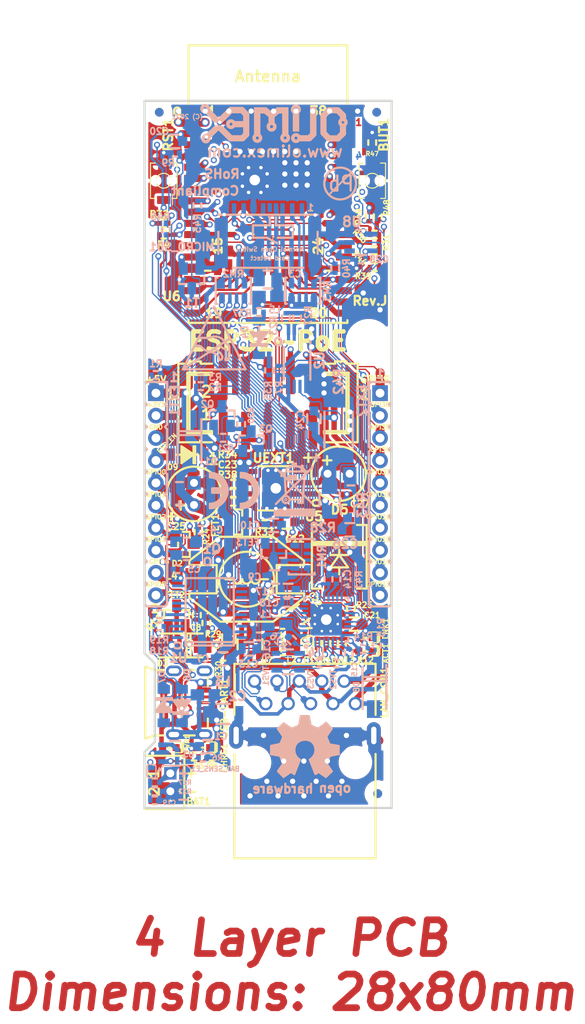
<source format=kicad_pcb>
(kicad_pcb (version 20171130) (host pcbnew 5.1.6-c6e7f7d~87~ubuntu18.04.1)
  (title_block (title ESP32-PoE) (date 2022-06-09) (rev J) (company "OLIMEX Ltd.") (comment 1 https://www.olimex.com))
  (layers (0 F.Cu mixed) (1 In1.Cu power) (2 In2.Cu power) (31 B.Cu mixed) (34 B.Paste user hide) (35 F.Paste user hide) (36 B.SilkS user hide) (37 F.SilkS user) (38 B.Mask user hide) (39 F.Mask user hide) (44 Edge.Cuts user))
  (net 0 "")
  (net 1 +5V)
  (net 2 GND)
  (net 3 "Net-(BAT1-Pad1)")
  (net 4 "Net-(BUT1-Pad2)")
  (net 5 +3V3)
  (net 6 "Net-(C11-Pad1)")
  (net 7 /ESP_EN)
  (net 8 "Net-(L2-Pad1)")
  (net 9 "Net-(Q2-Pad1)")
  (net 10 "Net-(MICRO_SD1-Pad5)")
  (net 11 /+5V_USB)
  (net 12 "Net-(MICRO_SD1-Pad1)")
  (net 13 "Net-(MICRO_SD1-Pad2)")
  (net 14 "Net-(MICRO_SD1-Pad8)")
  (net 15 "Net-(U4-Pad4)")
  (net 16 "Net-(U4-Pad14)")
  (net 17 "Net-(U4-Pad18)")
  (net 18 "Net-(U4-Pad20)")
  (net 19 "Net-(U4-Pad26)")
  (net 20 "Net-(USB-UART1-Pad4)")
  (net 21 "Net-(MICRO_SD1-Pad7)")
  (net 22 /D_Com)
  (net 23 +5VP)
  (net 24 Spare1)
  (net 25 Spare2)
  (net 26 /GPIO33)
  (net 27 /GPIO32)
  (net 28 /GPI39)
  (net 29 "Net-(FID1-PadFid1)")
  (net 30 "Net-(FID2-PadFid1)")
  (net 31 "Net-(FID3-PadFid1)")
  (net 32 "Net-(MICRO_SD1-PadCD1)")
  (net 33 "Net-(C2-Pad2)")
  (net 34 "Net-(C4-Pad1)")
  (net 35 "Net-(C5-Pad1)")
  (net 36 "Net-(C21-Pad2)")
  (net 37 "Net-(D4-Pad1)")
  (net 38 "Net-(Q2-Pad2)")
  (net 39 "Net-(Q3-Pad3)")
  (net 40 "Net-(Q3-Pad2)")
  (net 41 "Net-(Q3-Pad1)")
  (net 42 "Net-(R6-Pad1)")
  (net 43 "Net-(R26-Pad1)")
  (net 44 "Net-(R29-Pad1)")
  (net 45 "Net-(U1-Pad17)")
  (net 46 "Net-(U1-Pad14)")
  (net 47 "Net-(U1-Pad13)")
  (net 48 "Net-(U1-Pad12)")
  (net 49 "Net-(U1-Pad11)")
  (net 50 "Net-(U1-Pad7)")
  (net 51 "Net-(U1-Pad6)")
  (net 52 "Net-(C6-Pad1)")
  (net 53 +3.3VLAN)
  (net 54 "Net-(C17-Pad1)")
  (net 55 /GPIO0)
  (net 56 /GPI35)
  (net 57 "Net-(RM1-Pad3.2)")
  (net 58 "Net-(RM1-Pad2.2)")
  (net 59 "Net-(FID4-PadFid1)")
  (net 60 "Net-(FID5-PadFid1)")
  (net 61 "Net-(FID6-PadFid1)")
  (net 62 "Net-(ACT1-Pad2)")
  (net 63 "Net-(ACT1-Pad1)")
  (net 64 "Net-(LNK1-Pad1)")
  (net 65 "Net-(LNK1-Pad2)")
  (net 66 "Net-(C3-Pad1)")
  (net 67 "Net-(RM1-Pad1.2)")
  (net 68 "Net-(CHRG1-Pad1)")
  (net 69 "Net-(PWR1-Pad1)")
  (net 70 "Net-(C10-Pad2)")
  (net 71 "Net-(R3-Pad2)")
  (net 72 "Net-(C12-Pad2)")
  (net 73 "Net-(L3-Pad1)")
  (net 74 "Net-(R8-Pad2)")
  (net 75 "Net-(C8-Pad1)")
  (net 76 "Net-(D6-Pad1)")
  (net 77 "Net-(D7-Pad2)")
  (net 78 "Net-(U1-Pad20)")
  (net 79 "Net-(BAT_SENS_E1-Pad2)")
  (net 80 /GPI34\BUT1)
  (net 81 /GPIO2\HS2_DATA0)
  (net 82 /GPI36\U1RXD)
  (net 83 /GPIO3\U0RXD)
  (net 84 /GPIO1\U0TXD)
  (net 85 /GPIO4\U1TXD)
  (net 86 /GPIO5\SPI_CS)
  (net 87 /GPIO15\HS2_CMD)
  (net 88 /GPIO16\I2C-SCL)
  (net 89 /GPIO14\HS2_CLK)
  (net 90 /GPIO13\I2C-SDA)
  (net 91 /GPIO27\EMAC_RX_CRS_DV)
  (net 92 "/GPIO25\\EMAC_RXD0(RMII)")
  (net 93 "/GPIO18\\MDIO(RMII)")
  (net 94 "/GPIO26\\EMAC_RXD1(RMII)")
  (net 95 /GPIO12\PHY_PWR)
  (net 96 "/GPIO22\\EMAC_TXD1(RMII)")
  (net 97 "/GPIO19\\EMAC_TXD0(RMII)")
  (net 98 "/GPIO21\\EMAC_TX_EN(RMII)")
  (net 99 "/GPIO23\\MDC(RMII)")
  (net 100 /GPIO17\EMAC_CLK_OUT_180)
  (net 101 /TD+)
  (net 102 /TD-)
  (net 103 /RD+)
  (net 104 /RD-)
  (net 105 "Net-(C12-Pad1)")
  (net 106 "Net-(C23-Pad2)")
  (net 107 "Net-(R7-Pad2)")
  (net 108 "Net-(R23-Pad1)")
  (net 109 "Net-(R27-Pad2)")
  (net 110 "Net-(R28-Pad1)")
  (net 111 "Net-(R33-Pad1)")
  (net 112 "Net-(U2-Pad7)")
  (net 113 "Net-(U2-Pad6)")
  (net 114 "Net-(U5-Pad7)")
  (net 115 "Net-(D9-Pad1)")
  (net 116 "Net-(R41-Pad2)")
  (net 117 "Net-(C26-Pad1)")
  (net 118 "Net-(U6-Pad21)")
  (net 119 "Net-(U6-Pad22)")
  (net 120 "Net-(U6-Pad20)")
  (net 121 "Net-(U6-Pad19)")
  (net 122 "Net-(U6-Pad17)")
  (net 123 "Net-(U6-Pad18)")
  (net 124 "Net-(U6-Pad32)")
  (net 125 "Net-(U8-Pad1)")
  (module OLIMEX_RLC-FP:R_0603_5MIL_DWS (layer B.Cu) (at 113.157 136.398 90)
    (fp_text reference R43 (at 0.508 1.651 90) (layer B.SilkS) (effects (font (size 1.016 1.016) (thickness 0.254)) (justify mirror)))
    (fp_text value "NA(22R/R0603)")
    (pad 1 smd rect (at -0.889 0 90) (size 1.016 1.016) (layers B.Cu B.Paste B.Mask) (net 117 "Net-(C26-Pad1)"))
    (pad 2 smd rect (at 0.889 0 90) (size 1.016 1.016) (layers B.Cu B.Paste B.Mask) (net 105 "Net-(C12-Pad1)"))
  )
  (module OLIMEX_RLC-FP:R_2512_MM_DWS (layer B.Cu) (at 112.141 127.3552 90)
    (fp_text reference R42 (at 5.4352 0 90) (layer B.SilkS) (effects (font (size 1.016 1.016) (thickness 0.254)) (justify mirror)))
    (fp_text value 4.7k/R2512)
    (pad 2 smd rect (at 3.15 0 90) (size 1.2 3.400001) (layers B.Cu B.Paste B.Mask) (net 2 GND))
    (pad 1 smd rect (at -3.15 0 90) (size 1.2 3.400001) (layers B.Cu B.Paste B.Mask) (net 24 Spare1))
  )
  (module OLIMEX_IC-FP:TSSOP-8_Pitch-0.65mm_Dimensions-4.40x3.00x1.20mm (layer B.Cu) (at 107.442 119.507 270)
    (fp_text reference U2 (at 0 -2.54 270) (layer B.SilkS) (effects (font (size 1.016 1.016) (thickness 0.254)) (justify mirror)))
    (fp_text value "TPS2375PW(TSSOP-8)")
    (fp_text user o (at -2.286 2.159) (layer B.SilkS) (effects (font (size 1.27 1.27) (thickness 0.254)) (justify mirror)))
    (pad 1 smd rect (at -2.95 0.975 270) (size 1.5 0.35) (layers B.Cu B.Paste B.Mask) (net 108 "Net-(R23-Pad1)") (clearance 0.0508))
    (pad 2 smd rect (at -2.95 0.325 270) (size 1.5 0.35) (layers B.Cu B.Paste B.Mask) (net 109 "Net-(R27-Pad2)") (clearance 0.0508))
    (pad 3 smd rect (at -2.95 -0.325 270) (size 1.5 0.35) (layers B.Cu B.Paste B.Mask) (net 107 "Net-(R7-Pad2)") (clearance 0.0508))
    (pad 4 smd rect (at -2.95 -0.975 270) (size 1.5 0.35) (layers B.Cu B.Paste B.Mask) (net 25 Spare2) (clearance 0.0508))
    (pad 5 smd rect (at 2.95 -0.975 270) (size 1.5 0.35) (layers B.Cu B.Paste B.Mask) (net 2 GND) (clearance 0.0508))
    (pad 6 smd rect (at 2.95 -0.325 270) (size 1.5 0.35) (layers B.Cu B.Paste B.Mask) (net 113 "Net-(U2-Pad6)") (clearance 0.0508))
    (pad 7 smd rect (at 2.95 0.325 270) (size 1.5 0.35) (layers B.Cu B.Paste B.Mask) (net 112 "Net-(U2-Pad7)") (clearance 0.0508))
    (pad 8 smd rect (at 2.95 0.975 270) (size 1.5 0.35) (layers B.Cu B.Paste B.Mask) (net 24 Spare1) (clearance 0.0508))
  )
  (module OLIMEX_RLC-FP:CPOL-RM2.5mm_6.3x11mm_PTH (layer F.Cu) (at 112.141 132.334)
    (fp_text reference C27 (at 2.413 3.429) (layer F.SilkS) (effects (font (size 0.762 0.762) (thickness 0.1905))))
    (fp_text value "15uF/100V/20%/RM2.5/6.3x11mm(Farnell:1281844)")
    (fp_text user + (at -1.3 -1.6) (layer F.SilkS) (effects (font (size 1.27 1.27) (thickness 0.254))))
    (fp_text user + (at -3.429 -1.905) (layer F.SilkS) (effects (font (size 1.27 1.27) (thickness 0.254))))
    (pad 2 thru_hole rect (at 1.25 0) (size 1.524 1.524) (drill 0.9) (layers *.Cu *.Mask) (net 2 GND))
    (pad 1 thru_hole circle (at -1.25 0) (size 1.524 1.524) (drill 0.9) (layers *.Cu *.Mask) (net 24 Spare1))
  )
  (module OLIMEX_RLC-FP:L_0805_5MIL_DWS (layer B.Cu) (at 97.155 157.353)
    (fp_text reference L3 (at 1.8796 -1.4986) (layer B.SilkS) (effects (font (size 1.016 1.016) (thickness 0.254)) (justify mirror)))
    (fp_text value FB0805/600R/2A)
    (pad 1 smd rect (at -1.016 0) (size 1.524 1.27) (layers B.Cu B.Paste B.Mask) (net 73 "Net-(L3-Pad1)") (clearance 0.0508))
    (pad 2 smd rect (at 1.016 0) (size 1.524 1.27) (layers B.Cu B.Paste B.Mask) (net 2 GND) (clearance 0.0508))
  )
  (module OLIMEX_Diodes-FP:SOD-123_1C-2A_KA (layer B.Cu) (at 92.329 158.623 270)
    (fp_text reference D7 (at -3.302 0.254 90) (layer B.SilkS) (effects (font (size 0.762 0.762) (thickness 0.1905)) (justify mirror)))
    (fp_text value "1N5819S4(SOD-123)")
    (pad 1 smd rect (at -1.9 0 270) (size 1 1.4) (layers B.Cu B.Paste B.Mask) (net 84 /GPIO1\U0TXD) (clearance 0.0508))
    (pad 2 smd rect (at 1.9 0 270) (size 1 1.4) (layers B.Cu B.Paste B.Mask) (net 77 "Net-(D7-Pad2)") (clearance 0.0508))
  )
  (module OLIMEX_Diodes-FP:SOT-23-5 (layer B.Cu) (at 106.426 153.609 180)
    (fp_text reference TVS1 (at 2.5146 -1.6104 90) (layer B.SilkS) (effects (font (size 0.635 0.635) (thickness 0.15875)) (justify mirror)))
    (fp_text value "ESDS314DBVR(SOT-23-5)")
    (pad 1 smd rect (at 1.3 -0.95 180) (size 1.2 0.55) (layers B.Cu B.Paste B.Mask) (net 103 /RD+) (clearance 0.0508))
    (pad 2 smd rect (at 1.3 0 180) (size 1.2 0.55) (layers B.Cu B.Paste B.Mask) (net 2 GND) (clearance 0.0508))
    (pad 3 smd rect (at 1.3 0.95 180) (size 1.2 0.55) (layers B.Cu B.Paste B.Mask) (net 101 /TD+) (clearance 0.0508))
    (pad 5 smd rect (at -1.3 -0.95 180) (size 1.2 0.55) (layers B.Cu B.Paste B.Mask) (net 104 /RD-) (clearance 0.0508))
    (pad 4 smd rect (at -1.3 0.95 180) (size 1.2 0.55) (layers B.Cu B.Paste B.Mask) (net 102 /TD-) (clearance 0.0508))
  )
  (module OLIMEX_Diodes-FP:D_0402_5MIL_DWS (layer B.Cu) (at 111.887 153.797 180)
    (fp_text reference TVS2 (at 0.3556 -1.8288 90) (layer B.SilkS) (effects (font (size 0.635 0.635) (thickness 0.15875)) (justify mirror)))
    (fp_text value "NA(GG0402052R542P)")
    (pad 1 smd rect (at -0.508 0) (size 0.5 0.55) (layers B.Cu B.Paste B.Mask) (net 102 /TD-))
    (pad 2 smd rect (at 0.508 0 180) (size 0.5 0.55) (layers B.Cu B.Paste B.Mask) (net 101 /TD+))
  )
  (module OLIMEX_Diodes-FP:SOD-123_1C-2A_KA (layer B.Cu) (at 103.124 116.967 90)
    (fp_text reference D4 (at 0.635 -1.651 90) (layer B.SilkS) (effects (font (size 0.762 0.762) (thickness 0.1905)) (justify mirror)))
    (fp_text value "1N5819S4(SOD-123)")
    (pad 2 smd rect (at 1.9 0 90) (size 1 1.4) (layers B.Cu B.Paste B.Mask) (net 82 /GPI36\U1RXD) (clearance 0.0508))
    (pad 1 smd rect (at -1.9 0 90) (size 1 1.4) (layers B.Cu B.Paste B.Mask) (net 37 "Net-(D4-Pad1)") (clearance 0.0508))
  )
  (module OLIMEX_LOGOs-FP:CE_Sign (layer B.Cu) (at 99.314 134.239 180)
    (fp_text reference CE hide)
    (fp_text value CE_Sign hide)
  )
  (module OLIMEX_Buttons-FP:IT1185AU2_V2 (layer F.Cu) (at 115.959 99.187 90)
    (fp_text reference BUT1 (at 5.207 1.3255 90) (layer F.SilkS) (effects (font (size 1.016 1.016) (thickness 0.254))))
    (fp_text value IT1185AU2)
    (pad 1 smd rect (at -2.177 0 90) (size 0.9 1.5) (layers F.Cu F.Mask) (net 80 /GPI34\BUT1))
    (pad 2 smd rect (at 2.177 0 90) (size 0.9 1.5) (layers F.Cu F.Mask) (net 4 "Net-(BUT1-Pad2)"))
    (pad "" np_thru_hole circle (at 0 -0.9 90) (size 0.7 0.7) (drill 0.7) (layers *.Cu *.Mask))
    (pad "" np_thru_hole circle (at 0 0.9 90) (size 0.7 0.7) (drill 0.7) (layers *.Cu *.Mask))
  )
  (module OLIMEX_Buttons-FP:IT1185AU2_V2 (layer F.Cu) (at 92.321 99.187 90)
    (fp_text reference RST1 (at 5.207 0.516 90) (layer F.SilkS) (effects (font (size 1.016 1.016) (thickness 0.254))))
    (fp_text value IT1185AU2)
    (pad 1 smd rect (at -2.177 0 90) (size 0.9 1.5) (layers F.Cu F.Mask) (net 7 /ESP_EN))
    (pad 2 smd rect (at 2.177 0 90) (size 0.9 1.5) (layers F.Cu F.Mask) (net 2 GND))
    (pad "" np_thru_hole circle (at 0 -0.9 90) (size 0.7 0.7) (drill 0.7) (layers *.Cu *.Mask))
    (pad "" np_thru_hole circle (at 0 0.9 90) (size 0.7 0.7) (drill 0.7) (layers *.Cu *.Mask))
  )
  (module OLIMEX_Regulators-FP:SOT-23-5 (layer F.Cu) (at 102.108 151.638 270)
    (fp_text reference U7 (at 1.778 -1.905) (layer F.SilkS) (effects (font (size 0.635 0.635) (thickness 0.15875))))
    (fp_text value "SY8089AAAC(SOT23-5)")
    (pad 1 smd rect (at 1.3 0.95 270) (size 1.2 0.55) (layers F.Cu F.Paste F.Mask) (net 52 "Net-(C6-Pad1)") (clearance 0.0508))
    (pad 2 smd rect (at 1.3 0 270) (size 1.2 0.55) (layers F.Cu F.Paste F.Mask) (net 2 GND) (clearance 0.0508))
    (pad 3 smd rect (at 1.3 -0.95 270) (size 1.2 0.55) (layers F.Cu F.Paste F.Mask) (net 8 "Net-(L2-Pad1)") (clearance 0.0508))
    (pad 5 smd rect (at -1.3 0.95 270) (size 1.2 0.55) (layers F.Cu F.Paste F.Mask) (net 44 "Net-(R29-Pad1)") (clearance 0.0508))
    (pad 4 smd rect (at -1.3 -0.95 270) (size 1.2 0.55) (layers F.Cu F.Paste F.Mask) (net 52 "Net-(C6-Pad1)") (clearance 0.0508))
  )
  (module OLIMEX_RLC-FP:C_0603_5MIL_DWS (layer B.Cu) (at 99.06 153.289)
    (fp_text reference C7 (at -2.3368 0) (layer B.SilkS) (effects (font (size 0.762 0.762) (thickness 0.1905)) (justify mirror)))
    (fp_text value 22uF/6.3V/20%/X5R/C0603)
    (pad 1 smd rect (at -0.889 0) (size 1.016 1.016) (layers B.Cu B.Paste B.Mask) (net 11 /+5V_USB) (clearance 0.0508))
    (pad 2 smd rect (at 0.889 0) (size 1.016 1.016) (layers B.Cu B.Paste B.Mask) (net 2 GND) (clearance 0.0508))
  )
  (module OLIMEX_Transistors-FP:SOT23 (layer B.Cu) (at 102.235 128.651 270)
    (fp_text reference Q3 (at -1.397 -1.651) (layer B.SilkS) (effects (font (size 0.762 0.762) (thickness 0.1905)) (justify mirror)))
    (fp_text value "BC817-40(SOT23)")
    (pad 3 smd rect (at -1.10236 -0.00254 270) (size 1.4 1) (layers B.Cu B.Paste B.Mask) (net 39 "Net-(Q3-Pad3)") (clearance 0.0508))
    (pad 2 smd rect (at 1.10744 0.9525 270) (size 1.4 1) (layers B.Cu B.Paste B.Mask) (net 40 "Net-(Q3-Pad2)") (clearance 0.0508))
    (pad 1 smd rect (at 1.10744 -0.94996 270) (size 1.4 1) (layers B.Cu B.Paste B.Mask) (net 41 "Net-(Q3-Pad1)") (clearance 0.0508))
  )
  (module OLIMEX_Transistors-FP:SOT23 (layer B.Cu) (at 98.93046 125.81636 270)
    (fp_text reference Q2 (at -1.35636 1.64846 180) (layer B.SilkS) (effects (font (size 0.762 0.762) (thickness 0.1905)) (justify mirror)))
    (fp_text value "BC817-40(SOT23)")
    (pad 3 smd rect (at -1.10236 -0.00254 270) (size 1.4 1) (layers B.Cu B.Paste B.Mask) (net 115 "Net-(D9-Pad1)") (clearance 0.0508))
    (pad 2 smd rect (at 1.10744 0.9525 270) (size 1.4 1) (layers B.Cu B.Paste B.Mask) (net 38 "Net-(Q2-Pad2)") (clearance 0.0508))
    (pad 1 smd rect (at 1.10744 -0.94996 270) (size 1.4 1) (layers B.Cu B.Paste B.Mask) (net 9 "Net-(Q2-Pad1)") (clearance 0.0508))
  )
  (module OLIMEX_Transistors-FP:SOT23 (layer B.Cu) (at 95.504 110.236 90)
    (fp_text reference T1 (at -2.794 0 180) (layer B.SilkS) (effects (font (size 1.016 1.016) (thickness 0.254)) (justify mirror)))
    (fp_text value "LMUN2211LT1G(SOT-23)")
    (pad 1 smd rect (at 1.10744 -0.94996 90) (size 1.4 1) (layers B.Cu B.Paste B.Mask) (net 95 /GPIO12\PHY_PWR) (clearance 0.0508))
    (pad 2 smd rect (at 1.10744 0.9525 90) (size 1.4 1) (layers B.Cu B.Paste B.Mask) (net 2 GND) (clearance 0.0508))
    (pad 3 smd rect (at -1.10236 -0.00254 90) (size 1.4 1) (layers B.Cu B.Paste B.Mask) (net 71 "Net-(R3-Pad2)") (clearance 0.0508))
  )
  (module OLIMEX_RLC-FP:L_0805_5MIL_DWS (layer B.Cu) (at 104.14 112.268)
    (fp_text reference L5 (at 0.762 1.524) (layer B.SilkS) (effects (font (size 0.762 0.762) (thickness 0.1905)) (justify mirror)))
    (fp_text value FB0805/600R/2A)
    (pad 1 smd rect (at -1.016 0) (size 1.524 1.27) (layers B.Cu B.Paste B.Mask) (net 5 +3V3) (clearance 0.0508))
    (pad 2 smd rect (at 1.016 0) (size 1.524 1.27) (layers B.Cu B.Paste B.Mask) (net 66 "Net-(C3-Pad1)") (clearance 0.0508))
  )
  (module OLIMEX_Transistors-FP:SOT23 (layer B.Cu) (at 104.775 141.224 90)
    (fp_text reference FET3 (at 1.143 -2.921) (layer B.SilkS) (effects (font (size 0.762 0.762) (thickness 0.1905)) (justify mirror)))
    (fp_text value WPM2015-3/TR)
    (pad 1 smd rect (at 1.10744 -0.94996 90) (size 1.4 1) (layers B.Cu B.Paste B.Mask) (net 70 "Net-(C10-Pad2)") (clearance 0.0508))
    (pad 2 smd rect (at 1.10744 0.9525 90) (size 1.4 1) (layers B.Cu B.Paste B.Mask) (net 5 +3V3) (clearance 0.0508))
    (pad 3 smd rect (at -1.10236 -0.00254 90) (size 1.4 1) (layers B.Cu B.Paste B.Mask) (net 53 +3.3VLAN) (clearance 0.0508))
  )
  (module OLIMEX_RLC-FP:C_0805_5MIL_DWS (layer F.Cu) (at 107.861619 148.218488 38)
    (fp_text reference C22 (at 2.292872 -0.315802 308) (layer F.SilkS) (effects (font (size 0.635 0.635) (thickness 0.15875))))
    (fp_text value 47uF/6.3V/20%/X5R/C0805)
    (pad 2 smd rect (at 1.016 0 128) (size 1.524 1.27) (layers F.Cu F.Paste F.Mask) (net 2 GND))
    (pad 1 smd rect (at -1.016 0 128) (size 1.524 1.27) (layers F.Cu F.Paste F.Mask) (net 5 +3V3))
  )
  (module OLIMEX_RLC-FP:CD32 (layer F.Cu) (at 105.791 151.384)
    (fp_text reference L2 (at 1.016 2.032) (layer F.SilkS) (effects (font (size 0.635 0.635) (thickness 0.15875))))
    (fp_text value "2.2uH/1.5A/DCR=72mR/20%/3.00x3.00x1.50mm/CD32(NR3015T2R2M)")
    (pad 1 smd rect (at -1.2 0 180) (size 1.6 3) (layers F.Cu F.Paste F.Mask) (net 8 "Net-(L2-Pad1)") (clearance 0.0508))
    (pad 2 smd rect (at 1.2 0 180) (size 1.6 3) (layers F.Cu F.Paste F.Mask) (net 5 +3V3) (clearance 0.0508))
  )
  (module "OLIMEX_Connectors-FP:RJP-003TC1(LPJ4112CNL)" (layer F.Cu) (at 108.331 164.846)
    (fp_text reference LAN_CON1 (at 9.017 -7.747 90) (layer F.SilkS) (effects (font (size 0.762 0.762) (thickness 0.1905))))
    (fp_text value "RJP-003TC1(LPJ4112CNL)")
    (pad 1 thru_hole circle (at -5.715 -9.04) (size 1.524 1.524) (drill 1) (layers *.Cu *.Mask) (net 101 /TD+))
    (pad 2 thru_hole circle (at -4.445 -6.5) (size 1.524 1.524) (drill 1) (layers *.Cu *.Mask) (net 102 /TD-))
    (pad 3 thru_hole circle (at -3.175 -9.04) (size 1.524 1.524) (drill 1) (layers *.Cu *.Mask) (net 103 /RD+))
    (pad 4 thru_hole circle (at -1.905 -6.5) (size 1.524 1.524) (drill 1) (layers *.Cu *.Mask) (net 6 "Net-(C11-Pad1)"))
    (pad 5 thru_hole circle (at -0.635 -9.04) (size 1.524 1.524) (drill 1) (layers *.Cu *.Mask) (net 6 "Net-(C11-Pad1)"))
    (pad 6 thru_hole circle (at 0.635 -6.5) (size 1.524 1.524) (drill 1) (layers *.Cu *.Mask) (net 104 /RD-))
    (pad 7 thru_hole circle (at 1.905 -9.04) (size 1.524 1.524) (drill 1) (layers *.Cu *.Mask) (net 2 GND))
    (pad 8 thru_hole circle (at 3.175 -6.5) (size 1.524 1.524) (drill 1) (layers *.Cu *.Mask) (net 2 GND))
    (pad 9 thru_hole circle (at 4.445 -9.04) (size 1.524 1.524) (drill 1) (layers *.Cu *.Mask) (net 24 Spare1))
    (pad 10 thru_hole circle (at 5.715 -6.5) (size 1.524 1.524) (drill 1) (layers *.Cu *.Mask) (net 25 Spare2))
    (pad 0 thru_hole oval (at -7.8 -2.9) (size 1.6 2.999999) (drill oval 0.6 2) (layers *.Cu *.Mask) (net 33 "Net-(C2-Pad2)"))
    (pad 0 thru_hole oval (at 7.8 -2.9) (size 1.6 2.999999) (drill oval 0.6 2) (layers *.Cu *.Mask) (net 33 "Net-(C2-Pad2)"))
    (pad "" np_thru_hole circle (at -5.715 0.15) (size 3.300001 3.300001) (drill 3.300001) (layers *.Cu *.Mask))
    (pad "" np_thru_hole circle (at 5.715 0.15) (size 3.300001 3.300001) (drill 3.300001) (layers *.Cu *.Mask))
  )
  (module "OLIMEX_IC-FP:QFN32_EP(33)_5.00x5.00x0.90mm_Pitch_0.50mm" (layer B.Cu) (at 110.744 148.844 90)
    (fp_text reference U4 (at -3.81 -1.143) (layer B.SilkS) (effects (font (size 1.016 1.016) (thickness 0.254)) (justify mirror)))
    (fp_text value "LAN8710A-EZC(QFN32)")
    (pad 33 smd rect (at 0 0 90) (size 3.6 3.6) (layers B.Cu B.Mask) (net 2 GND))
    (pad 33 thru_hole rect (at -0.5 1.3 90) (size 0.4 0.4) (drill 0.3) (layers *.Cu B.Mask) (net 2 GND))
    (pad 33 thru_hole rect (at 0.5 1.3 90) (size 0.4 0.4) (drill 0.3) (layers *.Cu B.Mask) (net 2 GND))
    (pad 33 thru_hole rect (at 1.3 0.5 90) (size 0.4 0.4) (drill 0.29972) (layers *.Cu B.Mask) (net 2 GND))
    (pad 33 thru_hole rect (at 1.3 -0.5 90) (size 0.4 0.4) (drill 0.3) (layers *.Cu B.Mask) (net 2 GND))
    (pad 33 thru_hole rect (at 0.5 -1.3 90) (size 0.4 0.4) (drill 0.3) (layers *.Cu B.Mask) (net 2 GND))
    (pad 33 thru_hole rect (at -0.5 -1.3 90) (size 0.4 0.4) (drill 0.3) (layers *.Cu B.Mask) (net 2 GND))
    (pad 33 thru_hole rect (at -1.3 -0.5 90) (size 0.4 0.4) (drill 0.3) (layers *.Cu B.Mask) (net 2 GND))
    (pad 33 thru_hole rect (at -1.3 0.5 90) (size 0.4 0.4) (drill 0.3) (layers *.Cu B.Mask) (net 2 GND))
    (pad 33 thru_hole rect (at 0 0 90) (size 1.4224 1.4224) (drill 1.2) (layers *.Cu *.Mask) (net 2 GND))
    (pad 32 smd rect (at -2.45 -1.75 90) (size 0.8 0.25) (layers B.Cu B.Paste B.Mask) (net 43 "Net-(R26-Pad1)"))
    (pad 31 smd rect (at -2.45 -1.25 90) (size 0.8 0.25) (layers B.Cu B.Paste B.Mask) (net 103 /RD+))
    (pad 30 smd rect (at -2.45 -0.75 90) (size 0.8 0.25) (layers B.Cu B.Paste B.Mask) (net 104 /RD-))
    (pad 29 smd rect (at -2.45 -0.25 90) (size 0.8 0.25) (layers B.Cu B.Paste B.Mask) (net 101 /TD+))
    (pad 28 smd rect (at -2.45 0.25 90) (size 0.8 0.25) (layers B.Cu B.Paste B.Mask) (net 102 /TD-))
    (pad 27 smd rect (at -2.45 0.75 90) (size 0.8 0.25) (layers B.Cu B.Paste B.Mask) (net 6 "Net-(C11-Pad1)"))
    (pad 26 smd rect (at -2.45 1.25 90) (size 0.8 0.25) (layers B.Cu B.Paste B.Mask) (net 19 "Net-(U4-Pad26)"))
    (pad 25 smd rect (at -2.45 1.75 90) (size 0.8 0.25) (layers B.Cu B.Paste B.Mask) (net 2 GND))
    (pad 24 smd rect (at -1.75 2.45 180) (size 0.8 0.25) (layers B.Cu B.Paste B.Mask) (net 2 GND))
    (pad 23 smd rect (at -1.25 2.45 180) (size 0.8 0.25) (layers B.Cu B.Paste B.Mask) (net 96 "/GPIO22\\EMAC_TXD1(RMII)"))
    (pad 22 smd rect (at -0.75 2.45 180) (size 0.8 0.25) (layers B.Cu B.Paste B.Mask) (net 97 "/GPIO19\\EMAC_TXD0(RMII)"))
    (pad 21 smd rect (at -0.25 2.45 180) (size 0.8 0.25) (layers B.Cu B.Paste B.Mask) (net 98 "/GPIO21\\EMAC_TX_EN(RMII)"))
    (pad 20 smd rect (at 0.25 2.45 180) (size 0.8 0.25) (layers B.Cu B.Paste B.Mask) (net 18 "Net-(U4-Pad20)"))
    (pad 19 smd rect (at 0.75 2.45 180) (size 0.8 0.25) (layers B.Cu B.Paste B.Mask) (net 36 "Net-(C21-Pad2)"))
    (pad 18 smd rect (at 1.25 2.45 180) (size 0.8 0.25) (layers B.Cu B.Paste B.Mask) (net 17 "Net-(U4-Pad18)"))
    (pad 17 smd rect (at 1.75 2.45 180) (size 0.8 0.25) (layers B.Cu B.Paste B.Mask) (net 99 "/GPIO23\\MDC(RMII)"))
    (pad 16 smd rect (at 2.45 1.75 270) (size 0.8 0.25) (layers B.Cu B.Paste B.Mask) (net 93 "/GPIO18\\MDIO(RMII)"))
    (pad 15 smd rect (at 2.45 1.25 270) (size 0.8 0.25) (layers B.Cu B.Paste B.Mask) (net 91 /GPIO27\EMAC_RX_CRS_DV))
    (pad 14 smd rect (at 2.45 0.75 270) (size 0.8 0.25) (layers B.Cu B.Paste B.Mask) (net 16 "Net-(U4-Pad14)"))
    (pad 13 smd rect (at 2.45 0.25 270) (size 0.8 0.25) (layers B.Cu B.Paste B.Mask) (net 116 "Net-(R41-Pad2)"))
    (pad 12 smd rect (at 2.45 -0.25 270) (size 0.8 0.25) (layers B.Cu B.Paste B.Mask) (net 53 +3.3VLAN))
    (pad 11 smd rect (at 2.45 -0.75 270) (size 0.8 0.25) (layers B.Cu B.Paste B.Mask) (net 92 "/GPIO25\\EMAC_RXD0(RMII)"))
    (pad 10 smd rect (at 2.45 -1.25 270) (size 0.8 0.25) (layers B.Cu B.Paste B.Mask) (net 94 "/GPIO26\\EMAC_RXD1(RMII)"))
    (pad 9 smd rect (at 2.45 -1.75 270) (size 0.8 0.25) (layers B.Cu B.Paste B.Mask) (net 57 "Net-(RM1-Pad3.2)"))
    (pad 8 smd rect (at 1.75 -2.45) (size 0.8 0.25) (layers B.Cu B.Paste B.Mask) (net 58 "Net-(RM1-Pad2.2)"))
    (pad 7 smd rect (at 1.25 -2.45) (size 0.8 0.25) (layers B.Cu B.Paste B.Mask) (net 67 "Net-(RM1-Pad1.2)"))
    (pad 6 smd rect (at 0.75 -2.45) (size 0.8 0.25) (layers B.Cu B.Paste B.Mask) (net 54 "Net-(C17-Pad1)"))
    (pad 5 smd rect (at 0.25 -2.45) (size 0.8 0.25) (layers B.Cu B.Paste B.Mask) (net 100 /GPIO17\EMAC_CLK_OUT_180))
    (pad 4 smd rect (at -0.25 -2.45) (size 0.8 0.25) (layers B.Cu B.Paste B.Mask) (net 15 "Net-(U4-Pad4)"))
    (pad 3 smd rect (at -0.75 -2.45) (size 0.8 0.25) (layers B.Cu B.Paste B.Mask) (net 62 "Net-(ACT1-Pad2)"))
    (pad 2 smd rect (at -1.25 -2.45) (size 0.8 0.25) (layers B.Cu B.Paste B.Mask) (net 64 "Net-(LNK1-Pad1)"))
    (pad 1 smd rect (at -1.75 -2.45) (size 0.8 0.25) (layers B.Cu B.Paste B.Mask) (net 6 "Net-(C11-Pad1)"))
  )
  (module OLIMEX_RLC-FP:C_0402_5MIL_DWS (layer F.Cu) (at 108.839 150.241)
    (fp_text reference C11 (at -0.254 1.524 120) (layer F.SilkS) (effects (font (size 0.762 0.762) (thickness 0.1905))))
    (fp_text value 100nF/16V/10%/X7R/C0402)
    (pad 2 smd rect (at 0.508 0) (size 0.5 0.55) (layers F.Cu F.Paste F.Mask) (net 2 GND))
    (pad 1 smd rect (at -0.508 0 180) (size 0.5 0.55) (layers F.Cu F.Paste F.Mask) (net 6 "Net-(C11-Pad1)"))
  )
  (module OLIMEX_RLC-FP:C_0603_5MIL_DWS (layer F.Cu) (at 99.695 151.003 270)
    (fp_text reference C6 (at 0.5842 1.3716 270) (layer F.SilkS) (effects (font (size 0.635 0.635) (thickness 0.15875))))
    (fp_text value 22uF/6.3V/20%/X5R/C0603)
    (pad 2 smd rect (at 0.889 0 270) (size 1.016 1.016) (layers F.Cu F.Paste F.Mask) (net 2 GND) (clearance 0.0508))
    (pad 1 smd rect (at -0.889 0 270) (size 1.016 1.016) (layers F.Cu F.Paste F.Mask) (net 52 "Net-(C6-Pad1)") (clearance 0.0508))
  )
  (module OLIMEX_RLC-FP:C_0402_5MIL_DWS (layer B.Cu) (at 103.124 150.749 180)
    (fp_text reference C16 (at -0.8636 -1.4478 270) (layer B.SilkS) (effects (font (size 0.762 0.762) (thickness 0.1905)) (justify mirror)))
    (fp_text value 100nF/16V/10%/X7R/C0402)
    (pad 1 smd rect (at -0.508 0) (size 0.5 0.55) (layers B.Cu B.Paste B.Mask) (net 6 "Net-(C11-Pad1)"))
    (pad 2 smd rect (at 0.508 0 180) (size 0.5 0.55) (layers B.Cu B.Paste B.Mask) (net 2 GND))
  )
  (module OLIMEX_RLC-FP:C_0603_5MIL_DWS (layer B.Cu) (at 101.981 152.146 180)
    (fp_text reference C13 (at 0.0508 -1.7018 180) (layer B.SilkS) (effects (font (size 0.762 0.762) (thickness 0.1905)) (justify mirror)))
    (fp_text value 22uF/6.3V/20%/X5R/C0603)
    (pad 1 smd rect (at -0.889 0 180) (size 1.016 1.016) (layers B.Cu B.Paste B.Mask) (net 6 "Net-(C11-Pad1)") (clearance 0.0508))
    (pad 2 smd rect (at 0.889 0 180) (size 1.016 1.016) (layers B.Cu B.Paste B.Mask) (net 2 GND) (clearance 0.0508))
  )
  (module OLIMEX_RLC-FP:R_0402_5MIL_DWS (layer B.Cu) (at 91.313 168.275)
    (fp_text reference R22 (at 3.429 0) (layer B.SilkS) (effects (font (size 0.508 0.508) (thickness 0.127)) (justify mirror)))
    (fp_text value 470k/R0402)
    (pad 2 smd rect (at 0.508 0) (size 0.5 0.55) (layers B.Cu B.Paste B.Mask) (net 2 GND))
    (pad 1 smd rect (at -0.508 0 180) (size 0.5 0.55) (layers B.Cu B.Paste B.Mask) (net 79 "Net-(BAT_SENS_E1-Pad2)"))
  )
  (module OLIMEX_RLC-FP:R_0402_5MIL_DWS (layer B.Cu) (at 91.313 167.259 180)
    (fp_text reference R17 (at -3.429 0 unlocked) (layer B.SilkS) (effects (font (size 0.508 0.508) (thickness 0.127)) (justify mirror)))
    (fp_text value 470k/R0402)
    (pad 2 smd rect (at 0.508 0 180) (size 0.5 0.55) (layers B.Cu B.Paste B.Mask) (net 79 "Net-(BAT_SENS_E1-Pad2)"))
    (pad 1 smd rect (at -0.508 0) (size 0.5 0.55) (layers B.Cu B.Paste B.Mask) (net 3 "Net-(BAT1-Pad1)"))
  )
  (module OLIMEX_RLC-FP:R_0402_5MIL_DWS (layer F.Cu) (at 91.313 147.574)
    (fp_text reference R16 (at 0 1.651 225) (layer F.SilkS) (effects (font (size 0.762 0.762) (thickness 0.1905))))
    (fp_text value "NA(10k/R0402)")
    (pad 2 smd rect (at 0.508 0) (size 0.5 0.55) (layers F.Cu F.Paste F.Mask) (net 5 +3V3))
    (pad 1 smd rect (at -0.508 0 180) (size 0.5 0.55) (layers F.Cu F.Paste F.Mask) (net 83 /GPIO3\U0RXD))
  )
  (module OLIMEX_Diodes-FP:SOD-123_1C-2A_KA (layer B.Cu) (at 94.361 158.623 90)
    (fp_text reference D6 (at 3.556 0.635 270) (layer B.SilkS) (effects (font (size 0.762 0.762) (thickness 0.1905)) (justify mirror)))
    (fp_text value "1N5819S4(SOD-123)")
    (pad 1 smd rect (at -1.9 0 90) (size 1 1.4) (layers B.Cu B.Paste B.Mask) (net 76 "Net-(D6-Pad1)") (clearance 0.0508))
    (pad 2 smd rect (at 1.9 0 90) (size 1 1.4) (layers B.Cu B.Paste B.Mask) (net 83 /GPIO3\U0RXD) (clearance 0.0508))
  )
  (module OLIMEX_RLC-FP:C_0402_5MIL_DWS (layer B.Cu) (at 91.313 169.291)
    (fp_text reference C19 (at 1.651 0.254) (layer B.SilkS) (effects (font (size 0.508 0.508) (thickness 0.127)) (justify mirror)))
    (fp_text value 1nF/50V/10%/X7R/C0402)
    (pad 2 smd rect (at 0.508 0) (size 0.5 0.55) (layers B.Cu B.Paste B.Mask) (net 2 GND))
    (pad 1 smd rect (at -0.508 0 180) (size 0.5 0.55) (layers B.Cu B.Paste B.Mask) (net 79 "Net-(BAT_SENS_E1-Pad2)"))
  )
  (module OLIMEX_RLC-FP:R_0402_5MIL_DWS (layer B.Cu) (at 93.599 96.012 180)
    (fp_text reference R9 (at 0.762 -1.143 180) (layer B.SilkS) (effects (font (size 0.762 0.762) (thickness 0.1905)) (justify mirror)))
    (fp_text value 100k/R0402)
    (pad 2 smd rect (at 0.508 0 180) (size 0.5 0.55) (layers B.Cu B.Paste B.Mask) (net 2 GND))
    (pad 1 smd rect (at -0.508 0) (size 0.5 0.55) (layers B.Cu B.Paste B.Mask) (net 28 /GPI39))
  )
  (module OLIMEX_RLC-FP:R_0402_5MIL_DWS (layer F.Cu) (at 92.329 105.283)
    (fp_text reference R4 (at 0 1.143 180) (layer F.SilkS) (effects (font (size 0.762 0.762) (thickness 0.1905))))
    (fp_text value 47k/R0402)
    (pad 2 smd rect (at 0.508 0) (size 0.5 0.55) (layers F.Cu F.Paste F.Mask) (net 28 /GPI39))
    (pad 1 smd rect (at -0.508 0 180) (size 0.5 0.55) (layers F.Cu F.Paste F.Mask) (net 1 +5V))
  )
  (module OLIMEX_RLC-FP:R_0402_5MIL_DWS (layer B.Cu) (at 96.774 164.465)
    (fp_text reference R6 (at 1.651 0) (layer B.SilkS) (effects (font (size 0.635 0.635) (thickness 0.15875)) (justify mirror)))
    (fp_text value 2.2k/R0402)
    (pad 2 smd rect (at 0.508 0) (size 0.5 0.55) (layers B.Cu B.Paste B.Mask) (net 2 GND))
    (pad 1 smd rect (at -0.508 0 180) (size 0.5 0.55) (layers B.Cu B.Paste B.Mask) (net 42 "Net-(R6-Pad1)"))
  )
  (module OLIMEX_IC-FP:SOT-23-5 (layer B.Cu) (at 93.599 163.957 180)
    (fp_text reference U3 (at -1.524 -0.127) (layer B.SilkS) (effects (font (size 0.635 0.635) (thickness 0.15875)) (justify mirror)))
    (fp_text value "BL4054B-42TPRN(SOT23-5)")
    (pad 1 smd rect (at 1.3 -0.95 180) (size 1.2 0.55) (layers B.Cu B.Paste B.Mask) (net 74 "Net-(R8-Pad2)") (clearance 0.0508))
    (pad 2 smd rect (at 1.3 0 180) (size 1.2 0.55) (layers B.Cu B.Paste B.Mask) (net 2 GND) (clearance 0.0508))
    (pad 3 smd rect (at 1.3 0.95 180) (size 1.2 0.55) (layers B.Cu B.Paste B.Mask) (net 3 "Net-(BAT1-Pad1)") (clearance 0.0508))
    (pad 5 smd rect (at -1.3 -0.95 180) (size 1.2 0.55) (layers B.Cu B.Paste B.Mask) (net 42 "Net-(R6-Pad1)") (clearance 0.0508))
    (pad 4 smd rect (at -1.3 0.95 180) (size 1.2 0.55) (layers B.Cu B.Paste B.Mask) (net 1 +5V) (clearance 0.0508))
  )
  (module OLIMEX_LOGOs-FP:LOGO_OPENHARDWARE_8x8 (layer B.Cu) (at 108.331 163.703 180)
    (fp_text reference Logo_OSHW hide)
    (fp_text value "" hide)
    (fp_text user hardware (at 2.51206 -4.2672 180) (layer B.SilkS) (effects (font (size 1.016 1.016) (thickness 0.254)) (justify mirror)))
    (fp_text user open (at -3.40106 -4.17576 180) (layer B.SilkS) (effects (font (size 1.016 1.016) (thickness 0.254)) (justify mirror)))
  )
  (module OLIMEX_RLC-FP:R_0402_5MIL_DWS (layer B.Cu) (at 96.52 121.539 180)
    (fp_text reference R3 (at -1.651 0.127) (layer B.SilkS) (effects (font (size 0.762 0.762) (thickness 0.1905)) (justify mirror)))
    (fp_text value 1k/R0402)
    (pad 2 smd rect (at 0.508 0 180) (size 0.5 0.55) (layers B.Cu B.Paste B.Mask) (net 71 "Net-(R3-Pad2)"))
    (pad 1 smd rect (at -0.508 0) (size 0.5 0.55) (layers B.Cu B.Paste B.Mask) (net 70 "Net-(C10-Pad2)"))
  )
  (module OLIMEX_RLC-FP:C_0603_5MIL_DWS (layer B.Cu) (at 104.775 138.176 180)
    (fp_text reference C10 (at 2.667 0 180) (layer B.SilkS) (effects (font (size 0.762 0.762) (thickness 0.1905)) (justify mirror)))
    (fp_text value 22uF/6.3V/20%/X5R/C0603)
    (pad 2 smd rect (at 0.889 0 180) (size 1.016 1.016) (layers B.Cu B.Paste B.Mask) (net 70 "Net-(C10-Pad2)") (clearance 0.0508))
    (pad 1 smd rect (at -0.889 0 180) (size 1.016 1.016) (layers B.Cu B.Paste B.Mask) (net 5 +3V3) (clearance 0.0508))
  )
  (module OLIMEX_LOGOs-FP:OLIMEX_LOGO_TB (layer B.Cu) (at 104.648 92.71 180)
    (fp_text reference Logo_Olimex hide)
    (fp_text value "" hide)
  )
  (module OLIMEX_LOGOs-FP:LOGO_RECYCLEBIN_1 (layer B.Cu) (at 109.474 137.16 180)
    (fp_text reference Sign_RecycleBin hide)
    (fp_text value "" hide)
  )
  (module OLIMEX_LOGOs-FP:LOGO_PBFREE (layer B.Cu) (at 112.522 99.187)
    (fp_text reference Sign_PB-Free)
    (fp_text value "")
    (fp_text user Pb (at -0.08636 0.33528) (layer B.SilkS) (effects (font (size 1.7 1.5) (thickness 0.254)) (justify mirror)))
  )
  (module OLIMEX_RLC-FP:C_0805_5MIL_DWS (layer B.Cu) (at 104.14 110.363 180)
    (fp_text reference C3 (at -3.048 0.635 180) (layer B.SilkS) (effects (font (size 0.762 0.762) (thickness 0.1905)) (justify mirror)))
    (fp_text value 47uF/6.3V/20%/X5R/C0805)
    (pad 2 smd rect (at 1.016 0 90) (size 1.524 1.27) (layers B.Cu B.Paste B.Mask) (net 2 GND))
    (pad 1 smd rect (at -1.016 0 90) (size 1.524 1.27) (layers B.Cu B.Paste B.Mask) (net 66 "Net-(C3-Pad1)"))
  )
  (module OLIMEX_LEDs-FP:LED_0603_KA (layer F.Cu) (at 115.189 150.876 180)
    (fp_text reference LNK1 (at -2.286 1.016 270) (layer F.SilkS) (effects (font (size 0.635 0.635) (thickness 0.15875))))
    (fp_text value LED/GREEN/0603)
    (pad 1 smd rect (at -0.762 0) (size 0.8 0.8) (layers F.Cu F.Paste F.Mask) (net 64 "Net-(LNK1-Pad1)"))
    (pad 2 smd rect (at 0.762 0) (size 0.8 0.8) (layers F.Cu F.Paste F.Mask) (net 65 "Net-(LNK1-Pad2)"))
  )
  (module OLIMEX_LEDs-FP:LED_0603_KA (layer F.Cu) (at 115.189 152.4 180)
    (fp_text reference ACT1 (at -2.286 -0.254 270) (layer F.SilkS) (effects (font (size 0.635 0.635) (thickness 0.15875))))
    (fp_text value LED/YELLOW/0603)
    (pad 1 smd rect (at -0.762 0) (size 0.8 0.8) (layers F.Cu F.Paste F.Mask) (net 63 "Net-(ACT1-Pad1)"))
    (pad 2 smd rect (at 0.762 0) (size 0.8 0.8) (layers F.Cu F.Paste F.Mask) (net 62 "Net-(ACT1-Pad2)"))
  )
  (module OLIMEX_Other-FP:Fiducial1x3 (layer B.Cu) (at 116.586 168.529 270)
    (fp_text reference FID6 hide)
    (fp_text value Fiducial hide)
    (pad Fid1 connect circle (at 0 0 270) (size 1 1) (layers B.Cu B.Mask) (net 61 "Net-(FID6-PadFid1)") (clearance 1.016))
  )
  (module OLIMEX_Other-FP:Fiducial1x3 (layer B.Cu) (at 116.459 91.44 270)
    (fp_text reference FID5 hide)
    (fp_text value Fiducial hide)
    (pad Fid1 connect circle (at 0 0 270) (size 1 1) (layers B.Cu B.Mask) (net 60 "Net-(FID5-PadFid1)") (clearance 1.016))
  )
  (module OLIMEX_Other-FP:Fiducial1x3 (layer B.Cu) (at 91.821 91.44 270)
    (fp_text reference FID4 hide)
    (fp_text value Fiducial hide)
    (pad Fid1 connect circle (at 0 0 270) (size 1 1) (layers B.Cu B.Mask) (net 59 "Net-(FID4-PadFid1)") (clearance 1.016))
  )
  (module OLIMEX_RLC-FP:C_0402_5MIL_DWS (layer B.Cu) (at 110.998 144.272 90)
    (fp_text reference C14 (at 0 2.159 90) (layer B.SilkS) (effects (font (size 0.762 0.762) (thickness 0.1905)) (justify mirror)))
    (fp_text value 100nF/16V/10%/X7R/C0402)
    (pad 2 smd rect (at 0.508 0 90) (size 0.5 0.55) (layers B.Cu B.Paste B.Mask) (net 2 GND))
    (pad 1 smd rect (at -0.508 0 270) (size 0.5 0.55) (layers B.Cu B.Paste B.Mask) (net 53 +3.3VLAN))
  )
  (module OLIMEX_RLC-FP:C_0402_5MIL_DWS (layer B.Cu) (at 106.299 146.939 180)
    (fp_text reference C18 (at 2.032 0 180) (layer B.SilkS) (effects (font (size 0.762 0.762) (thickness 0.1905)) (justify mirror)))
    (fp_text value 100nF/16V/10%/X7R/C0402)
    (pad 2 smd rect (at 0.508 0 180) (size 0.5 0.55) (layers B.Cu B.Paste B.Mask) (net 2 GND))
    (pad 1 smd rect (at -0.508 0) (size 0.5 0.55) (layers B.Cu B.Paste B.Mask) (net 54 "Net-(C17-Pad1)"))
  )
  (module OLIMEX_RLC-FP:C_0402_5MIL_DWS (layer B.Cu) (at 113.284 152.654 90)
    (fp_text reference C15 (at -1.8034 0.6604 270) (layer B.SilkS) (effects (font (size 0.5588 0.5588) (thickness 0.1397)) (justify mirror)))
    (fp_text value 100nF/16V/10%/X7R/C0402)
    (pad 2 smd rect (at 0.508 0 90) (size 0.5 0.55) (layers B.Cu B.Paste B.Mask) (net 2 GND))
    (pad 1 smd rect (at -0.508 0 270) (size 0.5 0.55) (layers B.Cu B.Paste B.Mask) (net 6 "Net-(C11-Pad1)"))
  )
  (module OLIMEX_RLC-FP:R_0402_5MIL_DWS (layer B.Cu) (at 92.583 104.775 90)
    (fp_text reference R46 (at 1.524 -0.635) (layer B.SilkS) (effects (font (size 0.762 0.762) (thickness 0.1905)) (justify mirror)))
    (fp_text value 220R/R0402)
    (pad 2 smd rect (at 0.508 0 90) (size 0.5 0.55) (layers B.Cu B.Paste B.Mask) (net 21 "Net-(MICRO_SD1-Pad7)"))
    (pad 1 smd rect (at -0.508 0 270) (size 0.5 0.55) (layers B.Cu B.Paste B.Mask) (net 81 /GPIO2\HS2_DATA0))
  )
  (module OLIMEX_RLC-FP:R_0402_5MIL_DWS (layer F.Cu) (at 116.205 107.95)
    (fp_text reference R44 (at -1.651 0 135) (layer F.SilkS) (effects (font (size 0.635 0.635) (thickness 0.15875))))
    (fp_text value NA/R0402)
    (pad 2 smd rect (at 0.508 0) (size 0.5 0.55) (layers F.Cu F.Paste F.Mask) (net 5 +3V3))
    (pad 1 smd rect (at -0.508 0 180) (size 0.5 0.55) (layers F.Cu F.Paste F.Mask) (net 55 /GPIO0))
  )
  (module OLIMEX_RLC-FP:R_0402_5MIL_DWS (layer B.Cu) (at 111.76 109.093 90)
    (fp_text reference R40 (at 0 1.27 270) (layer B.SilkS) (effects (font (size 0.762 0.762) (thickness 0.1905)) (justify mirror)))
    (fp_text value 10R/R0402)
    (pad 2 smd rect (at 0.508 0 90) (size 0.5 0.55) (layers B.Cu B.Paste B.Mask) (net 10 "Net-(MICRO_SD1-Pad5)"))
    (pad 1 smd rect (at -0.508 0 270) (size 0.5 0.55) (layers B.Cu B.Paste B.Mask) (net 89 /GPIO14\HS2_CLK))
  )
  (module OLIMEX_RLC-FP:R_0402_5MIL_DWS (layer F.Cu) (at 116.205 108.966 180)
    (fp_text reference R39 (at 1.27 -1.016 180) (layer F.SilkS) (effects (font (size 0.635 0.635) (thickness 0.15875))))
    (fp_text value 10k/R0402)
    (pad 2 smd rect (at 0.508 0 180) (size 0.5 0.55) (layers F.Cu F.Paste F.Mask) (net 87 /GPIO15\HS2_CMD))
    (pad 1 smd rect (at -0.508 0) (size 0.5 0.55) (layers F.Cu F.Paste F.Mask) (net 5 +3V3))
  )
  (module OLIMEX_RLC-FP:R_0402_5MIL_DWS (layer F.Cu) (at 116.205 105.283 180)
    (fp_text reference R36 (at 1.651 -0.1778 315) (layer F.SilkS) (effects (font (size 0.635 0.635) (thickness 0.15875))))
    (fp_text value 10k/R0402)
    (pad 2 smd rect (at 0.508 0 180) (size 0.5 0.55) (layers F.Cu F.Paste F.Mask) (net 86 /GPIO5\SPI_CS))
    (pad 1 smd rect (at -0.508 0) (size 0.5 0.55) (layers F.Cu F.Paste F.Mask) (net 5 +3V3))
  )
  (module OLIMEX_RLC-FP:R_0402_5MIL_DWS (layer B.Cu) (at 104.267 120.65 270)
    (fp_text reference R35 (at 2.286 0.127 90) (layer B.SilkS) (effects (font (size 0.762 0.762) (thickness 0.1905)) (justify mirror)))
    (fp_text value 2.2k/R0402)
    (pad 2 smd rect (at 0.508 0 270) (size 0.5 0.55) (layers B.Cu B.Paste B.Mask) (net 90 /GPIO13\I2C-SDA))
    (pad 1 smd rect (at -0.508 0 90) (size 0.5 0.55) (layers B.Cu B.Paste B.Mask) (net 5 +3V3))
  )
  (module OLIMEX_RLC-FP:R_0402_5MIL_DWS (layer F.Cu) (at 116.205 106.172 180)
    (fp_text reference R31 (at -1.3335 0 90) (layer F.SilkS) (effects (font (size 0.635 0.635) (thickness 0.15875))))
    (fp_text value 2.2k/R0402)
    (pad 2 smd rect (at 0.508 0 180) (size 0.5 0.55) (layers F.Cu F.Paste F.Mask) (net 88 /GPIO16\I2C-SCL))
    (pad 1 smd rect (at -0.508 0) (size 0.5 0.55) (layers F.Cu F.Paste F.Mask) (net 5 +3V3))
  )
  (module OLIMEX_RLC-FP:R_0402_5MIL_DWS (layer F.Cu) (at 99.06 153.035)
    (fp_text reference R30 (at -0.508 1.397 90) (layer F.SilkS) (effects (font (size 0.635 0.635) (thickness 0.15875))))
    (fp_text value 49.9k/1%/R0402)
    (pad 1 smd rect (at -0.508 0 180) (size 0.5 0.55) (layers F.Cu F.Paste F.Mask) (net 44 "Net-(R29-Pad1)"))
    (pad 2 smd rect (at 0.508 0) (size 0.5 0.55) (layers F.Cu F.Paste F.Mask) (net 2 GND))
  )
  (module OLIMEX_RLC-FP:R_0402_5MIL_DWS (layer F.Cu) (at 97.155 149.225 90)
    (fp_text reference R29 (at -1.27 0.762) (layer F.SilkS) (effects (font (size 0.635 0.635) (thickness 0.15875))))
    (fp_text value 220k/R0402)
    (pad 1 smd rect (at -0.508 0 270) (size 0.5 0.55) (layers F.Cu F.Paste F.Mask) (net 44 "Net-(R29-Pad1)"))
    (pad 2 smd rect (at 0.508 0 90) (size 0.5 0.55) (layers F.Cu F.Paste F.Mask) (net 5 +3V3))
  )
  (module OLIMEX_RLC-FP:R_0402_5MIL_DWS (layer B.Cu) (at 106.82879 151.15179 135)
    (fp_text reference R26 (at 0.982723 -1.167433 135) (layer B.SilkS) (effects (font (size 0.762 0.762) (thickness 0.1905)) (justify mirror)))
    (fp_text value 12.1k/1%/R0402)
    (pad 2 smd rect (at 0.508 0 135) (size 0.5 0.55) (layers B.Cu B.Paste B.Mask) (net 2 GND))
    (pad 1 smd rect (at -0.508 0 315) (size 0.5 0.55) (layers B.Cu B.Paste B.Mask) (net 43 "Net-(R26-Pad1)"))
  )
  (module OLIMEX_RLC-FP:R_0402_5MIL_DWS (layer F.Cu) (at 113.538 147.574 90)
    (fp_text reference R25 (at 0.381 1.524 180) (layer F.SilkS) (effects (font (size 0.635 0.635) (thickness 0.15875))))
    (fp_text value 10k/R0402)
    (pad 2 smd rect (at 0.508 0 90) (size 0.5 0.55) (layers F.Cu F.Paste F.Mask) (net 53 +3.3VLAN))
    (pad 1 smd rect (at -0.508 0 270) (size 0.5 0.55) (layers F.Cu F.Paste F.Mask) (net 36 "Net-(C21-Pad2)"))
  )
  (module OLIMEX_RLC-FP:R_0402_5MIL_DWS (layer F.Cu) (at 95.758 164.338)
    (fp_text reference R5 (at 0.508 1.016 180) (layer F.SilkS) (effects (font (size 0.635 0.635) (thickness 0.15875))))
    (fp_text value 2.2k/R0402)
    (pad 2 smd rect (at 0.508 0) (size 0.5 0.55) (layers F.Cu F.Paste F.Mask) (net 2 GND))
    (pad 1 smd rect (at -0.508 0 180) (size 0.5 0.55) (layers F.Cu F.Paste F.Mask) (net 69 "Net-(PWR1-Pad1)"))
  )
  (module OLIMEX_RLC-FP:R_0402_5MIL_DWS (layer B.Cu) (at 116.459 151.765 90)
    (fp_text reference R15 (at 2.032 0.508 90) (layer B.SilkS) (effects (font (size 0.762 0.762) (thickness 0.1905)) (justify mirror)))
    (fp_text value 2.2k/R0402)
    (pad 2 smd rect (at 0.508 0 90) (size 0.5 0.55) (layers B.Cu B.Paste B.Mask) (net 2 GND))
    (pad 1 smd rect (at -0.508 0 270) (size 0.5 0.55) (layers B.Cu B.Paste B.Mask) (net 63 "Net-(ACT1-Pad1)"))
  )
  (module OLIMEX_RLC-FP:R_0402_5MIL_DWS (layer B.Cu) (at 114.935 152.146)
    (fp_text reference R14 (at 0 -1.397) (layer B.SilkS) (effects (font (size 0.762 0.762) (thickness 0.1905)) (justify mirror)))
    (fp_text value 2.2k/R0402)
    (pad 2 smd rect (at 0.508 0) (size 0.5 0.55) (layers B.Cu B.Paste B.Mask) (net 65 "Net-(LNK1-Pad2)"))
    (pad 1 smd rect (at -0.508 0 180) (size 0.5 0.55) (layers B.Cu B.Paste B.Mask) (net 6 "Net-(C11-Pad1)"))
  )
  (module OLIMEX_RLC-FP:R_0402_5MIL_DWS (layer F.Cu) (at 111.633 151.511 270)
    (fp_text reference R13 (at 1.905 -1.397) (layer F.SilkS) (effects (font (size 0.635 0.635) (thickness 0.15875))))
    (fp_text value 49.9R/1%/R0402)
    (pad 2 smd rect (at 0.508 0 270) (size 0.5 0.55) (layers F.Cu F.Paste F.Mask) (net 101 /TD+))
    (pad 1 smd rect (at -0.508 0 90) (size 0.5 0.55) (layers F.Cu F.Paste F.Mask) (net 6 "Net-(C11-Pad1)"))
  )
  (module OLIMEX_RLC-FP:R_0402_5MIL_DWS (layer F.Cu) (at 112.522 151.511 270)
    (fp_text reference R12 (at 1.905 -2.667 180) (layer F.SilkS) (effects (font (size 0.635 0.635) (thickness 0.15875))))
    (fp_text value 49.9R/1%/R0402)
    (pad 2 smd rect (at 0.508 0 270) (size 0.5 0.55) (layers F.Cu F.Paste F.Mask) (net 102 /TD-))
    (pad 1 smd rect (at -0.508 0 90) (size 0.5 0.55) (layers F.Cu F.Paste F.Mask) (net 6 "Net-(C11-Pad1)"))
  )
  (module OLIMEX_RLC-FP:R_0402_5MIL_DWS (layer F.Cu) (at 109.728 151.511 270)
    (fp_text reference R11 (at 1.905 0.635) (layer F.SilkS) (effects (font (size 0.635 0.635) (thickness 0.15875))))
    (fp_text value 49.9R/1%/R0402)
    (pad 2 smd rect (at 0.508 0 270) (size 0.5 0.55) (layers F.Cu F.Paste F.Mask) (net 103 /RD+))
    (pad 1 smd rect (at -0.508 0 90) (size 0.5 0.55) (layers F.Cu F.Paste F.Mask) (net 6 "Net-(C11-Pad1)"))
  )
  (module OLIMEX_RLC-FP:R_0402_5MIL_DWS (layer F.Cu) (at 110.744 151.511 270)
    (fp_text reference R10 (at 1.905 -0.254 180) (layer F.SilkS) (effects (font (size 0.635 0.635) (thickness 0.15875))))
    (fp_text value 49.9R/1%/R0402)
    (pad 2 smd rect (at 0.508 0 270) (size 0.5 0.55) (layers F.Cu F.Paste F.Mask) (net 104 /RD-))
    (pad 1 smd rect (at -0.508 0 90) (size 0.5 0.55) (layers F.Cu F.Paste F.Mask) (net 6 "Net-(C11-Pad1)"))
  )
  (module OLIMEX_RLC-FP:R_0402_5MIL_DWS (layer F.Cu) (at 97.79 164.338 180)
    (fp_text reference R8 (at 0 -1.016 180) (layer F.SilkS) (effects (font (size 0.635 0.635) (thickness 0.15875))))
    (fp_text value 2.2k/R0402)
    (pad 2 smd rect (at 0.508 0 180) (size 0.5 0.55) (layers F.Cu F.Paste F.Mask) (net 74 "Net-(R8-Pad2)"))
    (pad 1 smd rect (at -0.508 0) (size 0.5 0.55) (layers F.Cu F.Paste F.Mask) (net 68 "Net-(CHRG1-Pad1)"))
  )
  (module OLIMEX_RLC-FP:R_0402_5MIL_DWS (layer B.Cu) (at 96.52 122.428)
    (fp_text reference R2 (at 1.651 0.127 180) (layer B.SilkS) (effects (font (size 0.762 0.762) (thickness 0.1905)) (justify mirror)))
    (fp_text value 10k/R0402)
    (pad 2 smd rect (at 0.508 0) (size 0.5 0.55) (layers B.Cu B.Paste B.Mask) (net 70 "Net-(C10-Pad2)"))
    (pad 1 smd rect (at -0.508 0 180) (size 0.5 0.55) (layers B.Cu B.Paste B.Mask) (net 5 +3V3))
  )
  (module OLIMEX_RLC-FP:R_0402_5MIL_DWS (layer B.Cu) (at 91.44 121.158)
    (fp_text reference R1 (at 0 -1.27 180) (layer B.SilkS) (effects (font (size 0.762 0.762) (thickness 0.1905)) (justify mirror)))
    (fp_text value 10k/R0402)
    (pad 2 smd rect (at 0.508 0) (size 0.5 0.55) (layers B.Cu B.Paste B.Mask) (net 2 GND))
    (pad 1 smd rect (at -0.508 0 180) (size 0.5 0.55) (layers B.Cu B.Paste B.Mask) (net 1 +5V))
  )
  (module OLIMEX_RLC-FP:R_0402_5MIL_DWS (layer F.Cu) (at 96.266 138.938 270)
    (fp_text reference R24 (at 0.508 -0.889 90) (layer F.SilkS) (effects (font (size 0.635 0.635) (thickness 0.15875))))
    (fp_text value 220R/R0402)
    (pad 2 smd rect (at 0.508 0 270) (size 0.5 0.55) (layers F.Cu F.Paste F.Mask) (net 22 /D_Com))
    (pad 1 smd rect (at -0.508 0 90) (size 0.5 0.55) (layers F.Cu F.Paste F.Mask) (net 39 "Net-(Q3-Pad3)"))
  )
  (module OLIMEX_RLC-FP:R_0402_5MIL_DWS (layer B.Cu) (at 91.821 148.209 180)
    (fp_text reference R19 (at 0 -2.921 180) (layer B.SilkS) (effects (font (size 0.762 0.762) (thickness 0.1905)) (justify mirror)))
    (fp_text value 10k/R0402)
    (pad 2 smd rect (at 0.508 0 180) (size 0.5 0.55) (layers B.Cu B.Paste B.Mask) (net 83 /GPIO3\U0RXD))
    (pad 1 smd rect (at -0.508 0) (size 0.5 0.55) (layers B.Cu B.Paste B.Mask) (net 75 "Net-(C8-Pad1)"))
  )
  (module OLIMEX_RLC-FP:R_0402_5MIL_DWS (layer B.Cu) (at 91.821 149.606 180)
    (fp_text reference R18 (at 0 -2.794 180) (layer B.SilkS) (effects (font (size 0.762 0.762) (thickness 0.1905)) (justify mirror)))
    (fp_text value 10k/R0402)
    (pad 2 smd rect (at 0.508 0 180) (size 0.5 0.55) (layers B.Cu B.Paste B.Mask) (net 77 "Net-(D7-Pad2)"))
    (pad 1 smd rect (at -0.508 0) (size 0.5 0.55) (layers B.Cu B.Paste B.Mask) (net 11 /+5V_USB))
  )
  (module OLIMEX_RLC-FP:C_0402_5MIL_DWS (layer F.Cu) (at 96.0755 148.336 90)
    (fp_text reference C8 (at -1.397 -0.127 180) (layer F.SilkS) (effects (font (size 0.635 0.635) (thickness 0.15875))))
    (fp_text value 100nF/16V/10%/X7R/C0402)
    (pad 2 smd rect (at 0.508 0 90) (size 0.5 0.55) (layers F.Cu F.Paste F.Mask) (net 2 GND))
    (pad 1 smd rect (at -0.508 0 270) (size 0.5 0.55) (layers F.Cu F.Paste F.Mask) (net 75 "Net-(C8-Pad1)"))
  )
  (module OLIMEX_Connectors-FP:HN1x10 (layer B.Cu) (at 116.84 134.65 270)
    (fp_text reference EXT2 (at -10.571 2.032 270) (layer B.SilkS) (effects (font (size 1.016 1.016) (thickness 0.254)) (justify mirror)))
    (fp_text value "NS(HN1x10)")
    (pad 4 thru_hole circle (at -3.81 0 270) (size 1.778 1.778) (drill 1) (layers *.Cu *.Mask) (net 80 /GPI34\BUT1))
    (pad 3 thru_hole circle (at -6.35 0 270) (size 1.778 1.778) (drill 1) (layers *.Cu *.Mask) (net 56 /GPI35))
    (pad 2 thru_hole circle (at -8.89 0 270) (size 1.778 1.778) (drill 1) (layers *.Cu *.Mask) (net 82 /GPI36\U1RXD))
    (pad 1 thru_hole rect (at -11.43 0 270) (size 1.778 1.778) (drill 1) (layers *.Cu *.Mask) (net 28 /GPI39))
    (pad 5 thru_hole circle (at -1.27 0 270) (size 1.778 1.778) (drill 1) (layers *.Cu *.Mask) (net 26 /GPIO33))
    (pad 6 thru_hole circle (at 1.27 0 270) (size 1.778 1.778) (drill 1) (layers *.Cu *.Mask) (net 27 /GPIO32))
    (pad 8 thru_hole circle (at 6.35 0 270) (size 1.778 1.778) (drill 1) (layers *.Cu *.Mask) (net 87 /GPIO15\HS2_CMD))
    (pad 7 thru_hole circle (at 3.81 0 270) (size 1.778 1.778) (drill 1) (layers *.Cu *.Mask) (net 88 /GPIO16\I2C-SCL))
    (pad 9 thru_hole circle (at 8.89 0 270) (size 1.778 1.778) (drill 1) (layers *.Cu *.Mask) (net 89 /GPIO14\HS2_CLK))
    (pad 10 thru_hole circle (at 11.43 0 270) (size 1.778 1.778) (drill 1) (layers *.Cu *.Mask) (net 90 /GPIO13\I2C-SDA))
  )
  (module OLIMEX_Connectors-FP:HN1x10 (layer B.Cu) (at 91.44 134.65 270)
    (fp_text reference EXT1 (at -10.571 -2.159 270) (layer B.SilkS) (effects (font (size 1.016 1.016) (thickness 0.254)) (justify mirror)))
    (fp_text value "NS(HN1x10)")
    (pad 4 thru_hole circle (at -3.81 0 270) (size 1.778 1.778) (drill 1) (layers *.Cu *.Mask) (net 7 /ESP_EN))
    (pad 3 thru_hole circle (at -6.35 0 270) (size 1.778 1.778) (drill 1) (layers *.Cu *.Mask) (net 2 GND))
    (pad 2 thru_hole circle (at -8.89 0 270) (size 1.778 1.778) (drill 1) (layers *.Cu *.Mask) (net 5 +3V3))
    (pad 1 thru_hole rect (at -11.43 0 270) (size 1.778 1.778) (drill 1) (layers *.Cu *.Mask) (net 1 +5V))
    (pad 5 thru_hole circle (at -1.27 0 270) (size 1.778 1.778) (drill 1) (layers *.Cu *.Mask) (net 55 /GPIO0))
    (pad 6 thru_hole circle (at 1.27 0 270) (size 1.778 1.778) (drill 1) (layers *.Cu *.Mask) (net 84 /GPIO1\U0TXD))
    (pad 8 thru_hole circle (at 6.35 0 270) (size 1.778 1.778) (drill 1) (layers *.Cu *.Mask) (net 83 /GPIO3\U0RXD))
    (pad 7 thru_hole circle (at 3.81 0 270) (size 1.778 1.778) (drill 1) (layers *.Cu *.Mask) (net 81 /GPIO2\HS2_DATA0))
    (pad 9 thru_hole circle (at 8.89 0 270) (size 1.778 1.778) (drill 1) (layers *.Cu *.Mask) (net 85 /GPIO4\U1TXD))
    (pad 10 thru_hole circle (at 11.43 0 270) (size 1.778 1.778) (drill 1) (layers *.Cu *.Mask) (net 86 /GPIO5\SPI_CS))
  )
  (module OLIMEX_RLC-FP:C_0603_5MIL_DWS (layer B.Cu) (at 97.282 163.195)
    (fp_text reference C1 (at 1.524 -1.143 180) (layer B.SilkS) (effects (font (size 0.762 0.762) (thickness 0.1905)) (justify mirror)))
    (fp_text value 22uF/6.3V/20%/X5R/C0603)
    (pad 2 smd rect (at 0.889 0) (size 1.016 1.016) (layers B.Cu B.Paste B.Mask) (net 2 GND) (clearance 0.0508))
    (pad 1 smd rect (at -0.889 0) (size 1.016 1.016) (layers B.Cu B.Paste B.Mask) (net 1 +5V) (clearance 0.0508))
  )
  (module OLIMEX_IC-FP:SSOP-20W (layer B.Cu) (at 97.536 147.955 90)
    (fp_text reference U1 (at -5.207 -3.556) (layer B.SilkS) (effects (font (size 1.016 1.016) (thickness 0.254)) (justify mirror)))
    (fp_text value "CH340T(SSOP20W)")
    (fp_text user o (at -3.81 -3.81 90) (layer B.SilkS) (effects (font (size 1.27 1.27) (thickness 0.254)) (justify mirror)))
    (pad 1 smd rect (at -2.925 -3.6195 90) (size 0.325 1.27) (layers B.Cu B.Paste B.Mask))
    (pad 2 smd rect (at -2.275 -3.6195 90) (size 0.325 1.27) (layers B.Cu B.Paste B.Mask))
    (pad 3 smd rect (at -1.625 -3.6195 90) (size 0.325 1.27) (layers B.Cu B.Paste B.Mask) (net 76 "Net-(D6-Pad1)"))
    (pad 4 smd rect (at -0.975 -3.6195 90) (size 0.325 1.27) (layers B.Cu B.Paste B.Mask) (net 77 "Net-(D7-Pad2)"))
    (pad 5 smd rect (at -0.325 -3.6195 90) (size 0.325 1.27) (layers B.Cu B.Paste B.Mask) (net 75 "Net-(C8-Pad1)"))
    (pad 6 smd rect (at 0.325 -3.6195 90) (size 0.325 1.27) (layers B.Cu B.Paste B.Mask) (net 51 "Net-(U1-Pad6)"))
    (pad 7 smd rect (at 0.975 -3.6195 90) (size 0.325 1.27) (layers B.Cu B.Paste B.Mask) (net 50 "Net-(U1-Pad7)"))
    (pad 8 smd rect (at 1.625 -3.6195 90) (size 0.325 1.27) (layers B.Cu B.Paste B.Mask) (net 2 GND))
    (pad 9 smd rect (at 2.275 -3.6195 90) (size 0.325 1.27) (layers B.Cu B.Paste B.Mask) (net 34 "Net-(C4-Pad1)"))
    (pad 10 smd rect (at 2.925 -3.6195 90) (size 0.325 1.27) (layers B.Cu B.Paste B.Mask) (net 35 "Net-(C5-Pad1)"))
    (pad 11 smd rect (at 2.925 3.6195 90) (size 0.325 1.27) (layers B.Cu B.Paste B.Mask) (net 49 "Net-(U1-Pad11)"))
    (pad 12 smd rect (at 2.275 3.6195 90) (size 0.325 1.27) (layers B.Cu B.Paste B.Mask) (net 48 "Net-(U1-Pad12)"))
    (pad 13 smd rect (at 1.625 3.6195 90) (size 0.325 1.27) (layers B.Cu B.Paste B.Mask) (net 47 "Net-(U1-Pad13)"))
    (pad 14 smd rect (at 0.975 3.6195 90) (size 0.325 1.27) (layers B.Cu B.Paste B.Mask) (net 46 "Net-(U1-Pad14)"))
    (pad 15 smd rect (at 0.325 3.6195 90) (size 0.325 1.27) (layers B.Cu B.Paste B.Mask) (net 40 "Net-(Q3-Pad2)"))
    (pad 16 smd rect (at -0.325 3.6195 90) (size 0.325 1.27) (layers B.Cu B.Paste B.Mask) (net 38 "Net-(Q2-Pad2)"))
    (pad 17 smd rect (at -0.975 3.6195 90) (size 0.325 1.27) (layers B.Cu B.Paste B.Mask) (net 45 "Net-(U1-Pad17)"))
    (pad 18 smd rect (at -1.625 3.6195 90) (size 0.325 1.27) (layers B.Cu B.Paste B.Mask))
    (pad 19 smd rect (at -2.275 3.6195 90) (size 0.325 1.27) (layers B.Cu B.Paste B.Mask) (net 11 /+5V_USB))
    (pad 20 smd rect (at -2.925 3.6195 90) (size 0.325 1.27) (layers B.Cu B.Paste B.Mask) (net 78 "Net-(U1-Pad20)"))
  )
  (module OLIMEX_RLC-FP:DBS135 (layer F.Cu) (at 101.727 144.272 180)
    (fp_text reference L4 (at 8.509 0.381 180) (layer F.SilkS) (effects (font (size 0.762 0.762) (thickness 0.1905))))
    (fp_text value "33uH/2.1A/DCR=0.1R/20%/DBS135(PD3316MT330)")
    (pad 2 smd rect (at 5.35 0 180) (size 3.2 2.5) (layers F.Cu F.Paste F.Mask) (net 23 +5VP))
    (pad 1 smd rect (at -5.35 0 180) (size 3.2 2.5) (layers F.Cu F.Paste F.Mask) (net 105 "Net-(C12-Pad1)"))
  )
  (module "OLIMEX_Diodes-FP:DO214AB(SMC)_1(K)-2(A)" (layer F.Cu) (at 112.2172 141.732 270)
    (fp_text reference D5 (at -5.334 -0.0508) (layer F.SilkS) (effects (font (size 1.016 1.016) (thickness 0.254))))
    (fp_text value "SS510/100V/5A/0.85V/DO214AB(SMC)")
    (pad 1 smd rect (at -3.4 0 270) (size 2.2 3.4) (layers F.Cu F.Paste F.Mask) (net 105 "Net-(C12-Pad1)"))
    (pad 2 smd rect (at 3.4 0 270) (size 2.2 3.4) (layers F.Cu F.Paste F.Mask) (net 2 GND))
  )
  (module OLIMEX_Diodes-FP:SMA-KA (layer F.Cu) (at 94.234 151.765 180)
    (fp_text reference D3 (at 2.032 -2.032 180) (layer F.SilkS) (effects (font (size 0.635 0.635) (thickness 0.15875))))
    (fp_text value 1N5822/SS34/SMA)
    (pad 1 smd rect (at -2.5 0 180) (size 2 1.7) (layers F.Cu F.Paste F.Mask) (net 52 "Net-(C6-Pad1)"))
    (pad 2 smd rect (at 2.5 0 180) (size 2 1.7) (layers F.Cu F.Paste F.Mask) (net 1 +5V))
  )
  (module OLIMEX_Diodes-FP:SMA-KA (layer B.Cu) (at 95.25 128.651 270)
    (fp_text reference D1 (at 2.286 -2.413) (layer B.SilkS) (effects (font (size 0.762 0.762) (thickness 0.1905)) (justify mirror)))
    (fp_text value 1N5822/SS34/SMA)
    (pad 1 smd rect (at -2.5 0 270) (size 2 1.7) (layers B.Cu B.Paste B.Mask) (net 1 +5V))
    (pad 2 smd rect (at 2.5 0 270) (size 2 1.7) (layers B.Cu B.Paste B.Mask) (net 23 +5VP))
  )
  (module OLIMEX_RLC-FP:C_1206_5MIL_DWS_ISO (layer B.Cu) (at 99.06 159.512)
    (fp_text reference C2 (at 1.6256 -2.0066 -180) (layer B.SilkS) (effects (font (size 1.016 1.016) (thickness 0.254)) (justify mirror)))
    (fp_text value 1nF/2000V/10%/X7R/C1206)
    (pad 2 smd rect (at 1.778 0) (size 1.016 1.778) (layers B.Cu B.Paste B.Mask) (net 33 "Net-(C2-Pad2)"))
    (pad 1 smd rect (at -1.778 0) (size 1.016 1.778) (layers B.Cu B.Paste B.Mask) (net 2 GND))
  )
  (module "OLIMEX_Connectors-FP:uSD(TFC-9P-1.xH(ATFFS150A01BR016))" (layer B.Cu) (at 104.14 105.537)
    (fp_text reference MICRO_SD1 (at -9.779 1.143 180) (layer B.SilkS) (effects (font (size 0.889 0.889) (thickness 0.22225)) (justify mirror)))
    (fp_text value "TFC-9P-1.7H(ATFFS150A01BR016)")
    (fp_text user "Normal Open Switch" (at 0.25 1.4) (layer B.SilkS) (effects (font (size 0.5 0.5) (thickness 0.125)) (justify mirror)))
    (fp_text user "Card Detect" (at 0.25 2.4) (layer B.SilkS) (effects (font (size 0.5 0.5) (thickness 0.125)) (justify mirror)))
    (pad 8 smd rect (at -3.85 -3.3) (size 0.5 1) (layers B.Cu B.Paste B.Mask) (net 14 "Net-(MICRO_SD1-Pad8)") (clearance 0.0508))
    (pad 7 smd rect (at -2.75 -3.3) (size 0.5 1) (layers B.Cu B.Paste B.Mask) (net 21 "Net-(MICRO_SD1-Pad7)") (clearance 0.0508))
    (pad 6 smd rect (at -1.65 -3.3) (size 0.5 1) (layers B.Cu B.Paste B.Mask) (net 2 GND) (clearance 0.0508))
    (pad 5 smd rect (at -0.55 -3.3) (size 0.5 1) (layers B.Cu B.Paste B.Mask) (net 10 "Net-(MICRO_SD1-Pad5)") (clearance 0.0508))
    (pad CD1 smd rect (at 0.2 -3.3) (size 0.5 1) (layers B.Cu B.Paste B.Mask) (net 32 "Net-(MICRO_SD1-PadCD1)") (clearance 0.0508))
    (pad 4 smd rect (at 0.9 -3.3) (size 0.5 1) (layers B.Cu B.Paste B.Mask) (net 66 "Net-(C3-Pad1)") (clearance 0.0508))
    (pad 3 smd rect (at 1.65 -3.3) (size 0.5 1) (layers B.Cu B.Paste B.Mask) (net 87 /GPIO15\HS2_CMD) (clearance 0.0508))
    (pad 2 smd rect (at 2.75 -3.3) (size 0.5 1) (layers B.Cu B.Paste B.Mask) (net 13 "Net-(MICRO_SD1-Pad2)") (clearance 0.0508))
    (pad 1 smd rect (at 3.85 -3.3) (size 0.5 1) (layers B.Cu B.Paste B.Mask) (net 12 "Net-(MICRO_SD1-Pad1)") (clearance 0.0508))
    (pad CH1 smd rect (at 5.3 -1.55) (size 1.5 1.2) (layers B.Cu B.Paste B.Mask) (net 2 GND) (clearance 0.127))
    (pad CH1 smd rect (at -5.3 -1.55) (size 1.5 1.2) (layers B.Cu B.Paste B.Mask) (net 2 GND) (clearance 0.127))
    (pad CH1 smd rect (at 5.3 2.9) (size 1.5 1.2) (layers B.Cu B.Paste B.Mask) (net 2 GND) (clearance 0.127))
    (pad CH1 smd rect (at -5.3 2.9) (size 1.5 1.2) (layers B.Cu B.Paste B.Mask) (net 2 GND) (clearance 0.127))
    (pad CH1 smd rect (at -5.3 0.5) (size 1.5 4.5) (layers B.Cu) (net 2 GND) (clearance 0.0508))
    (pad CH1 smd rect (at 5.3 0.5) (size 1.5 4.5) (layers B.Cu) (net 2 GND) (clearance 0.0508))
  )
  (module OLIMEX_Other-FP:Fiducial1x3 (layer F.Cu) (at 116.586 168.529 270)
    (fp_text reference FID3 hide)
    (fp_text value Fiducial hide)
    (pad Fid1 connect circle (at 0 0 270) (size 1 1) (layers F.Cu F.Mask) (net 31 "Net-(FID3-PadFid1)") (clearance 1.016))
  )
  (module OLIMEX_Other-FP:Fiducial1x3 (layer F.Cu) (at 116.459 91.44 270)
    (fp_text reference FID2 hide)
    (fp_text value Fiducial hide)
    (pad Fid1 connect circle (at 0 0 270) (size 1 1) (layers F.Cu F.Mask) (net 30 "Net-(FID2-PadFid1)") (clearance 1.016))
  )
  (module OLIMEX_Other-FP:Fiducial1x3 (layer F.Cu) (at 91.821 91.44 270)
    (fp_text reference FID1 hide)
    (fp_text value Fiducial hide)
    (pad Fid1 connect circle (at 0 0 270) (size 1 1) (layers F.Cu F.Mask) (net 29 "Net-(FID1-PadFid1)") (clearance 1.016))
  )
  (module OLIMEX_LEDs-FP:LED_0603_KA (layer F.Cu) (at 92.964 163.322 180)
    (fp_text reference PWR1 (at -2.032 0.381 90) (layer F.SilkS) (effects (font (size 0.508 0.508) (thickness 0.127))))
    (fp_text value LED/RED/0603)
    (pad 1 smd rect (at -0.762 0) (size 0.8 0.8) (layers F.Cu F.Paste F.Mask) (net 69 "Net-(PWR1-Pad1)"))
    (pad 2 smd rect (at 0.762 0) (size 0.8 0.8) (layers F.Cu F.Paste F.Mask) (net 1 +5V))
  )
  (module OLIMEX_RLC-FP:C_0603_5MIL_DWS (layer F.Cu) (at 113.919 149.352 180)
    (fp_text reference C21 (at -2.032 1.016 180) (layer F.SilkS) (effects (font (size 0.635 0.635) (thickness 0.15875))))
    (fp_text value "NA(10uF/6.3V/20%/X5R/C0603)")
    (pad 2 smd rect (at 0.889 0 180) (size 1.016 1.016) (layers F.Cu F.Paste F.Mask) (net 36 "Net-(C21-Pad2)") (clearance 0.0508))
    (pad 1 smd rect (at -0.889 0 180) (size 1.016 1.016) (layers F.Cu F.Paste F.Mask) (net 2 GND) (clearance 0.0508))
  )
  (module OLIMEX_LEDs-FP:LED_0603_KA (layer F.Cu) (at 96.774 163.322 180)
    (fp_text reference CHRG1 (at -2.413 -1.143 270) (layer F.SilkS) (effects (font (size 0.635 0.635) (thickness 0.15875))))
    (fp_text value LED/YELLOW/0603)
    (pad 1 smd rect (at -0.762 0) (size 0.8 0.8) (layers F.Cu F.Paste F.Mask) (net 68 "Net-(CHRG1-Pad1)"))
    (pad 2 smd rect (at 0.762 0) (size 0.8 0.8) (layers F.Cu F.Paste F.Mask) (net 1 +5V))
  )
  (module OLIMEX_RLC-FP:C_0603_5MIL_DWS (layer B.Cu) (at 106.426 145.542 180)
    (fp_text reference C17 (at 2.6035 -0.127 180) (layer B.SilkS) (effects (font (size 0.762 0.762) (thickness 0.1905)) (justify mirror)))
    (fp_text value 2.2uF/6.3V/10%/X5R/C0603)
    (pad 2 smd rect (at 0.889 0 180) (size 1.016 1.016) (layers B.Cu B.Paste B.Mask) (net 2 GND) (clearance 0.0508))
    (pad 1 smd rect (at -0.889 0 180) (size 1.016 1.016) (layers B.Cu B.Paste B.Mask) (net 54 "Net-(C17-Pad1)") (clearance 0.0508))
  )
  (module OLIMEX_RLC-FP:C_0603_5MIL_DWS (layer B.Cu) (at 104.902 144.018)
    (fp_text reference C9 (at -2.286 0) (layer B.SilkS) (effects (font (size 0.762 0.762) (thickness 0.1905)) (justify mirror)))
    (fp_text value 22uF/6.3V/20%/X5R/C0603)
    (pad 2 smd rect (at 0.889 0) (size 1.016 1.016) (layers B.Cu B.Paste B.Mask) (net 2 GND) (clearance 0.0508))
    (pad 1 smd rect (at -0.889 0) (size 1.016 1.016) (layers B.Cu B.Paste B.Mask) (net 53 +3.3VLAN) (clearance 0.0508))
  )
  (module OLIMEX_Connectors-FP:USB-MICRO_MISB-SWMM-5B_LF (layer F.Cu) (at 93.726 158.242 180)
    (fp_text reference USB-UART1 (at -5.461 -0.635 90) (layer F.SilkS) (effects (font (size 0.762 0.762) (thickness 0.1905))))
    (fp_text value "MISB-SWMM-5B-LF(USB_MICRO)")
    (pad 1 smd rect (at -3.15 1.3875 270) (size 0.5 1.65) (layers F.Cu F.Paste F.Mask) (net 11 /+5V_USB))
    (pad 2 smd rect (at -3.15 0.65 270) (size 0.325 1.65) (layers F.Cu F.Paste F.Mask) (net 50 "Net-(U1-Pad7)"))
    (pad 3 smd rect (at -3.15 0 270) (size 0.325 1.65) (layers F.Cu F.Paste F.Mask) (net 51 "Net-(U1-Pad6)"))
    (pad 4 smd rect (at -3.15 -0.65 270) (size 0.325 1.65) (layers F.Cu F.Paste F.Mask) (net 20 "Net-(USB-UART1-Pad4)"))
    (pad 5 smd rect (at -3.15 -1.3875 270) (size 0.5 1.65) (layers F.Cu F.Paste F.Mask) (net 2 GND))
    (pad "" np_thru_hole circle (at -1.9 2 270) (size 0.6 0.6) (drill 0.6) (layers *.Cu *.Mask))
    (pad "" np_thru_hole circle (at -1.9 -2 270) (size 0.6 0.6) (drill 0.6) (layers *.Cu *.Mask))
    (pad 0 smd rect (at 1.4 1.5 270) (size 1.1 1) (layers F.Cu F.Paste F.Mask) (net 73 "Net-(L3-Pad1)"))
    (pad 0 smd rect (at 1.4 -1.5 270) (size 1.1 1) (layers F.Cu F.Paste F.Mask) (net 73 "Net-(L3-Pad1)"))
    (pad 0 thru_hole oval (at 0.25 3.6 270) (size 1.2 1.8) (drill oval 0.6 1.2) (layers *.Cu *.Mask) (net 73 "Net-(L3-Pad1)"))
    (pad 0 thru_hole oval (at -3.22 3.6 270) (size 1.2 1.8) (drill oval 0.6 1.2) (layers *.Cu *.Mask) (net 73 "Net-(L3-Pad1)"))
    (pad 0 thru_hole oval (at -3.22 -3.6 270) (size 1.2 1.8) (drill oval 0.6 1.2) (layers *.Cu *.Mask) (net 73 "Net-(L3-Pad1)"))
    (pad 0 thru_hole oval (at 0.25 -3.6 270) (size 1.2 1.8) (drill oval 0.6 1.2) (layers *.Cu *.Mask) (net 73 "Net-(L3-Pad1)"))
  )
  (module OLIMEX_RLC-FP:R_MATRIX_4 (layer B.Cu) (at 107.95 141.732 90)
    (fp_text reference RM1 (at 0 2.286 270) (layer B.SilkS) (effects (font (size 0.889 0.889) (thickness 0.22225)) (justify mirror)))
    (fp_text value "RA1206_(4X0603)_4B8_2.2k")
    (pad 3.1 smd rect (at 0.381 -0.762 90) (size 0.381 1.016) (layers B.Cu B.Paste B.Mask) (net 53 +3.3VLAN) (clearance 0.0508))
    (pad 2.1 smd rect (at -0.381 -0.762 90) (size 0.381 1.016) (layers B.Cu B.Paste B.Mask) (net 2 GND) (clearance 0.0508))
    (pad 3.2 smd rect (at 0.381 0.762 90) (size 0.381 1.016) (layers B.Cu B.Paste B.Mask) (net 57 "Net-(RM1-Pad3.2)") (clearance 0.0508))
    (pad 2.2 smd rect (at -0.381 0.762 90) (size 0.381 1.016) (layers B.Cu B.Paste B.Mask) (net 58 "Net-(RM1-Pad2.2)") (clearance 0.0508))
    (pad 4.1 smd rect (at 1.27 -0.762 90) (size 0.635 1.016) (layers B.Cu B.Paste B.Mask) (clearance 0.0508))
    (pad 4.2 smd rect (at 1.27 0.762 90) (size 0.635 1.016) (layers B.Cu B.Paste B.Mask) (clearance 0.0508))
    (pad 1.1 smd rect (at -1.27 -0.762 90) (size 0.635 1.016) (layers B.Cu B.Paste B.Mask) (net 2 GND) (clearance 0.0508))
    (pad 1.2 smd rect (at -1.27 0.762 90) (size 0.635 1.016) (layers B.Cu B.Paste B.Mask) (net 67 "Net-(RM1-Pad1.2)") (clearance 0.0508))
  )
  (module OLIMEX_RLC-FP:R_MATRIX_4 (layer B.Cu) (at 100.203 111.633)
    (fp_text reference RM2 (at 0 -1.905 180) (layer B.SilkS) (effects (font (size 0.762 0.762) (thickness 0.1905)) (justify mirror)))
    (fp_text value "RA1206_(4X0603)_4B8_2.2k")
    (pad 3.1 smd rect (at 0.381 -0.762) (size 0.381 1.016) (layers B.Cu B.Paste B.Mask) (net 53 +3.3VLAN) (clearance 0.0508))
    (pad 2.1 smd rect (at -0.381 -0.762) (size 0.381 1.016) (layers B.Cu B.Paste B.Mask) (net 53 +3.3VLAN) (clearance 0.0508))
    (pad 3.2 smd rect (at 0.381 0.762) (size 0.381 1.016) (layers B.Cu B.Paste B.Mask) (net 91 /GPIO27\EMAC_RX_CRS_DV) (clearance 0.0508))
    (pad 2.2 smd rect (at -0.381 0.762) (size 0.381 1.016) (layers B.Cu B.Paste B.Mask) (net 92 "/GPIO25\\EMAC_RXD0(RMII)") (clearance 0.0508))
    (pad 4.1 smd rect (at 1.27 -0.762) (size 0.635 1.016) (layers B.Cu B.Paste B.Mask) (net 53 +3.3VLAN) (clearance 0.0508))
    (pad 4.2 smd rect (at 1.27 0.762) (size 0.635 1.016) (layers B.Cu B.Paste B.Mask) (net 93 "/GPIO18\\MDIO(RMII)") (clearance 0.0508))
    (pad 1.1 smd rect (at -1.27 -0.762) (size 0.635 1.016) (layers B.Cu B.Paste B.Mask) (net 53 +3.3VLAN) (clearance 0.0508))
    (pad 1.2 smd rect (at -1.27 0.762) (size 0.635 1.016) (layers B.Cu B.Paste B.Mask) (net 94 "/GPIO26\\EMAC_RXD1(RMII)") (clearance 0.0508))
  )
  (module OLIMEX_Transistors-FP:SOT23 (layer F.Cu) (at 93.7895 148.37156 270)
    (fp_text reference FET2 (at -2.32156 0.1905) (layer F.SilkS) (effects (font (size 0.635 0.635) (thickness 0.15875))))
    (fp_text value WPM2015-3/TR)
    (pad 1 smd rect (at 1.10744 0.94996 270) (size 1.4 1) (layers F.Cu F.Paste F.Mask) (net 1 +5V) (clearance 0.0508))
    (pad 2 smd rect (at 1.10744 -0.9525 270) (size 1.4 1) (layers F.Cu F.Paste F.Mask) (net 52 "Net-(C6-Pad1)") (clearance 0.0508))
    (pad 3 smd rect (at -1.10236 0.00254 270) (size 1.4 1) (layers F.Cu F.Paste F.Mask) (net 3 "Net-(BAT1-Pad1)") (clearance 0.0508))
  )
  (module OLIMEX_Transistors-FP:SOT23 (layer F.Cu) (at 100.584 137.795 180)
    (fp_text reference FET1 (at 2.413 -0.381 270) (layer F.SilkS) (effects (font (size 0.762 0.762) (thickness 0.1905))))
    (fp_text value WPM2015-3/TR)
    (pad 1 smd rect (at 1.10744 0.94996 180) (size 1.4 1) (layers F.Cu F.Paste F.Mask) (net 23 +5VP) (clearance 0.0508))
    (pad 2 smd rect (at 1.10744 -0.9525 180) (size 1.4 1) (layers F.Cu F.Paste F.Mask) (net 1 +5V) (clearance 0.0508))
    (pad 3 smd rect (at -1.10236 0.00254 180) (size 1.4 1) (layers F.Cu F.Paste F.Mask) (net 11 /+5V_USB) (clearance 0.0508))
  )
  (module OLIMEX_RLC-FP:L_0805_5MIL_DWS (layer B.Cu) (at 105.156 149.479)
    (fp_text reference L1 (at -1.27 -1.27) (layer B.SilkS) (effects (font (size 0.762 0.762) (thickness 0.1905)) (justify mirror)))
    (fp_text value FB0805/600R/2A)
    (pad 1 smd rect (at -1.016 0) (size 1.524 1.27) (layers B.Cu B.Paste B.Mask) (net 53 +3.3VLAN) (clearance 0.0508))
    (pad 2 smd rect (at 1.016 0) (size 1.524 1.27) (layers B.Cu B.Paste B.Mask) (net 6 "Net-(C11-Pad1)") (clearance 0.0508))
  )
  (module OLIMEX_RLC-FP:R_0402_5MIL_DWS (layer F.Cu) (at 115.951 94.869 90)
    (fp_text reference R47 (at -1.27 0 180) (layer F.SilkS) (effects (font (size 0.508 0.508) (thickness 0.127))))
    (fp_text value 220R/R0402)
    (pad 2 smd rect (at 0.508 0 90) (size 0.5 0.55) (layers F.Cu F.Paste F.Mask) (net 2 GND))
    (pad 1 smd rect (at -0.508 0 270) (size 0.5 0.55) (layers F.Cu F.Paste F.Mask) (net 4 "Net-(BUT1-Pad2)"))
  )
  (module OLIMEX_RLC-FP:R_0402_5MIL_DWS (layer F.Cu) (at 115.697 103.251 270)
    (fp_text reference R49 (at 0 1.27 90) (layer F.SilkS) (effects (font (size 0.635 0.635) (thickness 0.15875))))
    (fp_text value NA/R0402)
    (pad 2 smd rect (at 0.508 0 270) (size 0.5 0.55) (layers F.Cu F.Paste F.Mask) (net 22 /D_Com))
    (pad 1 smd rect (at -0.508 0 90) (size 0.5 0.55) (layers F.Cu F.Paste F.Mask) (net 80 /GPI34\BUT1))
  )
  (module OLIMEX_RLC-FP:R_0402_5MIL_DWS (layer F.Cu) (at 116.586 103.251 90)
    (fp_text reference R48 (at 1.016 1.016 90) (layer F.SilkS) (effects (font (size 0.635 0.635) (thickness 0.15875))))
    (fp_text value 10k/R0402)
    (pad 2 smd rect (at 0.508 0 90) (size 0.5 0.55) (layers F.Cu F.Paste F.Mask) (net 80 /GPI34\BUT1))
    (pad 1 smd rect (at -0.508 0 270) (size 0.5 0.55) (layers F.Cu F.Paste F.Mask) (net 5 +3V3))
  )
  (module OLIMEX_RLC-FP:C_0402_5MIL_DWS (layer B.Cu) (at 93.853 143.129 180)
    (fp_text reference C5 (at -1.905 0 180) (layer B.SilkS) (effects (font (size 0.762 0.762) (thickness 0.1905)) (justify mirror)))
    (fp_text value 27pF/50V/5%/C0G/C0402)
    (pad 2 smd rect (at 0.508 0 180) (size 0.5 0.55) (layers B.Cu B.Paste B.Mask) (net 2 GND))
    (pad 1 smd rect (at -0.508 0) (size 0.5 0.55) (layers B.Cu B.Paste B.Mask) (net 35 "Net-(C5-Pad1)"))
  )
  (module OLIMEX_RLC-FP:R_0402_5MIL_DWS (layer B.Cu) (at 103.124 114.046)
    (fp_text reference R37 (at -1.905 0.127 180) (layer B.SilkS) (effects (font (size 0.762 0.762) (thickness 0.1905)) (justify mirror)))
    (fp_text value 10k/R0402)
    (pad 2 smd rect (at 0.508 0) (size 0.5 0.55) (layers B.Cu B.Paste B.Mask) (net 82 /GPI36\U1RXD))
    (pad 1 smd rect (at -0.508 0 180) (size 0.5 0.55) (layers B.Cu B.Paste B.Mask) (net 5 +3V3))
  )
  (module OLIMEX_RLC-FP:R_0402_5MIL_DWS (layer B.Cu) (at 99.06 128.27)
    (fp_text reference R21 (at 0.254 1.143 180) (layer B.SilkS) (effects (font (size 0.635 0.635) (thickness 0.15875)) (justify mirror)))
    (fp_text value 1k/R0402)
    (pad 2 smd rect (at 0.508 0) (size 0.5 0.55) (layers B.Cu B.Paste B.Mask) (net 41 "Net-(Q3-Pad1)"))
    (pad 1 smd rect (at -0.508 0 180) (size 0.5 0.55) (layers B.Cu B.Paste B.Mask) (net 38 "Net-(Q2-Pad2)"))
  )
  (module OLIMEX_RLC-FP:R_0402_5MIL_DWS (layer B.Cu) (at 101.092 126.746 270)
    (fp_text reference R20 (at -1.016 -1.143 270) (layer B.SilkS) (effects (font (size 0.635 0.635) (thickness 0.15875)) (justify mirror)))
    (fp_text value 1k/R0402)
    (pad 1 smd rect (at -0.508 0 90) (size 0.5 0.55) (layers B.Cu B.Paste B.Mask) (net 40 "Net-(Q3-Pad2)"))
    (pad 2 smd rect (at 0.508 0 270) (size 0.5 0.55) (layers B.Cu B.Paste B.Mask) (net 9 "Net-(Q2-Pad1)"))
  )
  (module OLIMEX_Diodes-FP:SOT23-3 (layer F.Cu) (at 94.615 140.335 180)
    (fp_text reference D2 (at 0.762 -2.159 180) (layer F.SilkS) (effects (font (size 0.635 0.635) (thickness 0.15875))))
    (fp_text value "BAT54C(SOT23-3)")
    (pad 3 smd rect (at -1.1 0 270) (size 1 1.4) (layers F.Cu F.Paste F.Mask) (net 22 /D_Com))
    (pad 2 smd rect (at 1.1 -0.95 270) (size 1 1.4) (layers F.Cu F.Paste F.Mask) (net 55 /GPIO0))
    (pad 1 smd rect (at 1.1 0.95 270) (size 1 1.4) (layers F.Cu F.Paste F.Mask) (net 81 /GPIO2\HS2_DATA0))
  )
  (module OLIMEX_RLC-FP:R_MATRIX_4 (layer B.Cu) (at 108.077 111.633)
    (fp_text reference RM3 (at 2.794 0 270) (layer B.SilkS) (effects (font (size 0.762 0.762) (thickness 0.1905)) (justify mirror)))
    (fp_text value "RA1206_(4X0603)_4B8_2.2k")
    (pad 3.1 smd rect (at 0.381 -0.762) (size 0.381 1.016) (layers B.Cu B.Paste B.Mask) (net 12 "Net-(MICRO_SD1-Pad1)") (clearance 0.0508))
    (pad 2.1 smd rect (at -0.381 -0.762) (size 0.381 1.016) (layers B.Cu B.Paste B.Mask) (net 13 "Net-(MICRO_SD1-Pad2)") (clearance 0.0508))
    (pad 3.2 smd rect (at 0.381 0.762) (size 0.381 1.016) (layers B.Cu B.Paste B.Mask) (net 5 +3V3) (clearance 0.0508))
    (pad 2.2 smd rect (at -0.381 0.762) (size 0.381 1.016) (layers B.Cu B.Paste B.Mask) (net 5 +3V3) (clearance 0.0508))
    (pad 4.1 smd rect (at 1.27 -0.762) (size 0.635 1.016) (layers B.Cu B.Paste B.Mask) (net 81 /GPIO2\HS2_DATA0) (clearance 0.0508))
    (pad 4.2 smd rect (at 1.27 0.762) (size 0.635 1.016) (layers B.Cu B.Paste B.Mask) (net 5 +3V3) (clearance 0.0508))
    (pad 1.1 smd rect (at -1.27 -0.762) (size 0.635 1.016) (layers B.Cu B.Paste B.Mask) (net 14 "Net-(MICRO_SD1-Pad8)") (clearance 0.0508))
    (pad 1.2 smd rect (at -1.27 0.762) (size 0.635 1.016) (layers B.Cu B.Paste B.Mask) (net 5 +3V3) (clearance 0.0508))
  )
  (module OLIMEX_Connectors-FP:GBH-254-SMT-10 (layer F.Cu) (at 104.14 124.333)
    (fp_text reference UEXT1 (at 0.635 6.223) (layer F.SilkS) (effects (font (size 1.016 1.016) (thickness 0.254))))
    (fp_text value P-B-V-10-LF)
    (fp_text user 2 (at -6.985 -1.27) (layer F.SilkS) (effects (font (size 1.27 1.27) (thickness 0.254))))
    (fp_text user 1 (at -6.985 1.27) (layer F.SilkS) (effects (font (size 1.27 1.27) (thickness 0.254))))
    (pad "" np_thru_hole circle (at 3.81 0) (size 1.2 1.2) (drill 1.2) (layers *.Cu *.Mask))
    (pad 1 smd rect (at -5.08 3.125 90) (size 4.25 1) (layers F.Cu F.Mask) (net 5 +3V3))
    (pad 2 smd rect (at -5.08 -3.125 90) (size 4.25 1) (layers F.Cu F.Mask) (net 2 GND))
    (pad 3 smd rect (at -2.54 3.125 90) (size 4.25 1) (layers F.Cu F.Mask) (net 85 /GPIO4\U1TXD))
    (pad 4 smd rect (at -2.54 -3.125 90) (size 4.25 1) (layers F.Cu F.Mask) (net 37 "Net-(D4-Pad1)"))
    (pad 5 smd rect (at 0 3.125 90) (size 4.25 1) (layers F.Cu F.Mask) (net 88 /GPIO16\I2C-SCL))
    (pad 6 smd rect (at 0 -3.125 90) (size 4.25 1) (layers F.Cu F.Mask) (net 90 /GPIO13\I2C-SDA))
    (pad 7 smd rect (at 2.54 3.125 90) (size 4.25 1) (layers F.Cu F.Mask) (net 87 /GPIO15\HS2_CMD))
    (pad 8 smd rect (at 2.54 -3.125 90) (size 4.25 1) (layers F.Cu F.Mask) (net 81 /GPIO2\HS2_DATA0))
    (pad 9 smd rect (at 5.08 3.125 90) (size 4.25 1) (layers F.Cu F.Mask) (net 89 /GPIO14\HS2_CLK))
    (pad 10 smd rect (at 5.08 -3.125 90) (size 4.25 1) (layers F.Cu F.Mask) (net 86 /GPIO5\SPI_CS))
    (pad "" np_thru_hole circle (at -3.81 0) (size 1.2 1.2) (drill 1.2) (layers *.Cu *.Mask))
  )
  (module OLIMEX_RLC-FP:C_0402_5MIL_DWS (layer B.Cu) (at 96.52 138.684 180)
    (fp_text reference C4 (at -1.778 0 180) (layer B.SilkS) (effects (font (size 0.762 0.762) (thickness 0.1905)) (justify mirror)))
    (fp_text value 27pF/50V/5%/C0G/C0402)
    (pad 2 smd rect (at 0.508 0 180) (size 0.5 0.55) (layers B.Cu B.Paste B.Mask) (net 2 GND))
    (pad 1 smd rect (at -0.508 0) (size 0.5 0.55) (layers B.Cu B.Paste B.Mask) (net 34 "Net-(C4-Pad1)"))
  )
  (module "OLIMEX_Crystal-FP:TSX-3.2x2.5mm_GND(3)" (layer B.Cu) (at 94.869 140.843 180)
    (fp_text reference Q1 (at -2.921 0 180) (layer B.SilkS) (effects (font (size 1.016 1.016) (thickness 0.254)) (justify mirror)))
    (fp_text value Q12MHz/20pF/10ppm/4P/3.2x2.5mm)
    (fp_text user o (at -2.413 -1.27 180) (layer B.SilkS) (effects (font (size 1.27 1.27) (thickness 0.254)) (justify mirror)))
    (pad 3 smd rect (at -1.1 0.8 180) (size 1.4 1.2) (layers B.Cu B.Paste B.Mask) (net 2 GND))
    (pad 3 smd rect (at 1.1 -0.8 180) (size 1.4 1.2) (layers B.Cu B.Paste B.Mask) (net 2 GND))
    (pad 2 smd rect (at 1.1 0.8 180) (size 1.4 1.2) (layers B.Cu B.Paste B.Mask) (net 35 "Net-(C5-Pad1)"))
    (pad 1 smd rect (at -1.1 -0.8 180) (size 1.4 1.2) (layers B.Cu B.Paste B.Mask) (net 34 "Net-(C4-Pad1)"))
  )
  (module OLIMEX_RLC-FP:R_0402_5MIL_DWS (layer F.Cu) (at 92.329 104.013)
    (fp_text reference R32 (at -0.508 -1.016 180) (layer F.SilkS) (effects (font (size 0.762 0.762) (thickness 0.1905))))
    (fp_text value 10k/R0402)
    (pad 2 smd rect (at 0.508 0) (size 0.5 0.55) (layers F.Cu F.Paste F.Mask) (net 7 /ESP_EN))
    (pad 1 smd rect (at -0.508 0 180) (size 0.5 0.55) (layers F.Cu F.Paste F.Mask) (net 5 +3V3))
  )
  (module OLIMEX_Jumpers-FP:SJ_1_SMALLER (layer B.Cu) (at 90.932 165.989 270)
    (fp_text reference BAT_SENS_E1 (at -0.254 -7.239 180) (layer B.SilkS) (effects (font (size 0.5588 0.5588) (thickness 0.1397)) (justify mirror)))
    (fp_text value Opened hide)
    (pad 2 smd rect (at 0.381 0 270) (size 0.508 0.762) (layers B.Cu B.Mask) (net 79 "Net-(BAT_SENS_E1-Pad2)") (clearance 0.0508))
    (pad 1 smd rect (at -0.381 0 270) (size 0.508 0.762) (layers B.Cu B.Mask) (net 56 /GPI35) (clearance 0.0508))
  )
  (module OLIMEX_LOGOs-FP:LOGO_ANTISTATIC_1 (layer B.Cu) (at 101.6 120.523 180)
    (fp_text reference Sign_Antistatic hide)
    (fp_text value Val** hide)
  )
  (module OLIMEX_RLC-FP:C_0603_5MIL_DWS (layer B.Cu) (at 93.599 94.742 180)
    (fp_text reference C20 (at 1.778 1.143 180) (layer B.SilkS) (effects (font (size 0.762 0.762) (thickness 0.1905)) (justify mirror)))
    (fp_text value 1uF/10V/20%/X5R/C0603)
    (pad 2 smd rect (at 0.889 0 180) (size 1.016 1.016) (layers B.Cu B.Paste B.Mask) (net 2 GND) (clearance 0.0508))
    (pad 1 smd rect (at -0.889 0 180) (size 1.016 1.016) (layers B.Cu B.Paste B.Mask) (net 7 /ESP_EN) (clearance 0.0508))
  )
  (module OLIMEX_Diodes-FP:D_0402_5MIL_DWS (layer B.Cu) (at 109.982 153.797)
    (fp_text reference TVS3 (at -0.9906 1.778 90) (layer B.SilkS) (effects (font (size 0.635 0.635) (thickness 0.15875)) (justify mirror)))
    (fp_text value "NA(GG0402052R542P)")
    (pad 2 smd rect (at 0.508 0) (size 0.5 0.55) (layers B.Cu B.Paste B.Mask) (net 104 /RD-))
    (pad 1 smd rect (at -0.508 0 180) (size 0.5 0.55) (layers B.Cu B.Paste B.Mask) (net 103 /RD+))
  )
  (module OLIMEX_RLC-FP:C_0402_5MIL_DWS (layer F.Cu) (at 100.203 134.493)
    (fp_text reference C23 (at -0.635 -3.175) (layer F.SilkS) (effects (font (size 0.762 0.762) (thickness 0.1905))))
    (fp_text value 12pF/50V/5%/COG/C0402)
    (pad 1 smd rect (at -0.508 0 180) (size 0.5 0.55) (layers F.Cu F.Paste F.Mask) (net 23 +5VP))
    (pad 2 smd rect (at 0.508 0) (size 0.5 0.55) (layers F.Cu F.Paste F.Mask) (net 106 "Net-(C23-Pad2)"))
  )
  (module OLIMEX_Diodes-FP:SMA-KA (layer B.Cu) (at 116.205 156.464 270)
    (fp_text reference D8 (at 0 2.032 90) (layer B.SilkS) (effects (font (size 0.635 0.635) (thickness 0.15875)) (justify mirror)))
    (fp_text value SMAJ58A/SMA)
    (pad 1 smd rect (at -2.5 0 270) (size 2 1.7) (layers B.Cu B.Paste B.Mask) (net 24 Spare1))
    (pad 2 smd rect (at 2.5 0 270) (size 2 1.7) (layers B.Cu B.Paste B.Mask) (net 25 Spare2))
  )
  (module OLIMEX_RLC-FP:R_0402_5MIL_DWS (layer B.Cu) (at 105.283 120.65 90)
    (fp_text reference R7 (at -1.905 0.127 270) (layer B.SilkS) (effects (font (size 0.762 0.762) (thickness 0.1905)) (justify mirror)))
    (fp_text value 24.9k/1%/R0402)
    (pad 2 smd rect (at 0.508 0 90) (size 0.5 0.55) (layers B.Cu B.Paste B.Mask) (net 107 "Net-(R7-Pad2)"))
    (pad 1 smd rect (at -0.508 0 270) (size 0.5 0.55) (layers B.Cu B.Paste B.Mask) (net 24 Spare1))
  )
  (module OLIMEX_RLC-FP:R_0402_5MIL_DWS (layer B.Cu) (at 106.172 114.681 90)
    (fp_text reference R23 (at -0.889 -1.397 90) (layer B.SilkS) (effects (font (size 0.762 0.762) (thickness 0.1905)) (justify mirror)))
    (fp_text value 180k/1%/R0402)
    (pad 2 smd rect (at 0.508 0 90) (size 0.5 0.55) (layers B.Cu B.Paste B.Mask) (net 25 Spare2))
    (pad 1 smd rect (at -0.508 0 270) (size 0.5 0.55) (layers B.Cu B.Paste B.Mask) (net 108 "Net-(R23-Pad1)"))
  )
  (module OLIMEX_RLC-FP:R_0402_5MIL_DWS (layer B.Cu) (at 107.442 114.681 270)
    (fp_text reference R27 (at -0.254 -1.27 270) (layer B.SilkS) (effects (font (size 0.762 0.762) (thickness 0.1905)) (justify mirror)))
    (fp_text value 4.42k/1%/1/16W/R0402)
    (pad 1 smd rect (at -0.508 0 90) (size 0.5 0.55) (layers B.Cu B.Paste B.Mask) (net 25 Spare2))
    (pad 2 smd rect (at 0.508 0 270) (size 0.5 0.55) (layers B.Cu B.Paste B.Mask) (net 109 "Net-(R27-Pad2)"))
  )
  (module OLIMEX_RLC-FP:R_1206_5MIL_DWS (layer B.Cu) (at 111.125 135.255 90)
    (fp_text reference R28 (at -3.175 -0.762 180) (layer B.SilkS) (effects (font (size 1.016 1.016) (thickness 0.254)) (justify mirror)))
    (fp_text value 0.03R/1%/R1206)
    (pad 1 smd rect (at -1.397 0 90) (size 1.524 1.778) (layers B.Cu B.Paste B.Mask) (net 110 "Net-(R28-Pad1)"))
    (pad 2 smd rect (at 1.397 0 90) (size 1.524 1.778) (layers B.Cu B.Paste B.Mask) (net 24 Spare1))
  )
  (module OLIMEX_RLC-FP:R_0402_5MIL_DWS (layer F.Cu) (at 103.759 138.049)
    (fp_text reference R33 (at 0 0.889) (layer F.SilkS) (effects (font (size 0.762 0.762) (thickness 0.1905))))
    (fp_text value 4.7R/R0402)
    (pad 1 smd rect (at -0.508 0 180) (size 0.5 0.55) (layers F.Cu F.Paste F.Mask) (net 111 "Net-(R33-Pad1)"))
    (pad 2 smd rect (at 0.508 0) (size 0.5 0.55) (layers F.Cu F.Paste F.Mask) (net 72 "Net-(C12-Pad2)"))
  )
  (module OLIMEX_RLC-FP:R_0402_5MIL_DWS (layer F.Cu) (at 100.203 133.477 180)
    (fp_text reference R34 (at 0.635 3.302 180) (layer F.SilkS) (effects (font (size 0.762 0.762) (thickness 0.1905))))
    (fp_text value 5.23k/1%/R0402)
    (pad 2 smd rect (at 0.508 0 180) (size 0.5 0.55) (layers F.Cu F.Paste F.Mask) (net 2 GND))
    (pad 1 smd rect (at -0.508 0) (size 0.5 0.55) (layers F.Cu F.Paste F.Mask) (net 106 "Net-(C23-Pad2)"))
  )
  (module OLIMEX_RLC-FP:R_0402_5MIL_DWS (layer F.Cu) (at 100.203 135.509)
    (fp_text reference R38 (at -0.635 -3.048) (layer F.SilkS) (effects (font (size 0.762 0.762) (thickness 0.1905))))
    (fp_text value 30.1k/1%/R0402)
    (pad 1 smd rect (at -0.508 0 180) (size 0.5 0.55) (layers F.Cu F.Paste F.Mask) (net 23 +5VP))
    (pad 2 smd rect (at 0.508 0) (size 0.5 0.55) (layers F.Cu F.Paste F.Mask) (net 106 "Net-(C23-Pad2)"))
  )
  (module OLIMEX_Regulators-FP:ESOIC-8 (layer F.Cu) (at 105.029 133.985 90)
    (fp_text reference U5 (at -3.175 4.318 180) (layer F.SilkS) (effects (font (size 1.016 1.016) (thickness 0.254))))
    (fp_text value "TX4138(ESOIC-8)")
    (fp_text user o (at -1.651 4.445 90) (layer F.SilkS) (effects (font (size 1.27 1.27) (thickness 0.254))))
    (pad 9 smd rect (at 0 0 180) (size 2.6 3.5) (layers F.Cu F.Paste F.Mask) (net 110 "Net-(R28-Pad1)"))
    (pad 8 smd rect (at -1.905 -2.8 90) (size 0.6 1.4) (layers F.Cu F.Paste F.Mask) (net 111 "Net-(R33-Pad1)") (clearance 0.0508))
    (pad 7 smd rect (at -0.635 -2.8 90) (size 0.6 1.4) (layers F.Cu F.Paste F.Mask) (net 114 "Net-(U5-Pad7)") (clearance 0.0508))
    (pad 6 smd rect (at 0.635 -2.8 90) (size 0.6 1.4) (layers F.Cu F.Paste F.Mask) (net 113 "Net-(U2-Pad6)") (clearance 0.0508))
    (pad 5 smd rect (at 1.905 -2.8 90) (size 0.6 1.4) (layers F.Cu F.Paste F.Mask) (net 106 "Net-(C23-Pad2)") (clearance 0.0508))
    (pad 4 smd rect (at 1.905 2.8 90) (size 0.6 1.4) (layers F.Cu F.Paste F.Mask) (net 2 GND) (clearance 0.0508))
    (pad 3 smd rect (at 0.635 2.8 90) (size 0.6 1.4) (layers F.Cu F.Paste F.Mask) (net 24 Spare1) (clearance 0.0508))
    (pad 2 smd rect (at -0.635 2.8 90) (size 0.6 1.4) (layers F.Cu F.Paste F.Mask) (net 110 "Net-(R28-Pad1)") (clearance 0.0508))
    (pad 1 smd rect (at -1.905 2.8 90) (size 0.6 1.4) (layers F.Cu F.Paste F.Mask) (net 105 "Net-(C12-Pad1)") (clearance 0.0508))
    (pad 9 thru_hole circle (at 0 0 90) (size 1.8 1.8) (drill 1.2) (layers *.Cu *.Mask) (net 110 "Net-(R28-Pad1)") (clearance 0.0508))
  )
  (module OLIMEX_RLC-FP:CPOL-RM2.5mm_6.3x11mm_PTH (layer F.Cu) (at 95.758 134.62 90)
    (fp_text reference C25 (at -3.683 -2.032 180) (layer F.SilkS) (effects (font (size 0.762 0.762) (thickness 0.1905))))
    (fp_text value 470uF/10V/20%/Low_ESR/RM2.5/6.0x11mm)
    (fp_text user + (at -2.54 -2.667 90) (layer F.SilkS) (effects (font (size 1.016 1.016) (thickness 0.254))))
    (fp_text user + (at -1.3 -1.6 90) (layer F.SilkS) (effects (font (size 1.27 1.27) (thickness 0.254))))
    (pad 1 thru_hole circle (at -1.25 0 90) (size 1.524 1.524) (drill 0.9) (layers *.Cu *.Mask) (net 23 +5VP))
    (pad 2 thru_hole rect (at 1.25 0 90) (size 1.524 1.524) (drill 0.9) (layers *.Cu *.Mask) (net 2 GND))
  )
  (module OLIMEX_Diodes-FP:SOD-123_1C-2A_KA (layer F.Cu) (at 94.996 130.175 180)
    (fp_text reference D9 (at 1.651 -1.397 180) (layer F.SilkS) (effects (font (size 0.635 0.635) (thickness 0.15875))))
    (fp_text value "1N5819S4(SOD-123)")
    (pad 2 smd rect (at 1.9 0 180) (size 1 1.4) (layers F.Cu F.Paste F.Mask) (net 7 /ESP_EN) (clearance 0.0508))
    (pad 1 smd rect (at -1.9 0 180) (size 1 1.4) (layers F.Cu F.Paste F.Mask) (net 115 "Net-(D9-Pad1)") (clearance 0.0508))
  )
  (module OLIMEX_RLC-FP:C_0603_5MIL_DWS (layer B.Cu) (at 109.347 126.111 90)
    (fp_text reference C24 (at -0.127 -1.524 90) (layer B.SilkS) (effects (font (size 0.762 0.762) (thickness 0.1905)) (justify mirror)))
    (fp_text value 100nF/100V/10%/X7R/C0603)
    (pad 1 smd rect (at -0.889 0 90) (size 1.016 1.016) (layers B.Cu B.Paste B.Mask) (net 24 Spare1) (clearance 0.0508))
    (pad 2 smd rect (at 0.889 0 90) (size 1.016 1.016) (layers B.Cu B.Paste B.Mask) (net 25 Spare2) (clearance 0.0508))
  )
  (module OLIMEX_RLC-FP:C_0603_5MIL_DWS (layer F.Cu) (at 106.299 137.795 180)
    (fp_text reference C12 (at -0.889 -1.905 180) (layer F.SilkS) (effects (font (size 0.762 0.762) (thickness 0.1905))))
    (fp_text value 100nF/100V/10%/X7R/C0603)
    (pad 1 smd rect (at -0.889 0 180) (size 1.016 1.016) (layers F.Cu F.Paste F.Mask) (net 105 "Net-(C12-Pad1)") (clearance 0.0508))
    (pad 2 smd rect (at 0.889 0 180) (size 1.016 1.016) (layers F.Cu F.Paste F.Mask) (net 72 "Net-(C12-Pad2)") (clearance 0.0508))
  )
  (module OLIMEX_RLC-FP:R_0402_5MIL_DWS (layer B.Cu) (at 111.887 144.272 270)
    (fp_text reference R41 (at 0.127 -2.54 270) (layer B.SilkS) (effects (font (size 0.762 0.762) (thickness 0.1905)) (justify mirror)))
    (fp_text value 2.2k/R0402)
    (pad 2 smd rect (at 0.508 0 270) (size 0.5 0.55) (layers B.Cu B.Paste B.Mask) (net 116 "Net-(R41-Pad2)"))
    (pad 1 smd rect (at -0.508 0 90) (size 0.5 0.55) (layers B.Cu B.Paste B.Mask) (net 2 GND))
  )
  (module OLIMEX_RLC-FP:C_0603_5MIL_DWS (layer B.Cu) (at 113.411 138.684)
    (fp_text reference C26 (at -0.508 1.5875) (layer B.SilkS) (effects (font (size 1.016 1.016) (thickness 0.254)) (justify mirror)))
    (fp_text value "NA(220pF/100V/C0603)")
    (pad 2 smd rect (at 0.889 0) (size 1.016 1.016) (layers B.Cu B.Paste B.Mask) (net 2 GND) (clearance 0.0508))
    (pad 1 smd rect (at -0.889 0) (size 1.016 1.016) (layers B.Cu B.Paste B.Mask) (net 117 "Net-(C26-Pad1)") (clearance 0.0508))
  )
  (module "OLIMEX_Cases-FP:ESP32-WROVER(WROOM)-UNIVERSAL_MODULE" (layer F.Cu) (at 104.14 99.568)
    (fp_text reference U6 (at -10.922 12.7) (layer F.SilkS) (effects (font (size 1.016 1.016) (thickness 0.254))))
    (fp_text value ESP32-WROVER-E)
    (fp_text user 24 (at 5.715 6.985 90) (layer F.SilkS) (effects (font (size 1.016 1.016) (thickness 0.254))))
    (fp_text user 15 (at -5.715 6.985 90) (layer F.SilkS) (effects (font (size 1.016 1.016) (thickness 0.254))))
    (fp_text user 38 (at 5.715 -8.255) (layer F.SilkS) (effects (font (size 1.016 1.016) (thickness 0.254))))
    (fp_text user 20 (at 5.715 14.605) (layer F.SilkS) (effects (font (size 1.016 1.016) (thickness 0.254))))
    (fp_text user 19 (at -6.1595 14.605) (layer F.SilkS) (effects (font (size 1.016 1.016) (thickness 0.254))))
    (fp_text user 1 (at -6.35 -8.255) (layer F.SilkS) (effects (font (size 1.016 1.016) (thickness 0.254))))
    (fp_text user Antenna (at 0 -12.2) (layer F.SilkS) (effects (font (size 1.27 1.27) (thickness 0.254))))
    (fp_text user o (at -10.287 -8.382) (layer F.SilkS) (effects (font (size 1.27 1.27) (thickness 0.254))))
    (pad 21 smd rect (at 8.6 13.33) (size 1.8 0.8) (layers F.Cu F.Paste F.Mask) (net 118 "Net-(U6-Pad21)"))
    (pad 22 smd rect (at 8.6 12.06) (size 1.8 0.8) (layers F.Cu F.Paste F.Mask) (net 119 "Net-(U6-Pad22)"))
    (pad 23 smd rect (at 8.6 10.79) (size 1.8 0.8) (layers F.Cu F.Paste F.Mask) (net 87 /GPIO15\HS2_CMD))
    (pad 24 smd rect (at 8.6 9.52) (size 1.8 0.8) (layers F.Cu F.Paste F.Mask) (net 81 /GPIO2\HS2_DATA0))
    (pad 20 smd rect (at 8.6 14.6) (size 1.8 0.8) (layers F.Cu F.Paste F.Mask) (net 120 "Net-(U6-Pad20)"))
    (pad 19 smd rect (at -8.6 14.6) (size 1.8 0.8) (layers F.Cu F.Paste F.Mask) (net 121 "Net-(U6-Pad19)"))
    (pad 15 smd rect (at -8.6 9.52) (size 1.8 0.8) (layers F.Cu F.Paste F.Mask) (net 2 GND))
    (pad 16 smd rect (at -8.6 10.79) (size 1.8 0.8) (layers F.Cu F.Paste F.Mask) (net 90 /GPIO13\I2C-SDA))
    (pad 17 smd rect (at -8.6 12.06) (size 1.8 0.8) (layers F.Cu F.Paste F.Mask) (net 122 "Net-(U6-Pad17)"))
    (pad 18 smd rect (at -8.6 13.33) (size 1.8 0.8) (layers F.Cu F.Paste F.Mask) (net 123 "Net-(U6-Pad18)"))
    (pad 1 smd rect (at -8.6 -8.26) (size 1.8 0.8) (layers F.Cu F.Paste F.Mask) (net 2 GND))
    (pad 2 smd rect (at -8.6 -6.99) (size 1.8 0.8) (layers F.Cu F.Paste F.Mask) (net 5 +3V3))
    (pad 3 smd rect (at -8.6 -5.72) (size 1.8 0.8) (layers F.Cu F.Paste F.Mask) (net 7 /ESP_EN))
    (pad 4 smd rect (at -8.6 -4.45) (size 1.8 0.8) (layers F.Cu F.Paste F.Mask) (net 82 /GPI36\U1RXD))
    (pad 5 smd rect (at -8.6 -3.18) (size 1.8 0.8) (layers F.Cu F.Paste F.Mask) (net 28 /GPI39))
    (pad 6 smd rect (at -8.6 -1.91) (size 1.8 0.8) (layers F.Cu F.Paste F.Mask) (net 80 /GPI34\BUT1))
    (pad 7 smd rect (at -8.6 -0.64) (size 1.8 0.8) (layers F.Cu F.Paste F.Mask) (net 56 /GPI35))
    (pad 8 smd rect (at -8.6 0.63) (size 1.8 0.8) (layers F.Cu F.Paste F.Mask) (net 27 /GPIO32))
    (pad 9 smd rect (at -8.6 1.9) (size 1.8 0.8) (layers F.Cu F.Paste F.Mask) (net 26 /GPIO33))
    (pad 10 smd rect (at -8.6 3.17) (size 1.8 0.8) (layers F.Cu F.Paste F.Mask) (net 92 "/GPIO25\\EMAC_RXD0(RMII)"))
    (pad 11 smd rect (at -8.6 4.44) (size 1.8 0.8) (layers F.Cu F.Paste F.Mask) (net 94 "/GPIO26\\EMAC_RXD1(RMII)"))
    (pad 12 smd rect (at -8.6 5.71) (size 1.8 0.8) (layers F.Cu F.Paste F.Mask) (net 91 /GPIO27\EMAC_RX_CRS_DV))
    (pad 13 smd rect (at -8.6 6.98) (size 1.8 0.8) (layers F.Cu F.Paste F.Mask) (net 89 /GPIO14\HS2_CLK))
    (pad 14 smd rect (at -8.6 8.25) (size 1.8 0.8) (layers F.Cu F.Paste F.Mask) (net 95 /GPIO12\PHY_PWR))
    (pad 15 smd rect (at -5.715 9.4) (size 0.8 1.8) (layers F.Cu F.Paste F.Mask) (net 2 GND))
    (pad 16 smd rect (at -4.445 9.4) (size 0.8 1.8) (layers F.Cu F.Paste F.Mask) (net 90 /GPIO13\I2C-SDA))
    (pad 17 smd rect (at -3.175 9.4) (size 0.8 1.8) (layers F.Cu F.Paste F.Mask) (net 122 "Net-(U6-Pad17)"))
    (pad 18 smd rect (at -1.905 9.4) (size 0.8 1.8) (layers F.Cu F.Paste F.Mask) (net 123 "Net-(U6-Pad18)"))
    (pad 19 smd rect (at -0.635 9.4) (size 0.8 1.8) (layers F.Cu F.Paste F.Mask) (net 121 "Net-(U6-Pad19)"))
    (pad 20 smd rect (at 0.635 9.4) (size 0.8 1.8) (layers F.Cu F.Paste F.Mask) (net 120 "Net-(U6-Pad20)"))
    (pad 21 smd rect (at 1.905 9.4) (size 0.8 1.8) (layers F.Cu F.Paste F.Mask) (net 118 "Net-(U6-Pad21)"))
    (pad 22 smd rect (at 3.175 9.4) (size 0.8 1.8) (layers F.Cu F.Paste F.Mask) (net 119 "Net-(U6-Pad22)"))
    (pad 23 smd rect (at 4.445 9.4) (size 0.8 1.8) (layers F.Cu F.Paste F.Mask) (net 87 /GPIO15\HS2_CMD))
    (pad 24 smd rect (at 5.715 9.4) (size 0.8 1.8) (layers F.Cu F.Paste F.Mask) (net 81 /GPIO2\HS2_DATA0))
    (pad 25 smd rect (at 8.6 8.25) (size 1.8 0.8) (layers F.Cu F.Paste F.Mask) (net 55 /GPIO0))
    (pad 26 smd rect (at 8.6 6.98) (size 1.8 0.8) (layers F.Cu F.Paste F.Mask) (net 85 /GPIO4\U1TXD))
    (pad 27 smd rect (at 8.6 5.71) (size 1.8 0.8) (layers F.Cu F.Paste F.Mask) (net 88 /GPIO16\I2C-SCL))
    (pad 28 smd rect (at 8.6 4.44) (size 1.8 0.8) (layers F.Cu F.Paste F.Mask) (net 100 /GPIO17\EMAC_CLK_OUT_180))
    (pad 29 smd rect (at 8.6 3.17) (size 1.8 0.8) (layers F.Cu F.Paste F.Mask) (net 86 /GPIO5\SPI_CS))
    (pad 30 smd rect (at 8.6 1.9) (size 1.8 0.8) (layers F.Cu F.Paste F.Mask) (net 93 "/GPIO18\\MDIO(RMII)"))
    (pad 31 smd rect (at 8.6 0.63) (size 1.8 0.8) (layers F.Cu F.Paste F.Mask) (net 97 "/GPIO19\\EMAC_TXD0(RMII)"))
    (pad 32 smd rect (at 8.6 -0.64) (size 1.8 0.8) (layers F.Cu F.Paste F.Mask) (net 124 "Net-(U6-Pad32)"))
    (pad 33 smd rect (at 8.6 -1.91) (size 1.8 0.8) (layers F.Cu F.Paste F.Mask) (net 98 "/GPIO21\\EMAC_TX_EN(RMII)"))
    (pad 34 smd rect (at 8.6 -3.18) (size 1.8 0.8) (layers F.Cu F.Paste F.Mask) (net 83 /GPIO3\U0RXD))
    (pad 35 smd rect (at 8.6 -4.45) (size 1.8 0.8) (layers F.Cu F.Paste F.Mask) (net 84 /GPIO1\U0TXD))
    (pad 36 smd rect (at 8.6 -5.72) (size 1.8 0.8) (layers F.Cu F.Paste F.Mask) (net 96 "/GPIO22\\EMAC_TXD1(RMII)"))
    (pad 37 smd rect (at 8.6 -6.99) (size 1.8 0.8) (layers F.Cu F.Paste F.Mask) (net 99 "/GPIO23\\MDC(RMII)"))
    (pad 38 smd rect (at 8.6 -8.26) (size 1.8 0.8) (layers F.Cu F.Paste F.Mask) (net 2 GND))
    (pad 39 smd rect (at -1.5 -0.46) (size 3.9 3.9) (layers F.Cu F.Mask) (net 2 GND))
    (pad 39 thru_hole circle (at -1.5 -0.46) (size 1.5 1.5) (drill 1.2) (layers *.Cu *.Mask) (net 2 GND))
    (pad 39 thru_hole circle (at -2.2 -1.86) (size 0.7 0.7) (drill 0.4) (layers *.Cu) (net 2 GND))
    (pad 39 thru_hole circle (at -0.8 -1.86) (size 0.7 0.7) (drill 0.4) (layers *.Cu) (net 2 GND))
    (pad 39 thru_hole circle (at -0.1 -1.16) (size 0.7 0.7) (drill 0.4) (layers *.Cu) (net 2 GND))
    (pad 39 thru_hole circle (at -0.1 0.24) (size 0.7 0.7) (drill 0.4) (layers *.Cu) (net 2 GND))
    (pad 39 thru_hole circle (at -0.8 0.94) (size 0.7 0.7) (drill 0.4) (layers *.Cu) (net 2 GND))
    (pad 39 thru_hole circle (at -2.2 0.94) (size 0.7 0.7) (drill 0.4) (layers *.Cu) (net 2 GND))
    (pad 39 thru_hole circle (at -2.9 0.24) (size 0.7 0.7) (drill 0.4) (layers *.Cu) (net 2 GND))
    (pad 39 thru_hole circle (at -2.9 -1.16) (size 0.7 0.7) (drill 0.4) (layers *.Cu) (net 2 GND))
  )
  (module OLIMEX_RLC-FP:C_0402_5MIL_DWS (layer B.Cu) (at 114.681 108.077)
    (fp_text reference C28 (at 2.032 0) (layer B.SilkS) (effects (font (size 0.762 0.762) (thickness 0.1905)) (justify mirror)))
    (fp_text value 100nF/16V/10%/X7R/C0402)
    (pad 1 smd rect (at -0.508 0 180) (size 0.5 0.55) (layers B.Cu B.Paste B.Mask) (net 2 GND))
    (pad 2 smd rect (at 0.508 0) (size 0.5 0.55) (layers B.Cu B.Paste B.Mask) (net 53 +3.3VLAN))
  )
  (module OLIMEX_Other-FP:NPTH_2.2mm (layer F.Cu) (at 92.71 117.475)
    (fp_text reference MH1 hide)
    (fp_text value Mounting_Hole_NPTH hide)
    (pad "" np_thru_hole circle (at 0 0) (size 2.2 2.2) (drill 2.2) (layers *.Cu *.Mask) (clearance 1.55))
  )
  (module OLIMEX_Other-FP:NPTH_2.2mm (layer F.Cu) (at 115.57 117.475)
    (fp_text reference MH2 hide)
    (fp_text value Mounting_Hole_NPTH hide)
    (pad "" np_thru_hole circle (at 0 0) (size 2.2 2.2) (drill 2.2) (layers *.Cu *.Mask) (clearance 1.55))
  )
  (module OLIMEX_Other-FP:NPTH_2.2mm (layer F.Cu) (at 97.536 167.513)
    (fp_text reference MH3 hide)
    (fp_text value Mounting_Hole_NPTH hide)
    (pad "" np_thru_hole circle (at 0 0) (size 2.2 2.2) (drill 2.2) (layers *.Cu *.Mask) (clearance 1.55))
  )
  (module OLIMEX_RLC-FP:R_0402_5MIL_DWS (layer B.Cu) (at 96.139 101.981 270)
    (fp_text reference R45 (at 2.032 0 90) (layer B.SilkS) (effects (font (size 0.762 0.762) (thickness 0.1905)) (justify mirror)))
    (fp_text value 10R/R0402)
    (pad 1 smd rect (at -0.508 0 90) (size 0.5 0.55) (layers B.Cu B.Paste B.Mask) (net 26 /GPIO33))
    (pad 2 smd rect (at 0.508 0 270) (size 0.5 0.55) (layers B.Cu B.Paste B.Mask) (net 88 /GPIO16\I2C-SCL))
  )
  (module OLIMEX_IC-FP:SOT-23-5 (layer B.Cu) (at 114.680999 106.172 180)
    (fp_text reference U8 (at 1.015999 2.3368) (layer B.SilkS) (effects (font (size 1.1 1.1) (thickness 0.254)) (justify mirror)))
    (fp_text value "SN74LVC1G04DBVR(SOT23-5)")
    (pad 4 smd rect (at -1.3 0.95 180) (size 1.2 0.55) (layers B.Cu B.Paste B.Mask) (net 100 /GPIO17\EMAC_CLK_OUT_180) (clearance 0.0508))
    (pad 5 smd rect (at -1.3 -0.95 180) (size 1.2 0.55) (layers B.Cu B.Paste B.Mask) (net 53 +3.3VLAN) (clearance 0.0508))
    (pad 3 smd rect (at 1.3 0.95 180) (size 1.2 0.55) (layers B.Cu B.Paste B.Mask) (net 2 GND) (clearance 0.0508))
    (pad 2 smd rect (at 1.3 0 180) (size 1.2 0.55) (layers B.Cu B.Paste B.Mask) (net 55 /GPIO0) (clearance 0.0508))
    (pad 1 smd rect (at 1.3 -0.95 180) (size 1.2 0.55) (layers B.Cu B.Paste B.Mask) (net 125 "Net-(U8-Pad1)") (clearance 0.0508))
  )
  (module OLIMEX_Connectors-FP:LIPO_BAT_VERTICAL_DW02S (layer F.Cu) (at 89.535 167.259 270)
    (fp_text reference BAT1 (at 2.159 -6.731 180) (layer F.SilkS) (effects (font (size 0.762 0.762) (thickness 0.1905))))
    (fp_text value DW02S)
    (fp_text user 2 (at 1.02108 -1.72974 90) (layer F.SilkS) (effects (font (size 1.1 1.1) (thickness 0.254))))
    (fp_text user 1 (at -0.98298 -1.67894 90) (layer F.SilkS) (effects (font (size 1.1 1.1) (thickness 0.254))))
    (pad 1 thru_hole rect (at -1.0287 -3.53568 270) (size 1.4 1.4) (drill 0.9) (layers *.Cu *.Mask) (net 3 "Net-(BAT1-Pad1)"))
    (pad 2 thru_hole circle (at 1.00076 -3.53822 270) (size 1.4 1.4) (drill 0.9) (layers *.Cu *.Mask) (net 2 GND))
  )
  (gr_text 4 (at 114.427 96.393) (layer B.Cu) (effects (font (size 0.762 0.762) (thickness 0.1905)) (justify mirror)))
  (gr_text 1 (at 114.427 92.583) (layer F.Cu) (effects (font (size 0.762 0.762) (thickness 0.1905))))
  (gr_line (start 91.694 165.989) (end 92.075 165.862) (layer B.SilkS) (width 0.1524))
  (gr_line (start 91.694 165.989) (end 91.821 165.608) (layer B.SilkS) (width 0.1524))
  (gr_line (start 92.329 165.354) (end 91.694 165.989) (layer B.SilkS) (width 0.1524))
  (gr_line (start 94.996 165.354) (end 92.329 165.354) (layer B.SilkS) (width 0.1524))
  (gr_line (start 95.377 165.735) (end 94.996 165.354) (layer B.SilkS) (width 0.1524))
  (gr_text - (at 94.107 133.35 180) (layer B.SilkS) (effects (font (size 1.016 1.016) (thickness 0.254)) (justify mirror)))
  (gr_text - (at 113.538 133.731 180) (layer B.SilkS) (effects (font (size 1.016 1.016) (thickness 0.254)) (justify mirror)))
  (gr_text + (at 109.601 130.429) (layer B.SilkS) (effects (font (size 1.016 1.016) (thickness 0.254)) (justify mirror)))
  (gr_text + (at 94.107 135.763) (layer B.SilkS) (effects (font (size 1.016 1.016) (thickness 0.254)) (justify mirror)))
  (gr_text - (at 94.488 169.291 180) (layer B.SilkS) (effects (font (size 1.016 1.016) (thickness 0.254)) (justify mirror)))
  (gr_text + (at 94.488 166.243 90) (layer B.SilkS) (effects (font (size 1.016 1.016) (thickness 0.254)) (justify mirror)))
  (gr_text 1 (at 97.9678 130.683) (layer F.SilkS) (effects (font (size 1.27 1.27) (thickness 0.254))))
  (gr_text GPI39 (at 116.2685 121.666) (layer F.SilkS) (effects (font (size 0.762 0.762) (thickness 0.1905))))
  (gr_text GPI36 (at 116.84 124.5235) (layer F.SilkS) (effects (font (size 0.508 0.508) (thickness 0.127))))
  (gr_text GPI35 (at 116.84 127.0635) (layer F.SilkS) (effects (font (size 0.508 0.508) (thickness 0.127))))
  (gr_text GPI34 (at 116.84 129.6035) (layer F.SilkS) (effects (font (size 0.508 0.508) (thickness 0.127))))
  (gr_text GPIO33 (at 116.6495 132.1435) (layer F.SilkS) (effects (font (size 0.508 0.508) (thickness 0.127))))
  (gr_text GPIO32 (at 116.6495 134.6835) (layer F.SilkS) (effects (font (size 0.508 0.508) (thickness 0.127))))
  (gr_text GPIO16 (at 116.6495 137.2235) (layer F.SilkS) (effects (font (size 0.508 0.508) (thickness 0.127))))
  (gr_text GPIO15 (at 116.6495 139.7635) (layer F.SilkS) (effects (font (size 0.508 0.508) (thickness 0.127))))
  (gr_text GPIO14 (at 116.6495 142.3035) (layer F.SilkS) (effects (font (size 0.508 0.508) (thickness 0.127))))
  (gr_text GPIO13 (at 116.6495 144.8435) (layer F.SilkS) (effects (font (size 0.508 0.508) (thickness 0.127))))
  (gr_text GPIO5 (at 91.44 144.8435) (layer F.SilkS) (effects (font (size 0.508 0.508) (thickness 0.127))))
  (gr_text GPIO4 (at 91.821 142.3035) (layer F.SilkS) (effects (font (size 0.508 0.508) (thickness 0.127))))
  (gr_text GPIO3 (at 91.44 139.7635) (layer F.SilkS) (effects (font (size 0.508 0.508) (thickness 0.127))))
  (gr_text GPIO2 (at 91.44 137.2235) (layer F.SilkS) (effects (font (size 0.508 0.508) (thickness 0.127))))
  (gr_text GPIO1 (at 91.44 134.6835) (layer F.SilkS) (effects (font (size 0.508 0.508) (thickness 0.127))))
  (gr_text GPIO0 (at 91.44 132.1435) (layer F.SilkS) (effects (font (size 0.508 0.508) (thickness 0.127))))
  (gr_text ESP_EN (at 92.71 128.905 45) (layer F.SilkS) (effects (font (size 0.508 0.508) (thickness 0.127))))
  (gr_text GND (at 91.44 127.0635) (layer F.SilkS) (effects (font (size 0.508 0.508) (thickness 0.127))))
  (gr_text +3V3 (at 91.44 124.5235) (layer F.SilkS) (effects (font (size 0.508 0.508) (thickness 0.127))))
  (gr_text +5V (at 91.44 121.666) (layer F.SilkS) (effects (font (size 0.762 0.762) (thickness 0.1905))))
  (gr_text - (at 95.504 168.402 180) (layer F.SilkS) (effects (font (size 1.016 1.016) (thickness 0.254))))
  (gr_text + (at 95.377 166.243 90) (layer F.SilkS) (effects (font (size 1.016 1.016) (thickness 0.254))))
  (gr_text 1 (at 115.189 123.317) (layer F.SilkS) (effects (font (size 1.27 1.27) (thickness 0.254))))
  (gr_text 1 (at 93.091 123.317) (layer F.SilkS) (effects (font (size 1.27 1.27) (thickness 0.254))))
  (gr_text 1 (at 108.966 102.235) (layer B.SilkS) (effects (font (size 0.762 0.762) (thickness 0.1905)) (justify mirror)))
  (gr_text ESP32-PoE (at 104.14 117.348) (layer F.SilkS) (effects (font (size 2.032 2.032) (thickness 0.508))))
  (gr_text Compliant (at 97.028 100.33) (layer B.SilkS) (effects (font (size 1.016 1.016) (thickness 0.254)) (justify mirror)))
  (gr_text RoHS (at 98.933 98.425) (layer B.SilkS) (effects (font (size 1.016 1.016) (thickness 0.254)) (justify mirror)))
  (gr_text 1 (at 116.84 121.031) (layer B.SilkS) (effects (font (size 1.016 1.016) (thickness 0.254)) (justify mirror)))
  (gr_text 1 (at 93.472 121.412) (layer B.SilkS) (effects (font (size 1.016 1.016) (thickness 0.254)) (justify mirror)))
  (gr_line (start 90.15 163.83) (end 90.15 170.15) (layer Edge.Cuts) (width 0.254))
  (gr_line (start 91.313 162.687) (end 90.15 163.83) (layer Edge.Cuts) (width 0.254))
  (gr_line (start 91.313 153.797) (end 91.313 162.687) (layer Edge.Cuts) (width 0.254))
  (gr_line (start 90.15 152.654) (end 91.313 153.797) (layer Edge.Cuts) (width 0.254))
  (gr_line (start 90.15 152.654) (end 90.15 90.15) (angle 90) (layer Edge.Cuts) (width 0.254))
  (gr_line (start 90.15 170.15) (end 118.15 170.15) (angle 90) (layer Edge.Cuts) (width 0.254))
  (gr_text Rev.J (at 115.697 112.776) (layer F.SilkS) (effects (font (size 1.016 1.016) (thickness 0.254))))
  (gr_text "(C) 2022" (at 94.996 91.948) (layer B.SilkS) (effects (font (size 0.508 0.508) (thickness 0.127)) (justify mirror)))
  (gr_text www.olimex.com (at 104.902 95.885) (layer B.SilkS) (effects (font (size 1.27 1.27) (thickness 0.254)) (justify mirror)))
  (gr_text "4 Layer PCB\nDimensions: 28x80mm" (at 106.68 187.96) (layer F.Cu) (effects (font (size 3.81 3.81) (thickness 0.762) italic)))
  (gr_line (start 90.15 90.15) (end 118.15 90.15) (angle 90) (layer Edge.Cuts) (width 0.254))
  (gr_line (start 118.15 170.15) (end 118.15 90.15) (angle 90) (layer Edge.Cuts) (width 0.254))
  (segment (start 93.3196 151.765) (end 93.98 152.4254) (width 1.016) (layer B.Cu) (net 1))
  (segment (start 93.218 151.765) (end 93.3196 151.765) (width 1.016) (layer B.Cu) (net 1))
  (segment (start 91.734 151.765) (end 93.218 151.765) (width 0.762) (layer F.Cu) (net 1))
  (via (at 93.218 151.765) (size 0.9) (drill 0.6) (layers F.Cu B.Cu) (net 1))
  (segment (start 93.98 152.4508) (end 93.98 152.4254) (width 0.635) (layer B.Cu) (net 1))
  (segment (start 95.758 153.416) (end 94.9452 153.416) (width 0.635) (layer B.Cu) (net 1))
  (segment (start 94.9452 153.416) (end 93.98 152.4508) (width 0.635) (layer B.Cu) (net 1))
  (via (at 98.425 139.827) (size 0.9) (drill 0.6) (layers F.Cu B.Cu) (net 1))
  (segment (start 95.25 128.35636) (end 97.663 130.76936) (width 1.016) (layer B.Cu) (net 1))
  (segment (start 98.425 137.922) (end 98.425 139.827) (width 1.016) (layer B.Cu) (net 1))
  (segment (start 97.663 130.76936) (end 97.663 137.16) (width 1.016) (layer B.Cu) (net 1))
  (segment (start 97.663 137.16) (end 98.425 137.922) (width 1.016) (layer B.Cu) (net 1))
  (segment (start 95.25 126.151) (end 95.25 128.35636) (width 1.016) (layer B.Cu) (net 1))
  (segment (start 98.425 139.827) (end 98.425 139.7) (width 0.762) (layer F.Cu) (net 1))
  (segment (start 98.425 139.7) (end 98.679 139.446) (width 0.762) (layer F.Cu) (net 1))
  (segment (start 99.3775 138.7475) (end 98.679 139.446) (width 1.016) (layer F.Cu) (net 1))
  (segment (start 99.47656 138.7475) (end 99.3775 138.7475) (width 1.016) (layer F.Cu) (net 1))
  (segment (start 92.837 151.40941) (end 93.19259 151.765) (width 1.016) (layer F.Cu) (net 1))
  (segment (start 92.837 149.48154) (end 92.837 151.40941) (width 1.016) (layer F.Cu) (net 1))
  (segment (start 92.83954 149.479) (end 92.837 149.48154) (width 1.016) (layer F.Cu) (net 1))
  (segment (start 96.266 153.416) (end 95.758 153.416) (width 1.016) (layer B.Cu) (net 1))
  (segment (start 96.685122 143.421078) (end 96.685122 152.996878) (width 1.016) (layer B.Cu) (net 1))
  (segment (start 98.425 139.827) (end 98.425 140.462) (width 1.016) (layer B.Cu) (net 1))
  (segment (start 98.425 140.462) (end 97.33026 141.55674) (width 1.016) (layer B.Cu) (net 1))
  (segment (start 97.33026 141.55674) (end 97.33026 142.77594) (width 1.016) (layer B.Cu) (net 1))
  (segment (start 96.685122 152.996878) (end 96.266 153.416) (width 1.016) (layer B.Cu) (net 1))
  (segment (start 97.33026 142.77594) (end 96.685122 143.421078) (width 1.016) (layer B.Cu) (net 1))
  (segment (start 92.16959 152.11359) (end 91.7575 151.7015) (width 0.508) (layer F.Cu) (net 1))
  (segment (start 92.16959 155.41559) (end 92.16959 152.11359) (width 0.508) (layer F.Cu) (net 1))
  (segment (start 92.433337 155.679337) (end 92.16959 155.41559) (width 0.508) (layer F.Cu) (net 1))
  (segment (start 93.049266 155.679337) (end 92.433337 155.679337) (width 0.508) (layer F.Cu) (net 1))
  (segment (start 93.548178 156.178249) (end 93.049266 155.679337) (width 0.508) (layer F.Cu) (net 1))
  (segment (start 93.174599 160.698401) (end 93.548178 160.324822) (width 0.508) (layer F.Cu) (net 1))
  (segment (start 94.899 163.007) (end 96.205 163.007) (width 0.508) (layer B.Cu) (net 1))
  (segment (start 96.205 163.007) (end 96.393 163.195) (width 0.508) (layer B.Cu) (net 1))
  (segment (start 93.548178 160.324822) (end 93.548178 160.350178) (width 0.508) (layer F.Cu) (net 1))
  (segment (start 93.548178 160.350178) (end 93.896401 160.698401) (width 0.508) (layer F.Cu) (net 1))
  (segment (start 93.896401 160.698401) (end 93.174599 160.698401) (width 0.508) (layer F.Cu) (net 1))
  (segment (start 94.277401 160.698401) (end 93.896401 160.698401) (width 0.508) (layer F.Cu) (net 1))
  (segment (start 93.548178 159.969178) (end 93.548178 159.943822) (width 0.508) (layer F.Cu) (net 1))
  (segment (start 94.277401 160.698401) (end 93.548178 159.969178) (width 0.508) (layer F.Cu) (net 1))
  (segment (start 93.548178 160.324822) (end 93.548178 159.943822) (width 0.508) (layer F.Cu) (net 1))
  (segment (start 93.548178 159.943822) (end 93.548178 156.178249) (width 0.508) (layer F.Cu) (net 1))
  (segment (start 95.062 163.007) (end 95.463542 163.408542) (width 0.508) (layer B.Cu) (net 1))
  (segment (start 96.012 163.322) (end 95.550084 163.322) (width 0.508) (layer F.Cu) (net 1))
  (segment (start 94.899 163.007) (end 95.062 163.007) (width 0.508) (layer B.Cu) (net 1))
  (via (at 95.463542 163.408542) (size 0.7) (drill 0.4) (layers F.Cu B.Cu) (net 1))
  (segment (start 95.463542 162.913568) (end 95.463542 163.408542) (width 0.508) (layer F.Cu) (net 1))
  (segment (start 95.550084 163.322) (end 95.463542 163.408542) (width 0.508) (layer B.Cu) (net 1))
  (segment (start 95.123 163.068) (end 95.463542 163.408542) (width 0.508) (layer B.Cu) (net 1))
  (segment (start 96.266 163.322) (end 95.550084 163.322) (width 0.508) (layer B.Cu) (net 1))
  (segment (start 95.550084 163.322) (end 95.463542 163.408542) (width 0.508) (layer F.Cu) (net 1))
  (segment (start 94.277401 160.698401) (end 95.463542 161.884542) (width 0.508) (layer F.Cu) (net 1))
  (segment (start 95.463542 161.884542) (end 95.463542 162.913568) (width 0.508) (layer F.Cu) (net 1))
  (segment (start 91.44 123.22) (end 90.932 122.712) (width 0.508) (layer B.Cu) (net 1))
  (segment (start 90.932 122.712) (end 90.932 121.158) (width 0.508) (layer B.Cu) (net 1))
  (via (at 94.869 123.189992) (size 0.9) (drill 0.6) (layers F.Cu B.Cu) (net 1))
  (segment (start 94.838992 123.22) (end 94.869 123.189992) (width 1.016) (layer F.Cu) (net 1))
  (segment (start 91.44 123.22) (end 94.838992 123.22) (width 1.016) (layer F.Cu) (net 1))
  (segment (start 94.84359 123.215402) (end 94.869 123.189992) (width 1.016) (layer B.Cu) (net 1))
  (segment (start 94.84359 125.74459) (end 94.84359 123.215402) (width 1.016) (layer B.Cu) (net 1))
  (segment (start 95.25 126.151) (end 94.84359 125.74459) (width 1.016) (layer B.Cu) (net 1))
  (segment (start 92.075 163.195) (end 92.202 163.322) (width 0.508) (layer F.Cu) (net 1))
  (segment (start 92.075 161.172435) (end 92.075 163.195) (width 0.508) (layer F.Cu) (net 1))
  (segment (start 93.174599 160.698401) (end 92.549034 160.698401) (width 0.508) (layer F.Cu) (net 1))
  (segment (start 92.549034 160.698401) (end 92.075 161.172435) (width 0.508) (layer F.Cu) (net 1))
  (segment (start 92.583 107.442) (end 91.821 106.68) (width 0.254) (layer F.Cu) (net 1))
  (segment (start 95.504 122.554992) (end 95.504 116.205) (width 0.254) (layer F.Cu) (net 1))
  (segment (start 95.504 116.205) (end 92.00441 112.70541) (width 0.254) (layer F.Cu) (net 1))
  (segment (start 94.869 123.189992) (end 95.504 122.554992) (width 0.254) (layer F.Cu) (net 1))
  (segment (start 92.00441 108.635827) (end 92.583 108.057237) (width 0.254) (layer F.Cu) (net 1))
  (segment (start 92.00441 112.70541) (end 92.00441 108.635827) (width 0.254) (layer F.Cu) (net 1))
  (segment (start 92.583 108.057237) (end 92.583 107.442) (width 0.254) (layer F.Cu) (net 1))
  (segment (start 91.821 105.283) (end 91.821 106.68) (width 0.508) (layer F.Cu) (net 1))
  (segment (start 93.345 143.256) (end 94.234 144.145) (width 0.3048) (layer B.Cu) (net 2))
  (segment (start 93.345 143.129) (end 93.345 143.256) (width 0.3048) (layer B.Cu) (net 2))
  (segment (start 93.345 144.018) (end 93.472 144.145) (width 0.4064) (layer B.Cu) (net 2))
  (segment (start 93.345 143.129) (end 93.345 144.018) (width 0.4064) (layer B.Cu) (net 2))
  (segment (start 98.3869 160.266808) (end 98.350299 160.230207) (width 0.762) (layer B.Cu) (net 2))
  (segment (start 98.399589 161.231999) (end 98.33059 161.163) (width 0.762) (layer F.Cu) (net 2))
  (segment (start 97.3455 160.782) (end 97.414499 160.713001) (width 0.508) (layer F.Cu) (net 2))
  (segment (start 97.880591 160.713001) (end 98.33059 161.163) (width 0.508) (layer F.Cu) (net 2))
  (via (at 98.33059 161.163) (size 0.9) (drill 0.6) (layers F.Cu B.Cu) (net 2))
  (segment (start 97.414499 160.713001) (end 97.880591 160.713001) (width 0.508) (layer F.Cu) (net 2))
  (segment (start 96.7105 160.782) (end 97.3455 160.782) (width 0.508) (layer F.Cu) (net 2))
  (segment (start 97.3455 160.782) (end 97.3455 159.639) (width 0.508) (layer F.Cu) (net 2))
  (segment (start 96.4025 159.6295) (end 96.393 159.639) (width 0.508) (layer F.Cu) (net 2))
  (segment (start 96.876 159.6295) (end 96.4025 159.6295) (width 0.508) (layer F.Cu) (net 2))
  (segment (start 96.393 159.639) (end 96.393 160.4645) (width 0.508) (layer F.Cu) (net 2))
  (segment (start 96.393 160.4645) (end 96.7105 160.782) (width 0.508) (layer F.Cu) (net 2))
  (segment (start 96.0755 140.081) (end 95.758 139.7635) (width 0.3048) (layer B.Cu) (net 2))
  (segment (start 96.0755 147.828) (end 96.0755 147.07) (width 0.508) (layer F.Cu) (net 2))
  (segment (start 96.0755 147.07) (end 96.0795 147.066) (width 0.508) (layer F.Cu) (net 2))
  (segment (start 96.0795 147.066) (end 96.393 147.066) (width 0.508) (layer F.Cu) (net 2))
  (segment (start 95.969 140.043) (end 96.096 139.916) (width 0.254) (layer B.Cu) (net 2))
  (segment (start 93.345 143.129) (end 93.345 142.067) (width 0.3048) (layer B.Cu) (net 2))
  (segment (start 93.345 142.067) (end 93.769 141.643) (width 0.3048) (layer B.Cu) (net 2))
  (via (at 94.234 144.145) (size 0.7) (drill 0.4) (layers F.Cu B.Cu) (net 2))
  (segment (start 95.631 146.685) (end 95.276 146.33) (width 0.3048) (layer B.Cu) (net 2))
  (segment (start 95.276 146.33) (end 93.9165 146.33) (width 0.3048) (layer B.Cu) (net 2))
  (segment (start 96.012 147.066) (end 96.393 147.066) (width 0.508) (layer F.Cu) (net 2))
  (segment (start 95.631 146.685) (end 96.012 147.066) (width 0.508) (layer F.Cu) (net 2))
  (via (at 95.631 146.685) (size 0.7) (drill 0.4) (layers F.Cu B.Cu) (net 2))
  (segment (start 96.012 140.081) (end 96.012 138.684) (width 0.508) (layer B.Cu) (net 2))
  (segment (start 110.714 150.144) (end 111.244 150.144) (width 0.762) (layer F.Cu) (net 2))
  (segment (start 110.244 150.144) (end 110.714 150.144) (width 0.762) (layer F.Cu) (net 2))
  (segment (start 110.244 147.544) (end 110.206 147.544) (width 0.508) (layer F.Cu) (net 2))
  (segment (start 110.744 148.044) (end 110.744 148.844) (width 0.762) (layer F.Cu) (net 2))
  (segment (start 110.244 147.544) (end 110.744 148.044) (width 0.762) (layer F.Cu) (net 2))
  (segment (start 109.944 148.844) (end 110.744 148.844) (width 0.508) (layer F.Cu) (net 2))
  (segment (start 109.444 148.344) (end 109.944 148.844) (width 0.4064) (layer F.Cu) (net 2))
  (segment (start 113.194 150.594) (end 112.494 150.594) (width 0.254) (layer B.Cu) (net 2))
  (segment (start 112.804 150.594) (end 113.194 150.594) (width 0.254) (layer B.Cu) (net 2))
  (segment (start 112.494 150.904) (end 112.804 150.594) (width 0.254) (layer B.Cu) (net 2))
  (segment (start 112.494 151.294) (end 112.494 150.904) (width 0.254) (layer B.Cu) (net 2))
  (segment (start 112.494 150.594) (end 110.744 148.844) (width 0.254) (layer B.Cu) (net 2))
  (segment (start 112.494 151.294) (end 112.494 150.594) (width 0.254) (layer B.Cu) (net 2))
  (segment (start 114.3355 150.594) (end 113.194 150.594) (width 0.254) (layer B.Cu) (net 2))
  (segment (start 115.669 150.594) (end 114.3355 150.594) (width 0.254) (layer B.Cu) (net 2))
  (via (at 102.489 145.542) (size 0.9) (drill 0.6) (layers F.Cu B.Cu) (net 2))
  (via (at 115.189 150.114) (size 0.7) (drill 0.4) (layers F.Cu B.Cu) (net 2))
  (segment (start 115.189 149.733) (end 115.189 150.114) (width 0.508) (layer F.Cu) (net 2))
  (segment (start 111.244 150.144) (end 111.984 150.144) (width 0.762) (layer F.Cu) (net 2))
  (segment (start 114.808 149.352) (end 115.062 149.352) (width 0.4064) (layer F.Cu) (net 2))
  (segment (start 115.189 149.733) (end 114.808 149.352) (width 0.4064) (layer F.Cu) (net 2))
  (segment (start 99.568 152.019) (end 99.695 151.892) (width 0.508) (layer F.Cu) (net 2))
  (segment (start 99.568 153.035) (end 99.568 152.019) (width 0.508) (layer F.Cu) (net 2))
  (via (at 106.045 153.797) (size 0.7) (drill 0.4) (layers F.Cu B.Cu) (net 2))
  (segment (start 102.489 145.542) (end 102.489 148.336) (width 1.016) (layer B.Cu) (net 2))
  (segment (start 112.044 150.144) (end 112.268 150.368) (width 0.4064) (layer F.Cu) (net 2))
  (segment (start 111.984 150.144) (end 112.044 150.144) (width 0.4064) (layer F.Cu) (net 2))
  (segment (start 113.538 150.368) (end 114.554 149.352) (width 0.4064) (layer F.Cu) (net 2))
  (segment (start 112.268 150.368) (end 113.538 150.368) (width 0.4064) (layer F.Cu) (net 2))
  (segment (start 114.554 149.352) (end 114.808 149.352) (width 0.4064) (layer F.Cu) (net 2))
  (segment (start 105.857 153.609) (end 106.045 153.797) (width 0.508) (layer B.Cu) (net 2))
  (segment (start 105.126 153.609) (end 105.857 153.609) (width 0.508) (layer B.Cu) (net 2))
  (segment (start 99.695 151.892) (end 99.695 152.654) (width 0.508) (layer F.Cu) (net 2))
  (segment (start 102.362 149.352) (end 102.489 149.225) (width 0.762) (layer B.Cu) (net 2))
  (segment (start 102.489 149.225) (end 102.489 148.336) (width 0.762) (layer B.Cu) (net 2))
  (via (at 102.362 149.352) (size 0.8) (drill 0.5) (layers F.Cu B.Cu) (net 2))
  (segment (start 102.362 149.352) (end 102.616 149.606) (width 0.508) (layer B.Cu) (net 2))
  (segment (start 102.616 149.606) (end 102.616 150.749) (width 0.508) (layer B.Cu) (net 2))
  (segment (start 110.147 150.241) (end 110.244 150.144) (width 0.508) (layer F.Cu) (net 2))
  (segment (start 109.347 150.241) (end 110.147 150.241) (width 0.508) (layer F.Cu) (net 2))
  (segment (start 109.347 149.441) (end 109.444 149.344) (width 0.508) (layer F.Cu) (net 2))
  (segment (start 109.347 150.241) (end 109.347 149.441) (width 0.508) (layer F.Cu) (net 2))
  (segment (start 109.444 149.344) (end 109.444 148.344) (width 0.508) (layer F.Cu) (net 2))
  (segment (start 104.521 153.924) (end 104.648 153.797) (width 0.254) (layer F.Cu) (net 2))
  (segment (start 99.568 153.035) (end 99.568 153.162) (width 0.508) (layer F.Cu) (net 2))
  (segment (start 101.092 154.178) (end 102.362 154.178) (width 0.762) (layer F.Cu) (net 2))
  (segment (start 104.267 154.178) (end 103.251 154.178) (width 0.762) (layer F.Cu) (net 2))
  (segment (start 104.648 153.797) (end 104.267 154.178) (width 0.762) (layer F.Cu) (net 2))
  (segment (start 103.251 154.178) (end 102.362 154.178) (width 0.762) (layer F.Cu) (net 2))
  (segment (start 99.695 151.892) (end 99.949 152.146) (width 0.762) (layer F.Cu) (net 2))
  (segment (start 99.695 151.892) (end 99.568 151.892) (width 0.508) (layer F.Cu) (net 2))
  (segment (start 99.568 151.892) (end 99.568 153.035) (width 0.762) (layer F.Cu) (net 2))
  (segment (start 100.076 153.416) (end 100.838 154.178) (width 0.4064) (layer F.Cu) (net 2))
  (segment (start 99.949 153.416) (end 100.076 153.416) (width 0.4064) (layer F.Cu) (net 2))
  (segment (start 101.092 154.178) (end 100.838 154.178) (width 0.762) (layer F.Cu) (net 2))
  (segment (start 99.949 152.146) (end 99.949 153.416) (width 0.762) (layer F.Cu) (net 2))
  (segment (start 96.0755 147.828) (end 97.663 147.828) (width 0.508) (layer F.Cu) (net 2))
  (segment (start 96.0755 147.828) (end 96.393 147.828) (width 0.508) (layer F.Cu) (net 2))
  (segment (start 96.393 147.828) (end 96.774 147.447) (width 0.508) (layer F.Cu) (net 2))
  (segment (start 110.236 155.806) (end 110.236 156.083) (width 0.508) (layer F.Cu) (net 2))
  (segment (start 111.916 145.034) (end 112.141 145.259) (width 1.016) (layer F.Cu) (net 2))
  (segment (start 112.141 145.259) (end 113.411 143.989) (width 1.016) (layer F.Cu) (net 2))
  (segment (start 98.209 159.6295) (end 98.33059 159.75109) (width 0.508) (layer F.Cu) (net 2))
  (segment (start 98.350299 160.230207) (end 98.33059 160.210498) (width 0.508) (layer B.Cu) (net 2))
  (via (at 98.33059 160.210498) (size 0.9) (drill 0.6) (layers F.Cu B.Cu) (net 2))
  (segment (start 98.33059 159.75109) (end 98.33059 160.210498) (width 0.508) (layer F.Cu) (net 2))
  (segment (start 96.876 159.6295) (end 98.209 159.6295) (width 0.508) (layer F.Cu) (net 2))
  (segment (start 98.33059 161.163) (end 98.33059 160.210498) (width 0.762) (layer F.Cu) (net 2))
  (segment (start 96.774002 160.210498) (end 98.33059 160.210498) (width 0.762) (layer F.Cu) (net 2))
  (segment (start 115.951 150.876) (end 115.669 150.594) (width 0.254) (layer B.Cu) (net 2))
  (segment (start 115.189 150.114) (end 115.951 150.876) (width 0.508) (layer B.Cu) (net 2))
  (segment (start 116.459 151.257) (end 115.951 150.876) (width 0.508) (layer B.Cu) (net 2))
  (segment (start 106.045 153.797) (end 104.648 153.797) (width 0.762) (layer F.Cu) (net 2))
  (segment (start 102.489 145.589213) (end 102.489 145.542) (width 0.762) (layer F.Cu) (net 2))
  (segment (start 104.727787 147.828) (end 102.489 145.589213) (width 0.762) (layer F.Cu) (net 2))
  (segment (start 104.902 147.828) (end 104.727787 147.828) (width 0.762) (layer F.Cu) (net 2))
  (via (at 104.902 147.828) (size 0.7) (drill 0.4) (layers F.Cu B.Cu) (net 2))
  (segment (start 104.902 147.828) (end 105.791 146.939) (width 0.508) (layer B.Cu) (net 2))
  (segment (start 105.537 145.669) (end 105.537 145.542) (width 0.508) (layer B.Cu) (net 2))
  (segment (start 105.791 145.923) (end 105.537 145.669) (width 0.508) (layer B.Cu) (net 2))
  (segment (start 105.791 146.939) (end 105.791 145.923) (width 0.508) (layer B.Cu) (net 2))
  (segment (start 101.473 143.51) (end 102.489 144.526) (width 1.016) (layer B.Cu) (net 2))
  (segment (start 101.473 136.525) (end 101.473 143.51) (width 1.016) (layer B.Cu) (net 2))
  (segment (start 100.965 136.017) (end 101.473 136.525) (width 1.016) (layer B.Cu) (net 2))
  (segment (start 102.489 144.526) (end 102.489 145.542) (width 1.016) (layer B.Cu) (net 2))
  (segment (start 100.965 132.08) (end 100.965 136.017) (width 1.016) (layer B.Cu) (net 2))
  (via (at 100.965 131.064) (size 0.9) (drill 0.6) (layers F.Cu B.Cu) (net 2))
  (segment (start 99.06 121.208) (end 99.06 123.20524) (width 1.016) (layer F.Cu) (net 2))
  (segment (start 98.927908 131.064) (end 100.965 131.064) (width 1.016) (layer F.Cu) (net 2))
  (segment (start 95.758 133.37) (end 97.643 133.37) (width 1.016) (layer F.Cu) (net 2))
  (segment (start 97.643 133.37) (end 98.125736 132.887264) (width 1.016) (layer F.Cu) (net 2))
  (segment (start 98.125736 132.887264) (end 98.125736 131.866172) (width 1.016) (layer F.Cu) (net 2))
  (segment (start 98.125736 131.866172) (end 98.927908 131.064) (width 1.016) (layer F.Cu) (net 2))
  (segment (start 100.965 132.08) (end 100.965 131.064) (width 0.762) (layer B.Cu) (net 2))
  (via (at 102.362 153.8478) (size 0.7) (drill 0.4) (layers F.Cu B.Cu) (net 2))
  (segment (start 102.108 153.924) (end 102.362 154.178) (width 0.508) (layer F.Cu) (net 2))
  (segment (start 102.108 152.938) (end 102.108 153.924) (width 0.508) (layer F.Cu) (net 2))
  (segment (start 102.362 153.8478) (end 102.362 154.178) (width 0.508) (layer F.Cu) (net 2))
  (segment (start 110.998 143.764) (end 111.379 143.764) (width 0.508) (layer B.Cu) (net 2))
  (segment (start 111.379 143.764) (end 111.887 143.764) (width 0.508) (layer B.Cu) (net 2))
  (segment (start 107.7976 146.9644) (end 105.41 146.9644) (width 0.762) (layer F.Cu) (net 2))
  (segment (start 108.426176 147.592976) (end 107.7976 146.9644) (width 0.762) (layer F.Cu) (net 2))
  (segment (start 108.662238 147.592976) (end 108.426176 147.592976) (width 0.762) (layer F.Cu) (net 2))
  (segment (start 104.902 147.4724) (end 105.41 146.9644) (width 0.762) (layer F.Cu) (net 2))
  (segment (start 104.902 147.828) (end 104.902 147.4724) (width 0.762) (layer F.Cu) (net 2))
  (segment (start 95.631 146.685) (end 95.885 146.431) (width 0.254) (layer B.Cu) (net 2))
  (segment (start 95.885 146.431) (end 95.885 143.002) (width 0.254) (layer B.Cu) (net 2))
  (segment (start 95.885 143.002) (end 96.266 142.621) (width 0.254) (layer B.Cu) (net 2))
  (via (at 93.853 137.414) (size 0.8) (drill 0.5) (layers F.Cu B.Cu) (net 2))
  (segment (start 96.012 137.922) (end 93.98 135.89) (width 0.254) (layer B.Cu) (net 2))
  (segment (start 96.012 138.684) (end 96.012 137.922) (width 0.254) (layer B.Cu) (net 2))
  (segment (start 103.095409 130.429) (end 108.839 130.429) (width 1.27) (layer F.Cu) (net 2))
  (segment (start 108.91678 130.50678) (end 108.839 130.429) (width 0.508) (layer F.Cu) (net 2))
  (segment (start 108.91678 131.717024) (end 108.91678 130.50678) (width 0.508) (layer F.Cu) (net 2))
  (segment (start 108.553804 132.08) (end 108.91678 131.717024) (width 0.508) (layer F.Cu) (net 2))
  (segment (start 107.829 132.08) (end 108.553804 132.08) (width 0.508) (layer F.Cu) (net 2))
  (via (at 113.411 141.224) (size 0.9) (drill 0.6) (layers F.Cu B.Cu) (net 2))
  (via (at 113.411 140.208) (size 0.9) (drill 0.6) (layers F.Cu B.Cu) (net 2))
  (segment (start 113.411 143.989) (end 113.411 141.224) (width 1.016) (layer F.Cu) (net 2))
  (segment (start 103.6066 152.9334) (end 102.6922 153.8478) (width 0.1524) (layer B.Cu) (net 2))
  (segment (start 103.6066 151.8539) (end 103.6066 152.9334) (width 0.1524) (layer B.Cu) (net 2))
  (segment (start 104.3305 151.13) (end 103.6066 151.8539) (width 0.1524) (layer B.Cu) (net 2))
  (segment (start 106.46958 150.79258) (end 106.38616 150.876) (width 0.1524) (layer B.Cu) (net 2))
  (segment (start 105.664 151.13) (end 104.3305 151.13) (width 0.1524) (layer B.Cu) (net 2))
  (segment (start 102.6922 153.8478) (end 102.362 153.8478) (width 0.1524) (layer B.Cu) (net 2))
  (segment (start 106.38616 150.876) (end 105.918 150.876) (width 0.1524) (layer B.Cu) (net 2))
  (segment (start 105.918 150.876) (end 105.664 151.13) (width 0.1524) (layer B.Cu) (net 2))
  (segment (start 113.0808 152.146) (end 113.411 152.146) (width 0.254) (layer B.Cu) (net 2))
  (segment (start 112.494 151.5592) (end 113.0808 152.146) (width 0.254) (layer B.Cu) (net 2))
  (segment (start 112.494 151.294) (end 112.494 151.5592) (width 0.254) (layer B.Cu) (net 2))
  (segment (start 102.108 149.606) (end 102.362 149.352) (width 0.762) (layer F.Cu) (net 2))
  (segment (start 102.108 151.13) (end 102.108 149.606) (width 0.762) (layer F.Cu) (net 2))
  (segment (start 99.695 151.892) (end 100.584 151.892) (width 0.762) (layer F.Cu) (net 2))
  (segment (start 101.752793 151.485207) (end 102.108 151.13) (width 0.762) (layer F.Cu) (net 2))
  (segment (start 100.584 151.892) (end 100.990793 151.485207) (width 0.762) (layer F.Cu) (net 2))
  (segment (start 100.990793 151.485207) (end 101.752793 151.485207) (width 0.762) (layer F.Cu) (net 2))
  (segment (start 101.092 152.146) (end 101.092 152.11552) (width 0.2032) (layer B.Cu) (net 2))
  (segment (start 102.45344 150.91156) (end 102.29596 150.91156) (width 0.2032) (layer B.Cu) (net 2))
  (segment (start 102.616 150.749) (end 102.45344 150.91156) (width 0.2032) (layer B.Cu) (net 2))
  (segment (start 101.092 152.11552) (end 102.29596 150.91156) (width 0.2032) (layer B.Cu) (net 2))
  (segment (start 99.949 153.924) (end 99.949 153.416) (width 0.762) (layer F.Cu) (net 2))
  (segment (start 99.568 154.305) (end 99.949 153.924) (width 0.762) (layer F.Cu) (net 2))
  (via (at 99.568 154.305) (size 0.9) (drill 0.6) (layers F.Cu B.Cu) (net 2))
  (segment (start 100.838 154.178) (end 99.695 154.178) (width 0.762) (layer F.Cu) (net 2))
  (segment (start 99.695 154.178) (end 99.568 154.305) (width 0.762) (layer F.Cu) (net 2))
  (segment (start 99.568 154.305) (end 99.568 153.035) (width 0.762) (layer F.Cu) (net 2))
  (segment (start 99.568 153.67) (end 99.568 154.305) (width 0.762) (layer B.Cu) (net 2))
  (segment (start 99.949 153.289) (end 99.568 153.67) (width 0.762) (layer B.Cu) (net 2))
  (segment (start 100.965 152.146) (end 101.092 152.146) (width 0.762) (layer B.Cu) (net 2))
  (segment (start 99.949 153.162) (end 100.965 152.146) (width 0.762) (layer B.Cu) (net 2))
  (segment (start 99.949 153.289) (end 99.949 153.162) (width 0.762) (layer B.Cu) (net 2))
  (segment (start 97.282 159.512) (end 97.282 159.766) (width 0.762) (layer B.Cu) (net 2))
  (segment (start 97.726498 160.210498) (end 98.33059 160.210498) (width 0.762) (layer B.Cu) (net 2))
  (segment (start 97.282 159.766) (end 97.726498 160.210498) (width 0.762) (layer B.Cu) (net 2))
  (segment (start 106.045 153.797) (end 106.807 153.797) (width 0.508) (layer F.Cu) (net 2))
  (segment (start 106.807 153.797) (end 107.315 154.305) (width 0.508) (layer F.Cu) (net 2))
  (segment (start 107.315 154.305) (end 108.839 154.305) (width 0.508) (layer F.Cu) (net 2))
  (segment (start 110.236 155.702) (end 108.839 154.305) (width 0.508) (layer F.Cu) (net 2))
  (segment (start 110.236 155.806) (end 110.236 155.702) (width 0.508) (layer F.Cu) (net 2))
  (segment (start 98.209 158.5088) (end 98.209 159.6295) (width 0.254) (layer F.Cu) (net 2))
  (segment (start 99.568 157.1498) (end 98.209 158.5088) (width 0.254) (layer F.Cu) (net 2))
  (segment (start 99.568 154.305) (end 99.568 157.1498) (width 0.254) (layer F.Cu) (net 2))
  (segment (start 99.568 156.337) (end 99.568 154.305) (width 0.8636) (layer B.Cu) (net 2))
  (segment (start 98.552 157.353) (end 99.568 156.337) (width 0.8636) (layer B.Cu) (net 2))
  (segment (start 98.171 157.353) (end 98.552 157.353) (width 0.762) (layer B.Cu) (net 2))
  (segment (start 110.236 156.829091) (end 110.236 155.806) (width 0.6096) (layer F.Cu) (net 2))
  (segment (start 111.506 158.099091) (end 110.236 156.829091) (width 0.6096) (layer F.Cu) (net 2))
  (segment (start 111.506 158.346) (end 111.506 158.099091) (width 0.6096) (layer F.Cu) (net 2))
  (segment (start 105.537 145.542) (end 105.537 144.272) (width 0.508) (layer B.Cu) (net 2))
  (segment (start 105.537 144.272) (end 105.791 144.018) (width 0.508) (layer B.Cu) (net 2))
  (segment (start 106.045 143.764) (end 105.8545 143.9545) (width 0.6096) (layer B.Cu) (net 2))
  (segment (start 106.426 142.113) (end 106.045 142.494) (width 0.254) (layer B.Cu) (net 2))
  (segment (start 107.188 142.113) (end 106.426 142.113) (width 0.254) (layer B.Cu) (net 2))
  (segment (start 107.188 143.002) (end 106.045 143.002) (width 0.3048) (layer B.Cu) (net 2))
  (segment (start 106.045 143.002) (end 106.045 143.764) (width 0.6096) (layer B.Cu) (net 2))
  (segment (start 106.045 142.494) (end 106.045 143.002) (width 0.6096) (layer B.Cu) (net 2))
  (segment (start 97.75 133.477) (end 97.643 133.37) (width 0.508) (layer F.Cu) (net 2))
  (segment (start 99.695 133.477) (end 97.75 133.477) (width 0.508) (layer F.Cu) (net 2))
  (segment (start 93.51 141.643) (end 93.769 141.643) (width 0.254) (layer B.Cu) (net 2))
  (segment (start 92.71 140.843) (end 93.51 141.643) (width 0.254) (layer B.Cu) (net 2))
  (segment (start 92.71 139.3952) (end 92.71 140.843) (width 0.254) (layer B.Cu) (net 2))
  (segment (start 95.969 140.043) (end 95.847 140.043) (width 0.254) (layer B.Cu) (net 2))
  (segment (start 95.847 140.043) (end 94.615 138.811) (width 0.254) (layer B.Cu) (net 2))
  (segment (start 93.2942 138.811) (end 92.71 139.3952) (width 0.254) (layer B.Cu) (net 2))
  (segment (start 93.853 137.414) (end 93.853 138.811) (width 0.3048) (layer B.Cu) (net 2))
  (segment (start 93.853 138.811) (end 93.2942 138.811) (width 0.254) (layer B.Cu) (net 2))
  (segment (start 94.615 138.811) (end 93.853 138.811) (width 0.254) (layer B.Cu) (net 2))
  (segment (start 96.60636 146.85264) (end 96.52 146.939) (width 1.016) (layer F.Cu) (net 2))
  (segment (start 102.489 145.542) (end 101.981 146.05) (width 1.016) (layer F.Cu) (net 2))
  (segment (start 99.42068 146.05) (end 98.61804 146.85264) (width 1.016) (layer F.Cu) (net 2))
  (segment (start 96.52 146.939) (end 96.393 147.066) (width 1.016) (layer F.Cu) (net 2))
  (segment (start 101.981 146.05) (end 99.42068 146.05) (width 1.016) (layer F.Cu) (net 2))
  (segment (start 98.61804 146.85264) (end 96.60636 146.85264) (width 1.016) (layer F.Cu) (net 2))
  (segment (start 110.188293 147.488293) (end 110.244 147.544) (width 0.508) (layer F.Cu) (net 2))
  (segment (start 108.766921 147.488293) (end 110.188293 147.488293) (width 0.6096) (layer F.Cu) (net 2))
  (segment (start 108.662238 147.592976) (end 108.766921 147.488293) (width 0.508) (layer F.Cu) (net 2))
  (segment (start 109.625771 148.162229) (end 109.625771 147.806315) (width 0.4064) (layer F.Cu) (net 2))
  (segment (start 109.444 148.344) (end 109.625771 148.162229) (width 0.4064) (layer F.Cu) (net 2))
  (segment (start 117.475 155.702) (end 117.475 148.463) (width 0.508) (layer B.Cu) (net 2))
  (segment (start 111.506 158.346) (end 111.7878 158.0642) (width 0.508) (layer B.Cu) (net 2))
  (segment (start 117.475 148.463) (end 116.713 147.701) (width 0.508) (layer B.Cu) (net 2))
  (segment (start 116.459 156.718) (end 117.475 155.702) (width 0.508) (layer B.Cu) (net 2))
  (segment (start 111.7878 158.0642) (end 112.4204 158.0642) (width 0.508) (layer B.Cu) (net 2))
  (segment (start 112.4204 158.0642) (end 113.7666 156.718) (width 0.508) (layer B.Cu) (net 2))
  (segment (start 113.7666 156.718) (end 116.459 156.718) (width 0.508) (layer B.Cu) (net 2))
  (segment (start 97.79 157.734) (end 98.171 157.353) (width 0.762) (layer B.Cu) (net 2))
  (segment (start 97.79 159.004) (end 97.79 157.734) (width 0.762) (layer B.Cu) (net 2))
  (segment (start 97.282 159.512) (end 97.79 159.004) (width 0.762) (layer B.Cu) (net 2))
  (segment (start 96.876 159.6295) (end 96.15236 159.6295) (width 0.2032) (layer F.Cu) (net 2))
  (segment (start 98.36912 123.89612) (end 98.49612 123.89612) (width 0.1524) (layer F.Cu) (net 2))
  (segment (start 99.06 123.20524) (end 98.36912 123.89612) (width 1.016) (layer F.Cu) (net 2))
  (segment (start 99.06 121.208) (end 99.06 120.015) (width 0.508) (layer F.Cu) (net 2))
  (segment (start 99.06 120.015) (end 98.933 119.888) (width 0.508) (layer F.Cu) (net 2))
  (via (at 101.981 131.064) (size 0.9) (drill 0.6) (layers F.Cu B.Cu) (net 2))
  (segment (start 102.460409 131.064) (end 103.095409 130.429) (width 1.016) (layer F.Cu) (net 2))
  (segment (start 101.981 131.064) (end 100.965 131.064) (width 1.016) (layer F.Cu) (net 2))
  (segment (start 101.981 131.064) (end 102.460409 131.064) (width 1.016) (layer F.Cu) (net 2))
  (segment (start 93.853 135.786681) (end 93.853 137.414) (width 0.762) (layer F.Cu) (net 2))
  (segment (start 95.758 133.881681) (end 93.853 135.786681) (width 0.762) (layer F.Cu) (net 2))
  (segment (start 95.758 133.37) (end 95.758 133.881681) (width 0.762) (layer F.Cu) (net 2))
  (segment (start 112.141 124.2052) (end 111.3782 124.2052) (width 1.016) (layer B.Cu) (net 2))
  (segment (start 113.919 132.842) (end 113.411 132.334) (width 0.508) (layer B.Cu) (net 2))
  (segment (start 113.411 132.334) (end 113.391 132.334) (width 0.508) (layer B.Cu) (net 2))
  (segment (start 111.252 143.764) (end 111.379 143.764) (width 0.508) (layer B.Cu) (net 2))
  (segment (start 111.08436 143.59636) (end 111.252 143.764) (width 0.508) (layer B.Cu) (net 2))
  (via (at 111.08436 143.0401) (size 0.9) (drill 0.6) (layers F.Cu B.Cu) (net 2))
  (segment (start 111.08436 143.0401) (end 111.08436 143.59636) (width 0.508) (layer B.Cu) (net 2))
  (segment (start 112.112 145.132) (end 112.2172 145.132) (width 0.508) (layer F.Cu) (net 2))
  (segment (start 111.08436 143.0401) (end 111.08436 144.10436) (width 1.016) (layer F.Cu) (net 2))
  (segment (start 111.08436 144.10436) (end 112.112 145.132) (width 0.508) (layer F.Cu) (net 2))
  (segment (start 114.046 132.969) (end 113.919 132.842) (width 0.254) (layer B.Cu) (net 2))
  (segment (start 113.391 132.949) (end 113.792 133.35) (width 0.6096) (layer B.Cu) (net 2))
  (segment (start 113.391 132.334) (end 113.391 132.949) (width 0.6096) (layer B.Cu) (net 2))
  (segment (start 114.046 133.985) (end 114.046 132.969) (width 0.254) (layer B.Cu) (net 2))
  (segment (start 114.046 133.858) (end 113.665 133.477) (width 0.254) (layer B.Cu) (net 2))
  (segment (start 114.046 133.985) (end 114.046 133.858) (width 0.254) (layer B.Cu) (net 2))
  (via (at 105.283 130.6068) (size 0.9) (drill 0.6) (layers F.Cu B.Cu) (net 2))
  (segment (start 91.821 168.275) (end 91.821 169.291) (width 0.508) (layer B.Cu) (net 2))
  (segment (start 91.821 168.275) (end 93.091 168.275) (width 0.508) (layer B.Cu) (net 2))
  (segment (start 97.282 164.465) (end 97.282 164.084) (width 0.508) (layer B.Cu) (net 2))
  (segment (start 97.282 164.084) (end 98.171 163.195) (width 0.508) (layer B.Cu) (net 2))
  (segment (start 98.33059 163.03541) (end 98.33059 161.163) (width 0.508) (layer B.Cu) (net 2))
  (segment (start 98.171 163.195) (end 98.33059 163.03541) (width 0.508) (layer B.Cu) (net 2))
  (via (at 91.059 163.957) (size 0.7) (drill 0.4) (layers F.Cu B.Cu) (net 2))
  (segment (start 92.299 163.957) (end 91.059 163.957) (width 0.508) (layer B.Cu) (net 2))
  (segment (start 99.06 121.666) (end 99.06 120.015) (width 1.016) (layer F.Cu) (net 2))
  (via (at 91.948 120.523) (size 0.7) (drill 0.4) (layers F.Cu B.Cu) (net 2))
  (segment (start 91.948 121.158) (end 91.948 120.523) (width 0.508) (layer B.Cu) (net 2))
  (via (at 92.329 96.012) (size 0.7) (drill 0.4) (layers F.Cu B.Cu) (net 2))
  (segment (start 93.091 96.012) (end 92.329 96.012) (width 0.6096) (layer B.Cu) (net 2))
  (segment (start 92.321 96.02) (end 92.329 96.012) (width 0.6096) (layer F.Cu) (net 2))
  (segment (start 92.321 97.01) (end 92.321 96.02) (width 0.6096) (layer F.Cu) (net 2))
  (segment (start 92.71 94.742) (end 92.71 95.631) (width 0.6096) (layer B.Cu) (net 2))
  (segment (start 92.71 95.631) (end 93.091 96.012) (width 0.6096) (layer B.Cu) (net 2))
  (segment (start 92.71 95.631) (end 92.329 96.012) (width 0.6096) (layer B.Cu) (net 2))
  (segment (start 98.84 106.037) (end 98.84 108.424) (width 0.6096) (layer B.Cu) (net 2))
  (segment (start 98.84 108.424) (end 98.806 108.458) (width 0.6096) (layer B.Cu) (net 2))
  (segment (start 96.4565 109.12856) (end 96.49206 109.093) (width 0.6096) (layer B.Cu) (net 2))
  (segment (start 95.54 109.088) (end 98.303 109.088) (width 0.6096) (layer F.Cu) (net 2))
  (segment (start 98.303 109.088) (end 98.425 108.966) (width 0.6096) (layer F.Cu) (net 2))
  (segment (start 95.54 109.088) (end 94.493 109.088) (width 0.6096) (layer F.Cu) (net 2))
  (via (at 94.107 110.363) (size 0.7) (drill 0.4) (layers F.Cu B.Cu) (net 2))
  (segment (start 94.107 109.474) (end 94.107 110.363) (width 0.6096) (layer F.Cu) (net 2))
  (segment (start 94.493 109.088) (end 94.107 109.474) (width 0.6096) (layer F.Cu) (net 2))
  (segment (start 98.184 109.093) (end 98.84 108.437) (width 0.6096) (layer B.Cu) (net 2))
  (segment (start 96.49206 109.093) (end 98.184 109.093) (width 0.6096) (layer B.Cu) (net 2))
  (segment (start 101.94 100.508) (end 102.489 101.057) (width 0.6096) (layer B.Cu) (net 2))
  (segment (start 102.49 101.058) (end 102.489 101.057) (width 0.6096) (layer B.Cu) (net 2))
  (segment (start 102.49 102.237) (end 102.49 101.058) (width 0.6096) (layer B.Cu) (net 2))
  (segment (start 109.474 105.664) (end 109.474 106.045) (width 0.6096) (layer B.Cu) (net 2))
  (segment (start 113.380999 105.222) (end 109.916 105.222) (width 0.6096) (layer B.Cu) (net 2))
  (segment (start 109.916 105.222) (end 109.474 105.664) (width 0.6096) (layer B.Cu) (net 2))
  (via (at 97.028 91.313) (size 0.9) (drill 0.6) (layers F.Cu B.Cu) (net 2))
  (segment (start 95.54 91.308) (end 97.023 91.308) (width 1.016) (layer F.Cu) (net 2))
  (segment (start 97.023 91.308) (end 97.028 91.313) (width 1.016) (layer F.Cu) (net 2))
  (via (at 99.695 91.313) (size 0.9) (drill 0.6) (layers F.Cu B.Cu) (net 2))
  (via (at 102.235 91.313) (size 0.9) (drill 0.6) (layers F.Cu B.Cu) (net 2))
  (via (at 104.775 91.313) (size 0.9) (drill 0.6) (layers F.Cu B.Cu) (net 2))
  (via (at 107.315 91.313) (size 0.9) (drill 0.6) (layers F.Cu B.Cu) (net 2))
  (via (at 109.22 91.313) (size 0.9) (drill 0.6) (layers F.Cu B.Cu) (net 2))
  (via (at 111.125 91.313) (size 0.9) (drill 0.6) (layers F.Cu B.Cu) (net 2))
  (segment (start 111.13 91.308) (end 111.125 91.313) (width 1.016) (layer F.Cu) (net 2))
  (segment (start 112.74 91.308) (end 111.13 91.308) (width 1.016) (layer F.Cu) (net 2))
  (segment (start 109.728 91.313) (end 107.315 91.313) (width 1.016) (layer F.Cu) (net 2))
  (segment (start 111.125 91.313) (end 109.728 91.313) (width 1.016) (layer F.Cu) (net 2))
  (segment (start 109.728 91.313) (end 109.22 91.313) (width 1.016) (layer F.Cu) (net 2))
  (segment (start 107.315 91.313) (end 104.775 91.313) (width 1.016) (layer F.Cu) (net 2))
  (segment (start 104.775 91.313) (end 102.235 91.313) (width 1.016) (layer F.Cu) (net 2))
  (segment (start 102.235 91.313) (end 99.695 91.313) (width 1.016) (layer F.Cu) (net 2))
  (segment (start 99.695 91.313) (end 97.028 91.313) (width 1.016) (layer F.Cu) (net 2))
  (via (at 93.98 91.313) (size 0.9) (drill 0.6) (layers F.Cu B.Cu) (net 2))
  (segment (start 95.54 91.308) (end 93.985 91.308) (width 1.016) (layer F.Cu) (net 2))
  (segment (start 93.985 91.308) (end 93.98 91.313) (width 1.016) (layer F.Cu) (net 2))
  (via (at 114.3 91.313) (size 0.9) (drill 0.6) (layers F.Cu B.Cu) (net 2))
  (segment (start 112.74 91.308) (end 114.295 91.308) (width 1.016) (layer F.Cu) (net 2))
  (segment (start 114.295 91.308) (end 114.3 91.313) (width 1.016) (layer F.Cu) (net 2))
  (via (at 115.951 93.726) (size 0.7) (drill 0.4) (layers F.Cu B.Cu) (net 2))
  (segment (start 115.951 94.361) (end 115.951 93.726) (width 0.508) (layer F.Cu) (net 2))
  (segment (start 109.44 106.037) (end 109.44 108.424) (width 0.508) (layer B.Cu) (net 2))
  (segment (start 109.44 108.424) (end 109.474 108.458) (width 0.508) (layer B.Cu) (net 2))
  (via (at 110.49 123.19) (size 0.9) (drill 0.6) (layers F.Cu B.Cu) (net 2))
  (via (at 110.49 122.174) (size 0.9) (drill 0.6) (layers F.Cu B.Cu) (net 2))
  (segment (start 112.141 124.2052) (end 110.49 122.5542) (width 1.016) (layer B.Cu) (net 2))
  (segment (start 110.49 122.5542) (end 110.49 122.174) (width 1.016) (layer B.Cu) (net 2))
  (segment (start 110.49 123.19) (end 111.379 124.079) (width 1.016) (layer B.Cu) (net 2))
  (segment (start 110.49 122.174) (end 112.395 124.079) (width 1.016) (layer B.Cu) (net 2))
  (segment (start 110.49 123.19) (end 109.22 123.19) (width 1.016) (layer B.Cu) (net 2))
  (segment (start 108.839 122.809) (end 108.839 122.174) (width 1.016) (layer B.Cu) (net 2))
  (segment (start 109.22 123.19) (end 108.839 122.809) (width 1.016) (layer B.Cu) (net 2))
  (segment (start 110.49 122.174) (end 109.728 122.174) (width 1.016) (layer B.Cu) (net 2))
  (segment (start 109.728 122.174) (end 108.839 122.174) (width 1.016) (layer B.Cu) (net 2))
  (segment (start 108.417 122.457) (end 108.417 121.834) (width 0.254) (layer B.Cu) (net 2))
  (segment (start 110.15 121.834) (end 110.49 122.174) (width 0.254) (layer B.Cu) (net 2))
  (via (at 110.49 121.158) (size 0.9) (drill 0.6) (layers F.Cu B.Cu) (net 2))
  (segment (start 110.49 121.158) (end 110.49 122.174) (width 1.016) (layer B.Cu) (net 2))
  (segment (start 109.474 121.158) (end 108.798 121.834) (width 1.016) (layer B.Cu) (net 2))
  (segment (start 108.417 121.834) (end 108.798 121.834) (width 0.254) (layer B.Cu) (net 2))
  (segment (start 110.49 121.158) (end 109.474 121.158) (width 1.016) (layer B.Cu) (net 2))
  (segment (start 108.798 121.834) (end 110.15 121.834) (width 0.254) (layer B.Cu) (net 2))
  (segment (start 110.49 121.158) (end 113.157 123.825) (width 1.016) (layer B.Cu) (net 2))
  (segment (start 110.49 122.174) (end 110.49 121.158) (width 1.016) (layer F.Cu) (net 2))
  (segment (start 109.728 121.158) (end 109.728 122.174) (width 1.016) (layer B.Cu) (net 2))
  (segment (start 110.49 123.19) (end 109.728 122.428) (width 1.016) (layer B.Cu) (net 2))
  (segment (start 109.728 122.428) (end 109.728 121.158) (width 1.016) (layer B.Cu) (net 2))
  (via (at 114.173 109.093) (size 0.7) (drill 0.4) (layers F.Cu B.Cu) (net 2))
  (segment (start 114.173 108.077) (end 114.173 109.093) (width 0.508) (layer B.Cu) (net 2))
  (segment (start 95.758 133.37) (end 95.518204 133.130204) (width 1.016) (layer F.Cu) (net 2))
  (segment (start 95.518204 133.130204) (end 95.518204 127.747796) (width 1.016) (layer F.Cu) (net 2))
  (segment (start 91.47 128.27) (end 91.44 128.3) (width 1.016) (layer F.Cu) (net 2))
  (segment (start 95.518204 127.747796) (end 94.996 128.27) (width 1.016) (layer F.Cu) (net 2))
  (segment (start 94.996 128.27) (end 91.47 128.27) (width 1.016) (layer F.Cu) (net 2))
  (segment (start 95.518204 126.096796) (end 95.518204 127.747796) (width 1.016) (layer F.Cu) (net 2))
  (segment (start 98.36912 123.89612) (end 97.71888 123.89612) (width 1.016) (layer F.Cu) (net 2))
  (segment (start 97.71888 123.89612) (end 95.518204 126.096796) (width 1.016) (layer F.Cu) (net 2))
  (segment (start 110.49 123.19) (end 110.49 122.174) (width 1.016) (layer F.Cu) (net 2))
  (segment (start 113.391 132.187) (end 113.391 132.334) (width 1.27) (layer F.Cu) (net 2))
  (segment (start 111.633 130.429) (end 113.391 132.187) (width 1.27) (layer F.Cu) (net 2))
  (segment (start 110.49 129.286) (end 110.49 130.001722) (width 1.016) (layer F.Cu) (net 2))
  (segment (start 110.49 130.001722) (end 110.062722 130.429) (width 1.016) (layer F.Cu) (net 2))
  (segment (start 108.839 130.429) (end 109.601 130.429) (width 1.27) (layer F.Cu) (net 2))
  (segment (start 110.062722 130.429) (end 109.601 130.429) (width 1.016) (layer F.Cu) (net 2))
  (segment (start 109.601 130.429) (end 111.633 130.429) (width 1.27) (layer F.Cu) (net 2))
  (segment (start 111.633 130.429) (end 110.49 129.286) (width 1.016) (layer F.Cu) (net 2))
  (segment (start 110.49 129.286) (end 110.49 123.19) (width 1.016) (layer F.Cu) (net 2))
  (via (at 109.48976 103.06761) (size 0.7) (drill 0.4) (layers F.Cu B.Cu) (net 2))
  (segment (start 109.44 103.11737) (end 109.48976 103.06761) (width 0.6096) (layer B.Cu) (net 2))
  (segment (start 109.44 106.037) (end 109.44 103.11737) (width 0.6096) (layer B.Cu) (net 2))
  (segment (start 99.172293 105.704707) (end 99.172293 103.506681) (width 0.6096) (layer B.Cu) (net 2))
  (segment (start 99.172293 103.506681) (end 99.172293 103.011707) (width 0.6096) (layer B.Cu) (net 2))
  (segment (start 98.84 106.037) (end 99.172293 105.704707) (width 0.6096) (layer B.Cu) (net 2))
  (via (at 99.172293 103.011707) (size 0.7) (drill 0.4) (layers F.Cu B.Cu) (net 2))
  (segment (start 114.3 139.319) (end 113.411 140.208) (width 1.016) (layer B.Cu) (net 2))
  (segment (start 114.3 138.684) (end 114.3 139.319) (width 1.016) (layer B.Cu) (net 2))
  (segment (start 113.411 140.208) (end 113.411 141.224) (width 0.762) (layer B.Cu) (net 2))
  (segment (start 114.681 142.494) (end 113.411 141.224) (width 0.762) (layer B.Cu) (net 2))
  (segment (start 114.681 144.4244) (end 114.681 142.494) (width 0.762) (layer B.Cu) (net 2))
  (segment (start 115.265222 145.008622) (end 114.681 144.4244) (width 0.762) (layer B.Cu) (net 2))
  (segment (start 115.265222 146.621522) (end 115.265222 145.008622) (width 0.762) (layer B.Cu) (net 2))
  (segment (start 116.713 147.701) (end 116.3447 147.701) (width 0.762) (layer B.Cu) (net 2))
  (segment (start 116.3447 147.701) (end 115.265222 146.621522) (width 0.762) (layer B.Cu) (net 2))
  (segment (start 113.411 141.224) (end 113.411 140.208) (width 1.016) (layer F.Cu) (net 2))
  (via (at 113.411 125.349) (size 0.9) (drill 0.6) (layers F.Cu B.Cu) (net 2))
  (via (at 113.411 126.365) (size 0.9) (drill 0.6) (layers F.Cu B.Cu) (net 2))
  (via (at 113.411 127.381) (size 0.9) (drill 0.6) (layers F.Cu B.Cu) (net 2))
  (segment (start 112.141 124.2052) (end 112.9022 124.2052) (width 1.016) (layer B.Cu) (net 2))
  (segment (start 113.411 124.714) (end 113.411 125.349) (width 1.016) (layer B.Cu) (net 2))
  (segment (start 112.9022 124.2052) (end 113.411 124.714) (width 1.016) (layer B.Cu) (net 2))
  (segment (start 113.411 125.349) (end 113.411 126.365) (width 1.016) (layer B.Cu) (net 2))
  (segment (start 113.411 126.365) (end 113.411 127.381) (width 1.016) (layer B.Cu) (net 2))
  (via (at 116.84 113.792) (size 0.9) (drill 0.6) (layers F.Cu B.Cu) (net 2))
  (via (at 114.935 111.887) (size 0.9) (drill 0.6) (layers F.Cu B.Cu) (net 2))
  (segment (start 114.3 134.874) (end 114.3 138.811) (width 0.254) (layer B.Cu) (net 2))
  (segment (start 114.046 133.985) (end 114.046 134.62) (width 0.254) (layer B.Cu) (net 2))
  (segment (start 114.046 134.62) (end 114.3 134.874) (width 0.254) (layer B.Cu) (net 2))
  (via (at 102.235 95.885) (size 0.9) (drill 0.6) (layers F.Cu B.Cu) (net 2))
  (via (at 104.775 95.885) (size 0.9) (drill 0.6) (layers F.Cu B.Cu) (net 2))
  (via (at 107.315 95.885) (size 0.9) (drill 0.6) (layers F.Cu B.Cu) (net 2))
  (via (at 107.315 98.425) (size 0.9) (drill 0.6) (layers F.Cu B.Cu) (net 2))
  (via (at 106.045 97.155) (size 0.9) (drill 0.6) (layers F.Cu B.Cu) (net 2))
  (via (at 106.045 99.695) (size 0.9) (drill 0.6) (layers F.Cu B.Cu) (net 2))
  (via (at 108.585 99.695) (size 0.9) (drill 0.6) (layers F.Cu B.Cu) (net 2))
  (via (at 108.585 97.155) (size 0.9) (drill 0.6) (layers F.Cu B.Cu) (net 2))
  (via (at 103.505 95.885) (size 0.9) (drill 0.6) (layers F.Cu B.Cu) (net 2))
  (via (at 106.045 95.885) (size 0.9) (drill 0.6) (layers F.Cu B.Cu) (net 2))
  (via (at 106.045 98.425) (size 0.9) (drill 0.6) (layers F.Cu B.Cu) (net 2))
  (via (at 107.315 97.155) (size 0.9) (drill 0.6) (layers F.Cu B.Cu) (net 2))
  (via (at 108.585 98.425) (size 0.9) (drill 0.6) (layers F.Cu B.Cu) (net 2))
  (via (at 107.315 99.695) (size 0.9) (drill 0.6) (layers F.Cu B.Cu) (net 2))
  (via (at 100.965 95.885) (size 0.9) (drill 0.6) (layers F.Cu B.Cu) (net 2))
  (segment (start 102.49 102.998) (end 102.49 102.237) (width 0.508) (layer B.Cu) (net 2))
  (segment (start 103.124 110.363) (end 103.124 103.632) (width 0.508) (layer B.Cu) (net 2))
  (segment (start 103.124 103.632) (end 102.49 102.998) (width 0.508) (layer B.Cu) (net 2))
  (segment (start 98.33059 162.40041) (end 98.33059 161.163) (width 0.1524) (layer F.Cu) (net 2))
  (segment (start 96.91739 162.67061) (end 98.06039 162.67061) (width 0.1524) (layer F.Cu) (net 2))
  (segment (start 98.06039 162.67061) (end 98.33059 162.40041) (width 0.1524) (layer F.Cu) (net 2))
  (segment (start 96.774 162.814) (end 96.91739 162.67061) (width 0.1524) (layer F.Cu) (net 2))
  (segment (start 96.266 164.338) (end 96.774 163.83) (width 0.1524) (layer F.Cu) (net 2))
  (segment (start 96.774 163.83) (end 96.774 162.814) (width 0.1524) (layer F.Cu) (net 2))
  (segment (start 93.07068 166.2303) (end 92.8497 166.2303) (width 0.508) (layer B.Cu) (net 3))
  (segment (start 92.8497 166.2303) (end 91.821 167.259) (width 0.508) (layer B.Cu) (net 3))
  (segment (start 93.284 163.007) (end 92.299 163.007) (width 0.508) (layer B.Cu) (net 3))
  (segment (start 93.853 163.576) (end 93.284 163.007) (width 0.508) (layer B.Cu) (net 3))
  (segment (start 93.853 165.481) (end 93.853 163.576) (width 0.508) (layer B.Cu) (net 3))
  (segment (start 93.07068 166.2303) (end 93.1037 166.2303) (width 0.508) (layer B.Cu) (net 3))
  (segment (start 93.1037 166.2303) (end 93.853 165.481) (width 0.508) (layer B.Cu) (net 3))
  (segment (start 94.234 155.702) (end 94.234 157.734) (width 0.508) (layer F.Cu) (net 3))
  (segment (start 94.812516 154.189023) (end 94.812516 155.123484) (width 0.508) (layer F.Cu) (net 3))
  (segment (start 93.78696 150.55596) (end 94.11208 150.88108) (width 0.508) (layer F.Cu) (net 3))
  (segment (start 93.78696 147.2692) (end 93.78696 150.55596) (width 0.508) (layer F.Cu) (net 3))
  (segment (start 94.11208 153.488587) (end 94.812516 154.189023) (width 0.508) (layer F.Cu) (net 3))
  (segment (start 94.11208 150.88108) (end 94.11208 153.488587) (width 0.508) (layer F.Cu) (net 3))
  (segment (start 94.812516 155.123484) (end 94.234 155.702) (width 0.508) (layer F.Cu) (net 3))
  (via (at 94.361 158.877) (size 0.7) (drill 0.4) (layers F.Cu B.Cu) (net 3))
  (segment (start 94.234 157.734) (end 94.234 158.75) (width 0.508) (layer F.Cu) (net 3))
  (segment (start 94.234 158.75) (end 94.361 158.877) (width 0.508) (layer F.Cu) (net 3))
  (segment (start 115.959 97.01) (end 115.951 97.002) (width 0.508) (layer F.Cu) (net 4))
  (segment (start 115.959 97.01) (end 115.959 95.385) (width 0.508) (layer F.Cu) (net 4))
  (segment (start 115.959 95.385) (end 115.951 95.377) (width 0.508) (layer F.Cu) (net 4))
  (segment (start 92.28475 147.08525) (end 93.1295 146.2405) (width 0.1524) (layer F.Cu) (net 5))
  (segment (start 91.821 147.574) (end 91.821 147.549) (width 0.3048) (layer F.Cu) (net 5))
  (segment (start 91.821 147.549) (end 92.28475 147.08525) (width 0.3048) (layer F.Cu) (net 5))
  (segment (start 94.2975 146.2405) (end 95.504 147.447) (width 0.1524) (layer F.Cu) (net 5))
  (segment (start 95.504 148.129482) (end 95.710518 148.336) (width 0.1524) (layer F.Cu) (net 5))
  (segment (start 93.1295 146.2405) (end 94.2975 146.2405) (width 0.1524) (layer F.Cu) (net 5))
  (segment (start 95.504 147.447) (end 95.504 148.129482) (width 0.1524) (layer F.Cu) (net 5))
  (segment (start 95.710518 148.336) (end 96.774 148.336) (width 0.1524) (layer F.Cu) (net 5))
  (segment (start 97.536 148.336) (end 97.663 148.336) (width 0.1524) (layer F.Cu) (net 5))
  (segment (start 97.663 148.336) (end 96.774 148.336) (width 0.1524) (layer F.Cu) (net 5))
  (segment (start 96.901 148.463) (end 97.282 148.463) (width 0.1524) (layer F.Cu) (net 5))
  (segment (start 96.901 148.463) (end 96.774 148.336) (width 0.1524) (layer F.Cu) (net 5))
  (segment (start 97.155 148.717) (end 96.901 148.463) (width 0.1524) (layer F.Cu) (net 5))
  (segment (start 97.282 148.463) (end 97.409 148.463) (width 0.1524) (layer F.Cu) (net 5))
  (segment (start 97.155 148.717) (end 97.409 148.463) (width 0.1524) (layer F.Cu) (net 5))
  (segment (start 97.409 148.463) (end 97.536 148.336) (width 0.1524) (layer F.Cu) (net 5))
  (via (at 99.67468 143.77162) (size 0.9) (drill 0.6) (layers F.Cu B.Cu) (net 5))
  (segment (start 98.09226 129.43332) (end 98.20148 129.43332) (width 1.016) (layer F.Cu) (net 5))
  (segment (start 99.06 128.5748) (end 99.06 127.458) (width 1.016) (layer F.Cu) (net 5))
  (segment (start 98.171 129.54) (end 98.933 130.302) (width 1.016) (layer B.Cu) (net 5))
  (segment (start 98.933 130.302) (end 98.933 136.6266) (width 1.016) (layer B.Cu) (net 5))
  (segment (start 98.09226 129.43332) (end 98.171 129.51206) (width 1.016) (layer B.Cu) (net 5))
  (via (at 98.09226 129.43332) (size 0.9) (drill 0.6) (layers F.Cu B.Cu) (net 5))
  (segment (start 98.20148 129.43332) (end 99.06 128.5748) (width 1.016) (layer F.Cu) (net 5))
  (segment (start 98.171 129.51206) (end 98.171 129.54) (width 1.016) (layer B.Cu) (net 5))
  (segment (start 99.67468 137.36828) (end 99.67468 143.77162) (width 1.016) (layer B.Cu) (net 5))
  (segment (start 98.933 136.6266) (end 99.67468 137.36828) (width 1.016) (layer B.Cu) (net 5))
  (via (at 105.791 139.065) (size 0.8) (drill 0.5) (layers F.Cu B.Cu) (net 5))
  (segment (start 99.67468 143.77162) (end 99.67468 142.51432) (width 1.016) (layer F.Cu) (net 5))
  (segment (start 103.124 139.065) (end 105.791 139.065) (width 1.016) (layer F.Cu) (net 5))
  (segment (start 99.67468 142.51432) (end 103.124 139.065) (width 1.016) (layer F.Cu) (net 5))
  (segment (start 105.791 138.303) (end 105.791 139.065) (width 0.6096) (layer B.Cu) (net 5))
  (segment (start 105.664 138.176) (end 105.791 138.303) (width 0.6096) (layer B.Cu) (net 5))
  (segment (start 105.791 140.05306) (end 105.791 139.065) (width 0.6096) (layer B.Cu) (net 5))
  (segment (start 105.7275 140.11656) (end 105.791 140.05306) (width 0.6096) (layer B.Cu) (net 5))
  (segment (start 106.991 151.384) (end 106.991 149.975175) (width 1.016) (layer F.Cu) (net 5))
  (segment (start 107.061 149.905175) (end 106.991 149.975175) (width 1.016) (layer F.Cu) (net 5))
  (segment (start 107.061 148.844) (end 107.061 149.905175) (width 1.016) (layer F.Cu) (net 5))
  (segment (start 106.991 149.975175) (end 106.126505 149.11068) (width 1.016) (layer F.Cu) (net 5))
  (segment (start 106.126505 149.11068) (end 104.526304 149.11068) (width 1.016) (layer F.Cu) (net 5))
  (segment (start 104.526304 148.93509) (end 104.526304 149.11068) (width 0.762) (layer F.Cu) (net 5))
  (segment (start 102.83211 147.240896) (end 104.526304 148.93509) (width 0.762) (layer F.Cu) (net 5))
  (segment (start 102.65652 147.240896) (end 102.83211 147.240896) (width 0.762) (layer F.Cu) (net 5))
  (via (at 99.06 147.9804) (size 0.9) (drill 0.6) (layers F.Cu B.Cu) (net 5))
  (segment (start 99.06 144.3863) (end 99.67468 143.77162) (width 1.016) (layer B.Cu) (net 5))
  (segment (start 100.663104 147.240896) (end 102.65652 147.240896) (width 1.016) (layer F.Cu) (net 5))
  (segment (start 99.92868 147.97532) (end 100.663104 147.240896) (width 1.016) (layer F.Cu) (net 5))
  (segment (start 99.06508 147.97532) (end 99.92868 147.97532) (width 1.016) (layer F.Cu) (net 5))
  (segment (start 99.06 147.9804) (end 99.06508 147.97532) (width 1.016) (layer F.Cu) (net 5))
  (segment (start 99.06 147.9804) (end 99.06 144.3863) (width 1.016) (layer B.Cu) (net 5))
  (via (at 106.807 113.284) (size 0.7) (drill 0.4) (layers F.Cu B.Cu) (net 5))
  (segment (start 106.807 112.395) (end 106.807 113.284) (width 0.762) (layer B.Cu) (net 5))
  (segment (start 109.347 112.395) (end 109.347 113.284) (width 0.762) (layer B.Cu) (net 5))
  (segment (start 108.458 112.395) (end 108.458 113.284) (width 0.4064) (layer B.Cu) (net 5))
  (segment (start 108.458 113.284) (end 109.347 113.284) (width 0.762) (layer B.Cu) (net 5))
  (segment (start 107.696 113.157) (end 107.569 113.284) (width 0.4064) (layer B.Cu) (net 5))
  (segment (start 107.696 112.395) (end 107.696 113.157) (width 0.4064) (layer B.Cu) (net 5))
  (segment (start 106.807 113.284) (end 107.569 113.284) (width 0.762) (layer B.Cu) (net 5))
  (segment (start 107.569 113.284) (end 108.458 113.284) (width 0.762) (layer B.Cu) (net 5))
  (via (at 104.267 117.983) (size 0.7) (drill 0.4) (layers F.Cu B.Cu) (net 5))
  (segment (start 104.267 120.142) (end 104.267 117.983) (width 0.508) (layer B.Cu) (net 5))
  (segment (start 116.713 105.283) (end 116.713 106.172) (width 0.508) (layer F.Cu) (net 5))
  (segment (start 116.713 106.172) (end 116.713 107.95) (width 0.508) (layer F.Cu) (net 5))
  (segment (start 116.713 107.95) (end 116.713 108.966) (width 0.508) (layer F.Cu) (net 5))
  (via (at 96.012006 123.825) (size 0.9) (drill 0.6) (layers F.Cu B.Cu) (net 5))
  (segment (start 96.760401 124.573395) (end 96.012006 123.825) (width 1.016) (layer B.Cu) (net 5))
  (segment (start 91.44 125.76) (end 94.077006 125.76) (width 1.016) (layer F.Cu) (net 5))
  (segment (start 96.012 123.824994) (end 96.012006 123.825) (width 0.508) (layer B.Cu) (net 5))
  (segment (start 96.760401 128.101461) (end 96.760401 124.573395) (width 1.016) (layer B.Cu) (net 5))
  (segment (start 96.012 122.428) (end 96.012 123.824994) (width 0.508) (layer B.Cu) (net 5))
  (segment (start 94.077006 125.76) (end 96.012006 123.825) (width 1.016) (layer F.Cu) (net 5))
  (segment (start 98.09226 129.43332) (end 96.760401 128.101461) (width 1.016) (layer B.Cu) (net 5))
  (via (at 97.028 92.583) (size 0.9) (drill 0.6) (layers F.Cu B.Cu) (net 5))
  (segment (start 95.54 92.578) (end 97.023 92.578) (width 1.016) (layer F.Cu) (net 5))
  (segment (start 97.023 92.578) (end 97.028 92.583) (width 1.016) (layer F.Cu) (net 5))
  (via (at 91.059 104.013) (size 0.7) (drill 0.4) (layers F.Cu B.Cu) (net 5))
  (segment (start 91.821 104.013) (end 91.059 104.013) (width 0.508) (layer F.Cu) (net 5))
  (segment (start 116.459 105.029) (end 116.713 105.283) (width 0.508) (layer F.Cu) (net 5))
  (segment (start 116.586 103.759) (end 116.459 103.886) (width 0.508) (layer F.Cu) (net 5))
  (segment (start 116.459 103.886) (end 116.459 105.029) (width 0.508) (layer F.Cu) (net 5))
  (segment (start 116.586 103.759) (end 116.802959 103.542041) (width 0.508) (layer F.Cu) (net 5))
  (segment (start 116.802959 103.542041) (end 117.228536 103.542041) (width 0.508) (layer F.Cu) (net 5))
  (via (at 117.228536 103.542041) (size 0.7) (drill 0.4) (layers F.Cu B.Cu) (net 5))
  (segment (start 102.997 112.686619) (end 103.505 113.194619) (width 0.762) (layer B.Cu) (net 5))
  (segment (start 102.997 112.268) (end 102.997 112.686619) (width 0.762) (layer B.Cu) (net 5))
  (via (at 103.505 113.194619) (size 0.7) (drill 0.4) (layers F.Cu B.Cu) (net 5))
  (segment (start 102.684381 113.194619) (end 103.505 113.194619) (width 0.508) (layer B.Cu) (net 5))
  (segment (start 102.616 113.263) (end 102.684381 113.194619) (width 0.508) (layer B.Cu) (net 5))
  (segment (start 102.616 113.263) (end 102.616 112.649) (width 0.508) (layer B.Cu) (net 5))
  (segment (start 102.616 112.649) (end 102.997 112.268) (width 0.508) (layer B.Cu) (net 5))
  (segment (start 103.505 113.194619) (end 102.959381 113.194619) (width 0.508) (layer B.Cu) (net 5))
  (segment (start 102.616 114.046) (end 102.616 113.538) (width 0.508) (layer B.Cu) (net 5))
  (segment (start 102.959381 113.194619) (end 102.616 113.538) (width 0.508) (layer B.Cu) (net 5))
  (segment (start 102.616 113.538) (end 102.616 113.263) (width 0.508) (layer B.Cu) (net 5))
  (segment (start 106.717619 113.194619) (end 106.807 113.284) (width 0.762) (layer F.Cu) (net 5))
  (segment (start 103.505 113.194619) (end 106.717619 113.194619) (width 0.762) (layer F.Cu) (net 5))
  (segment (start 94.01861 92.578) (end 93.98 92.53939) (width 1.016) (layer F.Cu) (net 5))
  (via (at 93.98 92.53939) (size 0.9) (drill 0.6) (layers F.Cu B.Cu) (net 5))
  (segment (start 95.54 92.578) (end 94.01861 92.578) (width 1.016) (layer F.Cu) (net 5))
  (segment (start 103.505 113.194619) (end 103.505 112.649) (width 0.762) (layer B.Cu) (net 5))
  (segment (start 103.505 112.649) (end 103.124 112.268) (width 0.762) (layer B.Cu) (net 5))
  (segment (start 98.6536 147.9804) (end 98.298 148.336) (width 0.3048) (layer F.Cu) (net 5))
  (segment (start 99.06 147.9804) (end 98.6536 147.9804) (width 0.3048) (layer F.Cu) (net 5))
  (segment (start 99.568 148.336) (end 99.92868 147.97532) (width 0.3048) (layer F.Cu) (net 5))
  (segment (start 98.298 148.336) (end 99.568 148.336) (width 0.3048) (layer F.Cu) (net 5))
  (segment (start 98.298 148.336) (end 97.663 148.336) (width 0.1524) (layer F.Cu) (net 5))
  (segment (start 97.155 148.717) (end 97.2566 148.8186) (width 0.3048) (layer F.Cu) (net 5))
  (segment (start 97.2566 148.8186) (end 97.8154 148.8186) (width 0.3048) (layer F.Cu) (net 5))
  (segment (start 97.155 148.717) (end 97.3328 148.5392) (width 0.3048) (layer F.Cu) (net 5))
  (segment (start 97.3328 148.5392) (end 98.0694 148.5392) (width 0.3048) (layer F.Cu) (net 5))
  (segment (start 98.0694 148.5392) (end 98.0821 148.5519) (width 0.3048) (layer F.Cu) (net 5))
  (segment (start 97.8154 148.8186) (end 98.0821 148.5519) (width 0.3048) (layer F.Cu) (net 5))
  (segment (start 98.0821 148.5519) (end 98.298 148.336) (width 0.3048) (layer F.Cu) (net 5))
  (segment (start 107.696 155.806) (end 107.696 155.702) (width 0.508) (layer B.Cu) (net 6))
  (segment (start 106.299 149.479) (end 106.172 149.479) (width 0.254) (layer B.Cu) (net 6))
  (segment (start 109.728 151.003) (end 110.744 151.003) (width 0.4064) (layer F.Cu) (net 6))
  (segment (start 106.172 149.479) (end 106.045 149.479) (width 0.508) (layer B.Cu) (net 6))
  (segment (start 106.045 149.479) (end 106.045 149.5425) (width 0.4064) (layer B.Cu) (net 6))
  (segment (start 107.541 150.594) (end 106.426 149.479) (width 0.254) (layer B.Cu) (net 6))
  (segment (start 106.426 149.479) (end 106.172 149.479) (width 0.254) (layer B.Cu) (net 6))
  (segment (start 106.045 149.76475) (end 106.045 149.5425) (width 0.508) (layer B.Cu) (net 6))
  (segment (start 105.28935 150.5204) (end 106.045 149.76475) (width 0.508) (layer B.Cu) (net 6))
  (segment (start 103.8606 150.5204) (end 105.28935 150.5204) (width 0.508) (layer B.Cu) (net 6))
  (segment (start 103.632 150.749) (end 103.8606 150.5204) (width 0.508) (layer B.Cu) (net 6))
  (via (at 113.9698 153.3144) (size 0.7) (drill 0.4) (layers F.Cu B.Cu) (net 6))
  (segment (start 108.331 151.13) (end 108.3564 151.1554) (width 0.508) (layer F.Cu) (net 6))
  (segment (start 108.331 150.241) (end 108.331 151.13) (width 0.508) (layer F.Cu) (net 6))
  (segment (start 108.294 150.594) (end 107.541 150.594) (width 0.254) (layer B.Cu) (net 6))
  (segment (start 108.294 150.594) (end 108.557 150.594) (width 0.254) (layer B.Cu) (net 6))
  (segment (start 108.294 150.594) (end 108.105 150.594) (width 0.254) (layer B.Cu) (net 6))
  (segment (start 108.105 150.594) (end 107.95 150.749) (width 0.254) (layer B.Cu) (net 6))
  (segment (start 108.1024 151.1554) (end 107.95 151.003) (width 0.254) (layer B.Cu) (net 6))
  (segment (start 107.95 150.749) (end 107.95 151.003) (width 0.254) (layer B.Cu) (net 6))
  (segment (start 107.95 151.003) (end 107.541 150.594) (width 0.254) (layer B.Cu) (net 6))
  (segment (start 108.3564 151.1554) (end 108.1024 151.1554) (width 0.254) (layer B.Cu) (net 6))
  (via (at 108.3564 151.1554) (size 0.7) (drill 0.4) (layers F.Cu B.Cu) (net 6))
  (segment (start 102.997 151.84374) (end 102.997 152.146) (width 0.4064) (layer B.Cu) (net 6))
  (segment (start 103.632 151.20874) (end 102.997 151.84374) (width 0.4064) (layer B.Cu) (net 6))
  (segment (start 103.632 150.749) (end 103.632 151.20874) (width 0.4064) (layer B.Cu) (net 6))
  (segment (start 113.284 153.035) (end 113.03 152.781) (width 0.254) (layer B.Cu) (net 6))
  (segment (start 113.284 153.162) (end 113.284 153.035) (width 0.254) (layer B.Cu) (net 6))
  (segment (start 100.711 154.48788) (end 102.87 152.32888) (width 0.4064) (layer B.Cu) (net 6))
  (segment (start 106.426 158.346) (end 105.26 159.512) (width 0.4064) (layer B.Cu) (net 6))
  (segment (start 105.26 159.512) (end 103.251 159.512) (width 0.4064) (layer B.Cu) (net 6))
  (segment (start 102.87 152.32888) (end 102.87 152.146) (width 0.4064) (layer B.Cu) (net 6))
  (segment (start 103.251 159.512) (end 100.711 156.972) (width 0.4064) (layer B.Cu) (net 6))
  (segment (start 100.711 156.972) (end 100.711 154.48788) (width 0.4064) (layer B.Cu) (net 6))
  (segment (start 113.8174 153.162) (end 113.9698 153.3144) (width 0.4064) (layer B.Cu) (net 6))
  (segment (start 113.284 153.162) (end 113.8174 153.162) (width 0.4064) (layer B.Cu) (net 6))
  (segment (start 107.592 155.806) (end 107.696 155.806) (width 0.508) (layer F.Cu) (net 6))
  (segment (start 106.553 156.845) (end 107.592 155.806) (width 0.508) (layer F.Cu) (net 6))
  (segment (start 106.553 158.219) (end 106.553 156.845) (width 0.508) (layer F.Cu) (net 6))
  (segment (start 106.426 158.346) (end 106.553 158.219) (width 0.508) (layer F.Cu) (net 6))
  (segment (start 108.204 151.003) (end 108.3564 151.1554) (width 0.254) (layer B.Cu) (net 6))
  (segment (start 108.204 150.684) (end 108.204 151.003) (width 0.254) (layer B.Cu) (net 6))
  (segment (start 108.294 150.594) (end 108.204 150.684) (width 0.254) (layer B.Cu) (net 6))
  (segment (start 111.4044 155.0416) (end 111.4044 156.4386) (width 0.4064) (layer B.Cu) (net 6))
  (segment (start 113.284 153.162) (end 113.284 154.178) (width 0.4064) (layer B.Cu) (net 6))
  (segment (start 113.284 154.178) (end 112.9792 154.4828) (width 0.4064) (layer B.Cu) (net 6))
  (segment (start 110.8202 157.0228) (end 108.9128 157.0228) (width 0.4064) (layer B.Cu) (net 6))
  (segment (start 111.4044 156.4386) (end 110.8202 157.0228) (width 0.4064) (layer B.Cu) (net 6))
  (segment (start 111.9632 154.4828) (end 111.4044 155.0416) (width 0.4064) (layer B.Cu) (net 6))
  (segment (start 108.9128 157.0228) (end 107.696 155.806) (width 0.4064) (layer B.Cu) (net 6))
  (segment (start 112.9792 154.4828) (end 111.9632 154.4828) (width 0.4064) (layer B.Cu) (net 6))
  (segment (start 111.494 151.294) (end 111.494 151.753) (width 0.254) (layer B.Cu) (net 6))
  (segment (start 112.395 152.146) (end 113.03 152.781) (width 0.1524) (layer B.Cu) (net 6))
  (segment (start 111.887 152.146) (end 112.395 152.146) (width 0.1524) (layer B.Cu) (net 6))
  (segment (start 111.494 151.753) (end 111.887 152.146) (width 0.1524) (layer B.Cu) (net 6))
  (via (at 113.51 151.25) (size 0.7) (drill 0.4) (layers F.Cu B.Cu) (net 6))
  (segment (start 110.744 151.003) (end 111.633 151.003) (width 0.4064) (layer F.Cu) (net 6))
  (segment (start 111.633 151.003) (end 112.522 151.003) (width 0.4064) (layer F.Cu) (net 6))
  (segment (start 113.263 151.003) (end 113.51 151.25) (width 0.4064) (layer F.Cu) (net 6))
  (segment (start 112.522 151.003) (end 113.263 151.003) (width 0.4064) (layer F.Cu) (net 6))
  (segment (start 114.406 152.146) (end 113.51 151.25) (width 0.3048) (layer B.Cu) (net 6))
  (segment (start 114.427 152.146) (end 114.406 152.146) (width 0.3048) (layer B.Cu) (net 6))
  (segment (start 114.427 152.8572) (end 113.9698 153.3144) (width 0.3048) (layer B.Cu) (net 6))
  (segment (start 114.427 152.146) (end 114.427 152.8572) (width 0.3048) (layer B.Cu) (net 6))
  (segment (start 91.44 129.921) (end 91.44 130.84) (width 1.016) (layer B.Cu) (net 7))
  (segment (start 92.321 101.364) (end 92.339 101.346) (width 0.508) (layer F.Cu) (net 7))
  (segment (start 91.851 130.429) (end 91.44 130.84) (width 0.762) (layer F.Cu) (net 7))
  (segment (start 92.842 130.429) (end 91.851 130.429) (width 0.762) (layer F.Cu) (net 7))
  (segment (start 93.096 130.175) (end 92.842 130.429) (width 0.762) (layer F.Cu) (net 7))
  (via (at 92.329 102.235) (size 0.7) (drill 0.4) (layers F.Cu B.Cu) (net 7))
  (segment (start 92.321 102.227) (end 92.329 102.235) (width 0.508) (layer F.Cu) (net 7))
  (segment (start 92.321 101.364) (end 92.321 102.227) (width 0.508) (layer F.Cu) (net 7))
  (segment (start 92.837 104.013) (end 92.837 103.862474) (width 0.508) (layer F.Cu) (net 7))
  (segment (start 92.329 103.354474) (end 92.329 102.235) (width 0.508) (layer F.Cu) (net 7))
  (segment (start 92.837 103.862474) (end 92.329 103.354474) (width 0.508) (layer F.Cu) (net 7))
  (segment (start 92.557601 121.568064) (end 92.557601 128.803399) (width 0.1524) (layer B.Cu) (net 7))
  (segment (start 95.4362 118.689465) (end 92.557601 121.568064) (width 0.1524) (layer B.Cu) (net 7))
  (segment (start 92.329 102.235) (end 91.694 102.87) (width 0.1524) (layer B.Cu) (net 7))
  (segment (start 91.694 106.92268) (end 91.05334 107.56334) (width 0.1524) (layer B.Cu) (net 7))
  (segment (start 91.05334 107.56334) (end 91.05334 111.90454) (width 0.1524) (layer B.Cu) (net 7))
  (segment (start 92.557601 128.803399) (end 91.44 129.921) (width 0.1524) (layer B.Cu) (net 7))
  (segment (start 91.05334 111.90454) (end 95.4362 116.2874) (width 0.1524) (layer B.Cu) (net 7))
  (segment (start 91.694 102.87) (end 91.694 106.92268) (width 0.1524) (layer B.Cu) (net 7))
  (segment (start 95.4362 116.2874) (end 95.4362 118.689465) (width 0.1524) (layer B.Cu) (net 7))
  (segment (start 90.932 96.647) (end 90.932 94.615) (width 0.254) (layer B.Cu) (net 7))
  (via (at 94.246224 93.92361) (size 0.7) (drill 0.4) (layers F.Cu B.Cu) (net 7))
  (segment (start 95.54 93.848) (end 94.321834 93.848) (width 0.762) (layer F.Cu) (net 7))
  (segment (start 94.488 94.742) (end 94.246224 94.500224) (width 0.762) (layer B.Cu) (net 7))
  (segment (start 94.246224 94.500224) (end 94.246224 93.92361) (width 0.762) (layer B.Cu) (net 7))
  (segment (start 90.932 94.615) (end 91.62339 93.92361) (width 0.254) (layer B.Cu) (net 7))
  (segment (start 92.202 97.917) (end 90.932 96.647) (width 0.254) (layer B.Cu) (net 7))
  (segment (start 92.202 102.108) (end 92.202 97.917) (width 0.254) (layer B.Cu) (net 7))
  (segment (start 92.329 102.235) (end 92.202 102.108) (width 0.254) (layer B.Cu) (net 7))
  (segment (start 91.62339 93.92361) (end 94.246224 93.92361) (width 0.254) (layer B.Cu) (net 7))
  (segment (start 94.321834 93.848) (end 94.246224 93.92361) (width 0.762) (layer F.Cu) (net 7))
  (segment (start 104.972 151.568) (end 104.972 151.003) (width 0.4064) (layer F.Cu) (net 8))
  (segment (start 104.591 151.949) (end 104.591 151.384) (width 0.508) (layer F.Cu) (net 8))
  (segment (start 103.96242 152.57758) (end 104.591 151.949) (width 0.508) (layer F.Cu) (net 8))
  (segment (start 103.41842 152.57758) (end 103.96242 152.57758) (width 0.508) (layer F.Cu) (net 8))
  (segment (start 103.058 152.938) (end 103.41842 152.57758) (width 0.508) (layer F.Cu) (net 8))
  (segment (start 104.234526 153.067474) (end 104.648 152.654) (width 0.508) (layer F.Cu) (net 8))
  (segment (start 103.187474 153.067474) (end 104.234526 153.067474) (width 0.508) (layer F.Cu) (net 8))
  (segment (start 103.058 152.938) (end 103.187474 153.067474) (width 0.508) (layer F.Cu) (net 8))
  (segment (start 100.9904 127.1524) (end 101.092 127.254) (width 0.3048) (layer B.Cu) (net 9))
  (segment (start 100.10902 127.1524) (end 100.9904 127.1524) (width 0.3048) (layer B.Cu) (net 9))
  (segment (start 99.88042 126.9238) (end 100.10902 127.1524) (width 0.3048) (layer B.Cu) (net 9))
  (segment (start 101.092 127.254) (end 100.965 127.381) (width 0.254) (layer B.Cu) (net 9))
  (segment (start 100.965 127.381) (end 99.949 127.381) (width 0.254) (layer B.Cu) (net 9))
  (segment (start 111.643109 108.585) (end 111.30839 108.250281) (width 0.508) (layer B.Cu) (net 10))
  (segment (start 111.76 108.585) (end 111.643109 108.585) (width 0.508) (layer B.Cu) (net 10))
  (via (at 111.30839 108.250281) (size 0.7) (drill 0.4) (layers F.Cu B.Cu) (net 10))
  (segment (start 103.59 102.237) (end 103.59 103.082) (width 0.508) (layer B.Cu) (net 10))
  (segment (start 103.59 103.082) (end 104.267008 103.759008) (width 0.508) (layer B.Cu) (net 10))
  (via (at 104.267008 107.442008) (size 0.7) (drill 0.4) (layers F.Cu B.Cu) (net 10))
  (segment (start 104.267008 103.759008) (end 104.267008 107.442008) (width 0.508) (layer B.Cu) (net 10))
  (segment (start 110.790281 108.250281) (end 109.347 106.807) (width 0.1524) (layer F.Cu) (net 10))
  (segment (start 111.30839 108.250281) (end 110.790281 108.250281) (width 0.1524) (layer F.Cu) (net 10))
  (segment (start 109.347 106.807) (end 104.902016 106.807) (width 0.1524) (layer F.Cu) (net 10))
  (segment (start 104.902016 106.807) (end 104.267008 107.442008) (width 0.1524) (layer F.Cu) (net 10))
  (segment (start 96.626 156.942) (end 96.804 156.942) (width 0.254) (layer F.Cu) (net 11))
  (segment (start 96.876 156.8545) (end 96.52 156.4985) (width 0.508) (layer F.Cu) (net 11))
  (via (at 96.52 155.956) (size 0.9) (drill 0.6) (layers F.Cu B.Cu) (net 11))
  (segment (start 96.52 155.956) (end 97.282 156.718) (width 0.762) (layer F.Cu) (net 11))
  (segment (start 96.52 155.956) (end 96.52 156.4985) (width 0.762) (layer F.Cu) (net 11))
  (segment (start 97.536 156.1945) (end 96.876 156.8545) (width 0.508) (layer F.Cu) (net 11))
  (segment (start 97.536 155.956) (end 97.536 156.1945) (width 0.508) (layer F.Cu) (net 11))
  (via (at 97.536 155.956) (size 0.9) (drill 0.6) (layers F.Cu B.Cu) (net 11))
  (segment (start 97.536 155.956) (end 96.52 155.956) (width 0.762) (layer F.Cu) (net 11))
  (via (at 98.5012 142.12316) (size 0.9) (drill 0.6) (layers F.Cu B.Cu) (net 11))
  (segment (start 101.68636 137.79246) (end 101.42982 138.049) (width 0.762) (layer F.Cu) (net 11))
  (segment (start 101.42982 138.98118) (end 101.42982 138.049) (width 1.016) (layer F.Cu) (net 11))
  (segment (start 98.5012 141.9098) (end 101.42982 138.98118) (width 1.016) (layer F.Cu) (net 11))
  (segment (start 98.5012 142.12316) (end 98.5012 141.9098) (width 1.016) (layer F.Cu) (net 11))
  (segment (start 98.171 153.21788) (end 99.568 151.82088) (width 0.8636) (layer B.Cu) (net 11))
  (segment (start 98.171 153.289) (end 98.171 153.21788) (width 0.8636) (layer B.Cu) (net 11))
  (segment (start 97.917 155.956) (end 97.536 155.956) (width 0.8636) (layer B.Cu) (net 11))
  (segment (start 98.5012 155.3718) (end 97.917 155.956) (width 0.8636) (layer B.Cu) (net 11))
  (segment (start 98.171 153.7716) (end 98.5012 154.1018) (width 0.8636) (layer B.Cu) (net 11))
  (segment (start 98.171 153.289) (end 98.171 153.7716) (width 0.8636) (layer B.Cu) (net 11))
  (segment (start 98.5012 154.1018) (end 98.5012 155.3718) (width 0.8636) (layer B.Cu) (net 11))
  (segment (start 96.52 155.956) (end 97.536 155.956) (width 0.762) (layer B.Cu) (net 11))
  (segment (start 92.456 149.733) (end 92.456 150.114) (width 0.254) (layer B.Cu) (net 11))
  (segment (start 92.329 149.606) (end 92.456 149.733) (width 0.254) (layer B.Cu) (net 11))
  (segment (start 99.568 151.82088) (end 99.568 150.15464) (width 1.016) (layer B.Cu) (net 11))
  (segment (start 98.5012 143.2814) (end 98.5012 142.12316) (width 1.016) (layer B.Cu) (net 11))
  (segment (start 97.8662 148.45284) (end 97.8662 143.9164) (width 1.016) (layer B.Cu) (net 11))
  (segment (start 99.568 150.15464) (end 97.8662 148.45284) (width 1.016) (layer B.Cu) (net 11))
  (segment (start 97.8662 143.9164) (end 98.5012 143.2814) (width 1.016) (layer B.Cu) (net 11))
  (segment (start 99.64336 150.23) (end 99.568 150.15464) (width 0.3048) (layer B.Cu) (net 11))
  (segment (start 101.1555 150.23) (end 99.64336 150.23) (width 0.3048) (layer B.Cu) (net 11))
  (segment (start 96.266 155.702) (end 96.52 155.956) (width 0.1524) (layer B.Cu) (net 11))
  (segment (start 95.25 155.702) (end 96.266 155.702) (width 0.1524) (layer B.Cu) (net 11))
  (segment (start 94.742 155.194) (end 95.25 155.702) (width 0.1524) (layer B.Cu) (net 11))
  (segment (start 94.742 154.432) (end 94.742 155.194) (width 0.1524) (layer B.Cu) (net 11))
  (segment (start 94.107 153.797) (end 94.742 154.432) (width 0.1524) (layer B.Cu) (net 11))
  (segment (start 93.599 153.797) (end 94.107 153.797) (width 0.1524) (layer B.Cu) (net 11))
  (segment (start 92.456 150.114) (end 92.456 150.876) (width 0.1524) (layer B.Cu) (net 11))
  (segment (start 92.456 150.876) (end 92.075 151.257) (width 0.1524) (layer B.Cu) (net 11))
  (segment (start 92.075 151.257) (end 92.075 152.273) (width 0.1524) (layer B.Cu) (net 11))
  (segment (start 92.075 152.273) (end 93.599 153.797) (width 0.1524) (layer B.Cu) (net 11))
  (segment (start 107.99 102.237) (end 107.99 103.465) (width 0.508) (layer B.Cu) (net 12))
  (segment (start 108.204 109.474) (end 108.204 103.679) (width 0.254) (layer B.Cu) (net 12))
  (segment (start 108.204 103.679) (end 107.99 103.465) (width 0.254) (layer B.Cu) (net 12))
  (segment (start 108.458 109.728) (end 108.204 109.474) (width 0.254) (layer B.Cu) (net 12))
  (segment (start 108.458 110.871) (end 108.458 109.728) (width 0.4064) (layer B.Cu) (net 12))
  (segment (start 106.89 103.461) (end 106.934 103.505) (width 0.508) (layer B.Cu) (net 13))
  (segment (start 106.89 102.237) (end 106.89 103.461) (width 0.508) (layer B.Cu) (net 13))
  (segment (start 107.696 104.267) (end 106.934 103.505) (width 0.254) (layer B.Cu) (net 13))
  (segment (start 107.696 110.871) (end 107.696 109.855) (width 0.4064) (layer B.Cu) (net 13))
  (segment (start 107.696 109.855) (end 107.696 104.267) (width 0.254) (layer B.Cu) (net 13))
  (segment (start 100.29 102.237) (end 100.29 103.932856) (width 0.508) (layer B.Cu) (net 14))
  (segment (start 100.29 103.932856) (end 100.375725 104.018581) (width 0.508) (layer B.Cu) (net 14))
  (via (at 100.375725 104.018581) (size 0.7) (drill 0.4) (layers F.Cu B.Cu) (net 14))
  (segment (start 101.075754 104.71861) (end 106.807 104.71861) (width 0.254) (layer F.Cu) (net 14))
  (via (at 106.807 104.71861) (size 0.7) (drill 0.4) (layers F.Cu B.Cu) (net 14))
  (segment (start 100.375725 104.018581) (end 101.075754 104.71861) (width 0.254) (layer F.Cu) (net 14))
  (segment (start 106.807 110.109) (end 106.807 104.71861) (width 0.508) (layer B.Cu) (net 14))
  (segment (start 106.807 110.871) (end 106.807 110.109) (width 0.508) (layer B.Cu) (net 14))
  (via (at 93.218 103.124) (size 0.7) (drill 0.4) (layers F.Cu B.Cu) (net 21))
  (segment (start 101.39 103.046962) (end 101.325491 103.111471) (width 0.508) (layer B.Cu) (net 21))
  (segment (start 101.39 102.237) (end 101.39 103.046962) (width 0.508) (layer B.Cu) (net 21))
  (via (at 101.325491 103.111471) (size 0.7) (drill 0.4) (layers F.Cu B.Cu) (net 21))
  (segment (start 92.583 103.759) (end 93.218 103.124) (width 0.508) (layer B.Cu) (net 21))
  (segment (start 92.583 104.267) (end 92.583 103.759) (width 0.508) (layer B.Cu) (net 21))
  (via (at 95.278919 138.270969) (size 0.7) (drill 0.4) (layers F.Cu B.Cu) (net 22))
  (segment (start 96.135 140.335) (end 95.758 140.335) (width 0.508) (layer F.Cu) (net 22))
  (segment (start 96.139 140.331) (end 96.135 140.335) (width 0.508) (layer F.Cu) (net 22))
  (segment (start 96.266 139.446) (end 96.139 139.573) (width 0.508) (layer F.Cu) (net 22))
  (segment (start 96.139 139.573) (end 96.139 140.331) (width 0.508) (layer F.Cu) (net 22))
  (segment (start 95.758 139.446) (end 96.266 139.446) (width 0.508) (layer F.Cu) (net 22))
  (segment (start 95.715 140.335) (end 95.715 139.489) (width 0.508) (layer F.Cu) (net 22))
  (segment (start 95.715 139.489) (end 95.758 139.446) (width 0.508) (layer F.Cu) (net 22))
  (segment (start 95.278919 138.966919) (end 95.278919 138.270969) (width 0.508) (layer F.Cu) (net 22))
  (segment (start 95.758 139.446) (end 95.278919 138.966919) (width 0.508) (layer F.Cu) (net 22))
  (segment (start 95.307838 139.446) (end 95.758 139.446) (width 0.508) (layer F.Cu) (net 22))
  (segment (start 95.278919 138.966919) (end 95.278919 139.417081) (width 0.508) (layer F.Cu) (net 22))
  (segment (start 95.278919 139.417081) (end 95.307838 139.446) (width 0.508) (layer F.Cu) (net 22))
  (segment (start 95.278919 138.966919) (end 95.278919 140.179081) (width 0.508) (layer F.Cu) (net 22))
  (segment (start 115.697 103.759) (end 115.57 103.759) (width 0.508) (layer F.Cu) (net 22))
  (via (at 94.107 104.267) (size 0.7) (drill 0.4) (layers F.Cu B.Cu) (net 22))
  (segment (start 95.278919 137.775995) (end 93.497411 135.994487) (width 0.1524) (layer B.Cu) (net 22))
  (segment (start 93.497411 135.994487) (end 93.497411 132.105389) (width 0.1524) (layer B.Cu) (net 22))
  (segment (start 93.517223 112.186223) (end 93.517223 104.856777) (width 0.1524) (layer B.Cu) (net 22))
  (segment (start 93.517223 104.856777) (end 93.757001 104.616999) (width 0.1524) (layer B.Cu) (net 22))
  (segment (start 93.757001 104.616999) (end 94.107 104.267) (width 0.1524) (layer B.Cu) (net 22))
  (segment (start 96.960252 119.320748) (end 96.960252 115.629252) (width 0.1524) (layer B.Cu) (net 22))
  (segment (start 94.081656 122.199344) (end 96.960252 119.320748) (width 0.1524) (layer B.Cu) (net 22))
  (segment (start 94.081656 131.521144) (end 94.081656 122.199344) (width 0.1524) (layer B.Cu) (net 22))
  (segment (start 95.278919 138.270969) (end 95.278919 137.775995) (width 0.1524) (layer B.Cu) (net 22))
  (segment (start 93.497411 132.105389) (end 94.081656 131.521144) (width 0.1524) (layer B.Cu) (net 22))
  (segment (start 96.960252 115.629252) (end 93.517223 112.186223) (width 0.1524) (layer B.Cu) (net 22))
  (segment (start 115.697 103.759) (end 115.127011 103.759) (width 0.508) (layer F.Cu) (net 22))
  (segment (start 115.127011 103.759) (end 115.062 103.693989) (width 0.508) (layer F.Cu) (net 22))
  (via (at 115.062 103.693989) (size 0.7) (drill 0.4) (layers F.Cu B.Cu) (net 22))
  (segment (start 97.282 143.367) (end 96.377 144.272) (width 1.016) (layer F.Cu) (net 23))
  (segment (start 97.282 139.065) (end 97.282 143.367) (width 1.016) (layer F.Cu) (net 23))
  (segment (start 98.044 137.562126) (end 98.044 138.303) (width 1.016) (layer F.Cu) (net 23))
  (segment (start 98.044 138.303) (end 97.282 139.065) (width 1.016) (layer F.Cu) (net 23))
  (segment (start 96.351874 135.87) (end 98.044 137.562126) (width 1.016) (layer F.Cu) (net 23))
  (segment (start 95.758 135.87) (end 96.351874 135.87) (width 1.016) (layer F.Cu) (net 23))
  (segment (start 94.234022 132.435578) (end 95.25 131.4196) (width 1.016) (layer B.Cu) (net 23))
  (segment (start 95.25 131.4196) (end 95.25 131.151) (width 1.016) (layer B.Cu) (net 23))
  (segment (start 95.758 135.87) (end 94.234022 134.346022) (width 1.016) (layer B.Cu) (net 23))
  (segment (start 94.234022 134.346022) (end 94.234022 132.435578) (width 1.016) (layer B.Cu) (net 23))
  (segment (start 99.695 135.509) (end 99.695 135.128) (width 0.508) (layer F.Cu) (net 23))
  (segment (start 99.695 134.493) (end 99.695 135.128) (width 0.508) (layer F.Cu) (net 23))
  (segment (start 99.695 135.509) (end 99.695 136.017) (width 0.508) (layer F.Cu) (net 23))
  (segment (start 99.695 136.6266) (end 99.695 136.017) (width 0.508) (layer F.Cu) (net 23))
  (segment (start 99.47656 136.84504) (end 99.695 136.6266) (width 0.508) (layer F.Cu) (net 23))
  (segment (start 98.509626 137.0965) (end 98.044 137.562126) (width 0.508) (layer F.Cu) (net 23))
  (segment (start 99.47656 136.84504) (end 99.2251 137.0965) (width 0.508) (layer F.Cu) (net 23))
  (segment (start 99.2251 137.0965) (end 98.509626 137.0965) (width 0.508) (layer F.Cu) (net 23))
  (segment (start 98.509626 137.0965) (end 98.954126 136.652) (width 0.508) (layer F.Cu) (net 23))
  (segment (start 98.954126 136.652) (end 99.441 136.652) (width 0.508) (layer F.Cu) (net 23))
  (segment (start 110.891 132.334) (end 110.891 133.497) (width 1.016) (layer B.Cu) (net 24))
  (segment (start 110.891 133.497) (end 111.252 133.858) (width 1.016) (layer B.Cu) (net 24))
  (segment (start 110.891 132.334) (end 109.875 133.35) (width 0.6096) (layer F.Cu) (net 24))
  (segment (start 107.829 133.35) (end 109.875 133.35) (width 0.6096) (layer F.Cu) (net 24))
  (segment (start 114.490118 134.302118) (end 114.046 133.858) (width 0.6096) (layer F.Cu) (net 24))
  (segment (start 114.490118 146.826369) (end 114.490118 134.302118) (width 0.6096) (layer F.Cu) (net 24))
  (segment (start 116.056746 148.392997) (end 114.490118 146.826369) (width 0.6096) (layer F.Cu) (net 24))
  (segment (start 116.056746 148.392997) (end 116.713 149.049251) (width 0.6096) (layer F.Cu) (net 24))
  (segment (start 114.577 155.806) (end 116.459 153.924) (width 0.6096) (layer F.Cu) (net 24))
  (segment (start 112.776 155.806) (end 114.577 155.806) (width 0.6096) (layer F.Cu) (net 24))
  (segment (start 114.6194 155.5496) (end 116.205 153.964) (width 0.508) (layer B.Cu) (net 24))
  (segment (start 113.0324 155.5496) (end 114.6194 155.5496) (width 0.508) (layer B.Cu) (net 24))
  (segment (start 112.776 155.806) (end 113.0324 155.5496) (width 0.508) (layer B.Cu) (net 24))
  (segment (start 116.796629 153.586371) (end 116.459 153.924) (width 0.508) (layer F.Cu) (net 24))
  (segment (start 116.796629 149.13288) (end 116.796629 153.586371) (width 0.508) (layer F.Cu) (net 24))
  (segment (start 116.713 149.049251) (end 116.796629 149.13288) (width 0.508) (layer F.Cu) (net 24))
  (segment (start 110.744 132.187) (end 110.891 132.334) (width 0.762) (layer B.Cu) (net 24))
  (segment (start 110.744 130.683) (end 110.744 132.187) (width 0.762) (layer B.Cu) (net 24))
  (segment (start 110.744 129.54) (end 110.744 130.683) (width 0.762) (layer B.Cu) (net 24))
  (segment (start 110.891 131.679) (end 111.887 130.683) (width 0.762) (layer B.Cu) (net 24))
  (segment (start 110.891 132.334) (end 110.891 131.679) (width 0.762) (layer B.Cu) (net 24))
  (segment (start 112.141 130.5052) (end 111.4044 129.7686) (width 0.6096) (layer B.Cu) (net 24))
  (segment (start 113.3348 129.667) (end 113.5888 129.921) (width 0.508) (layer B.Cu) (net 24))
  (segment (start 111.506 129.667) (end 113.3348 129.667) (width 0.508) (layer B.Cu) (net 24))
  (segment (start 111.4044 129.7686) (end 111.506 129.667) (width 0.508) (layer B.Cu) (net 24))
  (segment (start 113.907327 133.719327) (end 114.046 133.858) (width 0.762) (layer F.Cu) (net 24))
  (segment (start 112.276327 133.719327) (end 113.907327 133.719327) (width 0.762) (layer F.Cu) (net 24))
  (segment (start 110.891 132.334) (end 112.276327 133.719327) (width 0.762) (layer F.Cu) (net 24))
  (segment (start 109.474 128.016) (end 110.744 129.286) (width 0.762) (layer B.Cu) (net 24))
  (segment (start 110.744 129.286) (end 110.744 129.54) (width 0.762) (layer B.Cu) (net 24))
  (segment (start 109.474 127.127) (end 109.474 128.016) (width 0.762) (layer B.Cu) (net 24))
  (segment (start 109.347 127) (end 109.474 127.127) (width 0.762) (layer B.Cu) (net 24))
  (segment (start 110.617 129.159) (end 110.744 129.286) (width 0.6096) (layer B.Cu) (net 24))
  (segment (start 110.7948 129.159) (end 110.617 129.159) (width 0.6096) (layer B.Cu) (net 24))
  (segment (start 111.4044 129.7686) (end 110.7948 129.159) (width 0.6096) (layer B.Cu) (net 24))
  (segment (start 109.347 127) (end 109.093 127) (width 0.508) (layer B.Cu) (net 24))
  (segment (start 106.467 124.292) (end 106.426 124.333) (width 0.4064) (layer B.Cu) (net 24))
  (segment (start 106.467 122.457) (end 106.467 124.292) (width 0.4064) (layer B.Cu) (net 24))
  (segment (start 109.093 127) (end 106.426 124.333) (width 0.508) (layer B.Cu) (net 24))
  (segment (start 106.467 122.457) (end 106.467 121.453) (width 0.4064) (layer B.Cu) (net 24))
  (segment (start 106.467 121.453) (end 106.172 121.158) (width 0.4064) (layer B.Cu) (net 24))
  (segment (start 106.172 121.158) (end 105.283 121.158) (width 0.4064) (layer B.Cu) (net 24))
  (segment (start 106.467 122.457) (end 105.381 122.457) (width 0.4064) (layer B.Cu) (net 24))
  (segment (start 105.381 122.457) (end 105.283 122.555) (width 0.4064) (layer B.Cu) (net 24))
  (segment (start 105.283 123.19) (end 105.283 122.555) (width 0.508) (layer B.Cu) (net 24))
  (segment (start 105.283 122.555) (end 105.283 121.158) (width 0.508) (layer B.Cu) (net 24))
  (segment (start 106.467 122.457) (end 106.467 123.657) (width 0.4064) (layer B.Cu) (net 24))
  (segment (start 106.467 123.657) (end 106.1085 124.0155) (width 0.4064) (layer B.Cu) (net 24))
  (segment (start 106.426 124.333) (end 106.1085 124.0155) (width 0.508) (layer B.Cu) (net 24))
  (segment (start 106.1085 124.0155) (end 105.283 123.19) (width 0.508) (layer B.Cu) (net 24))
  (segment (start 112.141 130.606793) (end 111.379 131.368793) (width 1.016) (layer B.Cu) (net 24))
  (segment (start 112.141 130.5052) (end 112.141 130.606793) (width 1.016) (layer B.Cu) (net 24))
  (segment (start 111.379 131.368793) (end 111.379 133.604) (width 1.016) (layer B.Cu) (net 24))
  (segment (start 111.379 133.604) (end 111.125 133.858) (width 1.016) (layer B.Cu) (net 24))
  (segment (start 114.046 158.346) (end 115.039 158.346) (width 0.508) (layer B.Cu) (net 25))
  (segment (start 115.587 158.346) (end 115.039 158.346) (width 0.508) (layer B.Cu) (net 25))
  (segment (start 116.205 158.964) (end 115.587 158.346) (width 0.508) (layer B.Cu) (net 25))
  (segment (start 117.5004 154.4066) (end 117.221 154.686) (width 0.508) (layer F.Cu) (net 25))
  (segment (start 117.5004 148.697392) (end 117.5004 154.4066) (width 0.508) (layer F.Cu) (net 25))
  (segment (start 117.139008 148.336) (end 117.5004 148.697392) (width 0.508) (layer F.Cu) (net 25))
  (segment (start 114.046 157.861) (end 117.221 154.686) (width 0.6096) (layer F.Cu) (net 25))
  (segment (start 114.046 158.346) (end 114.046 157.861) (width 0.6096) (layer F.Cu) (net 25))
  (via (at 109.093 117.983) (size 0.9) (drill 0.6) (layers F.Cu B.Cu) (net 25))
  (segment (start 109.580122 117.983) (end 109.093 117.983) (width 0.762) (layer F.Cu) (net 25))
  (via (at 109.093 116.967) (size 0.9) (drill 0.6) (layers F.Cu B.Cu) (net 25))
  (via (at 109.093 115.951) (size 0.9) (drill 0.6) (layers F.Cu B.Cu) (net 25))
  (segment (start 109.093 117.983) (end 109.093 116.967) (width 1.016) (layer B.Cu) (net 25))
  (segment (start 109.093 116.967) (end 109.093 115.951) (width 1.016) (layer B.Cu) (net 25))
  (segment (start 108.417 117.307) (end 109.093 117.983) (width 0.3048) (layer B.Cu) (net 25))
  (segment (start 108.417 116.557) (end 108.417 117.307) (width 0.3048) (layer B.Cu) (net 25))
  (segment (start 108.417 115.951) (end 109.093 115.951) (width 0.3048) (layer B.Cu) (net 25))
  (segment (start 108.417 116.557) (end 108.417 115.951) (width 0.3048) (layer B.Cu) (net 25))
  (segment (start 109.093 117.495878) (end 109.093 115.951) (width 0.762) (layer F.Cu) (net 25))
  (segment (start 109.580122 117.983) (end 109.093 117.495878) (width 0.762) (layer F.Cu) (net 25))
  (segment (start 109.093 115.951) (end 109.093 117.983) (width 1.016) (layer F.Cu) (net 25))
  (segment (start 109.611439 118.501439) (end 110.098561 118.501439) (width 0.762) (layer F.Cu) (net 25))
  (segment (start 109.093 117.983) (end 109.611439 118.501439) (width 0.762) (layer F.Cu) (net 25))
  (segment (start 110.098561 118.501439) (end 109.580122 117.983) (width 0.762) (layer F.Cu) (net 25))
  (segment (start 106.172 114.173) (end 107.442 114.173) (width 0.508) (layer B.Cu) (net 25))
  (segment (start 109.093 114.808) (end 109.093 115.951) (width 0.508) (layer B.Cu) (net 25))
  (segment (start 108.458 114.173) (end 109.093 114.808) (width 0.508) (layer B.Cu) (net 25))
  (segment (start 108.417 114.767) (end 107.823 114.173) (width 0.3048) (layer B.Cu) (net 25))
  (segment (start 108.417 116.557) (end 108.417 114.767) (width 0.3048) (layer B.Cu) (net 25))
  (segment (start 107.442 114.173) (end 107.823 114.173) (width 0.508) (layer B.Cu) (net 25))
  (segment (start 108.077 114.173) (end 108.712 114.808) (width 0.3048) (layer B.Cu) (net 25))
  (segment (start 107.823 114.173) (end 108.077 114.173) (width 0.508) (layer B.Cu) (net 25))
  (segment (start 108.077 114.173) (end 108.458 114.173) (width 0.508) (layer B.Cu) (net 25))
  (segment (start 108.712 116.586) (end 109.093 116.967) (width 0.3048) (layer B.Cu) (net 25))
  (segment (start 108.712 114.808) (end 108.712 116.586) (width 0.3048) (layer B.Cu) (net 25))
  (segment (start 109.347 115.316) (end 109.347 116.332) (width 0.508) (layer B.Cu) (net 25))
  (segment (start 109.347 115.062) (end 109.347 115.316) (width 0.508) (layer B.Cu) (net 25))
  (segment (start 109.093 114.808) (end 109.347 115.062) (width 0.508) (layer B.Cu) (net 25))
  (segment (start 109.093 115.951) (end 109.093 116.84) (width 0.508) (layer B.Cu) (net 25))
  (segment (start 115.402774 146.599766) (end 115.402774 131.787176) (width 0.6096) (layer F.Cu) (net 25))
  (via (at 111.633 125.984004) (size 0.9) (drill 0.6) (layers F.Cu B.Cu) (net 25))
  (segment (start 110.098561 118.501439) (end 111.633 120.035878) (width 0.762) (layer F.Cu) (net 25))
  (segment (start 115.402774 131.787176) (end 111.633 128.017402) (width 0.6096) (layer F.Cu) (net 25))
  (segment (start 110.109004 125.984004) (end 111.633 125.984004) (width 0.508) (layer B.Cu) (net 25))
  (segment (start 109.347 125.222) (end 110.109004 125.984004) (width 0.508) (layer B.Cu) (net 25))
  (segment (start 117.139008 148.336) (end 115.402774 146.599766) (width 0.6096) (layer F.Cu) (net 25))
  (segment (start 111.633 128.017402) (end 111.633 125.984004) (width 0.6096) (layer F.Cu) (net 25))
  (segment (start 111.633 120.035878) (end 111.633 125.984004) (width 0.762) (layer F.Cu) (net 25))
  (segment (start 116.84 133.38) (end 116.84 132.461) (width 1.016) (layer F.Cu) (net 26))
  (via (at 97.282 101.473) (size 0.7) (drill 0.4) (layers F.Cu B.Cu) (net 26))
  (segment (start 97.282 101.473) (end 96.139 101.473) (width 0.508) (layer B.Cu) (net 26))
  (via (at 102.743 116.078) (size 0.7) (drill 0.4) (layers F.Cu B.Cu) (net 26))
  (segment (start 103.759 115.062) (end 109.728 115.062) (width 0.1524) (layer F.Cu) (net 26))
  (segment (start 112.522 119.761) (end 112.522 128.143) (width 0.1524) (layer F.Cu) (net 26))
  (segment (start 102.743 116.078) (end 103.759 115.062) (width 0.1524) (layer F.Cu) (net 26))
  (segment (start 109.728 115.062) (end 110.109 115.443) (width 0.1524) (layer F.Cu) (net 26))
  (segment (start 115.3795 131.0005) (end 116.84 132.461) (width 0.1524) (layer F.Cu) (net 26))
  (segment (start 110.109 115.443) (end 110.109 117.348) (width 0.1524) (layer F.Cu) (net 26))
  (segment (start 112.522 128.143) (end 115.3795 131.0005) (width 0.1524) (layer F.Cu) (net 26))
  (segment (start 110.109 117.348) (end 112.522 119.761) (width 0.1524) (layer F.Cu) (net 26))
  (segment (start 97.277 101.468) (end 97.282 101.473) (width 0.762) (layer F.Cu) (net 26))
  (segment (start 95.54 101.468) (end 97.277 101.468) (width 0.762) (layer F.Cu) (net 26))
  (segment (start 116.84 135.92) (end 116.84 135.001) (width 1.016) (layer B.Cu) (net 27))
  (segment (start 98.039 100.198) (end 98.552001 100.711001) (width 0.762) (layer F.Cu) (net 27))
  (via (at 98.552001 100.711001) (size 0.7) (drill 0.4) (layers F.Cu B.Cu) (net 27))
  (segment (start 95.54 100.198) (end 98.039 100.198) (width 0.762) (layer F.Cu) (net 27))
  (via (at 114.22939 101.232739) (size 0.7) (drill 0.4) (layers F.Cu B.Cu) (net 27))
  (segment (start 114.3635 103.509771) (end 114.8715 103.001771) (width 0.1524) (layer B.Cu) (net 27))
  (segment (start 114.3635 105.3465) (end 114.3635 103.509771) (width 0.1524) (layer B.Cu) (net 27))
  (segment (start 115.189 106.172) (end 114.3635 105.3465) (width 0.1524) (layer B.Cu) (net 27))
  (segment (start 116.713 106.172) (end 115.189 106.172) (width 0.1524) (layer B.Cu) (net 27))
  (segment (start 116.967 106.426) (end 116.713 106.172) (width 0.1524) (layer B.Cu) (net 27))
  (segment (start 116.967 107.7595) (end 116.967 106.426) (width 0.1524) (layer B.Cu) (net 27))
  (segment (start 115.697044 133.858044) (end 115.697044 125.402776) (width 0.1524) (layer B.Cu) (net 27))
  (segment (start 114.8715 103.001771) (end 114.8715 101.874849) (width 0.1524) (layer B.Cu) (net 27))
  (segment (start 116.84 135.001) (end 115.697044 133.858044) (width 0.1524) (layer B.Cu) (net 27))
  (segment (start 115.697044 125.402776) (end 115.392244 125.097976) (width 0.1524) (layer B.Cu) (net 27))
  (segment (start 114.8715 101.874849) (end 114.22939 101.232739) (width 0.1524) (layer B.Cu) (net 27))
  (segment (start 115.392244 122.985378) (end 110.972622 118.565756) (width 0.1524) (layer B.Cu) (net 27))
  (segment (start 110.972622 113.753878) (end 116.967 107.7595) (width 0.1524) (layer B.Cu) (net 27))
  (segment (start 115.392244 125.097976) (end 115.392244 122.985378) (width 0.1524) (layer B.Cu) (net 27))
  (segment (start 110.972622 118.565756) (end 110.972622 113.753878) (width 0.1524) (layer B.Cu) (net 27))
  (via (at 94.107 105.283) (size 0.7) (drill 0.4) (layers F.Cu B.Cu) (net 28))
  (segment (start 92.837 105.283) (end 94.107 105.283) (width 0.508) (layer F.Cu) (net 28))
  (segment (start 116.84 123.22) (end 116.84 120.904) (width 1.016) (layer F.Cu) (net 28))
  (via (at 117.276388 104.393109) (size 0.7) (drill 0.4) (layers F.Cu B.Cu) (net 28))
  (segment (start 94.107 96.012) (end 94.107 96.52) (width 0.6096) (layer B.Cu) (net 28))
  (segment (start 94.619992 96.388) (end 94.107 96.900992) (width 0.6096) (layer F.Cu) (net 28))
  (segment (start 94.107 96.52) (end 94.107 96.900992) (width 0.6096) (layer B.Cu) (net 28))
  (via (at 94.107 96.900992) (size 0.7) (drill 0.4) (layers F.Cu B.Cu) (net 28))
  (segment (start 95.54 96.388) (end 94.619992 96.388) (width 0.6096) (layer F.Cu) (net 28))
  (segment (start 94.488 98.298) (end 94.488 97.281992) (width 0.1524) (layer B.Cu) (net 28))
  (segment (start 94.234 99.568) (end 94.234 98.552) (width 0.1524) (layer B.Cu) (net 28))
  (segment (start 94.742 104.648) (end 94.742 103.886) (width 0.1524) (layer B.Cu) (net 28))
  (segment (start 94.107 105.283) (end 94.742 104.648) (width 0.1524) (layer B.Cu) (net 28))
  (segment (start 94.234 98.552) (end 94.488 98.298) (width 0.1524) (layer B.Cu) (net 28))
  (segment (start 94.742 103.886) (end 94.234 103.378) (width 0.1524) (layer B.Cu) (net 28))
  (segment (start 94.488 97.281992) (end 94.107 96.900992) (width 0.1524) (layer B.Cu) (net 28))
  (segment (start 94.234 103.378) (end 94.234 102.616) (width 0.1524) (layer B.Cu) (net 28))
  (segment (start 93.599 100.203) (end 94.234 99.568) (width 0.1524) (layer B.Cu) (net 28))
  (segment (start 93.599 101.981) (end 93.599 100.203) (width 0.1524) (layer B.Cu) (net 28))
  (segment (start 94.234 102.616) (end 93.599 101.981) (width 0.1524) (layer B.Cu) (net 28))
  (segment (start 112.649 118.588778) (end 112.649 116.332) (width 0.1524) (layer F.Cu) (net 28))
  (segment (start 114.278411 120.218189) (end 112.649 118.588778) (width 0.1524) (layer F.Cu) (net 28))
  (segment (start 117.276388 111.704612) (end 117.276388 104.393109) (width 0.1524) (layer F.Cu) (net 28))
  (segment (start 116.154189 120.218189) (end 114.278411 120.218189) (width 0.1524) (layer F.Cu) (net 28))
  (segment (start 116.84 120.904) (end 116.154189 120.218189) (width 0.1524) (layer F.Cu) (net 28))
  (segment (start 112.649 116.332) (end 117.276388 111.704612) (width 0.1524) (layer F.Cu) (net 28))
  (segment (start 102.108 168.783) (end 102.108 167.64) (width 1.016) (layer F.Cu) (net 33))
  (via (at 102.108 168.783) (size 0.9) (drill 0.6) (layers F.Cu B.Cu) (net 33))
  (segment (start 105.283 168.783) (end 102.108 168.783) (width 1.016) (layer B.Cu) (net 33))
  (via (at 105.283 168.783) (size 0.9) (drill 0.6) (layers F.Cu B.Cu) (net 33))
  (segment (start 108.204 168.783) (end 105.283 168.783) (width 1.016) (layer F.Cu) (net 33))
  (via (at 108.204 168.783) (size 0.9) (drill 0.6) (layers F.Cu B.Cu) (net 33))
  (segment (start 110.998 168.783) (end 108.204 168.783) (width 1.016) (layer B.Cu) (net 33))
  (via (at 110.998 168.783) (size 0.9) (drill 0.6) (layers F.Cu B.Cu) (net 33))
  (segment (start 110.998 167.132) (end 110.998 168.783) (width 1.016) (layer F.Cu) (net 33))
  (segment (start 116.713 162.528) (end 116.713 165.1) (width 0.508) (layer F.Cu) (net 33))
  (segment (start 116.131 161.946) (end 116.713 162.528) (width 1.016) (layer F.Cu) (net 33))
  (via (at 112.522 167.132) (size 0.9) (drill 0.6) (layers F.Cu B.Cu) (net 33))
  (segment (start 110.998 167.132) (end 112.522 167.132) (width 1.016) (layer F.Cu) (net 33))
  (segment (start 109.601 167.132) (end 110.998 167.132) (width 1.016) (layer F.Cu) (net 33))
  (via (at 104.013 167.132) (size 0.9) (drill 0.6) (layers F.Cu B.Cu) (net 33))
  (segment (start 106.934 167.132) (end 104.013 167.132) (width 1.016) (layer B.Cu) (net 33))
  (via (at 106.934 167.132) (size 0.9) (drill 0.6) (layers F.Cu B.Cu) (net 33))
  (segment (start 109.601 167.132) (end 106.934 167.132) (width 1.016) (layer F.Cu) (net 33))
  (via (at 109.601 167.132) (size 0.9) (drill 0.6) (layers F.Cu B.Cu) (net 33))
  (segment (start 109.601 164.846) (end 109.601 167.132) (width 1.016) (layer B.Cu) (net 33))
  (segment (start 105.918 164.846) (end 108.204 164.846) (width 1.016) (layer F.Cu) (net 33))
  (via (at 105.918 164.846) (size 0.9) (drill 0.6) (layers F.Cu B.Cu) (net 33))
  (segment (start 113.771 161.946) (end 110.871 164.846) (width 1.016) (layer B.Cu) (net 33))
  (segment (start 116.131 161.946) (end 113.771 161.946) (width 1.016) (layer B.Cu) (net 33))
  (segment (start 105.918 164.846) (end 108.204 164.846) (width 1.016) (layer B.Cu) (net 33))
  (segment (start 103.018 161.946) (end 105.918 164.846) (width 1.016) (layer B.Cu) (net 33))
  (segment (start 100.531 161.946) (end 103.018 161.946) (width 1.016) (layer B.Cu) (net 33))
  (via (at 110.871 164.846) (size 0.9) (drill 0.6) (layers F.Cu B.Cu) (net 33))
  (segment (start 109.601 164.846) (end 110.871 164.846) (width 1.016) (layer B.Cu) (net 33))
  (segment (start 108.204 164.846) (end 109.601 164.846) (width 1.016) (layer B.Cu) (net 33))
  (via (at 108.204 164.846) (size 0.9) (drill 0.6) (layers F.Cu B.Cu) (net 33))
  (segment (start 103.632 161.946) (end 103.640144 161.937856) (width 1.016) (layer B.Cu) (net 33))
  (via (at 103.632 161.946) (size 0.9) (drill 0.6) (layers F.Cu B.Cu) (net 33))
  (segment (start 100.531 161.946) (end 103.632 161.946) (width 1.016) (layer F.Cu) (net 33))
  (via (at 113.03 161.946) (size 0.9) (drill 0.6) (layers F.Cu B.Cu) (net 33))
  (segment (start 113.03 161.946) (end 116.131 161.946) (width 1.016) (layer F.Cu) (net 33))
  (segment (start 108.204 161.967) (end 108.183 161.946) (width 0.762) (layer F.Cu) (net 33))
  (segment (start 108.204 164.846) (end 108.204 161.967) (width 0.762) (layer F.Cu) (net 33))
  (segment (start 103.632 161.946) (end 108.183 161.946) (width 0.762) (layer F.Cu) (net 33))
  (segment (start 108.183 161.946) (end 113.03 161.946) (width 0.762) (layer F.Cu) (net 33))
  (segment (start 100.531 161.946) (end 100.531 160.708) (width 1.016) (layer B.Cu) (net 33))
  (segment (start 100.531 160.708) (end 100.838 160.401) (width 1.016) (layer B.Cu) (net 33))
  (segment (start 100.838 160.401) (end 100.838 159.512) (width 1.016) (layer B.Cu) (net 33))
  (segment (start 116.131 161.946) (end 116.713 162.528) (width 0.508) (layer B.Cu) (net 33))
  (segment (start 116.713 162.528) (end 116.713 164.973) (width 0.508) (layer B.Cu) (net 33))
  (segment (start 93.9165 145.68) (end 94.8055 145.68) (width 0.254) (layer B.Cu) (net 34))
  (segment (start 94.8055 145.68) (end 95.402411 145.083089) (width 0.254) (layer B.Cu) (net 34))
  (segment (start 95.402411 142.519411) (end 95.377 142.494) (width 0.254) (layer B.Cu) (net 34))
  (segment (start 95.402411 145.083089) (end 95.402411 142.519411) (width 0.254) (layer B.Cu) (net 34))
  (segment (start 95.377 142.113) (end 95.9485 141.5415) (width 0.254) (layer B.Cu) (net 34))
  (segment (start 95.377 142.494) (end 95.377 142.113) (width 0.254) (layer B.Cu) (net 34))
  (segment (start 95.969 141.643) (end 95.969 141.902) (width 0.254) (layer B.Cu) (net 34))
  (segment (start 95.969 141.902) (end 95.377 142.494) (width 0.254) (layer B.Cu) (net 34))
  (segment (start 97.028 138.684) (end 97.028 140.716) (width 0.254) (layer B.Cu) (net 34))
  (segment (start 97.028 140.716) (end 96.101 141.643) (width 0.254) (layer B.Cu) (net 34))
  (segment (start 96.101 141.643) (end 95.969 141.643) (width 0.254) (layer B.Cu) (net 34))
  (segment (start 94.996 144.772) (end 94.738 145.03) (width 0.254) (layer B.Cu) (net 35))
  (segment (start 94.361 143.129) (end 94.361 143.154) (width 0.254) (layer B.Cu) (net 35))
  (segment (start 94.361 143.154) (end 94.996 143.789) (width 0.254) (layer B.Cu) (net 35))
  (segment (start 94.996 143.789) (end 94.996 144.772) (width 0.254) (layer B.Cu) (net 35))
  (segment (start 94.361 143.129) (end 94.869 142.621) (width 0.254) (layer B.Cu) (net 35))
  (segment (start 93.942 140.043) (end 94.869 140.97) (width 0.254) (layer B.Cu) (net 35))
  (segment (start 93.769 140.043) (end 93.942 140.043) (width 0.254) (layer B.Cu) (net 35))
  (segment (start 94.869 140.97) (end 94.869 142.621) (width 0.254) (layer B.Cu) (net 35))
  (segment (start 94.738 145.03) (end 93.9165 145.03) (width 0.254) (layer B.Cu) (net 35))
  (segment (start 114.173 148.336) (end 113.931 148.094) (width 0.254) (layer B.Cu) (net 36))
  (via (at 114.173 148.336) (size 0.7) (drill 0.4) (layers F.Cu B.Cu) (net 36))
  (segment (start 113.931 148.094) (end 113.194 148.094) (width 0.254) (layer B.Cu) (net 36))
  (segment (start 113.03 149.352) (end 113.03 149.098) (width 0.508) (layer F.Cu) (net 36))
  (segment (start 113.792 148.336) (end 114.173 148.336) (width 0.508) (layer F.Cu) (net 36))
  (segment (start 113.538 148.463) (end 113.6015 148.5265) (width 0.508) (layer F.Cu) (net 36))
  (segment (start 113.538 148.082) (end 113.538 148.463) (width 0.508) (layer F.Cu) (net 36))
  (segment (start 113.6015 148.5265) (end 113.792 148.336) (width 0.508) (layer F.Cu) (net 36))
  (segment (start 113.03 149.098) (end 113.6015 148.5265) (width 0.508) (layer F.Cu) (net 36))
  (via (at 103.124 118.11) (size 0.7) (drill 0.4) (layers F.Cu B.Cu) (net 37))
  (segment (start 101.6 121.208) (end 101.6 119.634) (width 0.6096) (layer F.Cu) (net 37))
  (segment (start 101.6 119.634) (end 103.124 118.11) (width 0.6096) (layer F.Cu) (net 37))
  (segment (start 103.124 118.11) (end 103.124 118.872) (width 0.762) (layer B.Cu) (net 37))
  (segment (start 101.1555 148.28) (end 100.513 148.28) (width 0.3048) (layer B.Cu) (net 38))
  (segment (start 98.552 128.27) (end 98.552 128.651) (width 0.3048) (layer B.Cu) (net 38))
  (segment (start 99.695 129.794) (end 98.552 128.651) (width 0.1524) (layer B.Cu) (net 38))
  (segment (start 100.4316 137.0584) (end 99.695 136.3218) (width 0.1524) (layer B.Cu) (net 38))
  (segment (start 100.513 148.28) (end 99.822 147.589) (width 0.1524) (layer B.Cu) (net 38))
  (segment (start 99.822 147.589) (end 99.822 144.7038) (width 0.1524) (layer B.Cu) (net 38))
  (segment (start 99.695 136.3218) (end 99.695 129.794) (width 0.1524) (layer B.Cu) (net 38))
  (segment (start 99.822 144.7038) (end 100.4316 144.0942) (width 0.1524) (layer B.Cu) (net 38))
  (segment (start 100.4316 144.0942) (end 100.4316 137.0584) (width 0.1524) (layer B.Cu) (net 38))
  (segment (start 98.3234 128.0414) (end 98.552 128.27) (width 0.3048) (layer B.Cu) (net 38))
  (segment (start 98.3234 127.26924) (end 98.3234 128.0414) (width 0.3048) (layer B.Cu) (net 38))
  (segment (start 97.97796 126.9238) (end 98.3234 127.26924) (width 0.3048) (layer B.Cu) (net 38))
  (segment (start 98.552 128.27) (end 97.79 127.508) (width 0.4064) (layer B.Cu) (net 38))
  (segment (start 97.79 127.508) (end 97.79 127) (width 0.4064) (layer B.Cu) (net 38))
  (via (at 96.730025 137.874369) (size 0.7) (drill 0.4) (layers F.Cu B.Cu) (net 39))
  (segment (start 96.266 138.338394) (end 96.730025 137.874369) (width 0.508) (layer F.Cu) (net 39))
  (segment (start 96.266 138.43) (end 96.266 138.338394) (width 0.508) (layer F.Cu) (net 39))
  (segment (start 96.730025 137.874369) (end 96.901 137.703394) (width 0.1524) (layer B.Cu) (net 39))
  (segment (start 96.901 137.703394) (end 96.901 131.699) (width 0.1524) (layer B.Cu) (net 39))
  (via (at 96.647 131.445) (size 0.7) (drill 0.4) (layers F.Cu B.Cu) (net 39))
  (segment (start 96.901 131.699) (end 96.647 131.445) (width 0.1524) (layer B.Cu) (net 39))
  (via (at 100.5586 128.1684) (size 0.7) (drill 0.4) (layers F.Cu B.Cu) (net 39))
  (segment (start 100.5586 128.1684) (end 101.74478 128.1684) (width 0.4064) (layer B.Cu) (net 39))
  (segment (start 101.74478 128.1684) (end 102.36454 127.54864) (width 0.4064) (layer B.Cu) (net 39))
  (segment (start 100.5586 129.1844) (end 100.5586 128.1684) (width 0.1524) (layer F.Cu) (net 39))
  (segment (start 96.647 131.445) (end 97.321422 131.445) (width 0.1524) (layer F.Cu) (net 39))
  (segment (start 97.321422 131.445) (end 98.773737 129.992685) (width 0.1524) (layer F.Cu) (net 39))
  (segment (start 99.750315 129.992685) (end 100.5586 129.1844) (width 0.1524) (layer F.Cu) (net 39))
  (segment (start 98.773737 129.992685) (end 99.750315 129.992685) (width 0.1524) (layer F.Cu) (net 39))
  (segment (start 100.513 147.63) (end 101.1555 147.63) (width 0.3048) (layer B.Cu) (net 40))
  (segment (start 101.24694 129.794) (end 100.584 129.794) (width 0.508) (layer B.Cu) (net 40))
  (segment (start 101.2825 129.75844) (end 101.24694 129.794) (width 0.508) (layer B.Cu) (net 40))
  (segment (start 100.203 144.78) (end 100.203 147.32) (width 0.1524) (layer B.Cu) (net 40))
  (segment (start 100.7364 144.2466) (end 100.203 144.78) (width 0.1524) (layer B.Cu) (net 40))
  (segment (start 100.203 147.32) (end 100.513 147.63) (width 0.1524) (layer B.Cu) (net 40))
  (segment (start 100.584 129.794) (end 100.076 130.302) (width 0.1524) (layer B.Cu) (net 40))
  (segment (start 100.076 130.302) (end 100.076 136.271) (width 0.1524) (layer B.Cu) (net 40))
  (segment (start 100.076 136.271) (end 100.7364 136.9314) (width 0.1524) (layer B.Cu) (net 40))
  (segment (start 100.7364 136.9314) (end 100.7364 144.2466) (width 0.1524) (layer B.Cu) (net 40))
  (segment (start 101.092 126.238) (end 100.711 125.857) (width 0.254) (layer B.Cu) (net 40))
  (segment (start 99.187 125.857) (end 100.711 125.857) (width 0.1524) (layer B.Cu) (net 40))
  (segment (start 98.933 126.111) (end 99.187 125.857) (width 0.1524) (layer B.Cu) (net 40))
  (segment (start 100.076 129.286) (end 99.695 129.286) (width 0.1524) (layer B.Cu) (net 40))
  (segment (start 99.06 127.762) (end 98.933 127.635) (width 0.1524) (layer B.Cu) (net 40))
  (segment (start 100.584 129.794) (end 100.076 129.286) (width 0.1524) (layer B.Cu) (net 40))
  (segment (start 99.695 129.286) (end 99.06 128.651) (width 0.1524) (layer B.Cu) (net 40))
  (segment (start 99.06 128.651) (end 99.06 127.762) (width 0.1524) (layer B.Cu) (net 40))
  (segment (start 98.933 127.635) (end 98.933 126.111) (width 0.1524) (layer B.Cu) (net 40))
  (segment (start 102.83952 129.286) (end 102.489 129.286) (width 0.4064) (layer B.Cu) (net 41))
  (segment (start 103.31196 129.75844) (end 102.83952 129.286) (width 0.4064) (layer B.Cu) (net 41))
  (segment (start 99.568 128.27) (end 99.822 128.524) (width 0.3048) (layer B.Cu) (net 41))
  (segment (start 101.981 128.778) (end 100.076 128.778) (width 0.1524) (layer B.Cu) (net 41))
  (segment (start 102.489 129.286) (end 101.981 128.778) (width 0.1524) (layer B.Cu) (net 41))
  (segment (start 100.076 128.778) (end 99.822 128.524) (width 0.1524) (layer B.Cu) (net 41))
  (segment (start 102.489 129.286) (end 102.87 129.667) (width 0.4064) (layer B.Cu) (net 41))
  (segment (start 102.87 129.667) (end 103.124 129.667) (width 0.4064) (layer B.Cu) (net 41))
  (segment (start 94.899 164.907) (end 95.824 164.907) (width 0.508) (layer B.Cu) (net 42))
  (segment (start 95.824 164.907) (end 96.266 164.465) (width 0.508) (layer B.Cu) (net 42))
  (segment (start 108.994 151.294) (end 108.994 151.61) (width 0.254) (layer B.Cu) (net 43))
  (segment (start 108.994 151.61) (end 108.839 151.765) (width 0.254) (layer B.Cu) (net 43))
  (segment (start 108.839 151.765) (end 107.696 151.765) (width 0.1524) (layer B.Cu) (net 43))
  (segment (start 107.188 151.511) (end 107.315 151.511) (width 0.254) (layer B.Cu) (net 43))
  (segment (start 107.315 151.511) (end 107.569 151.765) (width 0.254) (layer B.Cu) (net 43))
  (segment (start 107.569 151.765) (end 107.696 151.765) (width 0.1524) (layer B.Cu) (net 43))
  (segment (start 98.552 153.035) (end 98.552 152.019) (width 0.4064) (layer F.Cu) (net 44))
  (segment (start 98.552 152.019) (end 98.298 151.765) (width 0.4064) (layer F.Cu) (net 44))
  (via (at 98.298 151.765) (size 0.7) (drill 0.4) (layers F.Cu B.Cu) (net 44))
  (segment (start 100.994625 150.719375) (end 101.158 150.556) (width 0.4064) (layer F.Cu) (net 44))
  (segment (start 98.298 151.765) (end 99.06 151.003) (width 0.4064) (layer F.Cu) (net 44))
  (segment (start 101.158 150.556) (end 101.158 150.338) (width 0.4064) (layer F.Cu) (net 44))
  (segment (start 100.3554 151.003) (end 100.639025 150.719375) (width 0.4064) (layer F.Cu) (net 44))
  (segment (start 99.06 151.003) (end 100.3554 151.003) (width 0.4064) (layer F.Cu) (net 44))
  (segment (start 100.639025 150.719375) (end 100.994625 150.719375) (width 0.4064) (layer F.Cu) (net 44))
  (segment (start 97.71126 149.733) (end 97.155 149.733) (width 0.4064) (layer F.Cu) (net 44))
  (segment (start 97.79508 151.26208) (end 98.298 151.765) (width 0.4064) (layer B.Cu) (net 44))
  (segment (start 97.79508 149.81682) (end 97.71126 149.733) (width 0.4064) (layer F.Cu) (net 44))
  (via (at 97.79508 149.81682) (size 0.7) (drill 0.4) (layers F.Cu B.Cu) (net 44))
  (segment (start 97.79508 149.81682) (end 97.79508 151.26208) (width 0.4064) (layer B.Cu) (net 44))
  (via (at 95.231599 151.654399) (size 0.7) (drill 0.4) (layers F.Cu B.Cu) (net 50))
  (segment (start 93.9165 146.98) (end 94.701 146.98) (width 0.3048) (layer B.Cu) (net 50))
  (segment (start 95.231599 151.272861) (end 95.231599 151.654399) (width 0.2032) (layer B.Cu) (net 50))
  (segment (start 94.701 146.98) (end 95.037 146.98) (width 0.2032) (layer B.Cu) (net 50))
  (segment (start 95.037 146.98) (end 95.923111 147.866111) (width 0.2032) (layer B.Cu) (net 50))
  (segment (start 95.923111 147.866111) (end 95.923111 150.581349) (width 0.2032) (layer B.Cu) (net 50))
  (segment (start 95.923111 150.581349) (end 95.231599 151.272861) (width 0.2032) (layer B.Cu) (net 50))
  (segment (start 96.876 157.592) (end 97.805 157.592) (width 0.3048) (layer F.Cu) (net 50))
  (segment (start 98.01074 157.592) (end 97.805 157.592) (width 0.2032) (layer F.Cu) (net 50))
  (segment (start 98.3996 157.20314) (end 98.01074 157.592) (width 0.2032) (layer F.Cu) (net 50))
  (segment (start 98.3996 154.40152) (end 98.3996 157.20314) (width 0.2032) (layer F.Cu) (net 50))
  (segment (start 97.64522 153.64714) (end 98.3996 154.40152) (width 0.2032) (layer F.Cu) (net 50))
  (segment (start 95.231599 151.654399) (end 94.627595 152.258403) (width 0.2032) (layer F.Cu) (net 50))
  (segment (start 94.627595 152.258403) (end 94.627595 152.762765) (width 0.2032) (layer F.Cu) (net 50))
  (segment (start 94.627595 152.762765) (end 95.51197 153.64714) (width 0.2032) (layer F.Cu) (net 50))
  (segment (start 95.51197 153.64714) (end 97.64522 153.64714) (width 0.2032) (layer F.Cu) (net 50))
  (segment (start 94.615 151.892) (end 95.231596 152.508596) (width 0.2032) (layer B.Cu) (net 51))
  (segment (start 95.231596 152.508596) (end 95.231596 152.512566) (width 0.2032) (layer B.Cu) (net 51))
  (segment (start 94.615 151.382942) (end 94.615 151.892) (width 0.2032) (layer B.Cu) (net 51))
  (segment (start 95.5675 148.0185) (end 95.5675 150.430442) (width 0.2032) (layer B.Cu) (net 51))
  (segment (start 94.615 147.63) (end 95.179 147.63) (width 0.2032) (layer B.Cu) (net 51))
  (segment (start 95.5675 150.430442) (end 94.615 151.382942) (width 0.2032) (layer B.Cu) (net 51))
  (segment (start 95.179 147.63) (end 95.5675 148.0185) (width 0.2032) (layer B.Cu) (net 51))
  (via (at 95.231596 152.512566) (size 0.7) (drill 0.4) (layers F.Cu B.Cu) (net 51))
  (segment (start 93.9165 147.63) (end 94.615 147.63) (width 0.3048) (layer B.Cu) (net 51))
  (segment (start 97.79 153.289) (end 98.755895 154.254895) (width 0.2032) (layer F.Cu) (net 51))
  (segment (start 95.231596 152.512566) (end 95.231588 152.512574) (width 0.2032) (layer F.Cu) (net 51))
  (segment (start 95.231588 152.512574) (end 95.231588 152.861648) (width 0.2032) (layer F.Cu) (net 51))
  (segment (start 95.231588 152.861648) (end 95.65894 153.289) (width 0.2032) (layer F.Cu) (net 51))
  (segment (start 95.65894 153.289) (end 97.79 153.289) (width 0.2032) (layer F.Cu) (net 51))
  (segment (start 96.876 158.242) (end 97.86513 158.242) (width 0.3048) (layer F.Cu) (net 51))
  (segment (start 98.755895 157.351235) (end 98.755895 154.254895) (width 0.2032) (layer F.Cu) (net 51))
  (segment (start 97.86513 158.242) (end 98.755895 157.351235) (width 0.2032) (layer F.Cu) (net 51))
  (segment (start 94.742 149.773) (end 96.734 151.765) (width 0.762) (layer F.Cu) (net 52))
  (segment (start 94.742 149.479) (end 94.742 149.773) (width 0.762) (layer F.Cu) (net 52))
  (segment (start 96.734 151.765) (end 96.734 151.678) (width 0.4064) (layer F.Cu) (net 52))
  (segment (start 103.058 150.338) (end 103.058 151.064) (width 0.254) (layer F.Cu) (net 52))
  (segment (start 101.158 152.588) (end 101.473 152.273) (width 0.254) (layer F.Cu) (net 52))
  (segment (start 101.158 152.938) (end 101.158 152.588) (width 0.254) (layer F.Cu) (net 52))
  (segment (start 101.651183 152.094817) (end 101.473 152.273) (width 0.1524) (layer F.Cu) (net 52))
  (segment (start 102.667183 152.094817) (end 101.651183 152.094817) (width 0.1524) (layer F.Cu) (net 52))
  (segment (start 103.058 151.704) (end 102.667183 152.094817) (width 0.1524) (layer F.Cu) (net 52))
  (segment (start 101.086693 148.341307) (end 102.562043 148.341307) (width 0.762) (layer F.Cu) (net 52))
  (segment (start 99.695 149.733) (end 101.086693 148.341307) (width 0.762) (layer F.Cu) (net 52))
  (segment (start 99.695 150.114) (end 99.695 149.733) (width 0.762) (layer F.Cu) (net 52))
  (segment (start 102.621307 148.341307) (end 102.562043 148.341307) (width 0.6096) (layer F.Cu) (net 52))
  (segment (start 103.058 149.926) (end 103.251 149.733) (width 0.6096) (layer F.Cu) (net 52))
  (segment (start 103.251 149.733) (end 103.251 148.971) (width 0.6604) (layer F.Cu) (net 52))
  (segment (start 103.058 150.338) (end 103.058 149.926) (width 0.6096) (layer F.Cu) (net 52))
  (segment (start 103.251 148.971) (end 102.621307 148.341307) (width 0.6604) (layer F.Cu) (net 52))
  (segment (start 99.695 150.114) (end 98.806 150.114) (width 0.762) (layer F.Cu) (net 52))
  (segment (start 98.806 150.114) (end 98.171 150.749) (width 0.762) (layer F.Cu) (net 52))
  (segment (start 97.75 150.749) (end 98.171 150.749) (width 0.762) (layer F.Cu) (net 52))
  (segment (start 96.734 151.765) (end 97.75 150.749) (width 0.762) (layer F.Cu) (net 52))
  (segment (start 103.058 151.064) (end 103.058 151.196) (width 0.1524) (layer F.Cu) (net 52))
  (segment (start 103.058 150.338) (end 103.058 151.196) (width 0.6096) (layer F.Cu) (net 52))
  (segment (start 103.058 151.196) (end 103.058 151.704) (width 0.1524) (layer F.Cu) (net 52))
  (segment (start 104.14 144.907) (end 104.14 144.145) (width 0.762) (layer B.Cu) (net 53))
  (segment (start 104.267 149.479) (end 104.267 149.606) (width 0.508) (layer B.Cu) (net 53))
  (via (at 104.14 144.907) (size 0.9) (drill 0.6) (layers F.Cu B.Cu) (net 53))
  (segment (start 103.735275 148.947275) (end 104.267 149.479) (width 0.508) (layer B.Cu) (net 53))
  (segment (start 103.735275 145.311725) (end 103.735275 148.947275) (width 0.508) (layer B.Cu) (net 53))
  (segment (start 104.14 144.907) (end 103.735275 145.311725) (width 0.508) (layer B.Cu) (net 53))
  (segment (start 104.14 144.145) (end 104.013 144.018) (width 0.508) (layer B.Cu) (net 53))
  (segment (start 113.411 146.939) (end 113.157 146.939) (width 0.254) (layer F.Cu) (net 53))
  (segment (start 113.538 147.066) (end 113.411 146.939) (width 0.254) (layer F.Cu) (net 53))
  (via (at 110.0074 145.0848) (size 0.7) (drill 0.4) (layers F.Cu B.Cu) (net 53))
  (segment (start 110.494 145.7666) (end 110.494 146.394) (width 0.254) (layer B.Cu) (net 53))
  (segment (start 110.998 145.2626) (end 110.494 145.7666) (width 0.254) (layer B.Cu) (net 53))
  (segment (start 110.998 144.78) (end 110.998 145.2626) (width 0.254) (layer B.Cu) (net 53))
  (segment (start 110.3122 144.78) (end 110.998 144.78) (width 0.4064) (layer B.Cu) (net 53))
  (segment (start 110.0074 145.0848) (end 110.3122 144.78) (width 0.4064) (layer B.Cu) (net 53))
  (segment (start 104.267 144.907) (end 105.029 145.669) (width 0.508) (layer F.Cu) (net 53))
  (segment (start 104.14 144.907) (end 104.267 144.907) (width 0.508) (layer F.Cu) (net 53))
  (segment (start 104.648 143.383) (end 104.013 144.018) (width 0.762) (layer B.Cu) (net 53))
  (segment (start 104.648 142.45082) (end 104.648 143.383) (width 0.762) (layer B.Cu) (net 53))
  (segment (start 104.77246 142.32636) (end 104.648 142.45082) (width 0.762) (layer B.Cu) (net 53))
  (segment (start 104.775 142.32382) (end 104.775 141.478) (width 0.762) (layer B.Cu) (net 53))
  (segment (start 104.77246 142.32636) (end 104.775 142.32382) (width 0.508) (layer B.Cu) (net 53))
  (segment (start 104.902 141.351) (end 104.775 141.478) (width 0.254) (layer B.Cu) (net 53))
  (segment (start 107.188 141.351) (end 104.902 141.351) (width 0.254) (layer B.Cu) (net 53))
  (segment (start 105.2576 145.8976) (end 105.029 145.669) (width 0.4064) (layer F.Cu) (net 53))
  (segment (start 109.067439 145.8976) (end 105.2576 145.8976) (width 0.4064) (layer F.Cu) (net 53))
  (segment (start 109.880239 145.0848) (end 109.067439 145.8976) (width 0.4064) (layer F.Cu) (net 53))
  (segment (start 110.0074 145.0848) (end 109.880239 145.0848) (width 0.4064) (layer F.Cu) (net 53))
  (segment (start 110.0074 145.0848) (end 110.109 145.1864) (width 0.1524) (layer F.Cu) (net 53))
  (segment (start 112.8268 146.6088) (end 113.157 146.939) (width 0.1524) (layer F.Cu) (net 53))
  (segment (start 110.5154 146.6088) (end 112.8268 146.6088) (width 0.1524) (layer F.Cu) (net 53))
  (segment (start 110.109 145.1864) (end 110.109 146.2024) (width 0.1524) (layer F.Cu) (net 53))
  (segment (start 110.109 146.2024) (end 110.5154 146.6088) (width 0.1524) (layer F.Cu) (net 53))
  (segment (start 101.473 110.363) (end 101.473 110.871) (width 0.508) (layer B.Cu) (net 53))
  (segment (start 101.092 109.982) (end 101.473 110.363) (width 0.508) (layer B.Cu) (net 53))
  (segment (start 99.822 110.109) (end 99.695 109.982) (width 0.4064) (layer B.Cu) (net 53))
  (segment (start 99.822 110.871) (end 99.822 110.109) (width 0.4064) (layer B.Cu) (net 53))
  (segment (start 100.584 110.871) (end 100.584 109.982) (width 0.4064) (layer B.Cu) (net 53))
  (segment (start 100.584 109.982) (end 101.092 109.982) (width 0.508) (layer B.Cu) (net 53))
  (segment (start 99.314 109.982) (end 99.695 109.982) (width 0.508) (layer B.Cu) (net 53))
  (segment (start 98.933 110.871) (end 98.933 110.363) (width 0.508) (layer B.Cu) (net 53))
  (segment (start 98.933 110.363) (end 99.314 109.982) (width 0.508) (layer B.Cu) (net 53))
  (segment (start 115.980999 107.122) (end 115.356086 107.122) (width 0.508) (layer B.Cu) (net 53))
  (segment (start 115.189 107.289086) (end 115.189 108.077) (width 0.508) (layer B.Cu) (net 53))
  (segment (start 115.356086 107.122) (end 115.189 107.289086) (width 0.508) (layer B.Cu) (net 53))
  (via (at 100.838 106.721261) (size 0.7) (drill 0.4) (layers F.Cu B.Cu) (net 53))
  (segment (start 101.092 109.982) (end 100.838 109.728) (width 0.508) (layer B.Cu) (net 53))
  (segment (start 100.838 109.474) (end 100.33 109.982) (width 0.508) (layer B.Cu) (net 53))
  (segment (start 100.33 109.982) (end 100.584 109.982) (width 0.508) (layer B.Cu) (net 53))
  (segment (start 99.695 109.982) (end 100.33 109.982) (width 0.508) (layer B.Cu) (net 53))
  (segment (start 100.838 109.728) (end 100.838 109.474) (width 0.508) (layer B.Cu) (net 53))
  (segment (start 100.838 109.474) (end 100.838 106.721261) (width 0.508) (layer B.Cu) (net 53))
  (segment (start 98.933 110.871) (end 98.679 111.125) (width 0.508) (layer B.Cu) (net 53))
  (segment (start 98.679 111.125) (end 98.298 111.125) (width 0.508) (layer B.Cu) (net 53))
  (segment (start 97.155 112.141) (end 97.155 112.776) (width 0.508) (layer B.Cu) (net 53))
  (segment (start 98.298 111.125) (end 98.171 111.125) (width 0.508) (layer B.Cu) (net 53))
  (segment (start 98.171 111.125) (end 97.155 112.141) (width 0.508) (layer B.Cu) (net 53))
  (segment (start 98.171 111.125) (end 99.314 109.982) (width 0.508) (layer B.Cu) (net 53))
  (via (at 115.189 107.19359) (size 0.7) (drill 0.4) (layers F.Cu B.Cu) (net 53))
  (segment (start 105.029 137.287) (end 106.426 137.287) (width 0.254) (layer B.Cu) (net 53))
  (segment (start 106.426 137.287) (end 106.68 137.033) (width 0.254) (layer B.Cu) (net 53))
  (segment (start 106.68 130.9624) (end 104.902 129.1844) (width 0.254) (layer B.Cu) (net 53))
  (segment (start 104.775 141.478) (end 104.775 137.541) (width 0.254) (layer B.Cu) (net 53))
  (segment (start 97.155 114.3) (end 97.155 112.776) (width 0.254) (layer B.Cu) (net 53))
  (segment (start 101.869141 123.733461) (end 97.947921 119.812241) (width 0.254) (layer B.Cu) (net 53))
  (segment (start 97.947921 119.812241) (end 97.947921 115.092921) (width 0.254) (layer B.Cu) (net 53))
  (segment (start 97.947921 115.092921) (end 97.155 114.3) (width 0.254) (layer B.Cu) (net 53))
  (segment (start 106.68 137.033) (end 106.68 130.9624) (width 0.254) (layer B.Cu) (net 53))
  (segment (start 104.902 129.1844) (end 104.902 127.71628) (width 0.254) (layer B.Cu) (net 53))
  (segment (start 104.902 127.71628) (end 101.869141 124.683421) (width 0.254) (layer B.Cu) (net 53))
  (segment (start 101.869141 124.683421) (end 101.869141 123.733461) (width 0.254) (layer B.Cu) (net 53))
  (segment (start 104.775 137.541) (end 105.029 137.287) (width 0.254) (layer B.Cu) (net 53))
  (segment (start 108.294 148.094) (end 107.8985 148.094) (width 0.254) (layer B.Cu) (net 54))
  (segment (start 106.807 146.304) (end 106.807 146.431) (width 0.4064) (layer B.Cu) (net 54))
  (segment (start 106.807 146.431) (end 106.807 146.939) (width 0.4064) (layer B.Cu) (net 54))
  (segment (start 107.315 145.796) (end 106.807 146.304) (width 0.4064) (layer B.Cu) (net 54))
  (segment (start 107.315 145.542) (end 107.315 145.796) (width 0.4064) (layer B.Cu) (net 54))
  (segment (start 107.835 148.094) (end 107.8985 148.094) (width 0.1524) (layer B.Cu) (net 54))
  (segment (start 106.807 147.066) (end 107.835 148.094) (width 0.1524) (layer B.Cu) (net 54))
  (segment (start 106.807 146.939) (end 106.807 147.066) (width 0.1524) (layer B.Cu) (net 54))
  (segment (start 91.47 133.38) (end 92.202 134.112) (width 1.016) (layer F.Cu) (net 55))
  (segment (start 91.44 133.38) (end 91.47 133.38) (width 1.016) (layer F.Cu) (net 55))
  (segment (start 91.44 132.588) (end 91.44 133.38) (width 1.016) (layer B.Cu) (net 55))
  (segment (start 94.348549 138.176) (end 94.748412 138.575863) (width 0.1524) (layer F.Cu) (net 55))
  (segment (start 92.71 134.62) (end 92.71 136.108702) (width 0.1524) (layer F.Cu) (net 55))
  (segment (start 93.013399 136.412101) (end 93.013399 137.937881) (width 0.1524) (layer F.Cu) (net 55))
  (segment (start 93.013399 137.937881) (end 93.251518 138.176) (width 0.1524) (layer F.Cu) (net 55))
  (segment (start 94.748412 138.575863) (end 94.748412 140.251588) (width 0.1524) (layer F.Cu) (net 55))
  (segment (start 92.202 134.112) (end 92.71 134.62) (width 0.1524) (layer F.Cu) (net 55))
  (segment (start 93.251518 138.176) (end 94.348549 138.176) (width 0.1524) (layer F.Cu) (net 55))
  (segment (start 92.71 136.108702) (end 93.013399 136.412101) (width 0.1524) (layer F.Cu) (net 55))
  (segment (start 93.715 141.285) (end 94.259 140.741) (width 0.3048) (layer F.Cu) (net 55))
  (segment (start 93.515 141.285) (end 93.715 141.285) (width 0.3048) (layer F.Cu) (net 55))
  (segment (start 94.748412 140.251588) (end 94.259 140.741) (width 0.1524) (layer F.Cu) (net 55))
  (segment (start 95.741011 118.815721) (end 95.741011 116.161145) (width 0.1524) (layer B.Cu) (net 55))
  (segment (start 95.741011 116.161145) (end 91.71648 112.136614) (width 0.1524) (layer B.Cu) (net 55))
  (via (at 91.71648 107.71848) (size 0.7) (drill 0.4) (layers F.Cu B.Cu) (net 55))
  (segment (start 91.71648 112.136614) (end 91.71648 107.71848) (width 0.1524) (layer B.Cu) (net 55))
  (segment (start 92.862412 121.69432) (end 95.741011 118.815721) (width 0.1524) (layer B.Cu) (net 55))
  (segment (start 92.862412 131.013188) (end 92.862412 121.69432) (width 0.1524) (layer B.Cu) (net 55))
  (segment (start 91.44 132.4356) (end 92.862412 131.013188) (width 0.1524) (layer B.Cu) (net 55))
  (segment (start 91.44 132.588) (end 91.44 132.4356) (width 0.1524) (layer B.Cu) (net 55))
  (segment (start 112.872 107.95) (end 112.74 107.818) (width 0.508) (layer F.Cu) (net 55))
  (segment (start 115.697 107.95) (end 112.872 107.95) (width 0.508) (layer F.Cu) (net 55))
  (segment (start 112.268 106.172) (end 110.998 107.442) (width 0.508) (layer B.Cu) (net 55))
  (segment (start 113.380999 106.172) (end 112.268 106.172) (width 0.508) (layer B.Cu) (net 55))
  (via (at 110.998 107.442) (size 0.7) (drill 0.4) (layers F.Cu B.Cu) (net 55))
  (segment (start 112.74 107.818) (end 112.009 107.818) (width 0.4064) (layer F.Cu) (net 55))
  (segment (start 111.633 107.442) (end 110.998 107.442) (width 0.4064) (layer F.Cu) (net 55))
  (segment (start 112.009 107.818) (end 111.633 107.442) (width 0.4064) (layer F.Cu) (net 55))
  (segment (start 116.84 127.381) (end 116.84 128.3) (width 1.016) (layer F.Cu) (net 56))
  (via (at 99.01682 158.66618) (size 0.7) (drill 0.4) (layers F.Cu B.Cu) (net 56))
  (segment (start 90.932 165.608) (end 90.805 165.481) (width 0.508) (layer B.Cu) (net 56))
  (via (at 90.805 164.973) (size 0.7) (drill 0.4) (layers F.Cu B.Cu) (net 56))
  (segment (start 90.805 165.481) (end 90.805 164.973) (width 0.508) (layer B.Cu) (net 56))
  (via (at 116.205 110.236) (size 0.7) (drill 0.4) (layers F.Cu B.Cu) (net 56))
  (segment (start 100.51542 123.317) (end 96.901 123.317) (width 0.1524) (layer B.Cu) (net 56))
  (segment (start 102.743 131.749066) (end 103.473786 131.01828) (width 0.1524) (layer B.Cu) (net 56))
  (segment (start 96.52 122.936) (end 96.52 120.623132) (width 0.1524) (layer B.Cu) (net 56))
  (segment (start 95.54 98.928) (end 96.849455 98.928) (width 0.762) (layer F.Cu) (net 56))
  (via (at 96.872729 98.904726) (size 0.7) (drill 0.4) (layers F.Cu B.Cu) (net 56))
  (segment (start 96.901 123.317) (end 96.52 122.936) (width 0.1524) (layer B.Cu) (net 56))
  (segment (start 103.473786 131.01828) (end 103.98252 131.01828) (width 0.1524) (layer B.Cu) (net 56))
  (segment (start 96.52 120.623132) (end 97.58681 119.556322) (width 0.1524) (layer B.Cu) (net 56))
  (segment (start 103.124 148.717) (end 103.251 148.59) (width 0.1524) (layer B.Cu) (net 56))
  (segment (start 95.758 110.236) (end 95.504 109.982) (width 0.1524) (layer B.Cu) (net 56))
  (segment (start 96.393 110.363) (end 96.266 110.236) (width 0.1524) (layer B.Cu) (net 56))
  (segment (start 96.266 110.236) (end 95.758 110.236) (width 0.1524) (layer B.Cu) (net 56))
  (segment (start 103.124 151.1046) (end 103.124 148.717) (width 0.1524) (layer B.Cu) (net 56))
  (segment (start 101.20757 124.00915) (end 100.51542 123.317) (width 0.1524) (layer B.Cu) (net 56))
  (segment (start 96.849455 98.928) (end 96.872729 98.904726) (width 0.762) (layer F.Cu) (net 56))
  (segment (start 102.743 140.716) (end 102.743 131.749066) (width 0.1524) (layer B.Cu) (net 56))
  (segment (start 97.58681 119.556322) (end 97.58681 115.393678) (width 0.1524) (layer B.Cu) (net 56))
  (segment (start 104.241589 127.990589) (end 101.20757 124.95657) (width 0.1524) (layer B.Cu) (net 56))
  (segment (start 95.504 109.982) (end 95.504 100.273455) (width 0.1524) (layer B.Cu) (net 56))
  (segment (start 103.251 148.59) (end 103.251 141.224) (width 0.1524) (layer B.Cu) (net 56))
  (segment (start 104.241589 130.759211) (end 104.241589 127.990589) (width 0.1524) (layer B.Cu) (net 56))
  (segment (start 101.981 151.69388) (end 102.29088 151.384) (width 0.1524) (layer B.Cu) (net 56))
  (segment (start 97.58681 115.393678) (end 96.393 114.199868) (width 0.1524) (layer B.Cu) (net 56))
  (segment (start 101.20757 124.95657) (end 101.20757 124.00915) (width 0.1524) (layer B.Cu) (net 56))
  (segment (start 95.504 100.273455) (end 96.872729 98.904726) (width 0.1524) (layer B.Cu) (net 56))
  (segment (start 102.8446 151.384) (end 103.124 151.1046) (width 0.1524) (layer B.Cu) (net 56))
  (segment (start 103.251 141.224) (end 102.743 140.716) (width 0.1524) (layer B.Cu) (net 56))
  (segment (start 102.29088 151.384) (end 102.8446 151.384) (width 0.1524) (layer B.Cu) (net 56))
  (segment (start 101.981 152.6032) (end 101.981 151.69388) (width 0.1524) (layer B.Cu) (net 56))
  (segment (start 100.2538 154.3304) (end 101.981 152.6032) (width 0.1524) (layer B.Cu) (net 56))
  (segment (start 100.2538 157.4292) (end 100.2538 154.3304) (width 0.1524) (layer B.Cu) (net 56))
  (segment (start 99.01682 158.66618) (end 100.2538 157.4292) (width 0.1524) (layer B.Cu) (net 56))
  (segment (start 103.98252 131.01828) (end 104.241589 130.759211) (width 0.1524) (layer B.Cu) (net 56))
  (segment (start 96.393 114.199868) (end 96.393 110.363) (width 0.1524) (layer B.Cu) (net 56))
  (via (at 114.808 100.457) (size 0.7) (drill 0.4) (layers F.Cu B.Cu) (net 56))
  (segment (start 116.205 112.344934) (end 116.205 110.236) (width 0.1524) (layer F.Cu) (net 56))
  (segment (start 112.344189 116.205744) (end 116.205 112.344934) (width 0.1524) (layer F.Cu) (net 56))
  (segment (start 112.344189 118.715034) (end 112.344189 116.205744) (width 0.1524) (layer F.Cu) (net 56))
  (segment (start 114.152155 120.523) (end 112.344189 118.715034) (width 0.1524) (layer F.Cu) (net 56))
  (segment (start 115.620811 126.161811) (end 115.620811 120.954811) (width 0.1524) (layer F.Cu) (net 56))
  (segment (start 116.84 127.381) (end 115.620811 126.161811) (width 0.1524) (layer F.Cu) (net 56))
  (segment (start 115.189 120.523) (end 114.152155 120.523) (width 0.1524) (layer F.Cu) (net 56))
  (segment (start 115.620811 120.954811) (end 115.189 120.523) (width 0.1524) (layer F.Cu) (net 56))
  (segment (start 108.994 146.394) (end 108.994 145.951) (width 0.254) (layer B.Cu) (net 57))
  (segment (start 109.093 141.351) (end 109.347 141.605) (width 0.254) (layer B.Cu) (net 57))
  (segment (start 108.712 141.351) (end 109.093 141.351) (width 0.254) (layer B.Cu) (net 57))
  (segment (start 109.789753 142.047753) (end 109.347 141.605) (width 0.1524) (layer B.Cu) (net 57))
  (segment (start 108.994 145.951) (end 108.6866 145.6436) (width 0.1524) (layer B.Cu) (net 57))
  (segment (start 109.789753 143.598107) (end 109.789753 142.047753) (width 0.1524) (layer B.Cu) (net 57))
  (segment (start 108.6866 145.6436) (end 108.6866 144.70126) (width 0.1524) (layer B.Cu) (net 57))
  (segment (start 108.6866 144.70126) (end 109.789753 143.598107) (width 0.1524) (layer B.Cu) (net 57))
  (segment (start 109.22 142.113) (end 108.712 142.113) (width 0.3048) (layer B.Cu) (net 58))
  (segment (start 108.204 147.004) (end 108.204 146.685) (width 0.254) (layer B.Cu) (net 58))
  (segment (start 108.294 147.094) (end 108.204 147.004) (width 0.254) (layer B.Cu) (net 58))
  (segment (start 109.474 142.367) (end 109.22 142.113) (width 0.1524) (layer B.Cu) (net 58))
  (segment (start 108.204 146.685) (end 108.3818 146.5072) (width 0.1524) (layer B.Cu) (net 58))
  (segment (start 108.3818 146.5072) (end 108.3818 144.57426) (width 0.1524) (layer B.Cu) (net 58))
  (segment (start 108.3818 144.57426) (end 109.474 143.48206) (width 0.1524) (layer B.Cu) (net 58))
  (segment (start 109.474 143.48206) (end 109.474 142.367) (width 0.1524) (layer B.Cu) (net 58))
  (segment (start 114.427 152.4) (end 113.919 152.4) (width 0.4064) (layer F.Cu) (net 62))
  (segment (start 108.294 149.594) (end 107.811 149.594) (width 0.254) (layer B.Cu) (net 62))
  (via (at 105.918 147.955) (size 0.7) (drill 0.4) (layers F.Cu B.Cu) (net 62))
  (segment (start 107.5436 149.3266) (end 107.811 149.594) (width 0.1524) (layer B.Cu) (net 62))
  (segment (start 105.918 147.955) (end 106.045 148.082) (width 0.1524) (layer B.Cu) (net 62))
  (segment (start 106.045 148.082) (end 106.934001 148.082) (width 0.1524) (layer B.Cu) (net 62))
  (segment (start 106.934001 148.082) (end 107.5436 148.691599) (width 0.1524) (layer B.Cu) (net 62))
  (segment (start 107.5436 148.691599) (end 107.5436 149.3266) (width 0.1524) (layer B.Cu) (net 62))
  (segment (start 107.2134 147.574) (end 106.299 147.574) (width 0.1524) (layer F.Cu) (net 62))
  (segment (start 112.93195 151.511) (end 109.347 151.511) (width 0.1524) (layer F.Cu) (net 62))
  (segment (start 109.347 151.511) (end 109.093 151.257) (width 0.1524) (layer F.Cu) (net 62))
  (segment (start 113.82095 152.4) (end 112.93195 151.511) (width 0.1524) (layer F.Cu) (net 62))
  (segment (start 106.299 147.574) (end 105.918 147.955) (width 0.1524) (layer F.Cu) (net 62))
  (segment (start 113.919 152.4) (end 113.82095 152.4) (width 0.1524) (layer F.Cu) (net 62))
  (segment (start 108.417427 149.311427) (end 108.417427 148.778027) (width 0.1524) (layer F.Cu) (net 62))
  (segment (start 109.093 151.257) (end 109.093 150.876) (width 0.1524) (layer F.Cu) (net 62))
  (segment (start 109.093 150.876) (end 108.839 150.622) (width 0.1524) (layer F.Cu) (net 62))
  (segment (start 108.839 150.622) (end 108.839 149.733) (width 0.1524) (layer F.Cu) (net 62))
  (segment (start 108.417427 148.778027) (end 107.2134 147.574) (width 0.1524) (layer F.Cu) (net 62))
  (segment (start 108.839 149.733) (end 108.417427 149.311427) (width 0.1524) (layer F.Cu) (net 62))
  (via (at 114.808 153.924) (size 0.7) (drill 0.4) (layers F.Cu B.Cu) (net 63))
  (segment (start 116.459 152.273) (end 116.205 152.527) (width 0.254) (layer B.Cu) (net 63))
  (segment (start 114.808 153.730214) (end 114.808 153.924) (width 0.3048) (layer F.Cu) (net 63))
  (segment (start 115.951 152.587214) (end 114.808 153.730214) (width 0.3048) (layer F.Cu) (net 63))
  (segment (start 115.951 152.4) (end 115.951 152.587214) (width 0.3048) (layer F.Cu) (net 63))
  (segment (start 114.808 153.035) (end 114.808 153.924) (width 0.1524) (layer B.Cu) (net 63))
  (segment (start 115.189 152.654) (end 114.808 153.035) (width 0.1524) (layer B.Cu) (net 63))
  (segment (start 116.078 152.654) (end 115.189 152.654) (width 0.1524) (layer B.Cu) (net 63))
  (segment (start 116.205 152.527) (end 116.078 152.654) (width 0.1524) (layer B.Cu) (net 63))
  (segment (start 108.294 150.094) (end 107.676 150.094) (width 0.254) (layer B.Cu) (net 64))
  (via (at 104.521 146.304) (size 0.7) (drill 0.4) (layers F.Cu B.Cu) (net 64))
  (segment (start 114.427 147.574) (end 115.951 149.098) (width 0.1524) (layer F.Cu) (net 64))
  (segment (start 113.03 147.574) (end 114.427 147.574) (width 0.1524) (layer F.Cu) (net 64))
  (segment (start 109.77626 146.3548) (end 110.36046 146.939) (width 0.1524) (layer F.Cu) (net 64))
  (segment (start 104.521 146.304) (end 104.5718 146.3548) (width 0.1524) (layer F.Cu) (net 64))
  (segment (start 104.5718 146.3548) (end 109.77626 146.3548) (width 0.1524) (layer F.Cu) (net 64))
  (segment (start 112.395 146.939) (end 113.03 147.574) (width 0.1524) (layer F.Cu) (net 64))
  (segment (start 110.36046 146.939) (end 112.395 146.939) (width 0.1524) (layer F.Cu) (net 64))
  (segment (start 107.188 149.606) (end 107.676 150.094) (width 0.1524) (layer B.Cu) (net 64))
  (segment (start 107.188 148.767066) (end 107.188 149.606) (width 0.1524) (layer B.Cu) (net 64))
  (segment (start 107.010934 148.59) (end 107.188 148.767066) (width 0.1524) (layer B.Cu) (net 64))
  (segment (start 104.521 146.304) (end 104.276129 146.548871) (width 0.1524) (layer B.Cu) (net 64))
  (segment (start 104.276129 146.548871) (end 104.276129 148.218129) (width 0.1524) (layer B.Cu) (net 64))
  (segment (start 104.276129 148.218129) (end 104.648 148.59) (width 0.1524) (layer B.Cu) (net 64))
  (segment (start 104.648 148.59) (end 107.010934 148.59) (width 0.1524) (layer B.Cu) (net 64))
  (segment (start 115.951 150.876) (end 115.951 150.241) (width 0.508) (layer F.Cu) (net 64))
  (segment (start 115.951 149.098) (end 115.951 150.241) (width 0.1524) (layer F.Cu) (net 64))
  (segment (start 114.48288 150.876) (end 114.427 150.876) (width 0.508) (layer F.Cu) (net 65))
  (segment (start 115.08994 151.48306) (end 114.48288 150.876) (width 0.508) (layer F.Cu) (net 65))
  (via (at 115.08994 151.48306) (size 0.7) (drill 0.4) (layers F.Cu B.Cu) (net 65))
  (segment (start 115.443 151.83612) (end 115.08994 151.48306) (width 0.4064) (layer B.Cu) (net 65))
  (segment (start 115.443 152.146) (end 115.443 151.83612) (width 0.4064) (layer B.Cu) (net 65))
  (segment (start 105.156 110.363) (end 105.156 111.379) (width 1.27) (layer B.Cu) (net 66))
  (segment (start 105.156 112.268) (end 105.156 111.379) (width 1.27) (layer B.Cu) (net 66))
  (segment (start 105.086902 102.283902) (end 105.04 102.237) (width 0.508) (layer B.Cu) (net 66))
  (segment (start 105.029 110.363) (end 105.086902 110.305098) (width 0.508) (layer B.Cu) (net 66))
  (segment (start 105.086902 110.305098) (end 105.086902 102.283902) (width 0.508) (layer B.Cu) (net 66))
  (segment (start 107.843 147.594) (end 108.294 147.594) (width 0.254) (layer B.Cu) (net 67))
  (segment (start 108.712 143.002) (end 108.712 143.51) (width 0.3048) (layer B.Cu) (net 67))
  (segment (start 107.569 147.32) (end 107.843 147.594) (width 0.1524) (layer B.Cu) (net 67))
  (segment (start 107.569 146.685) (end 107.569 147.32) (width 0.1524) (layer B.Cu) (net 67))
  (segment (start 108.712 143.51) (end 108.712 143.764) (width 0.1524) (layer B.Cu) (net 67))
  (segment (start 108.712 143.764) (end 108.077 144.399) (width 0.1524) (layer B.Cu) (net 67))
  (segment (start 108.077 144.399) (end 108.077 146.177) (width 0.1524) (layer B.Cu) (net 67))
  (segment (start 108.077 146.177) (end 107.569 146.685) (width 0.1524) (layer B.Cu) (net 67))
  (segment (start 97.536 163.322) (end 98.298 164.084) (width 0.508) (layer F.Cu) (net 68))
  (segment (start 98.298 164.084) (end 98.298 164.338) (width 0.508) (layer F.Cu) (net 68))
  (segment (start 95.25 164.338) (end 94.742 164.338) (width 0.508) (layer F.Cu) (net 69))
  (segment (start 94.742 164.338) (end 93.726 163.322) (width 0.508) (layer F.Cu) (net 69))
  (segment (start 103.886 138.176) (end 103.378 137.668) (width 0.4064) (layer B.Cu) (net 70))
  (segment (start 103.82504 140.11656) (end 103.886 140.0556) (width 0.508) (layer B.Cu) (net 70))
  (segment (start 103.886 140.0556) (end 103.886 138.176) (width 0.508) (layer B.Cu) (net 70))
  (segment (start 97.028 122.428) (end 97.028 121.539) (width 0.508) (layer B.Cu) (net 70))
  (segment (start 104.13238 131.32562) (end 103.60152 131.32562) (width 0.1524) (layer B.Cu) (net 70))
  (segment (start 104.5464 127.8636) (end 104.5464 130.9116) (width 0.1524) (layer B.Cu) (net 70))
  (segment (start 100.05822 122.428) (end 101.51353 123.88331) (width 0.1524) (layer B.Cu) (net 70))
  (segment (start 104.5464 130.9116) (end 104.13238 131.32562) (width 0.1524) (layer B.Cu) (net 70))
  (segment (start 103.124 137.414) (end 103.378 137.668) (width 0.1524) (layer B.Cu) (net 70))
  (segment (start 103.124 131.80314) (end 103.124 137.414) (width 0.1524) (layer B.Cu) (net 70))
  (segment (start 101.51353 124.83073) (end 104.5464 127.8636) (width 0.1524) (layer B.Cu) (net 70))
  (segment (start 103.60152 131.32562) (end 103.124 131.80314) (width 0.1524) (layer B.Cu) (net 70))
  (segment (start 101.51353 123.88331) (end 101.51353 124.83073) (width 0.1524) (layer B.Cu) (net 70))
  (segment (start 97.028 122.428) (end 100.05822 122.428) (width 0.1524) (layer B.Cu) (net 70))
  (segment (start 97.265062 115.680062) (end 97.265061 115.502995) (width 0.1524) (layer B.Cu) (net 71))
  (segment (start 96.012 121.539) (end 96.012 120.700066) (width 0.1524) (layer B.Cu) (net 71))
  (segment (start 96.012 120.700066) (end 97.282 119.430066) (width 0.1524) (layer B.Cu) (net 71))
  (segment (start 97.282 115.697) (end 97.265062 115.680062) (width 0.1524) (layer B.Cu) (net 71))
  (segment (start 97.282 119.430066) (end 97.282 115.697) (width 0.1524) (layer B.Cu) (net 71))
  (segment (start 97.265061 115.502995) (end 95.504 113.741934) (width 0.1524) (layer B.Cu) (net 71))
  (segment (start 95.50146 111.33836) (end 95.50146 112.77346) (width 0.508) (layer B.Cu) (net 71))
  (segment (start 95.50146 112.77346) (end 95.504 112.776) (width 0.508) (layer B.Cu) (net 71))
  (segment (start 95.504 113.741934) (end 95.504 112.776) (width 0.1524) (layer B.Cu) (net 71))
  (segment (start 95.504 112.776) (end 95.504 111.379) (width 0.1524) (layer B.Cu) (net 71))
  (segment (start 105.41 137.795) (end 105.156 138.049) (width 0.508) (layer F.Cu) (net 72))
  (segment (start 105.156 138.049) (end 104.267 138.049) (width 0.508) (layer F.Cu) (net 72))
  (segment (start 97.409 154.686) (end 97.409 154.559) (width 0.762) (layer B.Cu) (net 73))
  (segment (start 93.476 161.842) (end 93.476 161.597) (width 0.762) (layer B.Cu) (net 73))
  (segment (start 95.6505 161.842) (end 96.603 161.842) (width 1.016) (layer B.Cu) (net 73))
  (segment (start 93.476 161.842) (end 95.6505 161.842) (width 1.016) (layer B.Cu) (net 73))
  (segment (start 96.603 161.842) (end 96.647 161.798) (width 1.016) (layer B.Cu) (net 73))
  (via (at 92.760768 158.4198) (size 0.7) (drill 0.4) (layers F.Cu B.Cu) (net 73))
  (segment (start 92.326 157.985032) (end 92.760768 158.4198) (width 0.762) (layer F.Cu) (net 73))
  (segment (start 92.326 156.742) (end 92.326 157.985032) (width 0.762) (layer F.Cu) (net 73))
  (segment (start 92.326 159.742) (end 92.326 157.985032) (width 0.762) (layer F.Cu) (net 73))
  (segment (start 96.3422 157.5562) (end 96.139 157.353) (width 0.508) (layer B.Cu) (net 73))
  (segment (start 96.3422 161.417) (end 96.3422 157.5562) (width 0.508) (layer B.Cu) (net 73))
  (segment (start 96.7672 161.842) (end 96.3422 161.417) (width 0.508) (layer B.Cu) (net 73))
  (segment (start 96.946 161.842) (end 96.7672 161.842) (width 0.508) (layer B.Cu) (net 73))
  (segment (start 93.0402 158.4198) (end 92.760768 158.4198) (width 0.254) (layer B.Cu) (net 73))
  (segment (start 93.853 157.607) (end 93.0402 158.4198) (width 0.254) (layer B.Cu) (net 73))
  (segment (start 95.885 157.607) (end 93.853 157.607) (width 0.254) (layer B.Cu) (net 73))
  (segment (start 96.139 157.353) (end 95.885 157.607) (width 0.254) (layer B.Cu) (net 73))
  (segment (start 92.760768 159.054768) (end 92.760768 158.4198) (width 0.254) (layer B.Cu) (net 73))
  (segment (start 93.345 159.639) (end 92.760768 159.054768) (width 0.254) (layer B.Cu) (net 73))
  (segment (start 93.345 161.7345) (end 93.345 159.639) (width 0.254) (layer B.Cu) (net 73))
  (segment (start 93.476 161.842) (end 93.4525 161.842) (width 0.254) (layer B.Cu) (net 73))
  (segment (start 93.4525 161.842) (end 93.345 161.7345) (width 0.254) (layer B.Cu) (net 73))
  (via (at 93.09101 164.846) (size 0.7) (drill 0.4) (layers F.Cu B.Cu) (net 74))
  (segment (start 97.282 164.338) (end 96.752999 164.867001) (width 0.2032) (layer F.Cu) (net 74))
  (segment (start 96.752999 164.867001) (end 93.112011 164.867001) (width 0.2032) (layer F.Cu) (net 74))
  (segment (start 93.112011 164.867001) (end 93.09101 164.846) (width 0.2032) (layer F.Cu) (net 74))
  (segment (start 93.03001 164.907) (end 93.09101 164.846) (width 0.2032) (layer B.Cu) (net 74))
  (segment (start 92.299 164.907) (end 93.03001 164.907) (width 0.2032) (layer B.Cu) (net 74))
  (segment (start 95.838901 148.971) (end 96.0755 148.971) (width 0.254) (layer F.Cu) (net 75))
  (segment (start 95.584901 148.717) (end 95.838901 148.971) (width 0.254) (layer F.Cu) (net 75))
  (segment (start 95.9485 148.717) (end 95.584901 148.717) (width 0.254) (layer F.Cu) (net 75))
  (segment (start 96.0755 148.844) (end 95.9485 148.717) (width 0.254) (layer F.Cu) (net 75))
  (segment (start 95.584901 148.717) (end 95.140401 148.2725) (width 0.254) (layer F.Cu) (net 75))
  (segment (start 95.140401 148.2725) (end 95.123 148.2725) (width 0.254) (layer F.Cu) (net 75))
  (segment (start 95.123 148.2725) (end 94.9325 148.2725) (width 0.254) (layer F.Cu) (net 75))
  (segment (start 94.925 148.28) (end 94.9325 148.2725) (width 0.2032) (layer B.Cu) (net 75))
  (segment (start 93.9165 148.28) (end 94.925 148.28) (width 0.3302) (layer B.Cu) (net 75))
  (via (at 94.9325 148.2725) (size 0.7) (drill 0.4) (layers F.Cu B.Cu) (net 75))
  (segment (start 92.4 148.28) (end 92.329 148.209) (width 0.3048) (layer B.Cu) (net 75))
  (segment (start 93.9165 148.28) (end 92.4 148.28) (width 0.3302) (layer B.Cu) (net 75))
  (segment (start 93.9165 149.58) (end 93.117 149.58) (width 0.254) (layer B.Cu) (net 76))
  (via (at 95.61322 155.11018) (size 0.7) (drill 0.4) (layers F.Cu B.Cu) (net 76))
  (segment (start 92.964 149.733) (end 93.117 149.58) (width 0.1524) (layer B.Cu) (net 76))
  (segment (start 92.456 152.146) (end 92.456 151.384) (width 0.1524) (layer B.Cu) (net 76))
  (segment (start 95.61322 155.11018) (end 95.61322 154.87142) (width 0.1524) (layer B.Cu) (net 76))
  (segment (start 95.61322 154.87142) (end 94.234 153.4922) (width 0.1524) (layer B.Cu) (net 76))
  (segment (start 94.234 153.4922) (end 93.8022 153.4922) (width 0.1524) (layer B.Cu) (net 76))
  (segment (start 92.964 150.876) (end 92.964 149.733) (width 0.1524) (layer B.Cu) (net 76))
  (segment (start 92.456 151.384) (end 92.964 150.876) (width 0.1524) (layer B.Cu) (net 76))
  (segment (start 93.8022 153.4922) (end 92.456 152.146) (width 0.1524) (layer B.Cu) (net 76))
  (via (at 95.377 159.385) (size 0.7) (drill 0.4) (layers F.Cu B.Cu) (net 76))
  (segment (start 94.361 160.396) (end 95.372 159.385) (width 0.508) (layer B.Cu) (net 76))
  (segment (start 95.1865 159.385) (end 95.377 159.385) (width 0.508) (layer B.Cu) (net 76))
  (segment (start 95.372 159.385) (end 95.377 159.385) (width 0.508) (layer B.Cu) (net 76))
  (segment (start 94.2975 160.274) (end 95.1865 159.385) (width 0.508) (layer B.Cu) (net 76))
  (segment (start 94.773001 158.146001) (end 95.377 158.75) (width 0.254) (layer F.Cu) (net 76))
  (segment (start 95.377 158.75) (end 95.377 159.385) (width 0.254) (layer F.Cu) (net 76))
  (segment (start 95.61322 155.11018) (end 94.773001 155.950399) (width 0.254) (layer F.Cu) (net 76))
  (segment (start 94.773001 155.950399) (end 94.773001 158.146001) (width 0.254) (layer F.Cu) (net 76))
  (segment (start 92.0906 148.93) (end 93.9165 148.93) (width 0.2032) (layer B.Cu) (net 77))
  (segment (start 91.4146 149.606) (end 92.0906 148.93) (width 0.2032) (layer B.Cu) (net 77))
  (segment (start 91.313 149.606) (end 91.4146 149.606) (width 0.2032) (layer B.Cu) (net 77))
  (segment (start 92.329 160.523) (end 92.075 160.269) (width 0.508) (layer B.Cu) (net 77))
  (segment (start 92.075 160.269) (end 92.075 159.766) (width 0.508) (layer B.Cu) (net 77))
  (segment (start 92.075 159.766) (end 92.075 158.115) (width 0.3048) (layer B.Cu) (net 77))
  (segment (start 92.075 158.115) (end 92.5322 157.6578) (width 0.3048) (layer B.Cu) (net 77))
  (segment (start 92.5322 157.6578) (end 93.0402 157.6578) (width 0.3048) (layer B.Cu) (net 77))
  (segment (start 93.345 156.083) (end 93.345 157.353) (width 0.1524) (layer B.Cu) (net 77))
  (segment (start 93.1672 155.9052) (end 93.345 156.083) (width 0.1524) (layer B.Cu) (net 77))
  (segment (start 92.836302 155.9052) (end 93.1672 155.9052) (width 0.1524) (layer B.Cu) (net 77))
  (segment (start 91.313 149.631) (end 91.14028 149.80372) (width 0.1524) (layer B.Cu) (net 77))
  (segment (start 91.313 149.606) (end 91.313 149.631) (width 0.1524) (layer B.Cu) (net 77))
  (segment (start 92.024189 155.093087) (end 92.836302 155.9052) (width 0.1524) (layer B.Cu) (net 77))
  (segment (start 91.14028 152.23236) (end 92.024189 153.116269) (width 0.1524) (layer B.Cu) (net 77))
  (segment (start 92.024189 153.116269) (end 92.024189 155.093087) (width 0.1524) (layer B.Cu) (net 77))
  (segment (start 91.14028 149.80372) (end 91.14028 152.23236) (width 0.1524) (layer B.Cu) (net 77))
  (segment (start 93.345 157.353) (end 93.0402 157.6578) (width 0.1524) (layer B.Cu) (net 77))
  (segment (start 90.805 169.291) (end 90.805 168.275) (width 0.508) (layer B.Cu) (net 79))
  (segment (start 90.805 168.275) (end 90.805 167.259) (width 0.508) (layer B.Cu) (net 79))
  (segment (start 90.932 166.37) (end 90.805 166.497) (width 0.508) (layer B.Cu) (net 79))
  (segment (start 90.805 166.497) (end 90.805 167.259) (width 0.508) (layer B.Cu) (net 79))
  (segment (start 115.959 101.364) (end 116.096 101.364) (width 0.508) (layer F.Cu) (net 80))
  (segment (start 115.697 102.743) (end 116.078 102.743) (width 0.508) (layer F.Cu) (net 80))
  (segment (start 116.586 102.743) (end 116.078 102.743) (width 0.508) (layer F.Cu) (net 80))
  (segment (start 116.84 130.84) (end 116.84 129.921) (width 1.016) (layer F.Cu) (net 80))
  (segment (start 115.62639 101.67061) (end 115.951 101.346) (width 0.508) (layer F.Cu) (net 80))
  (segment (start 115.697 102.743) (end 115.62639 102.67239) (width 0.508) (layer F.Cu) (net 80))
  (segment (start 115.62639 102.67239) (end 115.62639 101.67061) (width 0.508) (layer F.Cu) (net 80))
  (segment (start 95.54 97.658) (end 96.525 97.658) (width 0.762) (layer F.Cu) (net 80))
  (via (at 97.028 97.155) (size 0.7) (drill 0.4) (layers F.Cu B.Cu) (net 80))
  (segment (start 96.525 97.658) (end 97.028 97.155) (width 0.762) (layer F.Cu) (net 80))
  (via (at 115.62639 102.235023) (size 0.7) (drill 0.4) (layers F.Cu B.Cu) (net 80))
  (via (at 114.935 121.158) (size 0.7) (drill 0.4) (layers F.Cu B.Cu) (net 80))
  (segment (start 115.62639 102.235023) (end 115.62639 103.56139) (width 0.1524) (layer B.Cu) (net 80))
  (segment (start 112.129833 113.041167) (end 112.129833 118.352833) (width 0.1524) (layer B.Cu) (net 80))
  (segment (start 117.271811 105.206811) (end 117.271811 107.899189) (width 0.1524) (layer B.Cu) (net 80))
  (segment (start 115.62639 103.56139) (end 117.271811 105.206811) (width 0.1524) (layer B.Cu) (net 80))
  (segment (start 117.271811 107.899189) (end 112.129833 113.041167) (width 0.1524) (layer B.Cu) (net 80))
  (segment (start 112.129833 118.352833) (end 114.935 121.158) (width 0.1524) (layer B.Cu) (net 80))
  (segment (start 115.316 121.539) (end 114.935 121.158) (width 0.1524) (layer F.Cu) (net 80))
  (segment (start 116.84 129.921) (end 115.316 128.397) (width 0.1524) (layer F.Cu) (net 80))
  (segment (start 115.316 128.397) (end 115.316 121.539) (width 0.1524) (layer F.Cu) (net 80))
  (segment (start 115.959 102.624) (end 116.078 102.743) (width 0.508) (layer F.Cu) (net 80))
  (segment (start 115.959 101.364) (end 115.959 102.624) (width 0.508) (layer F.Cu) (net 80))
  (segment (start 115.959 101.364) (end 116.459 101.864) (width 0.508) (layer F.Cu) (net 80))
  (segment (start 116.459 101.864) (end 116.459 102.743) (width 0.508) (layer F.Cu) (net 80))
  (via (at 114.300004 98.298) (size 0.7) (drill 0.4) (layers F.Cu B.Cu) (net 80))
  (segment (start 115.429974 98.298) (end 114.300004 98.298) (width 0.508) (layer F.Cu) (net 80))
  (segment (start 115.959 98.827026) (end 115.429974 98.298) (width 0.508) (layer F.Cu) (net 80))
  (segment (start 115.959 101.364) (end 115.959 100.195) (width 1.016) (layer F.Cu) (net 80))
  (segment (start 115.959 100.195) (end 115.959 98.827026) (width 0.508) (layer F.Cu) (net 80))
  (segment (start 91.44 137.541) (end 91.44 138.46) (width 1.016) (layer B.Cu) (net 81))
  (segment (start 91.851 138.46) (end 91.44 138.46) (width 0.508) (layer F.Cu) (net 81))
  (segment (start 92.535961 139.144961) (end 91.851 138.46) (width 0.508) (layer F.Cu) (net 81))
  (segment (start 93.274961 139.144961) (end 92.535961 139.144961) (width 0.508) (layer F.Cu) (net 81))
  (segment (start 93.515 139.385) (end 93.274961 139.144961) (width 0.508) (layer F.Cu) (net 81))
  (segment (start 92.887778 136.093222) (end 92.887778 131.851422) (width 0.1524) (layer B.Cu) (net 81))
  (segment (start 96.350633 119.068233) (end 96.350633 115.908633) (width 0.1524) (layer B.Cu) (net 81))
  (segment (start 91.44 137.541) (end 92.887778 136.093222) (width 0.1524) (layer B.Cu) (net 81))
  (segment (start 92.887778 131.851422) (end 93.472034 131.267166) (width 0.1524) (layer B.Cu) (net 81))
  (segment (start 96.350633 115.908633) (end 92.633811 112.191811) (width 0.1524) (layer B.Cu) (net 81))
  (segment (start 93.472034 121.946832) (end 96.350633 119.068233) (width 0.1524) (layer B.Cu) (net 81))
  (segment (start 93.472034 131.267166) (end 93.472034 121.946832) (width 0.1524) (layer B.Cu) (net 81))
  (segment (start 109.855 108.968) (end 109.98 109.093) (width 0.6096) (layer F.Cu) (net 81))
  (segment (start 111.511 109.088) (end 111.506 109.093) (width 0.6096) (layer F.Cu) (net 81))
  (segment (start 112.74 109.088) (end 111.511 109.088) (width 0.6096) (layer F.Cu) (net 81))
  (segment (start 109.98 109.093) (end 110.617 109.093) (width 0.6096) (layer F.Cu) (net 81))
  (segment (start 110.617 109.093) (end 110.998 109.093) (width 0.6096) (layer F.Cu) (net 81))
  (segment (start 110.998 109.093) (end 111.506 109.093) (width 0.6096) (layer F.Cu) (net 81))
  (segment (start 109.347 110.871) (end 109.347 110.720388) (width 0.4064) (layer B.Cu) (net 81))
  (segment (start 110.617 109.450388) (end 110.605194 109.462194) (width 0.4064) (layer F.Cu) (net 81))
  (segment (start 110.617 109.093) (end 110.617 109.450388) (width 0.4064) (layer F.Cu) (net 81))
  (segment (start 110.998 109.093) (end 110.628806 109.462194) (width 0.6096) (layer F.Cu) (net 81))
  (segment (start 110.628806 109.462194) (end 110.605194 109.462194) (width 0.6096) (layer F.Cu) (net 81))
  (segment (start 109.347 110.720388) (end 110.605194 109.462194) (width 0.4064) (layer B.Cu) (net 81))
  (segment (start 110.111 108.968) (end 110.605194 109.462194) (width 0.6096) (layer F.Cu) (net 81))
  (segment (start 109.855 108.968) (end 110.111 108.968) (width 0.6096) (layer F.Cu) (net 81))
  (via (at 110.605194 109.462194) (size 0.7) (drill 0.4) (layers F.Cu B.Cu) (net 81))
  (via (at 92.633811 109.397811) (size 0.7) (drill 0.4) (layers F.Cu B.Cu) (net 81))
  (segment (start 92.633811 112.191811) (end 92.633811 109.397811) (width 0.1524) (layer B.Cu) (net 81))
  (segment (start 110.605194 109.462194) (end 109.866806 109.462194) (width 0.762) (layer F.Cu) (net 81))
  (segment (start 109.866806 109.462194) (end 109.855 109.474) (width 0.762) (layer F.Cu) (net 81))
  (segment (start 106.68 118.294588) (end 106.712472 118.262116) (width 0.6096) (layer F.Cu) (net 81))
  (segment (start 106.68 121.208) (end 106.68 118.294588) (width 0.6096) (layer F.Cu) (net 81))
  (via (at 106.712472 118.262116) (size 0.7) (drill 0.4) (layers F.Cu B.Cu) (net 81))
  (segment (start 92.633811 105.333811) (end 92.633811 105.968811) (width 0.508) (layer B.Cu) (net 81))
  (segment (start 92.583 105.283) (end 92.633811 105.333811) (width 0.508) (layer B.Cu) (net 81))
  (segment (start 92.633811 109.397811) (end 92.633811 105.968811) (width 0.1524) (layer B.Cu) (net 81))
  (segment (start 116.84 125.476) (end 116.332 124.968) (width 1.016) (layer B.Cu) (net 82))
  (segment (start 116.84 125.76) (end 116.84 125.476) (width 1.016) (layer B.Cu) (net 82))
  (segment (start 103.632 114.554) (end 103.632 114.046) (width 0.508) (layer B.Cu) (net 82))
  (segment (start 103.124 115.067) (end 103.124 115.062) (width 0.508) (layer B.Cu) (net 82))
  (segment (start 103.124 115.062) (end 103.632 114.554) (width 0.508) (layer B.Cu) (net 82))
  (segment (start 97.15 95.118) (end 97.155 95.123) (width 0.762) (layer F.Cu) (net 82))
  (segment (start 95.54 95.118) (end 97.15 95.118) (width 0.762) (layer F.Cu) (net 82))
  (segment (start 103.632 114.046) (end 103.632 114.829) (width 0.508) (layer B.Cu) (net 82))
  (segment (start 103.399008 115.061992) (end 101.427766 115.061992) (width 0.508) (layer B.Cu) (net 82))
  (via (at 101.427766 115.061992) (size 0.7) (drill 0.4) (layers F.Cu B.Cu) (net 82))
  (segment (start 103.632 114.829) (end 103.399008 115.061992) (width 0.508) (layer B.Cu) (net 82))
  (via (at 99.360469 95.32061) (size 0.7) (drill 0.4) (layers F.Cu B.Cu) (net 82))
  (via (at 111.551232 115.058875) (size 0.7) (drill 0.4) (layers F.Cu B.Cu) (net 82))
  (segment (start 115.697055 122.859122) (end 111.551232 118.713299) (width 0.1524) (layer B.Cu) (net 82))
  (segment (start 116.332 124.968) (end 115.697055 124.333055) (width 0.1524) (layer B.Cu) (net 82))
  (segment (start 101.427766 115.061992) (end 101.780882 114.708876) (width 0.1524) (layer F.Cu) (net 82))
  (segment (start 111.201233 114.708876) (end 111.551232 115.058875) (width 0.1524) (layer F.Cu) (net 82))
  (segment (start 115.697055 124.333055) (end 115.697055 122.859122) (width 0.1524) (layer B.Cu) (net 82))
  (segment (start 101.780882 114.708876) (end 111.201233 114.708876) (width 0.1524) (layer F.Cu) (net 82))
  (segment (start 111.551232 118.713299) (end 111.551232 115.058875) (width 0.1524) (layer B.Cu) (net 82))
  (segment (start 98.654859 94.615) (end 99.360469 95.32061) (width 0.1524) (layer F.Cu) (net 82))
  (segment (start 97.155 95.123) (end 97.663 94.615) (width 0.1524) (layer F.Cu) (net 82))
  (segment (start 97.663 94.615) (end 98.654859 94.615) (width 0.1524) (layer F.Cu) (net 82))
  (segment (start 90.805 148.082) (end 90.805 147.574) (width 0.508) (layer F.Cu) (net 83))
  (segment (start 91.310373 148.79694) (end 90.805 148.291567) (width 0.508) (layer F.Cu) (net 83))
  (segment (start 90.805 148.291567) (end 90.805 148.082) (width 0.508) (layer F.Cu) (net 83))
  (segment (start 91.313 148.209) (end 91.313 148.794313) (width 0.508) (layer B.Cu) (net 83))
  (via (at 91.310373 148.79694) (size 0.7) (drill 0.4) (layers F.Cu B.Cu) (net 83))
  (segment (start 91.313 148.794313) (end 91.310373 148.79694) (width 0.508) (layer B.Cu) (net 83))
  (segment (start 91.44 140.081) (end 91.44 141) (width 1.016) (layer B.Cu) (net 83))
  (segment (start 93.726 155.829) (end 93.726 155.702) (width 0.1524) (layer B.Cu) (net 83))
  (segment (start 93.985 156.723) (end 93.726 156.464) (width 0.1524) (layer B.Cu) (net 83))
  (segment (start 94.361 156.723) (end 93.985 156.723) (width 0.1524) (layer B.Cu) (net 83))
  (segment (start 94.234 156.21) (end 94.488 156.464) (width 0.1524) (layer B.Cu) (net 83))
  (segment (start 93.726 155.702) (end 94.234 156.21) (width 0.1524) (layer B.Cu) (net 83))
  (segment (start 94.361 156.718) (end 94.488 156.591) (width 0.1524) (layer B.Cu) (net 83))
  (segment (start 93.726 155.829) (end 93.98 156.083) (width 0.1524) (layer B.Cu) (net 83))
  (segment (start 93.98 156.083) (end 94.234 156.337) (width 0.1524) (layer B.Cu) (net 83))
  (segment (start 93.726 155.956) (end 93.98 156.21) (width 0.1524) (layer B.Cu) (net 83))
  (segment (start 93.726 155.956) (end 93.726 155.829) (width 0.1524) (layer B.Cu) (net 83))
  (segment (start 93.98 156.21) (end 94.234 156.464) (width 0.1524) (layer B.Cu) (net 83))
  (segment (start 93.726 156.083) (end 93.98 156.337) (width 0.1524) (layer B.Cu) (net 83))
  (segment (start 93.726 156.083) (end 93.726 155.956) (width 0.1524) (layer B.Cu) (net 83))
  (segment (start 93.726 156.464) (end 93.726 156.083) (width 0.1524) (layer B.Cu) (net 83))
  (segment (start 94.361 156.718) (end 93.98 156.337) (width 0.1524) (layer B.Cu) (net 83))
  (segment (start 94.361 156.723) (end 94.361 156.718) (width 0.1524) (layer B.Cu) (net 83))
  (via (at 91.74226 150.37308) (size 0.7) (drill 0.4) (layers F.Cu B.Cu) (net 83))
  (segment (start 91.74226 150.37308) (end 91.310373 149.941193) (width 0.508) (layer F.Cu) (net 83))
  (segment (start 91.310373 149.941193) (end 91.310373 148.79694) (width 0.508) (layer F.Cu) (net 83))
  (segment (start 93.49461 155.47061) (end 93.726 155.702) (width 0.1524) (layer B.Cu) (net 83))
  (segment (start 92.832779 155.47061) (end 93.49461 155.47061) (width 0.1524) (layer B.Cu) (net 83))
  (segment (start 92.329 154.966831) (end 92.832779 155.47061) (width 0.1524) (layer B.Cu) (net 83))
  (segment (start 91.74226 150.37308) (end 91.694 150.42134) (width 0.1524) (layer B.Cu) (net 83))
  (segment (start 91.694 150.42134) (end 91.694 152.3492) (width 0.1524) (layer B.Cu) (net 83))
  (segment (start 91.694 152.3492) (end 92.329 152.9842) (width 0.1524) (layer B.Cu) (net 83))
  (segment (start 92.329 152.9842) (end 92.329 154.966831) (width 0.1524) (layer B.Cu) (net 83))
  (segment (start 91.978 141) (end 92.456 141.478) (width 0.508) (layer B.Cu) (net 83))
  (segment (start 91.44 141) (end 91.978 141) (width 0.508) (layer B.Cu) (net 83))
  (segment (start 91.44 148.1455) (end 91.44 148.209) (width 0.1524) (layer B.Cu) (net 83))
  (segment (start 92.866399 146.719101) (end 91.44 148.1455) (width 0.1524) (layer B.Cu) (net 83))
  (segment (start 92.456 141.478) (end 92.77096 141.79296) (width 0.1524) (layer B.Cu) (net 83))
  (segment (start 92.77096 141.79296) (end 92.77096 142.356442) (width 0.1524) (layer B.Cu) (net 83))
  (segment (start 92.77096 142.356442) (end 92.866399 142.451881) (width 0.1524) (layer B.Cu) (net 83))
  (segment (start 91.44 148.209) (end 91.313 148.209) (width 0.1524) (layer B.Cu) (net 83))
  (segment (start 92.866399 142.451881) (end 92.866399 146.719101) (width 0.1524) (layer B.Cu) (net 83))
  (segment (start 111.380029 96.388) (end 111.318515 96.326486) (width 0.762) (layer F.Cu) (net 83))
  (segment (start 112.74 96.388) (end 111.380029 96.388) (width 0.762) (layer F.Cu) (net 83))
  (via (at 111.318515 96.326486) (size 0.7) (drill 0.4) (layers F.Cu B.Cu) (net 83))
  (via (at 93.853 97.917) (size 0.7) (drill 0.4) (layers F.Cu B.Cu) (net 83))
  (segment (start 93.212412 112.339346) (end 93.212412 104.145588) (width 0.1524) (layer B.Cu) (net 83))
  (segment (start 91.44 140.081) (end 93.1926 138.3284) (width 0.1524) (layer B.Cu) (net 83))
  (segment (start 93.1926 131.9784) (end 93.776845 131.394155) (width 0.1524) (layer B.Cu) (net 83))
  (segment (start 93.212412 104.145588) (end 93.853 103.505) (width 0.1524) (layer B.Cu) (net 83))
  (segment (start 93.776845 122.073088) (end 96.655441 119.194492) (width 0.1524) (layer B.Cu) (net 83))
  (segment (start 93.218 102.108) (end 93.218 100.152934) (width 0.1524) (layer B.Cu) (net 83))
  (segment (start 93.776845 131.394155) (end 93.776845 122.073088) (width 0.1524) (layer B.Cu) (net 83))
  (segment (start 93.853 103.505) (end 93.853 102.743) (width 0.1524) (layer B.Cu) (net 83))
  (segment (start 93.853 99.517934) (end 93.853 97.917) (width 0.1524) (layer B.Cu) (net 83))
  (segment (start 93.218 100.152934) (end 93.853 99.517934) (width 0.1524) (layer B.Cu) (net 83))
  (segment (start 96.655441 115.782375) (end 93.212412 112.339346) (width 0.1524) (layer B.Cu) (net 83))
  (segment (start 93.853 102.743) (end 93.218 102.108) (width 0.1524) (layer B.Cu) (net 83))
  (segment (start 93.1926 138.3284) (end 93.1926 131.9784) (width 0.1524) (layer B.Cu) (net 83))
  (segment (start 96.655441 119.194492) (end 96.655441 115.782375) (width 0.1524) (layer B.Cu) (net 83))
  (segment (start 92.7735 156.2735) (end 92.7735 156.4005) (width 0.1524) (layer B.Cu) (net 84))
  (segment (start 91.719378 155.219378) (end 92.7735 156.2735) (width 0.1524) (layer B.Cu) (net 84))
  (segment (start 91.719378 155.092378) (end 91.719378 155.219378) (width 0.1524) (layer B.Cu) (net 84))
  (segment (start 91.719378 155.092378) (end 91.719378 155.409878) (width 0.1524) (layer B.Cu) (net 84))
  (segment (start 91.719378 155.409878) (end 92.1385 155.829) (width 0.1524) (layer B.Cu) (net 84))
  (segment (start 91.719378 156.298878) (end 91.719378 155.092378) (width 0.1524) (layer B.Cu) (net 84))
  (segment (start 91.8845 155.829) (end 92.583 156.5275) (width 0.508) (layer B.Cu) (net 84))
  (segment (start 92.0165 156.596) (end 91.719378 156.298878) (width 0.1524) (layer B.Cu) (net 84))
  (segment (start 92.329 156.596) (end 92.0165 156.596) (width 0.1524) (layer B.Cu) (net 84))
  (segment (start 91.8845 156.1515) (end 91.8845 155.829) (width 0.508) (layer B.Cu) (net 84))
  (segment (start 92.329 156.596) (end 91.8845 156.1515) (width 0.508) (layer B.Cu) (net 84))
  (via (at 92.188792 142.29791) (size 0.7) (drill 0.4) (layers F.Cu B.Cu) (net 84))
  (segment (start 92.202 136.682) (end 91.44 135.92) (width 1.016) (layer F.Cu) (net 84))
  (segment (start 91.44 135.001) (end 91.44 135.92) (width 1.016) (layer B.Cu) (net 84))
  (segment (start 92.557601 140.487399) (end 92.557601 141.929101) (width 0.1524) (layer F.Cu) (net 84))
  (segment (start 94.143881 140.367601) (end 92.677399 140.367601) (width 0.1524) (layer F.Cu) (net 84))
  (segment (start 94.443601 140.067881) (end 94.143881 140.367601) (width 0.1524) (layer F.Cu) (net 84))
  (segment (start 94.443601 138.702119) (end 94.443601 140.067881) (width 0.1524) (layer F.Cu) (net 84))
  (segment (start 92.538791 141.947911) (end 92.188792 142.29791) (width 0.1524) (layer F.Cu) (net 84))
  (segment (start 92.202 136.682) (end 92.202 136.779) (width 0.1524) (layer F.Cu) (net 84))
  (segment (start 92.202 136.779) (end 92.708588 137.285588) (width 0.1524) (layer F.Cu) (net 84))
  (segment (start 92.708588 138.111088) (end 93.091 138.4935) (width 0.1524) (layer F.Cu) (net 84))
  (segment (start 92.708588 137.285588) (end 92.708588 138.111088) (width 0.1524) (layer F.Cu) (net 84))
  (segment (start 93.091 138.4935) (end 94.234982 138.4935) (width 0.1524) (layer F.Cu) (net 84))
  (segment (start 92.557601 141.929101) (end 92.538791 141.947911) (width 0.1524) (layer F.Cu) (net 84))
  (segment (start 92.677399 140.367601) (end 92.557601 140.487399) (width 0.1524) (layer F.Cu) (net 84))
  (segment (start 94.234982 138.4935) (end 94.443601 138.702119) (width 0.1524) (layer F.Cu) (net 84))
  (segment (start 92.538791 142.647909) (end 92.188792 142.29791) (width 0.1524) (layer B.Cu) (net 84))
  (segment (start 92.561588 142.670706) (end 92.538791 142.647909) (width 0.1524) (layer B.Cu) (net 84))
  (segment (start 92.561588 146.592846) (end 92.561588 142.670706) (width 0.1524) (layer B.Cu) (net 84))
  (segment (start 91.580434 147.574) (end 92.561588 146.592846) (width 0.1524) (layer B.Cu) (net 84))
  (segment (start 90.932 147.574) (end 91.580434 147.574) (width 0.1524) (layer B.Cu) (net 84))
  (segment (start 91.719378 155.092378) (end 91.719378 153.250878) (width 0.1524) (layer B.Cu) (net 84))
  (segment (start 91.719378 153.250878) (end 90.72626 152.25776) (width 0.1524) (layer B.Cu) (net 84))
  (segment (start 90.72626 152.25776) (end 90.72626 147.77974) (width 0.1524) (layer B.Cu) (net 84))
  (segment (start 90.72626 147.77974) (end 90.932 147.574) (width 0.1524) (layer B.Cu) (net 84))
  (via (at 91.567 95.123) (size 0.7) (drill 0.4) (layers F.Cu B.Cu) (net 84))
  (via (at 111.252 95.123) (size 0.7) (drill 0.4) (layers F.Cu B.Cu) (net 84))
  (segment (start 111.257 95.118) (end 111.252 95.123) (width 0.762) (layer F.Cu) (net 84))
  (segment (start 112.74 95.118) (end 111.257 95.118) (width 0.762) (layer F.Cu) (net 84))
  (segment (start 92.582967 133.858033) (end 91.44 135.001) (width 0.1524) (layer B.Cu) (net 84))
  (segment (start 92.913189 102.539811) (end 92.075 103.378) (width 0.1524) (layer B.Cu) (net 84))
  (segment (start 92.913189 100.076) (end 92.913189 102.539811) (width 0.1524) (layer B.Cu) (net 84))
  (segment (start 92.583 99.745811) (end 92.913189 100.076) (width 0.1524) (layer B.Cu) (net 84))
  (segment (start 91.567 96.774) (end 92.583 97.79) (width 0.1524) (layer B.Cu) (net 84))
  (segment (start 92.582967 131.724433) (end 92.582967 133.858033) (width 0.1524) (layer B.Cu) (net 84))
  (segment (start 92.075 106.934) (end 92.329 107.188) (width 0.1524) (layer B.Cu) (net 84))
  (segment (start 91.567 95.123) (end 91.567 96.774) (width 0.1524) (layer B.Cu) (net 84))
  (segment (start 92.075 103.378) (end 92.075 106.934) (width 0.1524) (layer B.Cu) (net 84))
  (segment (start 92.583 97.79) (end 92.583 99.745811) (width 0.1524) (layer B.Cu) (net 84))
  (segment (start 96.045822 116.034889) (end 96.045822 118.941977) (width 0.1524) (layer B.Cu) (net 84))
  (segment (start 92.05521 109.120082) (end 92.05521 112.044277) (width 0.1524) (layer B.Cu) (net 84))
  (segment (start 93.167223 121.820576) (end 93.167223 131.140177) (width 0.1524) (layer B.Cu) (net 84))
  (segment (start 92.329 107.188) (end 92.329 108.846292) (width 0.1524) (layer B.Cu) (net 84))
  (segment (start 92.329 108.846292) (end 92.05521 109.120082) (width 0.1524) (layer B.Cu) (net 84))
  (segment (start 92.05521 112.044277) (end 96.045822 116.034889) (width 0.1524) (layer B.Cu) (net 84))
  (segment (start 96.045822 118.941977) (end 93.167223 121.820576) (width 0.1524) (layer B.Cu) (net 84))
  (segment (start 93.167223 131.140177) (end 92.582967 131.724433) (width 0.1524) (layer B.Cu) (net 84))
  (segment (start 91.44 143.54) (end 91.4735 143.5735) (width 1.016) (layer F.Cu) (net 85))
  (via (at 102.489 141.351) (size 0.7) (drill 0.4) (layers F.Cu B.Cu) (net 85))
  (segment (start 91.44 143.54) (end 91.44 143.637) (width 0.762) (layer F.Cu) (net 85))
  (segment (start 91.44 143.637) (end 92.202 144.399) (width 0.762) (layer F.Cu) (net 85))
  (via (at 103.1367 128.55448) (size 0.7) (drill 0.4) (layers F.Cu B.Cu) (net 85))
  (segment (start 101.6 128.397) (end 101.6 127.458) (width 0.508) (layer F.Cu) (net 85))
  (segment (start 101.727 128.524) (end 101.6 128.397) (width 0.508) (layer F.Cu) (net 85))
  (segment (start 103.10622 128.524) (end 101.727 128.524) (width 0.508) (layer F.Cu) (net 85))
  (segment (start 103.1367 128.55448) (end 103.10622 128.524) (width 0.508) (layer F.Cu) (net 85))
  (via (at 102.108 105.664) (size 0.7) (drill 0.4) (layers F.Cu B.Cu) (net 85))
  (segment (start 102.362 141.224) (end 102.489 141.351) (width 0.1524) (layer B.Cu) (net 85))
  (segment (start 102.362 131.698999) (end 102.362 141.224) (width 0.1524) (layer B.Cu) (net 85))
  (segment (start 103.78948 128.55448) (end 103.936778 128.701778) (width 0.1524) (layer B.Cu) (net 85))
  (segment (start 103.936778 128.701778) (end 103.936778 130.556022) (width 0.1524) (layer B.Cu) (net 85))
  (segment (start 103.34753 130.713469) (end 102.362 131.698999) (width 0.1524) (layer B.Cu) (net 85))
  (segment (start 103.1367 128.55448) (end 103.78948 128.55448) (width 0.1524) (layer B.Cu) (net 85))
  (segment (start 103.936778 130.556022) (end 103.779331 130.713469) (width 0.1524) (layer B.Cu) (net 85))
  (segment (start 103.779331 130.713469) (end 103.34753 130.713469) (width 0.1524) (layer B.Cu) (net 85))
  (segment (start 111.080683 105.664) (end 102.108 105.664) (width 0.6096) (layer F.Cu) (net 85))
  (segment (start 111.964683 106.548) (end 111.080683 105.664) (width 0.6096) (layer F.Cu) (net 85))
  (segment (start 112.74 106.548) (end 111.964683 106.548) (width 0.6096) (layer F.Cu) (net 85))
  (segment (start 94.334134 145.415) (end 93.218 145.415) (width 0.1524) (layer F.Cu) (net 85))
  (segment (start 94.694323 145.775189) (end 94.334134 145.415) (width 0.1524) (layer F.Cu) (net 85))
  (segment (start 99.42019 144.526) (end 98.171001 145.775189) (width 0.1524) (layer F.Cu) (net 85))
  (segment (start 102.108 141.732) (end 101.727 141.732) (width 0.1524) (layer F.Cu) (net 85))
  (segment (start 100.457 143.002) (end 100.457 144.145) (width 0.1524) (layer F.Cu) (net 85))
  (segment (start 93.218 145.415) (end 92.202 144.399) (width 0.1524) (layer F.Cu) (net 85))
  (segment (start 102.489 141.351) (end 102.108 141.732) (width 0.1524) (layer F.Cu) (net 85))
  (segment (start 98.171001 145.775189) (end 94.694323 145.775189) (width 0.1524) (layer F.Cu) (net 85))
  (segment (start 100.457 144.145) (end 100.076 144.526) (width 0.1524) (layer F.Cu) (net 85))
  (segment (start 101.727 141.732) (end 100.457 143.002) (width 0.1524) (layer F.Cu) (net 85))
  (segment (start 100.076 144.526) (end 99.42019 144.526) (width 0.1524) (layer F.Cu) (net 85))
  (via (at 106.934 138.938) (size 0.7) (drill 0.4) (layers F.Cu B.Cu) (net 86))
  (segment (start 91.44 146.08) (end 91.724 145.796) (width 0.762) (layer F.Cu) (net 86))
  (segment (start 91.724 145.796) (end 92.456 145.796) (width 0.762) (layer F.Cu) (net 86))
  (via (at 105.537 128.905) (size 0.7) (drill 0.4) (layers F.Cu B.Cu) (net 86))
  (segment (start 107.061 130.7592) (end 107.061 138.811) (width 0.1524) (layer B.Cu) (net 86))
  (segment (start 105.537 129.2352) (end 107.061 130.7592) (width 0.1524) (layer B.Cu) (net 86))
  (segment (start 107.061 138.811) (end 106.934 138.938) (width 0.1524) (layer B.Cu) (net 86))
  (segment (start 105.537 128.905) (end 105.537 129.2352) (width 0.1524) (layer B.Cu) (net 86))
  (segment (start 112.74 102.738) (end 113.406 102.738) (width 0.508) (layer F.Cu) (net 86))
  (segment (start 113.406 102.738) (end 114.173 103.505) (width 0.508) (layer F.Cu) (net 86))
  (via (at 108.458 118.872) (size 0.7) (drill 0.4) (layers F.Cu B.Cu) (net 86))
  (segment (start 109.22 121.208) (end 109.22 119.634) (width 0.762) (layer F.Cu) (net 86))
  (segment (start 109.22 119.634) (end 108.458 118.872) (width 0.762) (layer F.Cu) (net 86))
  (via (at 111.125 103.06761) (size 0.7) (drill 0.4) (layers F.Cu B.Cu) (net 86))
  (segment (start 112.74 102.738) (end 111.45461 102.738) (width 0.762) (layer F.Cu) (net 86))
  (segment (start 111.45461 102.738) (end 111.125 103.06761) (width 0.762) (layer F.Cu) (net 86))
  (segment (start 115.473999 104.297999) (end 115.697 104.521) (width 0.2032) (layer F.Cu) (net 86))
  (segment (start 114.645079 104.297999) (end 115.473999 104.297999) (width 0.2032) (layer F.Cu) (net 86))
  (segment (start 114.173 103.505) (end 114.173 103.82592) (width 0.2032) (layer F.Cu) (net 86))
  (segment (start 114.173 103.82592) (end 114.645079 104.297999) (width 0.2032) (layer F.Cu) (net 86))
  (segment (start 115.697 105.283) (end 115.697 104.521) (width 0.4064) (layer F.Cu) (net 86))
  (segment (start 103.759 139.827) (end 106.299 139.827) (width 0.1524) (layer F.Cu) (net 86))
  (segment (start 103.1875 141.7955) (end 103.1875 140.3985) (width 0.1524) (layer F.Cu) (net 86))
  (segment (start 102.87 142.113) (end 103.1875 141.7955) (width 0.1524) (layer F.Cu) (net 86))
  (segment (start 101.854 142.113) (end 102.87 142.113) (width 0.1524) (layer F.Cu) (net 86))
  (segment (start 100.838 143.129) (end 101.854 142.113) (width 0.1524) (layer F.Cu) (net 86))
  (segment (start 106.934 139.192) (end 106.934 138.938) (width 0.1524) (layer F.Cu) (net 86))
  (segment (start 100.838 144.399) (end 100.838 143.129) (width 0.1524) (layer F.Cu) (net 86))
  (segment (start 106.299 139.827) (end 106.934 139.192) (width 0.1524) (layer F.Cu) (net 86))
  (segment (start 94.284067 145.796) (end 94.568067 146.08) (width 0.1524) (layer F.Cu) (net 86))
  (segment (start 94.568067 146.08) (end 98.31626 146.08) (width 0.1524) (layer F.Cu) (net 86))
  (segment (start 92.456 145.796) (end 94.284067 145.796) (width 0.1524) (layer F.Cu) (net 86))
  (segment (start 103.1875 140.3985) (end 103.759 139.827) (width 0.1524) (layer F.Cu) (net 86))
  (segment (start 98.31626 146.08) (end 99.48926 144.907) (width 0.1524) (layer F.Cu) (net 86))
  (segment (start 99.48926 144.907) (end 100.33 144.907) (width 0.1524) (layer F.Cu) (net 86))
  (segment (start 100.33 144.907) (end 100.838 144.399) (width 0.1524) (layer F.Cu) (net 86))
  (segment (start 116.84 140.081) (end 116.84 141) (width 1.016) (layer B.Cu) (net 87))
  (segment (start 108.585 109.855) (end 108.585 108.968) (width 0.6096) (layer F.Cu) (net 87))
  (segment (start 109.093 110.363) (end 108.585 109.855) (width 0.6096) (layer F.Cu) (net 87))
  (segment (start 112.74 110.358) (end 112.395 110.358) (width 0.6096) (layer F.Cu) (net 87))
  (segment (start 112.39 110.363) (end 109.093 110.363) (width 0.6096) (layer F.Cu) (net 87))
  (segment (start 112.395 110.358) (end 112.39 110.363) (width 0.6096) (layer F.Cu) (net 87))
  (segment (start 114.305 110.358) (end 115.697 108.966) (width 0.508) (layer F.Cu) (net 87))
  (segment (start 112.74 110.358) (end 114.305 110.358) (width 0.508) (layer F.Cu) (net 87))
  (via (at 111.506 110.363) (size 0.7) (drill 0.4) (layers F.Cu B.Cu) (net 87))
  (segment (start 106.68 127.458) (end 106.68 125.857) (width 0.762) (layer F.Cu) (net 87))
  (segment (start 106.68 125.857) (end 105.918 125.095) (width 0.762) (layer F.Cu) (net 87))
  (segment (start 105.41 124.587) (end 105.41 115.824) (width 0.1524) (layer F.Cu) (net 87))
  (via (at 105.41 115.824) (size 0.7) (drill 0.4) (layers F.Cu B.Cu) (net 87))
  (segment (start 105.918 125.095) (end 105.41 124.587) (width 0.1524) (layer F.Cu) (net 87))
  (segment (start 115.087422 134.114562) (end 115.087422 125.655288) (width 0.1524) (layer B.Cu) (net 87))
  (segment (start 115.697 138.938) (end 115.697 136.829067) (width 0.1524) (layer B.Cu) (net 87))
  (segment (start 115.392189 136.524256) (end 115.392189 134.419329) (width 0.1524) (layer B.Cu) (net 87))
  (segment (start 116.84 140.081) (end 115.697 138.938) (width 0.1524) (layer B.Cu) (net 87))
  (segment (start 115.697 136.829067) (end 115.392189 136.524256) (width 0.1524) (layer B.Cu) (net 87))
  (segment (start 115.392189 134.419329) (end 115.087422 134.114562) (width 0.1524) (layer B.Cu) (net 87))
  (segment (start 115.087422 125.655288) (end 114.782622 125.350488) (width 0.1524) (layer B.Cu) (net 87))
  (segment (start 114.782622 125.350488) (end 114.782622 123.23789) (width 0.1524) (layer B.Cu) (net 87))
  (segment (start 114.782622 123.23789) (end 110.363 118.818268) (width 0.1524) (layer B.Cu) (net 87))
  (segment (start 110.363 118.818268) (end 110.363 111.506) (width 0.1524) (layer B.Cu) (net 87))
  (segment (start 110.363 111.506) (end 111.156001 110.712999) (width 0.1524) (layer B.Cu) (net 87))
  (segment (start 111.156001 110.712999) (end 111.506 110.363) (width 0.1524) (layer B.Cu) (net 87))
  (via (at 105.843312 107.442) (size 0.7) (drill 0.4) (layers F.Cu B.Cu) (net 87))
  (segment (start 108.331 107.442) (end 105.843312 107.442) (width 0.6096) (layer F.Cu) (net 87))
  (segment (start 108.585 108.968) (end 108.585 107.696) (width 0.6096) (layer F.Cu) (net 87))
  (segment (start 108.585 107.696) (end 108.331 107.442) (width 0.6096) (layer F.Cu) (net 87))
  (segment (start 105.79 107.512286) (end 105.79 102.237) (width 0.508) (layer B.Cu) (net 87))
  (segment (start 105.791 108.712) (end 105.791 107.513286) (width 0.508) (layer B.Cu) (net 87))
  (segment (start 105.791 107.513286) (end 105.79 107.512286) (width 0.508) (layer B.Cu) (net 87))
  (segment (start 105.41 113.919) (end 105.41 115.824) (width 0.1524) (layer B.Cu) (net 87))
  (segment (start 106.172 113.157) (end 105.41 113.919) (width 0.1524) (layer B.Cu) (net 87))
  (segment (start 105.791 108.712) (end 106.172 109.093) (width 0.1524) (layer B.Cu) (net 87))
  (segment (start 106.172 109.093) (end 106.172 113.157) (width 0.1524) (layer B.Cu) (net 87))
  (segment (start 116.84 137.541) (end 116.84 138.46) (width 1.016) (layer B.Cu) (net 88))
  (segment (start 104.14 127.458) (end 104.14 124.587) (width 0.762) (layer F.Cu) (net 88))
  (via (at 102.743 117.094) (size 0.7) (drill 0.4) (layers F.Cu B.Cu) (net 88))
  (segment (start 105.029 117.856) (end 104.267 117.094) (width 0.1524) (layer F.Cu) (net 88))
  (segment (start 104.14 124.587) (end 105.029 123.698) (width 0.1524) (layer F.Cu) (net 88))
  (segment (start 104.267 117.094) (end 102.743 117.094) (width 0.1524) (layer F.Cu) (net 88))
  (segment (start 105.029 123.698) (end 105.029 117.856) (width 0.1524) (layer F.Cu) (net 88))
  (via (at 98.406769 101.582391) (size 0.7) (drill 0.4) (layers F.Cu B.Cu) (net 88))
  (segment (start 96.139 102.489) (end 97.442095 102.489) (width 0.508) (layer B.Cu) (net 88))
  (segment (start 98.348704 101.582391) (end 98.406769 101.582391) (width 0.508) (layer B.Cu) (net 88))
  (segment (start 97.442095 102.489) (end 98.348704 101.582391) (width 0.508) (layer B.Cu) (net 88))
  (via (at 114.20114 102.13614) (size 0.7) (drill 0.4) (layers F.Cu B.Cu) (net 88))
  (segment (start 114.935 106.172) (end 114.554 106.553) (width 0.508) (layer F.Cu) (net 88))
  (via (at 114.554 106.553) (size 0.7) (drill 0.4) (layers F.Cu B.Cu) (net 88))
  (segment (start 115.697 106.172) (end 114.935 106.172) (width 0.508) (layer F.Cu) (net 88))
  (segment (start 114.554 106.305513) (end 114.554 106.553) (width 0.508) (layer F.Cu) (net 88))
  (segment (start 112.74 105.278) (end 113.526487 105.278) (width 0.508) (layer F.Cu) (net 88))
  (segment (start 114.420488 106.172) (end 114.296744 106.048256) (width 0.508) (layer F.Cu) (net 88))
  (segment (start 114.935 106.172) (end 114.420488 106.172) (width 0.508) (layer F.Cu) (net 88))
  (segment (start 113.526487 105.278) (end 114.296744 106.048256) (width 0.508) (layer F.Cu) (net 88))
  (segment (start 114.296744 106.048256) (end 114.554 106.305513) (width 0.508) (layer F.Cu) (net 88))
  (segment (start 114.681 107.649625) (end 114.554 107.522625) (width 0.1524) (layer B.Cu) (net 88))
  (segment (start 114.808 108.712) (end 114.681 108.585) (width 0.1524) (layer B.Cu) (net 88))
  (segment (start 114.681 108.585) (end 114.681 107.649625) (width 0.1524) (layer B.Cu) (net 88))
  (segment (start 110.667811 113.614189) (end 114.808 109.474) (width 0.1524) (layer B.Cu) (net 88))
  (segment (start 115.087433 123.111634) (end 110.667811 118.692012) (width 0.1524) (layer B.Cu) (net 88))
  (segment (start 114.554 107.522625) (end 114.554 106.553) (width 0.1524) (layer B.Cu) (net 88))
  (segment (start 110.667811 118.692012) (end 110.667811 113.614189) (width 0.1524) (layer B.Cu) (net 88))
  (segment (start 115.697 136.398) (end 115.697 134.2898) (width 0.1524) (layer B.Cu) (net 88))
  (segment (start 116.84 137.541) (end 115.697 136.398) (width 0.1524) (layer B.Cu) (net 88))
  (segment (start 115.392233 133.985033) (end 115.392233 125.529032) (width 0.1524) (layer B.Cu) (net 88))
  (segment (start 115.697 134.2898) (end 115.392233 133.985033) (width 0.1524) (layer B.Cu) (net 88))
  (segment (start 114.808 109.474) (end 114.808 108.712) (width 0.1524) (layer B.Cu) (net 88))
  (segment (start 115.392233 125.529032) (end 115.087433 125.224232) (width 0.1524) (layer B.Cu) (net 88))
  (segment (start 115.087433 125.224232) (end 115.087433 123.111634) (width 0.1524) (layer B.Cu) (net 88))
  (segment (start 116.84 142.621) (end 116.84 143.54) (width 1.016) (layer B.Cu) (net 89))
  (segment (start 95.54 106.548) (end 97.531 106.548) (width 0.6096) (layer F.Cu) (net 89))
  (segment (start 111.633 109.728) (end 111.76 109.601) (width 0.1524) (layer B.Cu) (net 89))
  (segment (start 111.157668 109.728) (end 111.633 109.728) (width 0.1524) (layer B.Cu) (net 89))
  (segment (start 111.6965 109.601) (end 111.76 109.601) (width 0.1524) (layer B.Cu) (net 89))
  (segment (start 111.157668 109.728) (end 111.28375 109.601918) (width 0.1524) (layer B.Cu) (net 89))
  (segment (start 111.28375 109.18825) (end 111.6965 109.601) (width 0.1524) (layer B.Cu) (net 89))
  (segment (start 111.28375 109.601918) (end 111.759082 109.601918) (width 0.1524) (layer B.Cu) (net 89))
  (segment (start 111.759082 109.601918) (end 111.76 109.601) (width 0.1524) (layer B.Cu) (net 89))
  (segment (start 111.506 109.601) (end 111.28375 109.37875) (width 0.1524) (layer B.Cu) (net 89))
  (segment (start 111.76 109.601) (end 111.506 109.601) (width 0.1524) (layer B.Cu) (net 89))
  (segment (start 111.28375 109.601918) (end 111.28375 109.37875) (width 0.1524) (layer B.Cu) (net 89))
  (segment (start 111.28375 109.37875) (end 111.28375 109.18825) (width 0.1524) (layer B.Cu) (net 89))
  (segment (start 109.22 127.458) (end 109.22 126.111) (width 0.762) (layer F.Cu) (net 89))
  (segment (start 109.22 126.111) (end 108.585 125.476) (width 0.762) (layer F.Cu) (net 89))
  (via (at 106.038211 117.740599) (size 0.7) (drill 0.4) (layers F.Cu B.Cu) (net 89))
  (segment (start 109.982 110.903668) (end 111.157668 109.728) (width 0.1524) (layer B.Cu) (net 89))
  (segment (start 109.982 118.872) (end 109.982 110.903668) (width 0.1524) (layer B.Cu) (net 89))
  (segment (start 114.477791 125.476725) (end 114.477791 123.367791) (width 0.1524) (layer B.Cu) (net 89))
  (segment (start 114.477791 123.367791) (end 109.982 118.872) (width 0.1524) (layer B.Cu) (net 89))
  (segment (start 114.782611 125.781544) (end 114.477791 125.476725) (width 0.1524) (layer B.Cu) (net 89))
  (segment (start 115.366811 141.147811) (end 115.366811 136.956811) (width 0.1524) (layer B.Cu) (net 89))
  (segment (start 116.84 142.621) (end 115.366811 141.147811) (width 0.1524) (layer B.Cu) (net 89))
  (segment (start 115.366811 136.956811) (end 115.08486 136.67486) (width 0.1524) (layer B.Cu) (net 89))
  (segment (start 115.08486 136.67486) (end 115.08486 134.54634) (width 0.1524) (layer B.Cu) (net 89))
  (segment (start 114.782611 134.244091) (end 114.782611 125.781544) (width 0.1524) (layer B.Cu) (net 89))
  (segment (start 115.08486 134.54634) (end 114.782611 134.244091) (width 0.1524) (layer B.Cu) (net 89))
  (segment (start 111.28375 109.18825) (end 110.419398 108.323898) (width 0.1524) (layer B.Cu) (net 89))
  (via (at 110.728378 106.506353) (size 0.7) (drill 0.4) (layers F.Cu B.Cu) (net 89))
  (segment (start 110.419398 106.815333) (end 110.728378 106.506353) (width 0.1524) (layer B.Cu) (net 89))
  (segment (start 110.419398 108.323898) (end 110.419398 106.815333) (width 0.1524) (layer B.Cu) (net 89))
  (segment (start 105.714811 118.063999) (end 106.038211 117.740599) (width 0.1524) (layer F.Cu) (net 89))
  (segment (start 105.714811 123.367811) (end 105.714811 118.063999) (width 0.1524) (layer F.Cu) (net 89))
  (segment (start 108.585 125.476) (end 107.823 125.476) (width 0.1524) (layer F.Cu) (net 89))
  (segment (start 107.823 125.476) (end 105.714811 123.367811) (width 0.1524) (layer F.Cu) (net 89))
  (segment (start 110.724214 106.502189) (end 110.728378 106.506353) (width 0.1524) (layer F.Cu) (net 89))
  (segment (start 101.516519 106.502189) (end 110.724214 106.502189) (width 0.1524) (layer F.Cu) (net 89))
  (segment (start 101.156981 106.142651) (end 101.516519 106.502189) (width 0.1524) (layer F.Cu) (net 89))
  (segment (start 97.531 106.548) (end 97.936349 106.142651) (width 0.1524) (layer F.Cu) (net 89))
  (segment (start 97.936349 106.142651) (end 101.156981 106.142651) (width 0.1524) (layer F.Cu) (net 89))
  (segment (start 116.84 145.288) (end 116.84 146.08) (width 1.016) (layer B.Cu) (net 90))
  (segment (start 104.14 121.208) (end 104.14 120.777) (width 0.4064) (layer F.Cu) (net 90))
  (segment (start 103.632 120.269) (end 104.14 120.777) (width 0.508) (layer F.Cu) (net 90))
  (segment (start 103.251 120.269) (end 103.632 120.269) (width 0.508) (layer F.Cu) (net 90))
  (via (at 103.251 120.269) (size 0.7) (drill 0.4) (layers F.Cu B.Cu) (net 90))
  (segment (start 104.14 121.158) (end 103.251 120.269) (width 0.254) (layer B.Cu) (net 90))
  (segment (start 104.267 121.158) (end 104.14 121.158) (width 0.254) (layer B.Cu) (net 90))
  (segment (start 99.695 108.968) (end 99.695 109.855) (width 0.6096) (layer F.Cu) (net 90))
  (segment (start 99.695 109.855) (end 99.187 110.363) (width 0.6096) (layer F.Cu) (net 90))
  (segment (start 99.187 110.363) (end 96.647 110.363) (width 0.6096) (layer F.Cu) (net 90))
  (segment (start 96.642 110.358) (end 96.647 110.363) (width 0.6096) (layer F.Cu) (net 90))
  (segment (start 95.54 110.358) (end 96.642 110.358) (width 0.6096) (layer F.Cu) (net 90))
  (via (at 97.530421 110.332164) (size 0.7) (drill 0.4) (layers F.Cu B.Cu) (net 90))
  (via (at 101.427768 114.209587) (size 0.7) (drill 0.4) (layers F.Cu B.Cu) (net 90))
  (segment (start 100.849165 114.78819) (end 101.427768 114.209587) (width 0.1524) (layer B.Cu) (net 90))
  (segment (start 102.743 119.761) (end 102.362 119.761) (width 0.1524) (layer B.Cu) (net 90))
  (segment (start 103.251 120.269) (end 102.743 119.761) (width 0.1524) (layer B.Cu) (net 90))
  (segment (start 101.981 119.38) (end 101.981 116.586) (width 0.1524) (layer B.Cu) (net 90))
  (segment (start 102.362 119.761) (end 101.981 119.38) (width 0.1524) (layer B.Cu) (net 90))
  (segment (start 101.981 116.586) (end 100.849165 115.454165) (width 0.1524) (layer B.Cu) (net 90))
  (segment (start 100.849165 115.454165) (end 100.849165 114.78819) (width 0.1524) (layer B.Cu) (net 90))
  (segment (start 110.109 119.507) (end 107.442 119.507) (width 0.1524) (layer B.Cu) (net 90))
  (segment (start 114.17298 123.57098) (end 110.109 119.507) (width 0.1524) (layer B.Cu) (net 90))
  (segment (start 114.17298 125.60298) (end 114.17298 123.57098) (width 0.1524) (layer B.Cu) (net 90))
  (segment (start 104.775 120.65) (end 104.267 121.158) (width 0.1524) (layer B.Cu) (net 90))
  (segment (start 106.299 120.65) (end 104.775 120.65) (width 0.1524) (layer B.Cu) (net 90))
  (segment (start 107.442 119.507) (end 106.299 120.65) (width 0.1524) (layer B.Cu) (net 90))
  (segment (start 114.4778 134.37362) (end 114.4778 125.9078) (width 0.1524) (layer B.Cu) (net 90))
  (segment (start 114.4778 125.9078) (end 114.17298 125.60298) (width 0.1524) (layer B.Cu) (net 90))
  (segment (start 114.780049 134.675869) (end 114.4778 134.37362) (width 0.1524) (layer B.Cu) (net 90))
  (segment (start 115.062 137.16) (end 114.780049 136.878049) (width 0.1524) (layer B.Cu) (net 90))
  (segment (start 116.84 145.288) (end 115.57 144.018) (width 0.1524) (layer B.Cu) (net 90))
  (segment (start 115.57 141.859) (end 115.062 141.351) (width 0.1524) (layer B.Cu) (net 90))
  (segment (start 115.57 144.018) (end 115.57 141.859) (width 0.1524) (layer B.Cu) (net 90))
  (segment (start 115.062 141.351) (end 115.062 137.16) (width 0.1524) (layer B.Cu) (net 90))
  (segment (start 114.780049 136.878049) (end 114.780049 134.675869) (width 0.1524) (layer B.Cu) (net 90))
  (segment (start 111.994 145.816) (end 111.994 146.394) (width 0.254) (layer B.Cu) (net 91))
  (via (at 100.613227 105.564049) (size 0.7) (drill 0.4) (layers F.Cu B.Cu) (net 91))
  (via (at 100.619449 113.284765) (size 0.7) (drill 0.4) (layers F.Cu B.Cu) (net 91))
  (segment (start 100.584 112.395) (end 100.584 113.249316) (width 0.4064) (layer B.Cu) (net 91))
  (segment (start 100.584 113.249316) (end 100.619449 113.284765) (width 0.4064) (layer B.Cu) (net 91))
  (segment (start 100.327178 105.278) (end 100.613227 105.564049) (width 0.6096) (layer F.Cu) (net 91))
  (segment (start 95.54 105.278) (end 100.327178 105.278) (width 0.6096) (layer F.Cu) (net 91))
  (segment (start 110.743945 141.731945) (end 110.743945 140.461945) (width 0.1524) (layer B.Cu) (net 91))
  (segment (start 110.743945 140.461945) (end 108.284533 138.002533) (width 0.1524) (layer B.Cu) (net 91))
  (segment (start 107.035545 129.005812) (end 107.035545 128.050772) (width 0.1524) (layer B.Cu) (net 91))
  (segment (start 103.139185 123.204451) (end 99.217965 119.283232) (width 0.1524) (layer B.Cu) (net 91))
  (segment (start 108.284533 138.002533) (end 108.284533 130.2548) (width 0.1524) (layer B.Cu) (net 91))
  (segment (start 112.494049 143.482049) (end 110.743945 141.731945) (width 0.1524) (layer B.Cu) (net 91))
  (segment (start 99.217965 114.686249) (end 100.619449 113.284765) (width 0.1524) (layer B.Cu) (net 91))
  (segment (start 111.994 145.816) (end 112.494049 145.315951) (width 0.1524) (layer B.Cu) (net 91))
  (segment (start 108.284533 130.2548) (end 107.035545 129.005812) (width 0.1524) (layer B.Cu) (net 91))
  (segment (start 107.035545 128.050772) (end 103.139185 124.154412) (width 0.1524) (layer B.Cu) (net 91))
  (segment (start 103.139185 124.154412) (end 103.139185 123.204451) (width 0.1524) (layer B.Cu) (net 91))
  (segment (start 99.217965 119.283232) (end 99.217965 114.686249) (width 0.1524) (layer B.Cu) (net 91))
  (segment (start 112.494049 145.315951) (end 112.494049 143.482049) (width 0.1524) (layer B.Cu) (net 91))
  (segment (start 109.994 146.394) (end 109.994 145.935) (width 0.254) (layer B.Cu) (net 92))
  (segment (start 95.54 102.738) (end 95.789 102.489) (width 0.508) (layer F.Cu) (net 92))
  (via (at 98.165981 102.884588) (size 0.7) (drill 0.4) (layers F.Cu B.Cu) (net 92))
  (segment (start 97.770393 102.489) (end 98.165981 102.884588) (width 0.508) (layer F.Cu) (net 92))
  (segment (start 99.822 113.216504) (end 99.767142 113.271362) (width 0.4064) (layer B.Cu) (net 92))
  (segment (start 99.822 112.395) (end 99.822 113.216504) (width 0.4064) (layer B.Cu) (net 92))
  (via (at 99.767142 113.271362) (size 0.7) (drill 0.4) (layers F.Cu B.Cu) (net 92))
  (segment (start 95.789 102.489) (end 96.901 102.489) (width 0.508) (layer F.Cu) (net 92))
  (segment (start 96.901 102.489) (end 97.770393 102.489) (width 0.508) (layer F.Cu) (net 92))
  (segment (start 96.52 102.87) (end 96.901 102.489) (width 0.508) (layer F.Cu) (net 92))
  (segment (start 95.54 102.738) (end 95.672 102.87) (width 0.508) (layer F.Cu) (net 92))
  (segment (start 95.672 102.87) (end 96.52 102.87) (width 0.508) (layer F.Cu) (net 92))
  (segment (start 109.994 145.935) (end 109.347 145.288) (width 0.1524) (layer B.Cu) (net 92))
  (segment (start 109.347 144.907) (end 110.399375 143.854625) (width 0.1524) (layer B.Cu) (net 92))
  (segment (start 98.913154 114.12535) (end 99.767142 113.271362) (width 0.1524) (layer B.Cu) (net 92))
  (segment (start 110.399375 143.854625) (end 110.399375 140.549175) (width 0.1524) (layer B.Cu) (net 92))
  (segment (start 107.979722 130.382522) (end 106.730734 129.133534) (width 0.1524) (layer B.Cu) (net 92))
  (segment (start 109.347 145.288) (end 109.347 144.907) (width 0.1524) (layer B.Cu) (net 92))
  (segment (start 110.399375 140.549175) (end 107.979722 138.129522) (width 0.1524) (layer B.Cu) (net 92))
  (segment (start 107.979722 138.129522) (end 107.979722 130.382522) (width 0.1524) (layer B.Cu) (net 92))
  (segment (start 106.730734 129.133534) (end 106.730734 128.177761) (width 0.1524) (layer B.Cu) (net 92))
  (segment (start 102.834374 124.281401) (end 102.834374 123.332174) (width 0.1524) (layer B.Cu) (net 92))
  (segment (start 102.834374 123.332174) (end 98.913154 119.410954) (width 0.1524) (layer B.Cu) (net 92))
  (segment (start 98.913154 119.410954) (end 98.913154 114.12535) (width 0.1524) (layer B.Cu) (net 92))
  (segment (start 106.730734 128.177761) (end 102.834374 124.281401) (width 0.1524) (layer B.Cu) (net 92))
  (segment (start 112.494 145.824) (end 112.494 146.394) (width 0.254) (layer B.Cu) (net 93))
  (via (at 102.023301 103.601028) (size 0.7) (drill 0.4) (layers F.Cu B.Cu) (net 93))
  (segment (start 112.74 101.468) (end 110.749 101.468) (width 0.6096) (layer F.Cu) (net 93))
  (segment (start 109.728 102.489) (end 110.749 101.468) (width 0.1524) (layer F.Cu) (net 93))
  (segment (start 109.1565 102.489) (end 109.728 102.489) (width 0.1524) (layer F.Cu) (net 93))
  (segment (start 102.023301 103.601028) (end 108.044472 103.601028) (width 0.1524) (layer F.Cu) (net 93))
  (segment (start 108.044472 103.601028) (end 109.1565 102.489) (width 0.1524) (layer F.Cu) (net 93))
  (segment (start 101.473 112.395) (end 101.473 113.27512) (width 0.6096) (layer B.Cu) (net 93))
  (segment (start 101.473 113.27512) (end 101.471819 113.276301) (width 0.6096) (layer B.Cu) (net 93))
  (via (at 101.471819 113.276301) (size 0.7) (drill 0.4) (layers F.Cu B.Cu) (net 93))
  (segment (start 111.048756 141.604956) (end 111.048756 140.334956) (width 0.1524) (layer B.Cu) (net 93))
  (segment (start 112.494 145.824) (end 112.79886 145.51914) (width 0.1524) (layer B.Cu) (net 93))
  (segment (start 108.589344 137.875544) (end 108.589344 130.128544) (width 0.1524) (layer B.Cu) (net 93))
  (segment (start 103.443996 123.078196) (end 99.522776 119.156976) (width 0.1524) (layer B.Cu) (net 93))
  (segment (start 111.048756 140.334956) (end 108.589344 137.875544) (width 0.1524) (layer B.Cu) (net 93))
  (segment (start 107.340356 128.879556) (end 107.340356 127.923783) (width 0.1524) (layer B.Cu) (net 93))
  (segment (start 99.522776 115.225344) (end 101.471819 113.276301) (width 0.1524) (layer B.Cu) (net 93))
  (segment (start 103.443996 124.027423) (end 103.443996 123.078196) (width 0.1524) (layer B.Cu) (net 93))
  (segment (start 99.522776 119.156976) (end 99.522776 115.225344) (width 0.1524) (layer B.Cu) (net 93))
  (segment (start 107.340356 127.923783) (end 103.443996 124.027423) (width 0.1524) (layer B.Cu) (net 93))
  (segment (start 112.79886 145.51914) (end 112.79886 143.35506) (width 0.1524) (layer B.Cu) (net 93))
  (segment (start 108.589344 130.128544) (end 107.340356 128.879556) (width 0.1524) (layer B.Cu) (net 93))
  (segment (start 112.79886 143.35506) (end 111.048756 141.604956) (width 0.1524) (layer B.Cu) (net 93))
  (segment (start 109.494 146.394) (end 109.494 145.943) (width 0.254) (layer B.Cu) (net 94))
  (via (at 97.534392 104.14) (size 0.7) (drill 0.4) (layers F.Cu B.Cu) (net 94))
  (segment (start 95.54 104.008) (end 95.672 104.14) (width 0.6096) (layer F.Cu) (net 94))
  (via (at 98.914875 113.255645) (size 0.7) (drill 0.4) (layers F.Cu B.Cu) (net 94))
  (segment (start 98.933 112.395) (end 98.914875 112.413125) (width 0.6096) (layer B.Cu) (net 94))
  (segment (start 98.914875 112.413125) (end 98.914875 113.255645) (width 0.6096) (layer B.Cu) (net 94))
  (segment (start 95.54 104.008) (end 95.662 103.886) (width 0.508) (layer F.Cu) (net 94))
  (segment (start 96.774 103.886) (end 97.028 104.14) (width 0.508) (layer F.Cu) (net 94))
  (segment (start 95.662 103.886) (end 96.774 103.886) (width 0.508) (layer F.Cu) (net 94))
  (segment (start 95.672 104.14) (end 97.028 104.14) (width 0.6096) (layer F.Cu) (net 94))
  (segment (start 97.028 104.14) (end 97.534392 104.14) (width 0.6096) (layer F.Cu) (net 94))
  (segment (start 98.608343 113.562177) (end 98.914875 113.255645) (width 0.1524) (layer B.Cu) (net 94))
  (segment (start 102.529563 124.40839) (end 102.529563 123.459163) (width 0.1524) (layer B.Cu) (net 94))
  (segment (start 108.9914 145.4404) (end 108.9914 144.8308) (width 0.1524) (layer B.Cu) (net 94))
  (segment (start 108.9914 144.8308) (end 110.094564 143.727636) (width 0.1524) (layer B.Cu) (net 94))
  (segment (start 106.42346 129.25806) (end 106.42346 128.302287) (width 0.1524) (layer B.Cu) (net 94))
  (segment (start 98.608343 119.537943) (end 98.608343 113.562177) (width 0.1524) (layer B.Cu) (net 94))
  (segment (start 110.094564 143.727636) (end 110.094564 140.676164) (width 0.1524) (layer B.Cu) (net 94))
  (segment (start 106.42346 128.302287) (end 102.529563 124.40839) (width 0.1524) (layer B.Cu) (net 94))
  (segment (start 102.529563 123.459163) (end 98.608343 119.537943) (width 0.1524) (layer B.Cu) (net 94))
  (segment (start 107.674911 130.509511) (end 106.42346 129.25806) (width 0.1524) (layer B.Cu) (net 94))
  (segment (start 110.094564 140.676164) (end 107.674911 138.256511) (width 0.1524) (layer B.Cu) (net 94))
  (segment (start 107.674911 138.256511) (end 107.674911 130.509511) (width 0.1524) (layer B.Cu) (net 94))
  (segment (start 109.494 145.943) (end 108.9914 145.4404) (width 0.1524) (layer B.Cu) (net 94))
  (via (at 94.361 107.823) (size 0.7) (drill 0.4) (layers F.Cu B.Cu) (net 95))
  (segment (start 94.366 107.818) (end 94.361 107.823) (width 0.762) (layer F.Cu) (net 95))
  (segment (start 95.54 107.818) (end 94.366 107.818) (width 0.762) (layer F.Cu) (net 95))
  (segment (start 94.361 107.823) (end 94.361 108.585) (width 0.762) (layer B.Cu) (net 95))
  (segment (start 94.361 108.93552) (end 94.361 108.585) (width 0.762) (layer B.Cu) (net 95))
  (segment (start 94.55404 109.12856) (end 94.361 108.93552) (width 0.762) (layer B.Cu) (net 95))
  (segment (start 113.645 150.094) (end 113.194 150.094) (width 0.254) (layer B.Cu) (net 96))
  (via (at 101.346 117.729) (size 0.7) (drill 0.4) (layers F.Cu B.Cu) (net 96))
  (segment (start 111.257 93.848) (end 111.252 93.853) (width 0.762) (layer F.Cu) (net 96))
  (segment (start 112.74 93.848) (end 111.257 93.848) (width 0.762) (layer F.Cu) (net 96))
  (via (at 97.155 94.234) (size 0.7) (drill 0.4) (layers F.Cu B.Cu) (net 96))
  (segment (start 98.171 93.218) (end 97.155 94.234) (width 0.1524) (layer F.Cu) (net 96))
  (segment (start 111.252 93.853) (end 110.617 93.218) (width 0.1524) (layer F.Cu) (net 96))
  (segment (start 110.617 93.218) (end 98.171 93.218) (width 0.1524) (layer F.Cu) (net 96))
  (segment (start 114.32 150.094) (end 113.645 150.094) (width 0.1524) (layer B.Cu) (net 96))
  (segment (start 115.4938 148.9202) (end 114.32 150.094) (width 0.1524) (layer B.Cu) (net 96))
  (segment (start 114.528611 146.786611) (end 115.4938 147.7518) (width 0.1524) (layer B.Cu) (net 96))
  (segment (start 114.528611 145.897611) (end 114.528611 146.786611) (width 0.1524) (layer B.Cu) (net 96))
  (segment (start 112.268 141.097) (end 114.046 142.875) (width 0.1524) (layer B.Cu) (net 96))
  (segment (start 112.268 139.827) (end 112.268 141.097) (width 0.1524) (layer B.Cu) (net 96))
  (segment (start 109.80928 137.36828) (end 112.268 139.827) (width 0.1524) (layer B.Cu) (net 96))
  (segment (start 108.5596 128.3716) (end 109.80928 129.62128) (width 0.1524) (layer B.Cu) (net 96))
  (segment (start 104.66324 123.5202) (end 108.5596 127.41656) (width 0.1524) (layer B.Cu) (net 96))
  (segment (start 104.66324 122.57024) (end 104.66324 123.5202) (width 0.1524) (layer B.Cu) (net 96))
  (segment (start 101.346 119.253) (end 104.66324 122.57024) (width 0.1524) (layer B.Cu) (net 96))
  (segment (start 109.80928 129.62128) (end 109.80928 137.36828) (width 0.1524) (layer B.Cu) (net 96))
  (segment (start 108.5596 127.41656) (end 108.5596 128.3716) (width 0.1524) (layer B.Cu) (net 96))
  (segment (start 114.046 145.415) (end 114.528611 145.897611) (width 0.1524) (layer B.Cu) (net 96))
  (segment (start 101.346 117.729) (end 101.346 119.253) (width 0.1524) (layer B.Cu) (net 96))
  (segment (start 115.4938 147.7518) (end 115.4938 148.9202) (width 0.1524) (layer B.Cu) (net 96))
  (segment (start 114.046 142.875) (end 114.046 145.415) (width 0.1524) (layer B.Cu) (net 96))
  (segment (start 113.653 149.594) (end 113.194 149.594) (width 0.254) (layer B.Cu) (net 97))
  (via (at 100.711 117.094) (size 0.7) (drill 0.4) (layers F.Cu B.Cu) (net 97))
  (via (at 97.998768 96.858821) (size 0.7) (drill 0.4) (layers F.Cu B.Cu) (net 97))
  (via (at 111.125 98.679) (size 0.7) (drill 0.4) (layers F.Cu B.Cu) (net 97))
  (segment (start 112.74 100.198) (end 111.628 100.198) (width 0.762) (layer F.Cu) (net 97))
  (segment (start 111.125 99.695) (end 111.125 98.679) (width 0.762) (layer F.Cu) (net 97))
  (segment (start 111.628 100.198) (end 111.125 99.695) (width 0.762) (layer F.Cu) (net 97))
  (segment (start 109.503777 129.746844) (end 108.254789 128.497856) (width 0.1524) (layer B.Cu) (net 97))
  (segment (start 104.358429 123.646456) (end 104.358429 122.697229) (width 0.1524) (layer B.Cu) (net 97))
  (segment (start 108.254789 127.542816) (end 104.358429 123.646456) (width 0.1524) (layer B.Cu) (net 97))
  (segment (start 115.1382 147.9042) (end 114.2238 146.9898) (width 0.1524) (layer B.Cu) (net 97))
  (segment (start 114.312 149.594) (end 115.1382 148.7678) (width 0.1524) (layer B.Cu) (net 97))
  (segment (start 115.1382 148.7678) (end 115.1382 147.9042) (width 0.1524) (layer B.Cu) (net 97))
  (segment (start 109.503777 137.494577) (end 109.503777 129.746844) (width 0.1524) (layer B.Cu) (net 97))
  (segment (start 111.963189 139.953989) (end 109.503777 137.494577) (width 0.1524) (layer B.Cu) (net 97))
  (segment (start 108.254789 128.497856) (end 108.254789 127.542816) (width 0.1524) (layer B.Cu) (net 97))
  (segment (start 113.73358 145.61058) (end 113.73358 142.993647) (width 0.1524) (layer B.Cu) (net 97))
  (segment (start 111.963189 141.223256) (end 111.963189 139.953989) (width 0.1524) (layer B.Cu) (net 97))
  (segment (start 113.653 149.594) (end 114.312 149.594) (width 0.1524) (layer B.Cu) (net 97))
  (segment (start 114.2238 146.9898) (end 114.2238 146.1008) (width 0.1524) (layer B.Cu) (net 97))
  (segment (start 114.2238 146.1008) (end 113.73358 145.61058) (width 0.1524) (layer B.Cu) (net 97))
  (segment (start 113.73358 142.993647) (end 111.963189 141.223256) (width 0.1524) (layer B.Cu) (net 97))
  (segment (start 104.358429 122.697229) (end 100.711 119.0498) (width 0.1524) (layer B.Cu) (net 97))
  (segment (start 100.711 119.0498) (end 100.711 117.094) (width 0.1524) (layer B.Cu) (net 97))
  (segment (start 113.661 149.094) (end 113.194 149.094) (width 0.254) (layer B.Cu) (net 98))
  (via (at 100.457 116.205) (size 0.7) (drill 0.4) (layers F.Cu B.Cu) (net 98))
  (via (at 98.005772 95.612949) (size 0.7) (drill 0.4) (layers F.Cu B.Cu) (net 98))
  (via (at 111.252004 97.663) (size 0.7) (drill 0.4) (layers F.Cu B.Cu) (net 98))
  (segment (start 111.252 97.663) (end 111.252004 97.663) (width 0.762) (layer F.Cu) (net 98))
  (segment (start 111.257004 97.658) (end 111.252004 97.663) (width 0.762) (layer F.Cu) (net 98))
  (segment (start 112.74 97.658) (end 111.257004 97.658) (width 0.762) (layer F.Cu) (net 98))
  (segment (start 107.949978 127.670538) (end 104.053618 123.774178) (width 0.1524) (layer B.Cu) (net 98))
  (segment (start 114.7826 148.6154) (end 114.7826 148.0566) (width 0.1524) (layer B.Cu) (net 98))
  (segment (start 111.658378 141.349512) (end 111.658378 140.080978) (width 0.1524) (layer B.Cu) (net 98))
  (segment (start 104.053618 122.824218) (end 100.132398 118.902998) (width 0.1524) (layer B.Cu) (net 98))
  (segment (start 109.198966 129.874566) (end 107.949978 128.625578) (width 0.1524) (layer B.Cu) (net 98))
  (segment (start 107.949978 128.625578) (end 107.949978 127.670538) (width 0.1524) (layer B.Cu) (net 98))
  (segment (start 113.42116 145.80616) (end 113.42116 143.112294) (width 0.1524) (layer B.Cu) (net 98))
  (segment (start 100.132398 116.529602) (end 100.457 116.205) (width 0.1524) (layer B.Cu) (net 98))
  (segment (start 113.42116 143.112294) (end 111.658378 141.349512) (width 0.1524) (layer B.Cu) (net 98))
  (segment (start 113.918967 147.192967) (end 113.918967 146.303967) (width 0.1524) (layer B.Cu) (net 98))
  (segment (start 114.304 149.094) (end 114.7826 148.6154) (width 0.1524) (layer B.Cu) (net 98))
  (segment (start 111.658378 140.080978) (end 109.198966 137.621566) (width 0.1524) (layer B.Cu) (net 98))
  (segment (start 114.7826 148.0566) (end 113.918967 147.192967) (width 0.1524) (layer B.Cu) (net 98))
  (segment (start 104.053618 123.774178) (end 104.053618 122.824218) (width 0.1524) (layer B.Cu) (net 98))
  (segment (start 113.918967 146.303967) (end 113.42116 145.80616) (width 0.1524) (layer B.Cu) (net 98))
  (segment (start 100.132398 118.902998) (end 100.132398 116.529602) (width 0.1524) (layer B.Cu) (net 98))
  (segment (start 113.661 149.094) (end 114.304 149.094) (width 0.1524) (layer B.Cu) (net 98))
  (segment (start 109.198966 137.621566) (end 109.198966 129.874566) (width 0.1524) (layer B.Cu) (net 98))
  (segment (start 113.538 146.939) (end 113.383 147.094) (width 0.254) (layer B.Cu) (net 99))
  (segment (start 113.383 147.094) (end 113.194 147.094) (width 0.254) (layer B.Cu) (net 99))
  (segment (start 111.257 92.578) (end 111.252 92.583) (width 0.762) (layer F.Cu) (net 99))
  (segment (start 112.74 92.578) (end 111.257 92.578) (width 0.762) (layer F.Cu) (net 99))
  (via (at 100.187444 115.396331) (size 0.7) (drill 0.4) (layers F.Cu B.Cu) (net 99))
  (via (at 98.679 92.583) (size 0.7) (drill 0.4) (layers F.Cu B.Cu) (net 99))
  (segment (start 113.11128 143.233481) (end 111.353567 141.475768) (width 0.1524) (layer B.Cu) (net 99))
  (segment (start 103.748807 122.951207) (end 99.827587 119.029987) (width 0.1524) (layer B.Cu) (net 99))
  (segment (start 113.6015 146.4945) (end 113.11128 146.00428) (width 0.1524) (layer B.Cu) (net 99))
  (segment (start 103.748807 123.900434) (end 103.748807 122.951207) (width 0.1524) (layer B.Cu) (net 99))
  (segment (start 113.538 146.939) (end 113.6015 146.8755) (width 0.1524) (layer B.Cu) (net 99))
  (segment (start 113.6015 146.8755) (end 113.6015 146.4945) (width 0.1524) (layer B.Cu) (net 99))
  (segment (start 113.11128 146.00428) (end 113.11128 143.233481) (width 0.1524) (layer B.Cu) (net 99))
  (segment (start 111.353567 140.207967) (end 108.894155 137.748555) (width 0.1524) (layer B.Cu) (net 99))
  (segment (start 107.645167 128.752567) (end 107.645167 127.796794) (width 0.1524) (layer B.Cu) (net 99))
  (segment (start 99.827587 115.756188) (end 100.187444 115.396331) (width 0.1524) (layer B.Cu) (net 99))
  (segment (start 108.894155 137.748555) (end 108.894155 130.001555) (width 0.1524) (layer B.Cu) (net 99))
  (segment (start 107.645167 127.796794) (end 103.748807 123.900434) (width 0.1524) (layer B.Cu) (net 99))
  (segment (start 99.827587 119.029987) (end 99.827587 115.756188) (width 0.1524) (layer B.Cu) (net 99))
  (segment (start 108.894155 130.001555) (end 107.645167 128.752567) (width 0.1524) (layer B.Cu) (net 99))
  (segment (start 111.353567 141.475768) (end 111.353567 140.207967) (width 0.1524) (layer B.Cu) (net 99))
  (segment (start 98.679 92.583) (end 111.252 92.583) (width 0.508) (layer F.Cu) (net 99))
  (segment (start 108.204 148.5392) (end 107.8357 148.5392) (width 0.1524) (layer B.Cu) (net 100))
  (segment (start 107.8357 148.5392) (end 107.823 148.5265) (width 0.1524) (layer B.Cu) (net 100))
  (via (at 97.228945 103.256533) (size 0.7) (drill 0.4) (layers F.Cu B.Cu) (net 100))
  (via (at 97.82536 113.88364) (size 0.7) (drill 0.4) (layers F.Cu B.Cu) (net 100))
  (via (at 114.94211 104.902) (size 0.7) (drill 0.4) (layers F.Cu B.Cu) (net 100))
  (segment (start 114.447136 104.902) (end 114.94211 104.902) (width 0.508) (layer F.Cu) (net 100))
  (segment (start 113.553136 104.008) (end 114.447136 104.902) (width 0.508) (layer F.Cu) (net 100))
  (segment (start 112.74 104.008) (end 113.553136 104.008) (width 0.508) (layer F.Cu) (net 100))
  (segment (start 115.26211 105.222) (end 114.94211 104.902) (width 0.6096) (layer B.Cu) (net 100))
  (segment (start 115.980999 105.222) (end 115.26211 105.222) (width 0.6096) (layer B.Cu) (net 100))
  (segment (start 112.74 104.008) (end 110.622 104.008) (width 0.762) (layer F.Cu) (net 100))
  (segment (start 97.509052 103.256533) (end 97.228945 103.256533) (width 0.1524) (layer F.Cu) (net 100))
  (segment (start 99.6315 103.886) (end 98.138519 103.886) (width 0.1524) (layer F.Cu) (net 100))
  (segment (start 112.776 104.013) (end 102.467661 104.013) (width 0.1524) (layer F.Cu) (net 100))
  (segment (start 102.467661 104.013) (end 102.301031 104.17963) (width 0.1524) (layer F.Cu) (net 100))
  (segment (start 102.301031 104.17963) (end 101.393106 104.17963) (width 0.1524) (layer F.Cu) (net 100))
  (segment (start 101.393106 104.17963) (end 100.653455 103.439979) (width 0.1524) (layer F.Cu) (net 100))
  (segment (start 100.653455 103.439979) (end 100.077521 103.439979) (width 0.1524) (layer F.Cu) (net 100))
  (segment (start 98.138519 103.886) (end 97.509052 103.256533) (width 0.1524) (layer F.Cu) (net 100))
  (segment (start 100.077521 103.439979) (end 99.6315 103.886) (width 0.1524) (layer F.Cu) (net 100))
  (segment (start 102.224752 123.586152) (end 98.303532 119.664932) (width 0.1524) (layer B.Cu) (net 100))
  (segment (start 98.303532 114.361812) (end 97.82536 113.88364) (width 0.1524) (layer B.Cu) (net 100))
  (segment (start 106.553 147.574) (end 106.324399 147.345399) (width 0.1524) (layer B.Cu) (net 100))
  (segment (start 107.3701 138.3835) (end 107.3701 130.635767) (width 0.1524) (layer B.Cu) (net 100))
  (segment (start 106.324399 147.345399) (end 106.324399 145.008601) (width 0.1524) (layer B.Cu) (net 100))
  (segment (start 106.8705 147.574) (end 106.553 147.574) (width 0.1524) (layer B.Cu) (net 100))
  (segment (start 106.118649 128.428543) (end 102.224752 124.534646) (width 0.1524) (layer B.Cu) (net 100))
  (segment (start 107.95 138.9634) (end 107.3701 138.3835) (width 0.1524) (layer B.Cu) (net 100))
  (segment (start 107.8905 148.594) (end 106.8705 147.574) (width 0.1524) (layer B.Cu) (net 100))
  (segment (start 106.68 144.653) (end 107.315 144.653) (width 0.1524) (layer B.Cu) (net 100))
  (segment (start 106.118649 129.384316) (end 106.118649 128.428543) (width 0.1524) (layer B.Cu) (net 100))
  (segment (start 107.3701 130.635767) (end 106.118649 129.384316) (width 0.1524) (layer B.Cu) (net 100))
  (segment (start 102.224752 124.534646) (end 102.224752 123.586152) (width 0.1524) (layer B.Cu) (net 100))
  (segment (start 108.294 148.594) (end 107.8905 148.594) (width 0.1524) (layer B.Cu) (net 100))
  (segment (start 98.303532 119.664932) (end 98.303532 114.361812) (width 0.1524) (layer B.Cu) (net 100))
  (segment (start 107.95 144.018) (end 107.95 138.9634) (width 0.1524) (layer B.Cu) (net 100))
  (segment (start 107.315 144.653) (end 107.95 144.018) (width 0.1524) (layer B.Cu) (net 100))
  (segment (start 106.324399 145.008601) (end 106.68 144.653) (width 0.1524) (layer B.Cu) (net 100))
  (via (at 107.64266 153.4414) (size 0.7) (drill 0.4) (layers F.Cu B.Cu) (net 101))
  (via (at 111.4298 153.0858) (size 0.7) (drill 0.4) (layers F.Cu B.Cu) (net 101))
  (segment (start 110.494 151.294) (end 110.494 151.769) (width 0.254) (layer B.Cu) (net 101))
  (segment (start 111.3536 152.6286) (end 110.494 151.769) (width 0.1524) (layer B.Cu) (net 101))
  (segment (start 111.3536 153.0096) (end 111.3536 152.6286) (width 0.1524) (layer B.Cu) (net 101))
  (segment (start 111.4298 153.0858) (end 111.3536 153.0096) (width 0.1524) (layer B.Cu) (net 101))
  (segment (start 107.7976 153.4414) (end 107.64266 153.4414) (width 0.1524) (layer F.Cu) (net 101))
  (segment (start 108.35386 152.88514) (end 107.7976 153.4414) (width 0.1524) (layer F.Cu) (net 101))
  (segment (start 108.83138 152.88514) (end 108.35386 152.88514) (width 0.1524) (layer F.Cu) (net 101))
  (segment (start 109.753951 153.807711) (end 108.83138 152.88514) (width 0.1524) (layer F.Cu) (net 101))
  (segment (start 111.4298 153.0858) (end 111.633 153.289) (width 0.1524) (layer F.Cu) (net 101))
  (segment (start 111.495289 153.807711) (end 109.753951 153.807711) (width 0.1524) (layer F.Cu) (net 101))
  (segment (start 111.633 153.67) (end 111.495289 153.807711) (width 0.1524) (layer F.Cu) (net 101))
  (segment (start 111.633 153.289) (end 111.633 153.67) (width 0.1524) (layer F.Cu) (net 101))
  (segment (start 102.616 156.083) (end 103.124 156.591) (width 0.508) (layer B.Cu) (net 101))
  (segment (start 102.616 155.806) (end 102.616 156.083) (width 0.508) (layer B.Cu) (net 101))
  (segment (start 107.61726 153.416) (end 107.64266 153.4414) (width 0.1524) (layer B.Cu) (net 101))
  (segment (start 107.188 153.416) (end 107.61726 153.416) (width 0.1524) (layer B.Cu) (net 101))
  (segment (start 106.807 153.035) (end 107.188 153.416) (width 0.1524) (layer B.Cu) (net 101))
  (segment (start 105.791 153.035) (end 106.807 153.035) (width 0.1524) (layer B.Cu) (net 101))
  (segment (start 105.664 152.908) (end 105.791 153.035) (width 0.1524) (layer B.Cu) (net 101))
  (segment (start 105.664 152.527) (end 105.664 152.908) (width 0.1524) (layer B.Cu) (net 101))
  (segment (start 106.172 152.527) (end 105.664 152.527) (width 0.1524) (layer B.Cu) (net 101))
  (segment (start 106.32186 152.37714) (end 106.172 152.527) (width 0.1524) (layer B.Cu) (net 101))
  (segment (start 106.32186 152.09266) (end 106.32186 152.37714) (width 0.1524) (layer B.Cu) (net 101))
  (segment (start 106.1212 151.892) (end 106.32186 152.09266) (width 0.1524) (layer B.Cu) (net 101))
  (segment (start 104.521 151.892) (end 106.1212 151.892) (width 0.1524) (layer B.Cu) (net 101))
  (segment (start 102.9208 157.226) (end 102.2858 157.226) (width 0.1524) (layer B.Cu) (net 101))
  (segment (start 103.124 157.0228) (end 102.9208 157.226) (width 0.1524) (layer B.Cu) (net 101))
  (segment (start 102.2858 157.226) (end 101.5238 156.464) (width 0.1524) (layer B.Cu) (net 101))
  (segment (start 104.2162 153.7716) (end 104.2162 152.1968) (width 0.1524) (layer B.Cu) (net 101))
  (segment (start 101.5238 156.464) (end 101.5238 155.0162) (width 0.1524) (layer B.Cu) (net 101))
  (segment (start 101.5238 155.0162) (end 101.8032 154.7368) (width 0.1524) (layer B.Cu) (net 101))
  (segment (start 103.124 156.591) (end 103.124 157.0228) (width 0.1524) (layer B.Cu) (net 101))
  (segment (start 101.8032 154.7368) (end 103.251 154.7368) (width 0.1524) (layer B.Cu) (net 101))
  (segment (start 103.251 154.7368) (end 104.2162 153.7716) (width 0.1524) (layer B.Cu) (net 101))
  (segment (start 104.2162 152.1968) (end 104.521 151.892) (width 0.1524) (layer B.Cu) (net 101))
  (segment (start 105.126 152.659) (end 105.258 152.527) (width 0.1524) (layer B.Cu) (net 101))
  (segment (start 105.258 152.527) (end 105.664 152.527) (width 0.1524) (layer B.Cu) (net 101))
  (segment (start 111.379 153.1366) (end 111.4298 153.0858) (width 0.254) (layer B.Cu) (net 101))
  (segment (start 111.379 153.797) (end 111.379 153.1366) (width 0.254) (layer B.Cu) (net 101))
  (segment (start 111.506 153.0096) (end 111.4298 153.0858) (width 0.254) (layer F.Cu) (net 101))
  (segment (start 111.506 152.146) (end 111.506 153.0096) (width 0.254) (layer F.Cu) (net 101))
  (segment (start 111.633 152.019) (end 111.506 152.146) (width 0.254) (layer F.Cu) (net 101))
  (segment (start 103.886 158.346) (end 103.863 158.369) (width 0.762) (layer F.Cu) (net 102))
  (via (at 108.59516 153.46934) (size 0.7) (drill 0.4) (layers F.Cu B.Cu) (net 102))
  (segment (start 108.59516 153.46934) (end 108.59516 153.46216) (width 0.1524) (layer B.Cu) (net 102))
  (via (at 112.395 153.162) (size 0.7) (drill 0.4) (layers F.Cu B.Cu) (net 102))
  (segment (start 112.2172 153.162) (end 112.395 153.162) (width 0.1524) (layer F.Cu) (net 102))
  (segment (start 111.9378 153.4414) (end 112.2172 153.162) (width 0.1524) (layer F.Cu) (net 102))
  (segment (start 111.9378 153.797) (end 111.9378 153.4414) (width 0.1524) (layer F.Cu) (net 102))
  (segment (start 111.6203 154.1145) (end 111.9378 153.797) (width 0.1524) (layer F.Cu) (net 102))
  (segment (start 109.6264 154.1145) (end 111.6203 154.1145) (width 0.1524) (layer F.Cu) (net 102))
  (segment (start 108.68787 153.56205) (end 109.07395 153.56205) (width 0.1524) (layer F.Cu) (net 102))
  (segment (start 108.59516 153.46934) (end 108.68787 153.56205) (width 0.1524) (layer F.Cu) (net 102))
  (segment (start 109.07395 153.56205) (end 109.6264 154.1145) (width 0.1524) (layer F.Cu) (net 102))
  (segment (start 110.994 151.294) (end 110.994 151.761) (width 0.254) (layer B.Cu) (net 102))
  (segment (start 110.994 151.82958) (end 110.994 151.761) (width 0.1524) (layer B.Cu) (net 102))
  (segment (start 112.32642 153.162) (end 110.994 151.82958) (width 0.1524) (layer B.Cu) (net 102))
  (segment (start 112.395 153.162) (end 112.32642 153.162) (width 0.1524) (layer B.Cu) (net 102))
  (segment (start 103.609 158.346) (end 103.124 157.861) (width 0.6096) (layer B.Cu) (net 102))
  (segment (start 103.886 158.346) (end 103.609 158.346) (width 0.6096) (layer B.Cu) (net 102))
  (segment (start 107.594 152.527) (end 107.726 152.659) (width 0.1524) (layer B.Cu) (net 102))
  (segment (start 106.807 152.527) (end 107.594 152.527) (width 0.1524) (layer B.Cu) (net 102))
  (segment (start 106.62666 152.34666) (end 106.807 152.527) (width 0.1524) (layer B.Cu) (net 102))
  (segment (start 106.62666 151.96566) (end 106.62666 152.34666) (width 0.1524) (layer B.Cu) (net 102))
  (segment (start 106.2482 151.5872) (end 106.62666 151.96566) (width 0.1524) (layer B.Cu) (net 102))
  (segment (start 101.219 156.591) (end 101.219 154.8892) (width 0.1524) (layer B.Cu) (net 102))
  (segment (start 102.1588 157.5308) (end 101.219 156.591) (width 0.1524) (layer B.Cu) (net 102))
  (segment (start 102.7938 157.5308) (end 102.1588 157.5308) (width 0.1524) (layer B.Cu) (net 102))
  (segment (start 103.124 157.861) (end 102.7938 157.5308) (width 0.1524) (layer B.Cu) (net 102))
  (segment (start 101.219 154.8892) (end 101.6762 154.432) (width 0.1524) (layer B.Cu) (net 102))
  (segment (start 101.6762 154.432) (end 103.124 154.432) (width 0.1524) (layer B.Cu) (net 102))
  (segment (start 103.124 154.432) (end 103.9114 153.6446) (width 0.1524) (layer B.Cu) (net 102))
  (segment (start 104.394 151.5872) (end 106.2482 151.5872) (width 0.1524) (layer B.Cu) (net 102))
  (segment (start 103.9114 153.6446) (end 103.9114 152.0698) (width 0.1524) (layer B.Cu) (net 102))
  (segment (start 103.9114 152.0698) (end 104.394 151.5872) (width 0.1524) (layer B.Cu) (net 102))
  (segment (start 108.59516 153.17216) (end 108.59516 153.46934) (width 0.1524) (layer B.Cu) (net 102))
  (segment (start 108.082 152.659) (end 108.59516 153.17216) (width 0.1524) (layer B.Cu) (net 102))
  (segment (start 107.726 152.659) (end 108.082 152.659) (width 0.1524) (layer B.Cu) (net 102))
  (segment (start 112.395 153.797) (end 112.395 153.162) (width 0.254) (layer B.Cu) (net 102))
  (segment (start 112.41422 152.12678) (end 112.41422 153.14278) (width 0.254) (layer F.Cu) (net 102))
  (segment (start 112.41422 153.14278) (end 112.395 153.162) (width 0.254) (layer F.Cu) (net 102))
  (segment (start 112.522 152.019) (end 112.41422 152.12678) (width 0.254) (layer F.Cu) (net 102))
  (segment (start 109.494 151.294) (end 109.494 151.785) (width 0.254) (layer B.Cu) (net 103))
  (segment (start 109.494 151.78754) (end 109.494 151.785) (width 0.1524) (layer B.Cu) (net 103))
  (segment (start 109.9312 152.5778) (end 109.9312 152.22474) (width 0.1524) (layer B.Cu) (net 103))
  (segment (start 109.9312 152.22474) (end 109.494 151.78754) (width 0.1524) (layer B.Cu) (net 103))
  (segment (start 109.728 152.781) (end 109.9312 152.5778) (width 0.1524) (layer B.Cu) (net 103))
  (segment (start 110.01248 153.06548) (end 109.728 152.781) (width 0.1524) (layer B.Cu) (net 103))
  (segment (start 110.01248 153.3398) (end 110.01248 153.06548) (width 0.1524) (layer B.Cu) (net 103))
  (segment (start 109.55528 153.797) (end 110.01248 153.3398) (width 0.1524) (layer B.Cu) (net 103))
  (segment (start 109.474 153.797) (end 109.55528 153.797) (width 0.1524) (layer B.Cu) (net 103))
  (via (at 109.728 152.781) (size 0.7) (drill 0.4) (layers F.Cu B.Cu) (net 103))
  (segment (start 105.156 155.806) (end 105.156 156.591) (width 0.762) (layer B.Cu) (net 103))
  (segment (start 106.934 154.051) (end 109.22 154.051) (width 0.1524) (layer B.Cu) (net 103))
  (segment (start 106.553 154.432) (end 106.934 154.051) (width 0.1524) (layer B.Cu) (net 103))
  (segment (start 105.664 154.432) (end 106.553 154.432) (width 0.1524) (layer B.Cu) (net 103))
  (segment (start 109.22 154.051) (end 109.474 153.797) (width 0.1524) (layer B.Cu) (net 103))
  (segment (start 105.664 154.7368) (end 105.664 154.432) (width 0.1524) (layer B.Cu) (net 103))
  (segment (start 106.299 155.3718) (end 105.664 154.7368) (width 0.1524) (layer B.Cu) (net 103))
  (segment (start 105.156 156.591) (end 105.537 156.972) (width 0.1524) (layer B.Cu) (net 103))
  (segment (start 105.537 156.972) (end 106.045 156.972) (width 0.1524) (layer B.Cu) (net 103))
  (segment (start 106.045 156.972) (end 106.299 156.718) (width 0.1524) (layer B.Cu) (net 103))
  (segment (start 106.299 156.718) (end 106.299 155.3718) (width 0.1524) (layer B.Cu) (net 103))
  (segment (start 109.728 152.019) (end 109.728 152.781) (width 0.254) (layer F.Cu) (net 103))
  (segment (start 105.126 154.559) (end 105.537 154.559) (width 0.1524) (layer B.Cu) (net 103))
  (segment (start 105.537 154.559) (end 105.664 154.432) (width 0.1524) (layer B.Cu) (net 103))
  (segment (start 109.994 151.294) (end 109.994 151.777) (width 0.254) (layer B.Cu) (net 104))
  (segment (start 109.994 151.83288) (end 109.994 151.777) (width 0.1524) (layer B.Cu) (net 104))
  (segment (start 110.236 152.07488) (end 109.994 151.83288) (width 0.1524) (layer B.Cu) (net 104))
  (segment (start 110.236 152.4) (end 110.236 152.07488) (width 0.1524) (layer B.Cu) (net 104))
  (segment (start 110.617 152.781) (end 110.236 152.4) (width 0.1524) (layer B.Cu) (net 104))
  (segment (start 110.31728 153.62428) (end 110.49 153.797) (width 0.1524) (layer B.Cu) (net 104))
  (segment (start 110.31728 153.08072) (end 110.31728 153.62428) (width 0.1524) (layer B.Cu) (net 104))
  (segment (start 110.617 152.781) (end 110.31728 153.08072) (width 0.1524) (layer B.Cu) (net 104))
  (segment (start 109.9312 154.3558) (end 110.49 153.797) (width 0.1524) (layer B.Cu) (net 104))
  (segment (start 107.9292 154.3558) (end 109.9312 154.3558) (width 0.1524) (layer B.Cu) (net 104))
  (segment (start 107.726 154.559) (end 107.9292 154.3558) (width 0.1524) (layer B.Cu) (net 104))
  (segment (start 107.726 154.559) (end 106.86034 154.559) (width 0.1524) (layer B.Cu) (net 104))
  (segment (start 106.86034 154.559) (end 106.6038 154.81554) (width 0.1524) (layer B.Cu) (net 104))
  (segment (start 108.966 158.346) (end 108.689 158.346) (width 0.762) (layer B.Cu) (net 104))
  (segment (start 108.689 158.346) (end 108.204 157.861) (width 0.762) (layer B.Cu) (net 104))
  (segment (start 106.6038 156.2608) (end 106.6038 154.81554) (width 0.1524) (layer B.Cu) (net 104))
  (segment (start 108.204 157.861) (end 106.6038 156.2608) (width 0.1524) (layer B.Cu) (net 104))
  (via (at 110.617 152.781) (size 0.7) (drill 0.4) (layers F.Cu B.Cu) (net 104))
  (segment (start 110.617 152.146) (end 110.617 152.781) (width 0.254) (layer F.Cu) (net 104))
  (segment (start 110.744 152.019) (end 110.617 152.146) (width 0.254) (layer F.Cu) (net 104))
  (segment (start 112.2172 138.332) (end 109.757 138.332) (width 1.016) (layer F.Cu) (net 105))
  (segment (start 107.077 144.272) (end 107.712 143.637) (width 1.016) (layer F.Cu) (net 105))
  (segment (start 107.712 143.637) (end 109.474 143.637) (width 1.016) (layer F.Cu) (net 105))
  (segment (start 107.077 144.272) (end 106.569 143.764) (width 1.016) (layer F.Cu) (net 105))
  (segment (start 106.569 143.764) (end 104.902 143.764) (width 1.016) (layer F.Cu) (net 105))
  (segment (start 109.757 138.332) (end 109.22 137.795) (width 0.508) (layer F.Cu) (net 105))
  (segment (start 108.930956 135.89) (end 109.202478 136.161522) (width 0.6096) (layer F.Cu) (net 105))
  (segment (start 107.829 135.89) (end 108.930956 135.89) (width 0.6096) (layer F.Cu) (net 105))
  (segment (start 109.22 136.179044) (end 109.22 137.795) (width 0.508) (layer F.Cu) (net 105))
  (segment (start 109.202478 136.161522) (end 109.22 136.179044) (width 0.508) (layer F.Cu) (net 105))
  (segment (start 107.188 137.795) (end 109.22 137.795) (width 0.508) (layer F.Cu) (net 105))
  (segment (start 112.2172 138.332) (end 111.662 138.332) (width 0.508) (layer F.Cu) (net 105))
  (segment (start 111.662 138.332) (end 110.109 136.779) (width 0.508) (layer F.Cu) (net 105))
  (via (at 113.0808 134.6454) (size 0.7) (drill 0.4) (layers F.Cu B.Cu) (net 105))
  (segment (start 113.0808 134.6454) (end 113.0808 137.4684) (width 0.508) (layer F.Cu) (net 105))
  (segment (start 113.0808 137.4684) (end 112.2172 138.332) (width 0.508) (layer F.Cu) (net 105))
  (segment (start 107.077 144.272) (end 107.077 141.766892) (width 1.27) (layer F.Cu) (net 105))
  (segment (start 107.077 141.766892) (end 109.693108 141.766892) (width 1.27) (layer F.Cu) (net 105))
  (segment (start 109.693108 141.766892) (end 111.531963 139.928037) (width 1.27) (layer F.Cu) (net 105))
  (segment (start 111.531963 139.017237) (end 112.2172 138.332) (width 1.27) (layer F.Cu) (net 105))
  (segment (start 111.531963 139.928037) (end 111.531963 139.017237) (width 1.27) (layer F.Cu) (net 105))
  (segment (start 113.0808 135.4328) (end 113.0808 134.6454) (width 0.508) (layer B.Cu) (net 105))
  (segment (start 113.157 135.509) (end 113.0808 135.4328) (width 0.4064) (layer B.Cu) (net 105))
  (segment (start 100.711 134.493) (end 100.711 135.001) (width 0.508) (layer F.Cu) (net 106))
  (segment (start 100.711 135.509) (end 100.711 135.001) (width 0.508) (layer F.Cu) (net 106))
  (segment (start 100.711 134.493) (end 100.711 134.112) (width 0.508) (layer F.Cu) (net 106))
  (segment (start 100.711 133.477) (end 100.711 134.112) (width 0.508) (layer F.Cu) (net 106))
  (segment (start 100.711 132.842) (end 100.711 133.477) (width 0.508) (layer F.Cu) (net 106))
  (segment (start 102.229 132.08) (end 101.473 132.08) (width 0.508) (layer F.Cu) (net 106))
  (segment (start 101.473 132.08) (end 100.711 132.842) (width 0.508) (layer F.Cu) (net 106))
  (segment (start 106.045 120.142) (end 105.283 120.142) (width 0.4064) (layer B.Cu) (net 107))
  (segment (start 107.767 116.557) (end 107.767 118.42) (width 0.4064) (layer B.Cu) (net 107))
  (segment (start 107.767 118.42) (end 106.045 120.142) (width 0.4064) (layer B.Cu) (net 107))
  (segment (start 106.467 116.557) (end 106.467 115.484) (width 0.4064) (layer B.Cu) (net 108))
  (segment (start 106.467 115.484) (end 106.172 115.189) (width 0.4064) (layer B.Cu) (net 108))
  (segment (start 107.117 116.557) (end 107.117 115.514) (width 0.4064) (layer B.Cu) (net 109))
  (segment (start 107.117 115.514) (end 107.442 115.189) (width 0.4064) (layer B.Cu) (net 109))
  (via (at 105.029 136.271) (size 0.7) (drill 0.4) (layers F.Cu B.Cu) (net 110))
  (via (at 106.045 136.271) (size 0.7) (drill 0.4) (layers F.Cu B.Cu) (net 110))
  (via (at 104.013 136.271) (size 0.7) (drill 0.4) (layers F.Cu B.Cu) (net 110))
  (via (at 110.617 135.382) (size 0.9) (drill 0.6) (layers F.Cu B.Cu) (net 110))
  (segment (start 110.617 136.017) (end 110.617 135.382) (width 0.762) (layer B.Cu) (net 110))
  (segment (start 111.252 136.652) (end 110.617 136.017) (width 0.762) (layer B.Cu) (net 110))
  (segment (start 109.855 134.62) (end 110.617 135.382) (width 0.6096) (layer F.Cu) (net 110))
  (segment (start 107.829 134.62) (end 109.855 134.62) (width 0.6096) (layer F.Cu) (net 110))
  (segment (start 105.664 134.62) (end 105.029 133.985) (width 0.508) (layer F.Cu) (net 110))
  (segment (start 107.829 134.62) (end 105.664 134.62) (width 0.6096) (layer F.Cu) (net 110))
  (segment (start 104.013 136.271) (end 106.045 136.271) (width 1.27) (layer F.Cu) (net 110))
  (segment (start 105.029 133.985) (end 105.029 136.271) (width 1.27) (layer F.Cu) (net 110))
  (segment (start 104.267 132.842) (end 104.267 135.763) (width 1.524) (layer B.Cu) (net 110))
  (segment (start 105.537 133.604) (end 105.537 135.763) (width 1.27) (layer B.Cu) (net 110))
  (segment (start 105.41 133.604) (end 105.537 133.604) (width 1.27) (layer B.Cu) (net 110))
  (segment (start 105.029 133.985) (end 105.41 133.604) (width 1.27) (layer B.Cu) (net 110))
  (segment (start 105.537 133.477) (end 105.537 132.969) (width 1.27) (layer B.Cu) (net 110))
  (segment (start 105.029 133.985) (end 105.537 133.477) (width 1.27) (layer B.Cu) (net 110))
  (via (at 105.918 131.953) (size 0.7) (drill 0.4) (layers F.Cu B.Cu) (net 110))
  (via (at 105.029 131.953) (size 0.7) (drill 0.4) (layers F.Cu B.Cu) (net 110))
  (segment (start 105.029 131.953) (end 104.267 132.715) (width 0.762) (layer B.Cu) (net 110))
  (segment (start 104.267 132.715) (end 104.267 132.842) (width 0.762) (layer B.Cu) (net 110))
  (segment (start 105.029 131.953) (end 105.918 131.953) (width 0.762) (layer F.Cu) (net 110))
  (segment (start 105.029 131.953) (end 105.029 133.985) (width 0.762) (layer F.Cu) (net 110))
  (via (at 104.14 131.953) (size 0.7) (drill 0.4) (layers F.Cu B.Cu) (net 110))
  (segment (start 105.029 131.953) (end 104.14 131.953) (width 0.762) (layer F.Cu) (net 110))
  (segment (start 104.14 131.953) (end 104.14 132.688118) (width 0.762) (layer F.Cu) (net 110))
  (segment (start 105.918 131.953) (end 105.918 132.461) (width 0.762) (layer F.Cu) (net 110))
  (segment (start 106.045 135.382) (end 106.045 136.271) (width 0.6096) (layer F.Cu) (net 110))
  (segment (start 107.829 134.62) (end 106.807 134.62) (width 0.6096) (layer F.Cu) (net 110))
  (segment (start 106.807 134.62) (end 106.045 135.382) (width 0.6096) (layer F.Cu) (net 110))
  (segment (start 102.743 137.541) (end 103.251 138.049) (width 0.3048) (layer F.Cu) (net 111))
  (segment (start 102.4636 135.89) (end 102.743 136.1694) (width 0.3048) (layer F.Cu) (net 111))
  (segment (start 102.229 135.89) (end 102.4636 135.89) (width 0.3048) (layer F.Cu) (net 111))
  (segment (start 102.229 136.011) (end 102.743 136.525) (width 0.3048) (layer F.Cu) (net 111))
  (segment (start 102.229 135.89) (end 102.229 136.011) (width 0.3048) (layer F.Cu) (net 111))
  (segment (start 102.743 136.1694) (end 102.743 136.525) (width 0.3048) (layer F.Cu) (net 111))
  (segment (start 102.743 136.525) (end 102.743 137.541) (width 0.3048) (layer F.Cu) (net 111))
  (segment (start 102.616 133.35) (end 102.997 132.969) (width 0.4064) (layer F.Cu) (net 113))
  (segment (start 102.229 133.35) (end 102.616 133.35) (width 0.4064) (layer F.Cu) (net 113))
  (via (at 111.887 135.255) (size 0.7) (drill 0.4) (layers F.Cu B.Cu) (net 113))
  (segment (start 112.236999 134.905001) (end 111.887 135.255) (width 0.1524) (layer B.Cu) (net 113))
  (segment (start 109.016638 124.206) (end 109.982 124.206) (width 0.1524) (layer B.Cu) (net 113))
  (segment (start 107.767 122.457) (end 107.767 123.134) (width 0.1524) (layer B.Cu) (net 113))
  (segment (start 110.3376 125.222) (end 111.887 125.222) (width 0.1524) (layer B.Cu) (net 113))
  (segment (start 108.1405 123.5075) (end 108.318138 123.5075) (width 0.1524) (layer B.Cu) (net 113))
  (segment (start 108.318138 123.5075) (end 109.016638 124.206) (width 0.1524) (layer B.Cu) (net 113))
  (segment (start 114.173 131.1402) (end 113.97488 131.33832) (width 0.1524) (layer B.Cu) (net 113))
  (segment (start 107.767 123.134) (end 108.1405 123.5075) (width 0.1524) (layer B.Cu) (net 113))
  (segment (start 110.1725 124.3965) (end 110.1725 125.0569) (width 0.1524) (layer B.Cu) (net 113))
  (segment (start 110.1725 125.0569) (end 110.3376 125.222) (width 0.1524) (layer B.Cu) (net 113))
  (segment (start 109.982 124.206) (end 110.1725 124.3965) (width 0.1524) (layer B.Cu) (net 113))
  (segment (start 112.47628 131.33832) (end 112.3442 131.4704) (width 0.1524) (layer B.Cu) (net 113))
  (segment (start 112.3442 134.7978) (end 112.236999 134.905001) (width 0.1524) (layer B.Cu) (net 113))
  (segment (start 113.97488 131.33832) (end 112.47628 131.33832) (width 0.1524) (layer B.Cu) (net 113))
  (segment (start 112.3442 131.4704) (end 112.3442 134.7978) (width 0.1524) (layer B.Cu) (net 113))
  (segment (start 112.395 127.762) (end 114.173 129.54) (width 0.1524) (layer B.Cu) (net 113))
  (segment (start 112.395 125.73) (end 112.395 127.762) (width 0.1524) (layer B.Cu) (net 113))
  (segment (start 114.173 129.54) (end 114.173 131.1402) (width 0.1524) (layer B.Cu) (net 113))
  (segment (start 111.887 125.222) (end 112.395 125.73) (width 0.1524) (layer B.Cu) (net 113))
  (segment (start 103.275423 132.690577) (end 102.997 132.969) (width 0.1524) (layer F.Cu) (net 113))
  (segment (start 103.275423 131.654257) (end 103.275423 132.690577) (width 0.1524) (layer F.Cu) (net 113))
  (segment (start 106.553 131.318) (end 103.61168 131.318) (width 0.1524) (layer F.Cu) (net 113))
  (segment (start 111.76 135.255) (end 110.49 133.985) (width 0.1524) (layer F.Cu) (net 113))
  (segment (start 106.777465 131.542465) (end 106.553 131.318) (width 0.1524) (layer F.Cu) (net 113))
  (segment (start 110.49 133.985) (end 106.9975 133.985) (width 0.1524) (layer F.Cu) (net 113))
  (segment (start 106.9975 133.985) (end 106.777465 133.764965) (width 0.1524) (layer F.Cu) (net 113))
  (segment (start 103.61168 131.318) (end 103.275423 131.654257) (width 0.1524) (layer F.Cu) (net 113))
  (segment (start 111.887 135.255) (end 111.76 135.255) (width 0.1524) (layer F.Cu) (net 113))
  (segment (start 106.777465 133.764965) (end 106.777465 131.542465) (width 0.1524) (layer F.Cu) (net 113))
  (segment (start 98.933 124.714) (end 98.933 124.78766) (width 0.4064) (layer B.Cu) (net 115))
  (segment (start 96.896 130.175) (end 96.896 126.624) (width 0.508) (layer F.Cu) (net 115))
  (segment (start 96.896 126.624) (end 97.917 125.603) (width 0.508) (layer F.Cu) (net 115))
  (segment (start 98.933 124.714) (end 98.806 124.714) (width 0.508) (layer B.Cu) (net 115))
  (segment (start 98.806 124.714) (end 97.917 125.603) (width 0.508) (layer B.Cu) (net 115))
  (via (at 97.917 125.603) (size 0.7) (drill 0.4) (layers F.Cu B.Cu) (net 115))
  (segment (start 110.994 145.927) (end 110.994 146.394) (width 0.254) (layer B.Cu) (net 116))
  (segment (start 111.76 145.161) (end 110.994 145.927) (width 0.254) (layer B.Cu) (net 116))
  (segment (start 111.76 144.907) (end 111.76 145.161) (width 0.254) (layer B.Cu) (net 116))
  (segment (start 111.887 144.78) (end 111.76 144.907) (width 0.254) (layer B.Cu) (net 116))
  (segment (start 112.8522 137.5918) (end 113.157 137.287) (width 0.4064) (layer B.Cu) (net 117))
  (segment (start 112.8522 138.3538) (end 112.8522 137.5918) (width 0.4064) (layer B.Cu) (net 117))
  (segment (start 112.522 138.684) (end 112.8522 138.3538) (width 0.4064) (layer B.Cu) (net 117))
  (segment (start 113.456168 137.332168) (end 113.411 137.287) (width 0.4064) (layer B.Cu) (net 117))
  (segment (start 113.411 137.287) (end 113.157 137.287) (width 0.4064) (layer B.Cu) (net 117))
  (segment (start 113.456168 137.749832) (end 113.456168 137.332168) (width 0.4064) (layer B.Cu) (net 117))
  (segment (start 113.157 138.049) (end 113.0935 138.1125) (width 0.4064) (layer B.Cu) (net 117))
  (segment (start 112.522 138.684) (end 113.0935 138.1125) (width 0.4064) (layer B.Cu) (net 117))
  (segment (start 113.157 137.287) (end 113.157 138.049) (width 0.4064) (layer B.Cu) (net 117))
  (segment (start 113.0935 138.1125) (end 113.456168 137.749832) (width 0.4064) (layer B.Cu) (net 117))
  (segment (start 113.157 137.287) (end 113.157 137.414) (width 0.4064) (layer B.Cu) (net 117))
  (segment (start 113.157 137.414) (end 112.268 138.303) (width 0.4064) (layer B.Cu) (net 117))
  (segment (start 112.268 138.303) (end 112.268 138.684) (width 0.4064) (layer B.Cu) (net 117))
  (segment (start 106.045 108.968) (end 106.045 109.855) (width 0.6096) (layer F.Cu) (net 118))
  (segment (start 106.045 109.855) (end 106.553 110.363) (width 0.6096) (layer F.Cu) (net 118))
  (segment (start 106.553 110.363) (end 107.569 111.379) (width 0.254) (layer F.Cu) (net 118))
  (segment (start 107.569 111.379) (end 110.363 111.379) (width 0.254) (layer F.Cu) (net 118))
  (segment (start 110.363 111.379) (end 111.252 112.268) (width 0.254) (layer F.Cu) (net 118))
  (segment (start 111.252 112.268) (end 111.76 112.776) (width 0.6096) (layer F.Cu) (net 118))
  (segment (start 111.882 112.898) (end 111.76 112.776) (width 0.6096) (layer F.Cu) (net 118))
  (segment (start 112.74 112.898) (end 111.882 112.898) (width 0.6096) (layer F.Cu) (net 118))
  (segment (start 107.315 108.968) (end 107.315 109.855) (width 0.6096) (layer F.Cu) (net 119))
  (segment (start 107.315 109.855) (end 107.823 110.363) (width 0.6096) (layer F.Cu) (net 119))
  (segment (start 112.74 111.628) (end 111.882 111.628) (width 0.6096) (layer F.Cu) (net 119))
  (segment (start 111.882 111.628) (end 111.633 111.379) (width 0.6096) (layer F.Cu) (net 119))
  (segment (start 107.823 110.363) (end 108.432589 110.972589) (width 0.254) (layer F.Cu) (net 119))
  (segment (start 111.057075 110.972589) (end 111.463486 111.379) (width 0.254) (layer F.Cu) (net 119))
  (segment (start 108.432589 110.972589) (end 111.057075 110.972589) (width 0.254) (layer F.Cu) (net 119))
  (segment (start 111.463486 111.379) (end 111.633 111.379) (width 0.254) (layer F.Cu) (net 119))
  (segment (start 104.775 108.968) (end 104.775 109.728) (width 0.6096) (layer F.Cu) (net 120))
  (segment (start 104.775 109.728) (end 105.537 110.49) (width 0.6096) (layer F.Cu) (net 120))
  (segment (start 105.537 110.49) (end 106.934 111.887) (width 0.254) (layer F.Cu) (net 120))
  (segment (start 106.934 111.887) (end 109.601 111.887) (width 0.254) (layer F.Cu) (net 120))
  (segment (start 109.601 111.887) (end 110.744 113.03) (width 0.254) (layer F.Cu) (net 120))
  (segment (start 110.744 113.03) (end 111.506 113.792) (width 0.6096) (layer F.Cu) (net 120))
  (segment (start 111.882 114.168) (end 111.506 113.792) (width 0.6096) (layer F.Cu) (net 120))
  (segment (start 112.74 114.168) (end 111.882 114.168) (width 0.6096) (layer F.Cu) (net 120))
  (segment (start 103.505 108.968) (end 103.505 109.855) (width 0.6096) (layer F.Cu) (net 121))
  (segment (start 103.505 109.855) (end 102.87 110.49) (width 0.6096) (layer F.Cu) (net 121))
  (segment (start 96.392962 114.168) (end 97.149962 113.411) (width 0.6096) (layer F.Cu) (net 121))
  (segment (start 95.54 114.168) (end 96.392962 114.168) (width 0.6096) (layer F.Cu) (net 121))
  (segment (start 102.87 110.49) (end 101.422178 111.937822) (width 0.254) (layer F.Cu) (net 121))
  (segment (start 98.62314 111.937822) (end 97.149962 113.411) (width 0.254) (layer F.Cu) (net 121))
  (segment (start 101.422178 111.937822) (end 98.62314 111.937822) (width 0.254) (layer F.Cu) (net 121))
  (segment (start 100.965 108.968) (end 100.965 109.728) (width 0.6096) (layer F.Cu) (net 122))
  (segment (start 100.965 109.728) (end 100.457 110.236) (width 0.6096) (layer F.Cu) (net 122))
  (segment (start 95.54 111.628) (end 96.398 111.628) (width 0.6096) (layer F.Cu) (net 122))
  (segment (start 96.398 111.628) (end 96.901 111.125) (width 0.6096) (layer F.Cu) (net 122))
  (segment (start 97.282 111.125) (end 96.901 111.125) (width 0.254) (layer F.Cu) (net 122))
  (segment (start 99.568 111.125) (end 97.282 111.125) (width 0.254) (layer F.Cu) (net 122))
  (segment (start 100.457 110.236) (end 99.568 111.125) (width 0.254) (layer F.Cu) (net 122))
  (segment (start 102.235 108.968) (end 102.235 109.855) (width 0.6096) (layer F.Cu) (net 123))
  (segment (start 102.235 109.855) (end 101.727 110.363) (width 0.6096) (layer F.Cu) (net 123))
  (segment (start 96.398 112.898) (end 97.155 112.141) (width 0.6096) (layer F.Cu) (net 123))
  (segment (start 95.54 112.898) (end 96.398 112.898) (width 0.6096) (layer F.Cu) (net 123))
  (segment (start 97.764589 111.531411) (end 97.155 112.141) (width 0.254) (layer F.Cu) (net 123))
  (segment (start 100.558589 111.531411) (end 97.764589 111.531411) (width 0.254) (layer F.Cu) (net 123))
  (segment (start 101.727 110.363) (end 100.558589 111.531411) (width 0.254) (layer F.Cu) (net 123))
  (zone (net 2) (net_name GND) (layer B.Cu) (priority 1) (connect_pads (clearance 0.3048)) (min_thickness 0.254) (fill yes (arc_segments 32) (thermal_gap 0.508) (thermal_bridge_width 1.27))
    (polygon (pts (xy 124.46 175.26) (xy 83.82 175.26) (xy 83.82 83.82) (xy 124.46 83.82)))
  )
  (zone (net 2) (net_name GND) (layer F.Cu) (priority 1) (connect_pads (clearance 0.3048)) (min_thickness 0.254) (fill yes (arc_segments 32) (thermal_gap 0.508) (thermal_bridge_width 1.27))
    (polygon (pts (xy 121.92 172.72) (xy 86.36 172.72) (xy 86.36 86.36) (xy 121.92 86.36)))
  )
  (zone (net 33) (net_name "Net-(C2-Pad2)") (layer F.Cu) (priority 2) (connect_pads (clearance 0.254)) (min_thickness 0.254) (fill yes (arc_segments 32) (thermal_gap 0.508) (thermal_bridge_width 1.27))
    (polygon (pts (xy 117.211846 169.926) (xy 100.320846 169.926) (xy 100.320846 163.7665) (xy 99.685846 163.1315) (xy 99.685846 161.036) (xy 117.211846 161.036)))
  )
  (zone (net 0) (net_name "") (layer B.Cu) (connect_pads (clearance 0.254)) (min_thickness 0.254)
    (keepout (tracks allowed) (vias allowed) (copperpour not_allowed))
    (fill (arc_segments 32) (thermal_gap 0.508) (thermal_bridge_width 1.27))
    (polygon (pts (xy 106.68 142.113) (xy 106.68 143.51) (xy 107.569 143.51) (xy 107.569 142.113)))
  )
  (zone (net 0) (net_name "") (layer B.Cu) (connect_pads (clearance 0.254)) (min_thickness 0.254)
    (keepout (tracks allowed) (vias allowed) (copperpour not_allowed))
    (fill (arc_segments 32) (thermal_gap 0.508) (thermal_bridge_width 1.27))
    (polygon (pts (xy 106.708438 141.0335) (xy 107.724438 141.0335) (xy 107.724438 141.4145) (xy 106.708438 141.4145)))
  )
  (zone (net 0) (net_name "") (layer B.Cu) (connect_pads (clearance 0.254)) (min_thickness 0.254)
    (keepout (tracks allowed) (vias allowed) (copperpour not_allowed))
    (fill (arc_segments 32) (thermal_gap 0.508) (thermal_bridge_width 1.27))
    (polygon (pts (xy 112.776 150.622) (xy 112.776 151.003) (xy 113.411 151.003) (xy 113.411 150.622)))
  )
  (zone (net 0) (net_name "") (layers F.Cu In1.Cu In2.Cu B.Cu) (connect_pads (clearance 0.254)) (min_thickness 0.254)
    (keepout (tracks allowed) (vias allowed) (copperpour not_allowed))
    (fill (arc_segments 32) (thermal_gap 0.508) (thermal_bridge_width 0.508))
    (polygon (pts (xy 100.965 169.926) (xy 100.965 164.465) (xy 99.695 163.195) (xy 99.695 159.766) (xy 100.203 159.766) (xy 100.203 158.877) (xy 99.06 158.877) (xy 99.06 163.957) (xy 99.8855 164.719) (xy 99.8855 169.926)))
  )
  (zone (net 33) (net_name "Net-(C2-Pad2)") (layer B.Cu) (priority 2) (connect_pads (clearance 0.254)) (min_thickness 0.254) (fill yes (arc_segments 32) (thermal_gap 0.508) (thermal_bridge_width 1.27))
    (polygon (pts (xy 117.221 169.926) (xy 101.092 169.926) (xy 101.092 168.148) (xy 101.092 167.513) (xy 101.092 164.211) (xy 100.457 163.576) (xy 100.457 161.036) (xy 103.505 161.036) (xy 104.648 161.036) (xy 109.347 161.036) (xy 110.49 161.036) (xy 117.221 161.036)))
  )
  (zone (net 105) (net_name "Net-(C12-Pad1)") (layer F.Cu) (priority 3) (connect_pads (clearance 0.254)) (min_thickness 0.254) (fill yes (arc_segments 32) (thermal_gap 0.508) (thermal_bridge_width 0.508))
    (polygon (pts (xy 100.965 144.78) (xy 112.649 144.78) (xy 113.792 143.637) (xy 113.792 133.35) (xy 108.204 133.35) (xy 108.204 136.652) (xy 106.807 136.652) (xy 100.965 142.494)))
  )
  (zone (net 110) (net_name "Net-(R28-Pad1)") (layer B.Cu) (priority 2) (connect_pads (clearance 0.254)) (min_thickness 0.254) (fill yes (arc_segments 32) (thermal_gap 0.508) (thermal_bridge_width 0.508))
    (polygon (pts (xy 106.807 137.668) (xy 106.807 131.445) (xy 105.283 129.921) (xy 104.521 129.921) (xy 102.235 132.207) (xy 102.235 137.668)))
  )
  (zone (net 0) (net_name "") (layers F.Cu In1.Cu In2.Cu B.Cu) (connect_pads (clearance 0.254)) (min_thickness 0.254)
    (keepout (tracks allowed) (vias allowed) (copperpour not_allowed))
    (fill (arc_segments 32) (thermal_gap 0.508) (thermal_bridge_width 1.27))
    (polygon (pts (xy 100.33 160.02) (xy 100.33 155.067) (xy 101.092 154.305) (xy 102.235 154.305) (xy 102.235 154.432) (xy 117.602 154.432) (xy 117.602 160.02) (xy 115.062 160.02)))
  )
  (zone (net 0) (net_name "") (layer B.Cu) (connect_pads (clearance 0.254)) (min_thickness 0.254)
    (keepout (tracks allowed) (vias allowed) (copperpour not_allowed))
    (fill (arc_segments 32) (thermal_gap 0.508) (thermal_bridge_width 0.508))
    (polygon (pts (xy 112.649 151.003) (xy 112.649 151.511) (xy 112.141 151.511) (xy 112.141 151.003)))
  )
  (zone (net 0) (net_name "") (layer B.Cu) (connect_pads (clearance 0.254)) (min_thickness 0.254)
    (keepout (tracks allowed) (vias allowed) (copperpour not_allowed))
    (fill (arc_segments 32) (thermal_gap 0.508) (thermal_bridge_width 0.508))
    (polygon (pts (xy 93.472 146.05) (xy 94.615 146.05) (xy 94.615 146.558) (xy 93.472 146.558)))
  )
  (zone (net 0) (net_name "") (layer F.Cu) (connect_pads (clearance 0.254)) (min_thickness 0.254)
    (keepout (tracks allowed) (vias allowed) (copperpour not_allowed))
    (fill (arc_segments 32) (thermal_gap 0.508) (thermal_bridge_width 0.508))
    (polygon (pts (xy 101.727 152.4) (xy 102.489 152.4) (xy 102.489 153.416) (xy 101.727 153.416)))
  )
  (zone (net 0) (net_name "") (layer F.Cu) (connect_pads (clearance 0.254)) (min_thickness 0.254)
    (keepout (tracks allowed) (vias allowed) (copperpour not_allowed))
    (fill (arc_segments 32) (thermal_gap 0.508) (thermal_bridge_width 0.508))
    (polygon (pts (xy 94.869 96.266) (xy 96.0755 96.266) (xy 96.0755 97.409) (xy 94.869 97.409)))
  )
  (zone (net 0) (net_name "") (layer F.Cu) (connect_pads (clearance 0.254)) (min_thickness 0.254)
    (keepout (tracks allowed) (vias allowed) (copperpour not_allowed))
    (fill (arc_segments 32) (thermal_gap 0.508) (thermal_bridge_width 0.508))
    (polygon (pts (xy 107.315 132.969) (xy 107.315 131.953) (xy 108.331 131.953) (xy 108.331 132.969)))
  )
  (zone (net 2) (net_name GND) (layer F.Cu) (priority 4) (connect_pads (clearance 0.254)) (min_thickness 0.254) (fill yes (arc_segments 32) (thermal_gap 0.508) (thermal_bridge_width 0.508))
    (polygon (pts (xy 114.046 145.288) (xy 110.363 145.288) (xy 110.363 142.367) (xy 113.157 139.573) (xy 114.046 139.573)))
  )
  (zone (net 0) (net_name "") (layer B.Cu) (connect_pads (clearance 0.254)) (min_thickness 0.254)
    (keepout (tracks allowed) (vias allowed) (copperpour not_allowed))
    (fill (arc_segments 32) (thermal_gap 0.508) (thermal_bridge_width 0.508))
    (polygon (pts (xy 112.395 136.017) (xy 113.411 136.017) (xy 113.9698 136.017) (xy 113.9698 136.779) (xy 112.395 136.779)))
  )
  (zone (net 1) (net_name +5V) (layer B.Cu) (priority 16962) (connect_pads yes (clearance 0.1524)) (min_thickness 0.0254) (fill yes (arc_segments 32) (thermal_gap 0.508) (thermal_bridge_width 0.508))
    (polygon (pts (xy 90.678 121.178983) (xy 90.770837 121.381169) (xy 90.846148 121.569672) (xy 90.903933 121.744494) (xy 90.944192 121.905632) (xy 90.966925 122.053088) (xy 90.972132 122.186861) (xy 90.959813 122.306952) (xy 90.929968 122.413359) (xy 90.882597 122.506085) (xy 90.8177 122.585128) (xy 91.44 123.6645) (xy 92.0623 122.585128) (xy 91.987242 122.506085) (xy 91.909391 122.413359) (xy 91.828746 122.306952) (xy 91.745307 122.186861) (xy 91.659074 122.053088) (xy 91.570047 121.905632) (xy 91.478226 121.744494) (xy 91.383611 121.569672) (xy 91.286202 121.381169) (xy 91.186 121.178983)))
  )
  (zone (net 1) (net_name +5V) (layer F.Cu) (priority 16962) (connect_pads yes (clearance 0.1524)) (min_thickness 0.0254) (fill yes (arc_segments 32) (thermal_gap 0.508) (thermal_bridge_width 0.508))
    (polygon (pts (xy 92.5957 122.712) (xy 92.516909 122.710857) (xy 92.444053 122.707428) (xy 92.377133 122.701713) (xy 92.316147 122.693712) (xy 92.261097 122.683425) (xy 92.211982 122.670852) (xy 92.168802 122.655993) (xy 92.131556 122.638848) (xy 92.100246 122.619417) (xy 92.074872 122.5977) (xy 90.9955 123.22) (xy 92.074872 123.8423) (xy 92.100246 123.820582) (xy 92.131556 123.801151) (xy 92.168802 123.784006) (xy 92.211982 123.769147) (xy 92.261097 123.756574) (xy 92.316147 123.746287) (xy 92.377133 123.738286) (xy 92.444053 123.732571) (xy 92.516909 123.729142) (xy 92.5957 123.728)))
  )
  (zone (net 1) (net_name +5V) (layer F.Cu) (priority 16962) (connect_pads yes (clearance 0.1524)) (min_thickness 0.0254) (fill yes (arc_segments 32) (thermal_gap 0.508) (thermal_bridge_width 0.508))
    (polygon (pts (xy 95.330589 122.548798) (xy 95.291125 122.585603) (xy 95.250273 122.618478) (xy 95.208033 122.647424) (xy 95.164406 122.67244) (xy 95.119391 122.693527) (xy 95.072988 122.710684) (xy 95.025198 122.723911) (xy 94.97602 122.733208) (xy 94.925453 122.738576) (xy 94.8735 122.740015) (xy 94.709901 123.349091) (xy 95.318977 123.185492) (xy 95.320415 123.133538) (xy 95.325783 123.082971) (xy 95.33508 123.033793) (xy 95.348307 122.986003) (xy 95.365464 122.9396) (xy 95.386551 122.894585) (xy 95.411567 122.850958) (xy 95.440513 122.808718) (xy 95.473388 122.767866) (xy 95.510194 122.728403)))
  )
  (zone (net 2) (net_name GND) (layer B.Cu) (priority 16962) (connect_pads yes (clearance 0.1524)) (min_thickness 0.0254) (fill yes (arc_segments 32) (thermal_gap 0.508) (thermal_bridge_width 0.508))
    (polygon (pts (xy 93.788915 143.915441) (xy 93.807218 143.935053) (xy 93.823567 143.955331) (xy 93.837962 143.976274) (xy 93.850403 143.997882) (xy 93.86089 144.020155) (xy 93.869424 144.043094) (xy 93.876003 144.066697) (xy 93.880628 144.090966) (xy 93.8833 144.1159) (xy 93.884018 144.1415) (xy 94.357743 144.268743) (xy 94.2305 143.795018) (xy 94.2049 143.7943) (xy 94.179966 143.791628) (xy 94.155697 143.787003) (xy 94.132094 143.780424) (xy 94.109155 143.77189) (xy 94.086882 143.761403) (xy 94.065274 143.748962) (xy 94.044331 143.734567) (xy 94.024053 143.718218) (xy 94.004441 143.699915)))
  )
  (zone (net 2) (net_name GND) (layer F.Cu) (priority 16962) (connect_pads yes (clearance 0.1524)) (min_thickness 0.0254) (fill yes (arc_segments 32) (thermal_gap 0.508) (thermal_bridge_width 0.508))
    (polygon (pts (xy 97.737328 160.928948) (xy 97.764705 160.957188) (xy 97.789183 160.984254) (xy 97.810762 161.010146) (xy 97.82944 161.034863) (xy 97.845218 161.058405) (xy 97.858097 161.080773) (xy 97.868076 161.101966) (xy 97.875154 161.121985) (xy 97.879333 161.14083) (xy 97.880613 161.1585) (xy 98.489689 161.322099) (xy 98.32609 160.713023) (xy 98.30842 160.711743) (xy 98.289575 160.707564) (xy 98.269556 160.700486) (xy 98.248363 160.690507) (xy 98.225995 160.677628) (xy 98.202453 160.66185) (xy 98.177736 160.643172) (xy 98.151844 160.621593) (xy 98.124778 160.597115) (xy 98.096538 160.569738)))
  )
  (zone (net 2) (net_name GND) (layer B.Cu) (priority 16962) (connect_pads yes (clearance 0.1524)) (min_thickness 0.0254) (fill yes (arc_segments 32) (thermal_gap 0.508) (thermal_bridge_width 0.508))
    (polygon (pts (xy 95.185915 146.455441) (xy 95.204218 146.475053) (xy 95.220567 146.495331) (xy 95.234962 146.516274) (xy 95.247403 146.537882) (xy 95.25789 146.560155) (xy 95.266424 146.583094) (xy 95.273003 146.606697) (xy 95.277628 146.630966) (xy 95.2803 146.6559) (xy 95.281018 146.6815) (xy 95.754743 146.808743) (xy 95.6275 146.335018) (xy 95.6019 146.3343) (xy 95.576966 146.331628) (xy 95.552697 146.327003) (xy 95.529094 146.320424) (xy 95.506155 146.31189) (xy 95.483882 146.301403) (xy 95.462274 146.288962) (xy 95.441331 146.274567) (xy 95.421053 146.258218) (xy 95.401441 146.239915)))
  )
  (zone (net 2) (net_name GND) (layer B.Cu) (priority 16962) (connect_pads yes (clearance 0.1524)) (min_thickness 0.0254) (fill yes (arc_segments 32) (thermal_gap 0.508) (thermal_bridge_width 0.508))
    (polygon (pts (xy 111.831088 149.751483) (xy 111.758727 149.673878) (xy 111.694093 149.59351) (xy 111.637185 149.51038) (xy 111.588004 149.424487) (xy 111.546548 149.335831) (xy 111.512819 149.244413) (xy 111.486816 149.150232) (xy 111.468539 149.053288) (xy 111.457988 148.953581) (xy 111.455164 148.851112) (xy 110.492553 148.592553) (xy 110.751112 149.555164) (xy 110.853581 149.557988) (xy 110.953288 149.568539) (xy 111.050232 149.586816) (xy 111.144413 149.612819) (xy 111.235831 149.646548) (xy 111.324487 149.688004) (xy 111.41038 149.737185) (xy 111.49351 149.794093) (xy 111.573878 149.858727) (xy 111.651483 149.931088)))
  )
  (zone (net 2) (net_name GND) (layer B.Cu) (priority 16962) (connect_pads yes (clearance 0.1524)) (min_thickness 0.0254) (fill yes (arc_segments 32) (thermal_gap 0.508) (thermal_bridge_width 0.508))
    (polygon (pts (xy 102.87 150.126) (xy 102.822 150.037802) (xy 102.7796 149.958351) (xy 102.7428 149.887648) (xy 102.7116 149.825693) (xy 102.686 149.772485) (xy 102.666 149.728024) (xy 102.6516 149.692311) (xy 102.6428 149.665345) (xy 102.6396 149.647127) (xy 102.642 149.637657) (xy 102.362 149.152) (xy 102.082 149.637657) (xy 102.08948 149.647127) (xy 102.10152 149.665345) (xy 102.11812 149.692311) (xy 102.13928 149.728024) (xy 102.165 149.772485) (xy 102.19528 149.825693) (xy 102.23012 149.887648) (xy 102.26952 149.958351) (xy 102.31348 150.037802) (xy 102.362 150.126)))
  )
  (zone (net 2) (net_name GND) (layer F.Cu) (priority 16962) (connect_pads yes (clearance 0.1524)) (min_thickness 0.0254) (fill yes (arc_segments 32) (thermal_gap 0.508) (thermal_bridge_width 0.508))
    (polygon (pts (xy 96.7486 132.862) (xy 96.66826 132.861746) (xy 96.595854 132.860984) (xy 96.53138 132.859714) (xy 96.474839 132.857936) (xy 96.42623 132.85565) (xy 96.385554 132.852856) (xy 96.35281 132.849554) (xy 96.328 132.845744) (xy 96.311121 132.841426) (xy 96.302176 132.8366) (xy 95.377 133.37) (xy 96.302176 133.9034) (xy 96.311121 133.898574) (xy 96.328 133.894256) (xy 96.35281 133.890446) (xy 96.385554 133.887144) (xy 96.42623 133.88435) (xy 96.474839 133.882064) (xy 96.53138 133.880286) (xy 96.595854 133.879016) (xy 96.66826 133.878254) (xy 96.7486 133.878)))
  )
  (zone (net 2) (net_name GND) (layer B.Cu) (priority 16962) (connect_pads yes (clearance 0.1524)) (min_thickness 0.0254) (fill yes (arc_segments 32) (thermal_gap 0.508) (thermal_bridge_width 0.508))
    (polygon (pts (xy 103.105721 153.326516) (xy 103.007622 153.359488) (xy 102.914875 153.388941) (xy 102.827477 153.414872) (xy 102.745429 153.437284) (xy 102.668732 153.456174) (xy 102.597385 153.471544) (xy 102.531388 153.483393) (xy 102.470742 153.491722) (xy 102.415446 153.49653) (xy 102.3655 153.497818) (xy 102.238257 153.971543) (xy 102.711982 153.8443) (xy 102.716571 153.797655) (xy 102.731285 153.752265) (xy 102.756124 153.708129) (xy 102.791087 153.665246) (xy 102.836175 153.623617) (xy 102.891388 153.583242) (xy 102.956725 153.54412) (xy 103.032186 153.506252) (xy 103.117773 153.469639) (xy 103.213484 153.434279)))
  )
  (zone (net 2) (net_name GND) (layer F.Cu) (priority 16962) (connect_pads yes (clearance 0.1524)) (min_thickness 0.0254) (fill yes (arc_segments 32) (thermal_gap 0.508) (thermal_bridge_width 0.508))
    (polygon (pts (xy 99.695 155.084786) (xy 99.69688 155.030855) (xy 99.70252 154.978722) (xy 99.71192 154.928387) (xy 99.72508 154.879848) (xy 99.742 154.833108) (xy 99.76268 154.788164) (xy 99.78712 154.745018) (xy 99.81532 154.703669) (xy 99.84728 154.664118) (xy 99.883 154.626364) (xy 99.568 154.08) (xy 99.253 154.626364) (xy 99.28872 154.664118) (xy 99.32068 154.703669) (xy 99.34888 154.745018) (xy 99.37332 154.788164) (xy 99.394 154.833108) (xy 99.41092 154.879848) (xy 99.42408 154.928387) (xy 99.43348 154.978722) (xy 99.43912 155.030855) (xy 99.441 155.084786)))
  )
  (zone (net 2) (net_name GND) (layer B.Cu) (priority 16962) (connect_pads yes (clearance 0.1524)) (min_thickness 0.0254) (fill yes (arc_segments 32) (thermal_gap 0.508) (thermal_bridge_width 0.508))
    (polygon (pts (xy 94.0054 138.011755) (xy 94.006676 137.974969) (xy 94.010504 137.939423) (xy 94.016884 137.905115) (xy 94.025816 137.872047) (xy 94.0373 137.840218) (xy 94.051336 137.809627) (xy 94.067924 137.780276) (xy 94.087064 137.752164) (xy 94.108756 137.725291) (xy 94.133 137.699657) (xy 93.853 137.214) (xy 93.573 137.699657) (xy 93.597244 137.725291) (xy 93.618936 137.752164) (xy 93.638076 137.780276) (xy 93.654664 137.809627) (xy 93.6687 137.840218) (xy 93.680184 137.872047) (xy 93.689116 137.905115) (xy 93.695496 137.939423) (xy 93.699324 137.974969) (xy 93.7006 138.011755)))
  )
  (zone (net 2) (net_name GND) (layer F.Cu) (priority 16962) (connect_pads yes (clearance 0.1524)) (min_thickness 0.0254) (fill yes (arc_segments 32) (thermal_gap 0.508) (thermal_bridge_width 0.508))
    (polygon (pts (xy 95.326948 134.851548) (xy 95.368989 134.714442) (xy 95.411098 134.591813) (xy 95.453273 134.483662) (xy 95.495516 134.389988) (xy 95.537826 134.31079) (xy 95.580202 134.24607) (xy 95.622646 134.195827) (xy 95.665157 134.160061) (xy 95.707735 134.138772) (xy 95.75038 134.131961) (xy 96.027407 133.100593) (xy 94.996039 133.37762) (xy 94.994344 133.425381) (xy 94.988405 133.483309) (xy 94.978223 133.551404) (xy 94.963798 133.629666) (xy 94.945129 133.718094) (xy 94.922217 133.816688) (xy 94.895061 133.92545) (xy 94.863662 134.044377) (xy 94.828019 134.173472) (xy 94.788133 134.312733)))
  )
  (zone (net 2) (net_name GND) (layer B.Cu) (priority 16962) (connect_pads yes (clearance 0.1524)) (min_thickness 0.0254) (fill yes (arc_segments 32) (thermal_gap 0.508) (thermal_bridge_width 0.508))
    (polygon (pts (xy 92.014267 168.529) (xy 92.078848 168.528464) (xy 92.141501 168.532953) (xy 92.202227 168.542467) (xy 92.261024 168.557005) (xy 92.317894 168.576569) (xy 92.372835 168.601157) (xy 92.425848 168.63077) (xy 92.476934 168.665408) (xy 92.526091 168.705071) (xy 92.573321 168.749759) (xy 93.42322 168.25976) (xy 92.573321 167.769761) (xy 92.526091 167.814753) (xy 92.476934 167.85533) (xy 92.425848 167.891492) (xy 92.372835 167.923239) (xy 92.317894 167.95057) (xy 92.261024 167.973487) (xy 92.202227 167.991988) (xy 92.141501 168.006073) (xy 92.078848 168.015744) (xy 92.014267 168.021)))
  )
  (zone (net 2) (net_name GND) (layer B.Cu) (priority 16962) (connect_pads yes (clearance 0.1524)) (min_thickness 0.0254) (fill yes (arc_segments 32) (thermal_gap 0.508) (thermal_bridge_width 0.508))
    (polygon (pts (xy 98.58459 161.748) (xy 98.5852 161.708671) (xy 98.58703 161.672224) (xy 98.590079 161.638658) (xy 98.59435 161.607973) (xy 98.59984 161.580169) (xy 98.60655 161.555245) (xy 98.61448 161.533203) (xy 98.62363 161.514042) (xy 98.634 161.497762) (xy 98.64559 161.484364) (xy 98.33059 160.938) (xy 98.01559 161.484364) (xy 98.02718 161.497762) (xy 98.03755 161.514042) (xy 98.046699 161.533203) (xy 98.05463 161.555245) (xy 98.06134 161.580169) (xy 98.06683 161.607973) (xy 98.0711 161.638658) (xy 98.07415 161.672224) (xy 98.07598 161.708671) (xy 98.07659 161.748)))
  )
  (zone (net 2) (net_name GND) (layer F.Cu) (priority 16962) (connect_pads yes (clearance 0.1524)) (min_thickness 0.0254) (fill yes (arc_segments 32) (thermal_gap 0.508) (thermal_bridge_width 0.508))
    (polygon (pts (xy 98.40679 162.065427) (xy 98.409177 161.997157) (xy 98.416341 161.931147) (xy 98.428281 161.867394) (xy 98.444997 161.8059) (xy 98.466489 161.746665) (xy 98.492757 161.689688) (xy 98.523801 161.634969) (xy 98.559621 161.582509) (xy 98.600217 161.532307) (xy 98.64559 161.484364) (xy 98.33059 160.938) (xy 98.01559 161.484364) (xy 98.060962 161.532307) (xy 98.101558 161.582509) (xy 98.137378 161.634969) (xy 98.168422 161.689688) (xy 98.19469 161.746665) (xy 98.216182 161.8059) (xy 98.232898 161.867394) (xy 98.244838 161.931147) (xy 98.252002 161.997157) (xy 98.25439 162.065427)))
  )
  (zone (net 2) (net_name GND) (layer F.Cu) (priority 16962) (connect_pads yes (clearance 0.1524)) (min_thickness 0.0254) (fill yes (arc_segments 32) (thermal_gap 0.508) (thermal_bridge_width 0.508))
    (polygon (pts (xy 95.010204 132.139604) (xy 95.055511 132.265504) (xy 95.095514 132.378676) (xy 95.130213 132.479119) (xy 95.159609 132.566834) (xy 95.183701 132.64182) (xy 95.202488 132.704078) (xy 95.215972 132.753607) (xy 95.224152 132.790408) (xy 95.227028 132.81448) (xy 95.2246 132.825824) (xy 95.758 133.751) (xy 96.2914 132.825824) (xy 96.284176 132.81448) (xy 96.272664 132.790408) (xy 96.256864 132.753607) (xy 96.236776 132.704078) (xy 96.212401 132.64182) (xy 96.183737 132.566834) (xy 96.150785 132.479119) (xy 96.113546 132.378676) (xy 96.072019 132.265504) (xy 96.026204 132.139604)))
  )
  (zone (net 2) (net_name GND) (layer F.Cu) (priority 16962) (connect_pads yes (clearance 0.1524)) (min_thickness 0.0254) (fill yes (arc_segments 32) (thermal_gap 0.508) (thermal_bridge_width 0.508))
    (polygon (pts (xy 92.6257 127.762) (xy 92.541209 127.766557) (xy 92.463253 127.768228) (xy 92.391833 127.767013) (xy 92.326947 127.762912) (xy 92.268597 127.755925) (xy 92.216782 127.746052) (xy 92.171502 127.733293) (xy 92.132756 127.717648) (xy 92.100546 127.699117) (xy 92.074872 127.6777) (xy 90.9955 128.3) (xy 92.074872 128.9223) (xy 92.100546 128.900282) (xy 92.132756 128.879951) (xy 92.171502 128.861306) (xy 92.216782 128.844347) (xy 92.268597 128.829074) (xy 92.326947 128.815487) (xy 92.391833 128.803586) (xy 92.463253 128.793371) (xy 92.541209 128.784842) (xy 92.6257 128.778)))
  )
  (zone (net 3) (net_name "Net-(BAT1-Pad1)") (layer B.Cu) (priority 16962) (connect_pads yes (clearance 0.1524)) (min_thickness 0.0254) (fill yes (arc_segments 32) (thermal_gap 0.508) (thermal_bridge_width 0.508))
    (polygon (pts (xy 92.26794 167.17127) (xy 92.359649 167.124884) (xy 92.448662 167.08345) (xy 92.534978 167.046969) (xy 92.618598 167.01544) (xy 92.69952 166.988863) (xy 92.777746 166.967239) (xy 92.853274 166.950566) (xy 92.926106 166.938846) (xy 92.996241 166.932079) (xy 93.06368 166.930264) (xy 93.318167 165.982813) (xy 92.370716 166.2373) (xy 92.36669 166.302528) (xy 92.353293 166.366034) (xy 92.330524 166.427816) (xy 92.298384 166.487877) (xy 92.256871 166.546214) (xy 92.205986 166.602829) (xy 92.14573 166.65772) (xy 92.076102 166.71089) (xy 91.997102 166.762336) (xy 91.90873 166.81206)))
  )
  (zone (net 3) (net_name "Net-(BAT1-Pad1)") (layer B.Cu) (priority 16962) (connect_pads yes (clearance 0.1524)) (min_thickness 0.0254) (fill yes (arc_segments 32) (thermal_gap 0.508) (thermal_bridge_width 0.508))
    (polygon (pts (xy 93.673394 165.301395) (xy 93.619689 165.345488) (xy 93.56468 165.384871) (xy 93.508368 165.419542) (xy 93.450752 165.449503) (xy 93.391833 165.474752) (xy 93.331609 165.495291) (xy 93.270082 165.511118) (xy 93.207252 165.522235) (xy 93.143117 165.528641) (xy 93.07768 165.530336) (xy 92.823193 166.477787) (xy 93.770644 166.2233) (xy 93.772668 166.158192) (xy 93.780065 166.095048) (xy 93.792832 166.033868) (xy 93.810971 165.974653) (xy 93.834482 165.917402) (xy 93.863364 165.862114) (xy 93.897617 165.808791) (xy 93.937241 165.757432) (xy 93.982237 165.708037) (xy 94.032605 165.660606)))
  )
  (zone (net 5) (net_name +3V3) (layer F.Cu) (priority 16962) (connect_pads yes (clearance 0.1524)) (min_thickness 0.0254) (fill yes (arc_segments 32) (thermal_gap 0.508) (thermal_bridge_width 0.508))
    (polygon (pts (xy 92.5957 125.252) (xy 92.516909 125.250857) (xy 92.444053 125.247428) (xy 92.377133 125.241713) (xy 92.316147 125.233712) (xy 92.261097 125.223425) (xy 92.211982 125.210852) (xy 92.168802 125.195993) (xy 92.131556 125.178848) (xy 92.100246 125.159417) (xy 92.074872 125.1377) (xy 90.9955 125.76) (xy 92.074872 126.3823) (xy 92.100246 126.360582) (xy 92.131556 126.341151) (xy 92.168802 126.324006) (xy 92.211982 126.309147) (xy 92.261097 126.296574) (xy 92.316147 126.286287) (xy 92.377133 126.278286) (xy 92.444053 126.272571) (xy 92.516909 126.269142) (xy 92.5957 126.268)))
  )
  (zone (net 5) (net_name +3V3) (layer B.Cu) (priority 16962) (connect_pads yes (clearance 0.1524)) (min_thickness 0.0254) (fill yes (arc_segments 32) (thermal_gap 0.508) (thermal_bridge_width 0.508))
    (polygon (pts (xy 95.758 123.239994) (xy 95.757391 123.279323) (xy 95.755562 123.315771) (xy 95.752513 123.349338) (xy 95.748243 123.380024) (xy 95.742754 123.407829) (xy 95.736045 123.432753) (xy 95.728115 123.454795) (xy 95.718965 123.473956) (xy 95.708595 123.490237) (xy 95.697006 123.503636) (xy 96.012006 124.05) (xy 96.327006 123.503636) (xy 96.315415 123.490237) (xy 96.305045 123.473956) (xy 96.295895 123.454795) (xy 96.287965 123.432753) (xy 96.281254 123.407829) (xy 96.275763 123.380024) (xy 96.271493 123.349338) (xy 96.268442 123.315771) (xy 96.266611 123.279323) (xy 96.266 123.239994)))
  )
  (zone (net 6) (net_name "Net-(C11-Pad1)") (layer B.Cu) (priority 16962) (connect_pads yes (clearance 0.1524)) (min_thickness 0.0254) (fill yes (arc_segments 32) (thermal_gap 0.508) (thermal_bridge_width 0.508))
    (polygon (pts (xy 113.3624 153.3652) (xy 113.42294 153.394573) (xy 113.477971 153.421735) (xy 113.527491 153.446685) (xy 113.571501 153.469423) (xy 113.610001 153.489949) (xy 113.642991 153.508263) (xy 113.670471 153.524365) (xy 113.692441 153.538255) (xy 113.708901 153.549933) (xy 113.719851 153.559399) (xy 114.1448 153.3144) (xy 113.719851 153.069401) (xy 113.708901 153.075818) (xy 113.692441 153.078352) (xy 113.670471 153.077002) (xy 113.642991 153.071768) (xy 113.610001 153.06265) (xy 113.571501 153.049648) (xy 113.527491 153.032762) (xy 113.477971 153.011992) (xy 113.42294 152.987338) (xy 113.3624 152.9588)))
  )
  (zone (net 6) (net_name "Net-(C11-Pad1)") (layer F.Cu) (priority 16962) (connect_pads yes (clearance 0.1524)) (min_thickness 0.0254) (fill yes (arc_segments 32) (thermal_gap 0.508) (thermal_bridge_width 0.508))
    (polygon (pts (xy 112.808 151.2062) (xy 112.886514 151.253547) (xy 112.957627 151.296791) (xy 113.021337 151.335931) (xy 113.077645 151.370967) (xy 113.126551 151.401899) (xy 113.168055 151.428727) (xy 113.202157 151.451451) (xy 113.228857 151.470071) (xy 113.248155 151.484587) (xy 113.260051 151.494999) (xy 113.685 151.25) (xy 113.260051 151.005001) (xy 113.248155 151.010472) (xy 113.228857 151.010168) (xy 113.202157 151.004088) (xy 113.168055 150.992232) (xy 113.126551 150.9746) (xy 113.077645 150.951192) (xy 113.021337 150.922008) (xy 112.957627 150.887048) (xy 112.886514 150.846312) (xy 112.808 150.7998)))
  )
  (zone (net 6) (net_name "Net-(C11-Pad1)") (layer B.Cu) (priority 16962) (connect_pads yes (clearance 0.1524)) (min_thickness 0.0254) (fill yes (arc_segments 32) (thermal_gap 0.508) (thermal_bridge_width 0.508))
    (polygon (pts (xy 113.955085 151.479559) (xy 113.936781 151.459946) (xy 113.920432 151.439668) (xy 113.906037 151.418725) (xy 113.893596 151.397117) (xy 113.883109 151.374844) (xy 113.874575 151.351905) (xy 113.867996 151.328302) (xy 113.863371 151.304033) (xy 113.860699 151.279099) (xy 113.859982 151.2535) (xy 113.386257 151.126257) (xy 113.5135 151.599982) (xy 113.539099 151.600699) (xy 113.564033 151.603371) (xy 113.588302 151.607996) (xy 113.611905 151.614575) (xy 113.634844 151.623109) (xy 113.657117 151.633596) (xy 113.678725 151.646037) (xy 113.699668 151.660432) (xy 113.719946 151.676781) (xy 113.739559 151.695085)))
  )
  (zone (net 6) (net_name "Net-(C11-Pad1)") (layer B.Cu) (priority 16962) (connect_pads yes (clearance 0.1524)) (min_thickness 0.0254) (fill yes (arc_segments 32) (thermal_gap 0.508) (thermal_bridge_width 0.508))
    (polygon (pts (xy 114.199359 152.869315) (xy 114.179746 152.887618) (xy 114.159468 152.903967) (xy 114.138525 152.918362) (xy 114.116917 152.930803) (xy 114.094644 152.94129) (xy 114.071705 152.949824) (xy 114.048102 152.956403) (xy 114.023833 152.961028) (xy 113.998899 152.9637) (xy 113.9733 152.964418) (xy 113.846057 153.438143) (xy 114.319782 153.3109) (xy 114.320499 153.2853) (xy 114.323171 153.260366) (xy 114.327796 153.236097) (xy 114.334375 153.212494) (xy 114.342909 153.189555) (xy 114.353396 153.167282) (xy 114.365837 153.145674) (xy 114.380232 153.124731) (xy 114.396581 153.104453) (xy 114.414885 153.084841)))
  )
  (zone (net 7) (net_name /ESP_EN) (layer B.Cu) (priority 16962) (connect_pads yes (clearance 0.1524)) (min_thickness 0.0254) (fill yes (arc_segments 32) (thermal_gap 0.508) (thermal_bridge_width 0.508))
    (polygon (pts (xy 91.915479 102.756284) (xy 91.950839 102.723311) (xy 91.987452 102.693858) (xy 92.02532 102.667927) (xy 92.064442 102.645516) (xy 92.104817 102.626625) (xy 92.146446 102.611255) (xy 92.189329 102.599406) (xy 92.233465 102.591077) (xy 92.278855 102.586269) (xy 92.3255 102.584982) (xy 92.452743 102.111257) (xy 91.979018 102.2385) (xy 91.97773 102.285144) (xy 91.972922 102.330534) (xy 91.964593 102.37467) (xy 91.952744 102.417553) (xy 91.937374 102.459182) (xy 91.918484 102.499557) (xy 91.896072 102.538679) (xy 91.870141 102.576547) (xy 91.840688 102.61316) (xy 91.807716 102.648521)))
  )
  (zone (net 7) (net_name /ESP_EN) (layer B.Cu) (priority 16962) (connect_pads yes (clearance 0.1524)) (min_thickness 0.0254) (fill yes (arc_segments 32) (thermal_gap 0.508) (thermal_bridge_width 0.508))
    (polygon (pts (xy 92.075 101.569634) (xy 92.09795 101.627743) (xy 92.116 101.682171) (xy 92.12915 101.732917) (xy 92.1374 101.779982) (xy 92.14075 101.823364) (xy 92.1392 101.863065) (xy 92.13275 101.899084) (xy 92.1214 101.931421) (xy 92.10515 101.960077) (xy 92.084001 101.985051) (xy 92.329 102.41) (xy 92.573999 101.985051) (xy 92.550309 101.960077) (xy 92.526439 101.931421) (xy 92.502389 101.899084) (xy 92.478159 101.863065) (xy 92.453749 101.823364) (xy 92.429159 101.779982) (xy 92.404389 101.732917) (xy 92.379439 101.682171) (xy 92.354309 101.627743) (xy 92.329 101.569634)))
  )
  (zone (net 7) (net_name /ESP_EN) (layer B.Cu) (priority 16962) (connect_pads yes (clearance 0.1524)) (min_thickness 0.0254) (fill yes (arc_segments 32) (thermal_gap 0.508) (thermal_bridge_width 0.508))
    (polygon (pts (xy 93.707858 94.05061) (xy 93.741837 94.051789) (xy 93.774675 94.055329) (xy 93.806371 94.061229) (xy 93.836926 94.069489) (xy 93.866338 94.080109) (xy 93.894609 94.093089) (xy 93.921738 94.108429) (xy 93.947725 94.126129) (xy 93.972571 94.146189) (xy 93.996275 94.168609) (xy 94.421224 93.92361) (xy 93.996275 93.678611) (xy 93.972571 93.70103) (xy 93.947725 93.72109) (xy 93.921738 93.73879) (xy 93.894609 93.75413) (xy 93.866338 93.76711) (xy 93.836926 93.77773) (xy 93.806371 93.78599) (xy 93.774675 93.79189) (xy 93.741837 93.79543) (xy 93.707858 93.79661)))
  )
  (zone (net 10) (net_name "Net-(MICRO_SD1-Pad5)") (layer F.Cu) (priority 16962) (connect_pads yes (clearance 0.1524)) (min_thickness 0.0254) (fill yes (arc_segments 32) (thermal_gap 0.508) (thermal_bridge_width 0.508))
    (polygon (pts (xy 110.790281 108.326481) (xy 110.811448 108.328168) (xy 110.833872 108.333232) (xy 110.85755 108.341672) (xy 110.882483 108.353488) (xy 110.908672 108.36868) (xy 110.936115 108.387248) (xy 110.964814 108.409192) (xy 110.994768 108.434512) (xy 111.025976 108.463208) (xy 111.058441 108.49528) (xy 111.48339 108.250281) (xy 111.058441 108.005282) (xy 111.025976 108.037353) (xy 110.994768 108.066049) (xy 110.964814 108.091369) (xy 110.936115 108.113313) (xy 110.908672 108.131881) (xy 110.882483 108.147073) (xy 110.85755 108.158889) (xy 110.833872 108.167329) (xy 110.811448 108.172393) (xy 110.790281 108.174081)))
  )
  (zone (net 10) (net_name "Net-(MICRO_SD1-Pad5)") (layer F.Cu) (priority 16962) (connect_pads yes (clearance 0.1524)) (min_thickness 0.0254) (fill yes (arc_segments 32) (thermal_gap 0.508) (thermal_bridge_width 0.508))
    (polygon (pts (xy 104.680529 106.920724) (xy 104.645168 106.953696) (xy 104.608555 106.983149) (xy 104.570687 107.00908) (xy 104.531565 107.031492) (xy 104.49119 107.050382) (xy 104.449561 107.065752) (xy 104.406678 107.077601) (xy 104.362542 107.08593) (xy 104.317152 107.090738) (xy 104.270508 107.092026) (xy 104.143265 107.565751) (xy 104.61699 107.438508) (xy 104.618277 107.391863) (xy 104.623085 107.346473) (xy 104.631414 107.302337) (xy 104.643263 107.259454) (xy 104.658633 107.217825) (xy 104.677524 107.17745) (xy 104.699935 107.138328) (xy 104.725866 107.10046) (xy 104.755319 107.063847) (xy 104.788292 107.028487)))
  )
  (zone (net 11) (net_name /+5V_USB) (layer F.Cu) (priority 16962) (connect_pads yes (clearance 0.1524)) (min_thickness 0.0254) (fill yes (arc_segments 32) (thermal_gap 0.508) (thermal_bridge_width 0.508))
    (polygon (pts (xy 97.301948 156.787762) (xy 97.330188 156.715069) (xy 97.357254 156.650046) (xy 97.383146 156.592692) (xy 97.407863 156.543009) (xy 97.431405 156.500996) (xy 97.453773 156.466652) (xy 97.474966 156.439978) (xy 97.494985 156.420975) (xy 97.51383 156.409641) (xy 97.5315 156.405977) (xy 97.695099 155.796901) (xy 97.086023 155.9605) (xy 97.084743 155.980554) (xy 97.080564 156.006554) (xy 97.073486 156.038498) (xy 97.063507 156.076386) (xy 97.050628 156.120219) (xy 97.03485 156.169996) (xy 97.016172 156.225718) (xy 96.994593 156.287385) (xy 96.970115 156.354996) (xy 96.942738 156.428552)))
  )
  (zone (net 11) (net_name /+5V_USB) (layer B.Cu) (priority 16962) (connect_pads yes (clearance 0.1524)) (min_thickness 0.0254) (fill yes (arc_segments 32) (thermal_gap 0.508) (thermal_bridge_width 0.508))
    (polygon (pts (xy 95.363573 155.7782) (xy 95.480102 155.828847) (xy 95.589292 155.879191) (xy 95.691145 155.929231) (xy 95.785659 155.978967) (xy 95.872834 156.028399) (xy 95.952671 156.077527) (xy 96.02517 156.126351) (xy 96.09033 156.174871) (xy 96.148152 156.223087) (xy 96.198636 156.271) (xy 96.745 155.956) (xy 96.198636 155.641) (xy 96.148152 155.683832) (xy 96.09033 155.716808) (xy 96.02517 155.739928) (xy 95.952671 155.753192) (xy 95.872834 155.7566) (xy 95.785659 155.750152) (xy 95.691145 155.733848) (xy 95.589292 155.707688) (xy 95.480102 155.671672) (xy 95.363573 155.6258)))
  )
  (zone (net 14) (net_name "Net-(MICRO_SD1-Pad8)") (layer F.Cu) (priority 16962) (connect_pads yes (clearance 0.1524)) (min_thickness 0.0254) (fill yes (arc_segments 32) (thermal_gap 0.508) (thermal_bridge_width 0.508))
    (polygon (pts (xy 106.268634 104.84561) (xy 106.302613 104.846789) (xy 106.335451 104.850329) (xy 106.367147 104.856229) (xy 106.397702 104.864489) (xy 106.427114 104.875109) (xy 106.455385 104.888089) (xy 106.482514 104.903429) (xy 106.508501 104.921129) (xy 106.533347 104.941189) (xy 106.557051 104.963609) (xy 106.982 104.71861) (xy 106.557051 104.473611) (xy 106.533347 104.49603) (xy 106.508501 104.51609) (xy 106.482514 104.53379) (xy 106.455385 104.54913) (xy 106.427114 104.56211) (xy 106.397702 104.57273) (xy 106.367147 104.58099) (xy 106.335451 104.58689) (xy 106.302613 104.59043) (xy 106.268634 104.59161)))
  )
  (zone (net 14) (net_name "Net-(MICRO_SD1-Pad8)") (layer F.Cu) (priority 16962) (connect_pads yes (clearance 0.1524)) (min_thickness 0.0254) (fill yes (arc_segments 32) (thermal_gap 0.508) (thermal_bridge_width 0.508))
    (polygon (pts (xy 100.84621 104.309461) (xy 100.823017 104.284599) (xy 100.8023 104.258875) (xy 100.784059 104.232291) (xy 100.768295 104.204845) (xy 100.755006 104.176538) (xy 100.744194 104.147369) (xy 100.735858 104.117339) (xy 100.729998 104.086447) (xy 100.726614 104.054695) (xy 100.725707 104.022081) (xy 100.251982 103.894838) (xy 100.379225 104.368563) (xy 100.411839 104.36947) (xy 100.443591 104.372854) (xy 100.474483 104.378714) (xy 100.504513 104.38705) (xy 100.533682 104.397862) (xy 100.561989 104.411151) (xy 100.589435 104.426915) (xy 100.616019 104.445156) (xy 100.641743 104.465873) (xy 100.666605 104.489066)))
  )
  (zone (net 22) (net_name /D_Com) (layer B.Cu) (priority 16962) (connect_pads yes (clearance 0.1524)) (min_thickness 0.0254) (fill yes (arc_segments 32) (thermal_gap 0.508) (thermal_bridge_width 0.508))
    (polygon (pts (xy 93.810883 104.67088) (xy 93.823936 104.660213) (xy 93.840591 104.65072) (xy 93.860848 104.642399) (xy 93.884707 104.63525) (xy 93.912168 104.629274) (xy 93.94323 104.62447) (xy 93.977895 104.620839) (xy 94.016161 104.618381) (xy 94.058029 104.617095) (xy 94.1035 104.616982) (xy 94.230743 104.143257) (xy 93.757018 104.2705) (xy 93.756904 104.31597) (xy 93.755618 104.357838) (xy 93.75316 104.396104) (xy 93.749529 104.430769) (xy 93.744725 104.461831) (xy 93.738749 104.489292) (xy 93.7316 104.513151) (xy 93.723279 104.533408) (xy 93.713786 104.550063) (xy 93.70312 104.563117)))
  )
  (zone (net 22) (net_name /D_Com) (layer B.Cu) (priority 16962) (connect_pads yes (clearance 0.1524)) (min_thickness 0.0254) (fill yes (arc_segments 32) (thermal_gap 0.508) (thermal_bridge_width 0.508))
    (polygon (pts (xy 95.202719 137.775995) (xy 95.201031 137.792767) (xy 95.195967 137.811257) (xy 95.187527 137.831465) (xy 95.175711 137.853391) (xy 95.160519 137.877034) (xy 95.141951 137.902396) (xy 95.120007 137.929475) (xy 95.094687 137.958272) (xy 95.065991 137.988787) (xy 95.03392 138.02102) (xy 95.278919 138.445969) (xy 95.523918 138.02102) (xy 95.491846 137.988787) (xy 95.46315 137.958272) (xy 95.43783 137.929475) (xy 95.415886 137.902396) (xy 95.397318 137.877034) (xy 95.382126 137.853391) (xy 95.37031 137.831465) (xy 95.36187 137.811257) (xy 95.356806 137.792767) (xy 95.355119 137.775995)))
  )
  (zone (net 23) (net_name +5VP) (layer F.Cu) (priority 16962) (connect_pads yes (clearance 0.1524)) (min_thickness 0.0254) (fill yes (arc_segments 32) (thermal_gap 0.508) (thermal_bridge_width 0.508))
    (polygon (pts (xy 97.411544 136.211249) (xy 97.242079 136.154261) (xy 97.09046 136.102523) (xy 96.956687 136.056035) (xy 96.84076 136.014797) (xy 96.742679 135.978809) (xy 96.662443 135.948071) (xy 96.600054 135.922583) (xy 96.55551 135.902345) (xy 96.528812 135.887357) (xy 96.519961 135.87762) (xy 95.488593 135.600593) (xy 95.76562 136.631961) (xy 95.781296 136.634874) (xy 95.8141 136.643755) (xy 95.864032 136.658605) (xy 95.931091 136.679424) (xy 96.015278 136.70621) (xy 96.116592 136.738965) (xy 96.235033 136.777689) (xy 96.370602 136.822381) (xy 96.523299 136.873041) (xy 96.693123 136.92967)))
  )
  (zone (net 23) (net_name +5VP) (layer B.Cu) (priority 16962) (connect_pads yes (clearance 0.1524)) (min_thickness 0.0254) (fill yes (arc_segments 32) (thermal_gap 0.508) (thermal_bridge_width 0.508))
    (polygon (pts (xy 94.69833 135.528751) (xy 94.754958 135.585738) (xy 94.805618 135.637476) (xy 94.85031 135.683964) (xy 94.889034 135.725202) (xy 94.921789 135.76119) (xy 94.948575 135.791928) (xy 94.969394 135.817416) (xy 94.984244 135.837654) (xy 94.993125 135.852642) (xy 94.996039 135.86238) (xy 96.027407 136.139407) (xy 95.75038 135.108039) (xy 95.740642 135.105125) (xy 95.725654 135.096244) (xy 95.705416 135.081394) (xy 95.679928 135.060575) (xy 95.64919 135.033789) (xy 95.613202 135.001034) (xy 95.571964 134.96231) (xy 95.525476 134.917618) (xy 95.473738 134.866958) (xy 95.416751 134.81033)))
  )
  (zone (net 24) (net_name Spare1) (layer B.Cu) (priority 16962) (connect_pads yes (clearance 0.1524)) (min_thickness 0.0254) (fill yes (arc_segments 32) (thermal_gap 0.508) (thermal_bridge_width 0.508))
    (polygon (pts (xy 111.399 133.3246) (xy 111.399254 133.24426) (xy 111.400016 133.171854) (xy 111.401286 133.10738) (xy 111.403064 133.050839) (xy 111.40535 133.00223) (xy 111.408144 132.961554) (xy 111.411446 132.92881) (xy 111.415256 132.904) (xy 111.419574 132.887121) (xy 111.4244 132.878176) (xy 110.891 131.953) (xy 110.3576 132.878176) (xy 110.362426 132.887121) (xy 110.366744 132.904) (xy 110.370554 132.92881) (xy 110.373856 132.961554) (xy 110.37665 133.00223) (xy 110.378936 133.050839) (xy 110.380714 133.10738) (xy 110.381984 133.171854) (xy 110.382746 133.24426) (xy 110.383 133.3246)))
  )
  (zone (net 24) (net_name Spare1) (layer F.Cu) (priority 16962) (connect_pads yes (clearance 0.1524)) (min_thickness 0.0254) (fill yes (arc_segments 32) (thermal_gap 0.508) (thermal_bridge_width 0.508))
    (polygon (pts (xy 110.326042 133.33001) (xy 110.37432 133.284964) (xy 110.424255 133.244728) (xy 110.475847 133.2093) (xy 110.529096 133.178682) (xy 110.584001 133.152872) (xy 110.640563 133.131872) (xy 110.698782 133.11568) (xy 110.758658 133.104298) (xy 110.82019 133.097725) (xy 110.88338 133.095961) (xy 111.160407 132.064593) (xy 110.129039 132.34162) (xy 110.127274 132.404809) (xy 110.120701 132.466341) (xy 110.109319 132.526217) (xy 110.093127 132.584436) (xy 110.072127 132.640998) (xy 110.046317 132.695903) (xy 110.015699 132.749152) (xy 109.980271 132.800744) (xy 109.940035 132.850679) (xy 109.89499 132.898958)))
  )
  (zone (net 24) (net_name Spare1) (layer B.Cu) (priority 16962) (connect_pads yes (clearance 0.1524)) (min_thickness 0.0254) (fill yes (arc_segments 32) (thermal_gap 0.508) (thermal_bridge_width 0.508))
    (polygon (pts (xy 110.363 131.1964) (xy 110.389406 131.282261) (xy 110.409824 131.36223) (xy 110.424254 131.436305) (xy 110.432696 131.504488) (xy 110.43515 131.566777) (xy 110.431616 131.623172) (xy 110.422094 131.673675) (xy 110.406584 131.718284) (xy 110.385086 131.757001) (xy 110.3576 131.789824) (xy 110.891 132.715) (xy 111.4244 131.789824) (xy 111.393973 131.757001) (xy 111.363655 131.718284) (xy 111.333445 131.673675) (xy 111.303343 131.623172) (xy 111.273349 131.566777) (xy 111.243463 131.504488) (xy 111.213685 131.436305) (xy 111.184015 131.36223) (xy 111.154453 131.282261) (xy 111.125 131.1964)))
  )
  (zone (net 24) (net_name Spare1) (layer B.Cu) (priority 16962) (connect_pads yes (clearance 0.1524)) (min_thickness 0.0254) (fill yes (arc_segments 32) (thermal_gap 0.508) (thermal_bridge_width 0.508))
    (polygon (pts (xy 111.322052 130.709133) (xy 111.28001 130.873469) (xy 111.237901 131.020462) (xy 111.195726 131.150111) (xy 111.153483 131.262417) (xy 111.111174 131.357379) (xy 111.068797 131.434998) (xy 111.026353 131.495273) (xy 110.983842 131.538205) (xy 110.941264 131.563794) (xy 110.89862 131.572039) (xy 110.621593 132.603407) (xy 111.652961 132.32638) (xy 111.654655 132.277185) (xy 111.660594 132.214957) (xy 111.670776 132.139696) (xy 111.685201 132.051402) (xy 111.70387 131.950076) (xy 111.726782 131.835716) (xy 111.753938 131.708323) (xy 111.785337 131.567898) (xy 111.82098 131.414439) (xy 111.860867 131.247948)))
  )
  (zone (net 24) (net_name Spare1) (layer F.Cu) (priority 16962) (connect_pads yes (clearance 0.1524)) (min_thickness 0.0254) (fill yes (arc_segments 32) (thermal_gap 0.508) (thermal_bridge_width 0.508))
    (polygon (pts (xy 111.860867 132.765052) (xy 111.82098 132.72301) (xy 111.785337 132.680901) (xy 111.753938 132.638726) (xy 111.726782 132.596483) (xy 111.70387 132.554174) (xy 111.685201 132.511797) (xy 111.670776 132.469353) (xy 111.660594 132.426842) (xy 111.654655 132.384264) (xy 111.652961 132.34162) (xy 110.621593 132.064593) (xy 110.89862 133.095961) (xy 110.941264 133.097655) (xy 110.983842 133.103594) (xy 111.026353 133.113776) (xy 111.068797 133.128201) (xy 111.111174 133.14687) (xy 111.153483 133.169782) (xy 111.195726 133.196938) (xy 111.237901 133.228337) (xy 111.28001 133.26398) (xy 111.322052 133.303867)))
  )
  (zone (net 25) (net_name Spare2) (layer B.Cu) (priority 16962) (connect_pads yes (clearance 0.1524)) (min_thickness 0.0254) (fill yes (arc_segments 32) (thermal_gap 0.508) (thermal_bridge_width 0.508))
    (polygon (pts (xy 108.477205 117.582731) (xy 108.50912 117.616945) (xy 108.537628 117.652352) (xy 108.562728 117.68895) (xy 108.584421 117.726739) (xy 108.602707 117.76572) (xy 108.617585 117.805893) (xy 108.629055 117.847257) (xy 108.637118 117.889813) (xy 108.641774 117.93356) (xy 108.643023 117.9785) (xy 109.252099 118.142099) (xy 109.0885 117.533023) (xy 109.04356 117.531774) (xy 108.999813 117.527118) (xy 108.957257 117.519055) (xy 108.915893 117.507585) (xy 108.87572 117.492707) (xy 108.836739 117.474421) (xy 108.79895 117.452728) (xy 108.762352 117.427628) (xy 108.726945 117.39912) (xy 108.692731 117.367205)))
  )
  (zone (net 25) (net_name Spare2) (layer B.Cu) (priority 16962) (connect_pads yes (clearance 0.1524)) (min_thickness 0.0254) (fill yes (arc_segments 32) (thermal_gap 0.508) (thermal_bridge_width 0.508))
    (polygon (pts (xy 108.417001 116.103399) (xy 108.455693 116.105025) (xy 108.493668 116.109903) (xy 108.530925 116.118033) (xy 108.567465 116.129415) (xy 108.603287 116.144049) (xy 108.638392 116.161935) (xy 108.672779 116.183073) (xy 108.706449 116.207463) (xy 108.739401 116.235105) (xy 108.771636 116.266) (xy 109.318 115.951) (xy 108.771636 115.636) (xy 108.739401 115.666894) (xy 108.706449 115.694536) (xy 108.672779 115.718926) (xy 108.638392 115.740064) (xy 108.603287 115.75795) (xy 108.567465 115.772584) (xy 108.530925 115.783966) (xy 108.493668 115.792096) (xy 108.455693 115.796974) (xy 108.417001 115.798601)))
  )
  (zone (net 25) (net_name Spare2) (layer B.Cu) (priority 16962) (connect_pads yes (clearance 0.1524)) (min_thickness 0.0254) (fill yes (arc_segments 32) (thermal_gap 0.508) (thermal_bridge_width 0.508))
    (polygon (pts (xy 108.839 115.366) (xy 108.83839 115.405328) (xy 108.83656 115.441775) (xy 108.83351 115.475341) (xy 108.82924 115.506026) (xy 108.82375 115.533831) (xy 108.81704 115.558754) (xy 108.80911 115.580796) (xy 108.79996 115.599957) (xy 108.78959 115.616237) (xy 108.778 115.629636) (xy 109.093 116.176) (xy 109.408 115.629636) (xy 109.39641 115.616237) (xy 109.38604 115.599957) (xy 109.37689 115.580796) (xy 109.36896 115.558754) (xy 109.36225 115.533831) (xy 109.35676 115.506026) (xy 109.35249 115.475341) (xy 109.34944 115.441775) (xy 109.34761 115.405328) (xy 109.347 115.366)))
  )
  (zone (net 25) (net_name Spare2) (layer B.Cu) (priority 16962) (connect_pads yes (clearance 0.1524)) (min_thickness 0.0254) (fill yes (arc_segments 32) (thermal_gap 0.508) (thermal_bridge_width 0.508))
    (polygon (pts (xy 108.839 116.255) (xy 108.83839 116.318458) (xy 108.83656 116.376495) (xy 108.83351 116.429111) (xy 108.82924 116.476306) (xy 108.82375 116.518081) (xy 108.81704 116.554434) (xy 108.80911 116.585366) (xy 108.79996 116.610877) (xy 108.78959 116.630967) (xy 108.778 116.645636) (xy 109.093 117.192) (xy 109.408 116.645636) (xy 109.39641 116.630967) (xy 109.38604 116.610877) (xy 109.37689 116.585366) (xy 109.36896 116.554434) (xy 109.36225 116.518081) (xy 109.35676 116.476306) (xy 109.35249 116.429111) (xy 109.34944 116.376495) (xy 109.34761 116.318458) (xy 109.347 116.255)))
  )
  (zone (net 25) (net_name Spare2) (layer B.Cu) (priority 16962) (connect_pads yes (clearance 0.1524)) (min_thickness 0.0254) (fill yes (arc_segments 32) (thermal_gap 0.508) (thermal_bridge_width 0.508))
    (polygon (pts (xy 109.347 116.536) (xy 109.34761 116.496671) (xy 109.34944 116.460224) (xy 109.35249 116.426658) (xy 109.35676 116.395973) (xy 109.36225 116.368169) (xy 109.36896 116.343245) (xy 109.37689 116.321203) (xy 109.38604 116.302042) (xy 109.39641 116.285762) (xy 109.408 116.272364) (xy 109.093 115.726) (xy 108.778 116.272364) (xy 108.78959 116.285762) (xy 108.79996 116.302042) (xy 108.80911 116.321203) (xy 108.81704 116.343245) (xy 108.82375 116.368169) (xy 108.82924 116.395973) (xy 108.83351 116.426658) (xy 108.83656 116.460224) (xy 108.83839 116.496671) (xy 108.839 116.536)))
  )
  (zone (net 25) (net_name Spare2) (layer B.Cu) (priority 16962) (connect_pads yes (clearance 0.1524)) (min_thickness 0.0254) (fill yes (arc_segments 32) (thermal_gap 0.508) (thermal_bridge_width 0.508))
    (polygon (pts (xy 111.048 126.238004) (xy 111.087328 126.238614) (xy 111.123775 126.240444) (xy 111.157341 126.243493) (xy 111.188026 126.247763) (xy 111.215831 126.253254) (xy 111.240754 126.259964) (xy 111.262796 126.267894) (xy 111.281957 126.277044) (xy 111.298237 126.287414) (xy 111.311636 126.299004) (xy 111.858 125.984004) (xy 111.311636 125.669004) (xy 111.298237 125.680594) (xy 111.281957 125.690964) (xy 111.262796 125.700113) (xy 111.240754 125.708043) (xy 111.215831 125.714754) (xy 111.188026 125.720244) (xy 111.157341 125.724514) (xy 111.123775 125.727564) (xy 111.087328 125.729394) (xy 111.048 125.730004)))
  )
  (zone (net 25) (net_name Spare2) (layer F.Cu) (priority 16962) (connect_pads yes (clearance 0.1524)) (min_thickness 0.0254) (fill yes (arc_segments 32) (thermal_gap 0.508) (thermal_bridge_width 0.508))
    (polygon (pts (xy 111.9378 126.569004) (xy 111.937902 126.520712) (xy 111.938208 126.477294) (xy 111.938718 126.438748) (xy 111.939432 126.405076) (xy 111.94035 126.376276) (xy 111.941472 126.352348) (xy 111.942798 126.333294) (xy 111.944328 126.319112) (xy 111.946062 126.309804) (xy 111.948 126.305368) (xy 111.633 125.759004) (xy 111.318 126.305368) (xy 111.319938 126.309804) (xy 111.321672 126.319112) (xy 111.323202 126.333294) (xy 111.324528 126.352348) (xy 111.32565 126.376276) (xy 111.326568 126.405076) (xy 111.327282 126.438748) (xy 111.327792 126.477294) (xy 111.328098 126.520712) (xy 111.3282 126.569004)))
  )
  (zone (net 26) (net_name /GPIO33) (layer F.Cu) (priority 16962) (connect_pads yes (clearance 0.1524)) (min_thickness 0.0254) (fill yes (arc_segments 32) (thermal_gap 0.508) (thermal_bridge_width 0.508))
    (polygon (pts (xy 103.156521 115.556716) (xy 103.12116 115.589688) (xy 103.084547 115.619141) (xy 103.046679 115.645072) (xy 103.007557 115.667484) (xy 102.967182 115.686374) (xy 102.925553 115.701744) (xy 102.88267 115.713593) (xy 102.838534 115.721922) (xy 102.793144 115.72673) (xy 102.7465 115.728018) (xy 102.619257 116.201743) (xy 103.092982 116.0745) (xy 103.094269 116.027855) (xy 103.099077 115.982465) (xy 103.107406 115.938329) (xy 103.119255 115.895446) (xy 103.134625 115.853817) (xy 103.153516 115.813442) (xy 103.175927 115.77432) (xy 103.201858 115.736452) (xy 103.231311 115.699839) (xy 103.264284 115.664479)))
  )
  (zone (net 27) (net_name /GPIO32) (layer B.Cu) (priority 16962) (connect_pads yes (clearance 0.1524)) (min_thickness 0.0254) (fill yes (arc_segments 32) (thermal_gap 0.508) (thermal_bridge_width 0.508))
    (polygon (pts (xy 114.750674 101.64626) (xy 114.717701 101.610899) (xy 114.688248 101.574286) (xy 114.662317 101.536418) (xy 114.639906 101.497296) (xy 114.621015 101.456921) (xy 114.605645 101.415292) (xy 114.593796 101.372409) (xy 114.585467 101.328273) (xy 114.580659 101.282883) (xy 114.579372 101.236239) (xy 114.105647 101.108996) (xy 114.23289 101.582721) (xy 114.279534 101.584008) (xy 114.324924 101.588816) (xy 114.36906 101.597145) (xy 114.411943 101.608994) (xy 114.453572 101.624364) (xy 114.493947 101.643255) (xy 114.533069 101.665666) (xy 114.570937 101.691597) (xy 114.60755 101.72105) (xy 114.642911 101.754023)))
  )
  (zone (net 28) (net_name /GPI39) (layer F.Cu) (priority 16962) (connect_pads yes (clearance 0.1524)) (min_thickness 0.0254) (fill yes (arc_segments 32) (thermal_gap 0.508) (thermal_bridge_width 0.508))
    (polygon (pts (xy 116.332 122.0643) (xy 116.330857 122.14309) (xy 116.327428 122.215946) (xy 116.321713 122.282866) (xy 116.313712 122.343852) (xy 116.303425 122.398902) (xy 116.290852 122.448017) (xy 116.275993 122.491197) (xy 116.258848 122.528443) (xy 116.239417 122.559753) (xy 116.2177 122.585128) (xy 116.84 123.6645) (xy 117.4623 122.585128) (xy 117.440582 122.559753) (xy 117.421151 122.528443) (xy 117.404006 122.491197) (xy 117.389147 122.448017) (xy 117.376574 122.398902) (xy 117.366287 122.343852) (xy 117.358286 122.282866) (xy 117.352571 122.215946) (xy 117.349142 122.14309) (xy 117.348 122.0643)))
  )
  (zone (net 28) (net_name /GPI39) (layer B.Cu) (priority 16962) (connect_pads yes (clearance 0.1524)) (min_thickness 0.0254) (fill yes (arc_segments 32) (thermal_gap 0.508) (thermal_bridge_width 0.508))
    (polygon (pts (xy 94.520521 104.761716) (xy 94.48516 104.794688) (xy 94.448547 104.824141) (xy 94.410679 104.850072) (xy 94.371557 104.872484) (xy 94.331182 104.891374) (xy 94.289553 104.906744) (xy 94.24667 104.918593) (xy 94.202534 104.926922) (xy 94.157144 104.93173) (xy 94.1105 104.933018) (xy 93.983257 105.406743) (xy 94.456982 105.2795) (xy 94.458269 105.232855) (xy 94.463077 105.187465) (xy 94.471406 105.143329) (xy 94.483255 105.100446) (xy 94.498625 105.058817) (xy 94.517516 105.018442) (xy 94.539927 104.97932) (xy 94.565858 104.941452) (xy 94.595311 104.904839) (xy 94.628284 104.869479)))
  )
  (zone (net 28) (net_name /GPI39) (layer B.Cu) (priority 16962) (connect_pads yes (clearance 0.1524)) (min_thickness 0.0254) (fill yes (arc_segments 32) (thermal_gap 0.508) (thermal_bridge_width 0.508))
    (polygon (pts (xy 94.541881 97.22811) (xy 94.525324 97.209166) (xy 94.51056 97.187241) (xy 94.497589 97.162333) (xy 94.48641 97.134444) (xy 94.477024 97.103574) (xy 94.469431 97.069721) (xy 94.46363 97.032886) (xy 94.459621 96.99307) (xy 94.457405 96.950272) (xy 94.456982 96.904492) (xy 93.983257 96.777249) (xy 94.1105 97.250974) (xy 94.15628 97.251397) (xy 94.199078 97.253613) (xy 94.238894 97.257622) (xy 94.275729 97.263423) (xy 94.309582 97.271016) (xy 94.340452 97.280402) (xy 94.368341 97.291581) (xy 94.393249 97.304552) (xy 94.415174 97.319316) (xy 94.434118 97.335873)))
  )
  (zone (net 28) (net_name /GPI39) (layer F.Cu) (priority 16962) (connect_pads yes (clearance 0.1524)) (min_thickness 0.0254) (fill yes (arc_segments 32) (thermal_gap 0.508) (thermal_bridge_width 0.508))
    (polygon (pts (xy 117.352588 105.054116) (xy 117.354275 105.005797) (xy 117.359339 104.959081) (xy 117.367779 104.913968) (xy 117.379595 104.870458) (xy 117.394787 104.828551) (xy 117.413355 104.788247) (xy 117.435299 104.749545) (xy 117.460619 104.712446) (xy 117.489315 104.676951) (xy 117.521387 104.643058) (xy 117.276388 104.218109) (xy 117.031389 104.643058) (xy 117.06346 104.676951) (xy 117.092156 104.712446) (xy 117.117476 104.749545) (xy 117.13942 104.788247) (xy 117.157988 104.828551) (xy 117.17318 104.870458) (xy 117.184996 104.913968) (xy 117.193436 104.959081) (xy 117.1985 105.005797) (xy 117.200188 105.054116)))
  )
  (zone (net 33) (net_name "Net-(C2-Pad2)") (layer B.Cu) (priority 16962) (connect_pads yes (clearance 0.1524)) (min_thickness 0.0254) (fill yes (arc_segments 32) (thermal_gap 0.508) (thermal_bridge_width 0.508))
    (polygon (pts (xy 115.091 162.454) (xy 115.170875 162.45452) (xy 115.243416 162.45608) (xy 115.308622 162.45868) (xy 115.366493 162.46232) (xy 115.417029 162.467) (xy 115.46023 162.47272) (xy 115.496096 162.47948) (xy 115.524628 162.48728) (xy 115.545824 162.49612) (xy 115.559686 162.506) (xy 116.531 161.946) (xy 115.559686 161.386) (xy 115.545824 161.39588) (xy 115.524628 161.40472) (xy 115.496096 161.41252) (xy 115.46023 161.41928) (xy 115.417029 161.425) (xy 115.366493 161.42968) (xy 115.308622 161.43332) (xy 115.243416 161.43592) (xy 115.170875 161.43748) (xy 115.091 161.438)))
  )
  (zone (net 33) (net_name "Net-(C2-Pad2)") (layer B.Cu) (priority 16962) (connect_pads yes (clearance 0.1524)) (min_thickness 0.0254) (fill yes (arc_segments 32) (thermal_gap 0.508) (thermal_bridge_width 0.508))
    (polygon (pts (xy 101.571 161.438) (xy 101.491124 161.43748) (xy 101.418583 161.43592) (xy 101.353377 161.43332) (xy 101.295506 161.42968) (xy 101.24497 161.425) (xy 101.201769 161.41928) (xy 101.165903 161.41252) (xy 101.137371 161.40472) (xy 101.116175 161.39588) (xy 101.102314 161.386) (xy 100.131 161.946) (xy 101.102314 162.506) (xy 101.116175 162.49612) (xy 101.137371 162.48728) (xy 101.165903 162.47948) (xy 101.201769 162.47272) (xy 101.24497 162.467) (xy 101.295506 162.46232) (xy 101.353377 162.45868) (xy 101.418583 162.45608) (xy 101.491124 162.45452) (xy 101.571 162.454)))
  )
  (zone (net 33) (net_name "Net-(C2-Pad2)") (layer F.Cu) (priority 16962) (connect_pads yes (clearance 0.1524)) (min_thickness 0.0254) (fill yes (arc_segments 32) (thermal_gap 0.508) (thermal_bridge_width 0.508))
    (polygon (pts (xy 101.571 161.438) (xy 101.491124 161.43748) (xy 101.418583 161.43592) (xy 101.353377 161.43332) (xy 101.295506 161.42968) (xy 101.24497 161.425) (xy 101.201769 161.41928) (xy 101.165903 161.41252) (xy 101.137371 161.40472) (xy 101.116175 161.39588) (xy 101.102314 161.386) (xy 100.131 161.946) (xy 101.102314 162.506) (xy 101.116175 162.49612) (xy 101.137371 162.48728) (xy 101.165903 162.47948) (xy 101.201769 162.47272) (xy 101.24497 162.467) (xy 101.295506 162.46232) (xy 101.353377 162.45868) (xy 101.418583 162.45608) (xy 101.491124 162.45452) (xy 101.571 162.454)))
  )
  (zone (net 33) (net_name "Net-(C2-Pad2)") (layer F.Cu) (priority 16962) (connect_pads yes (clearance 0.1524)) (min_thickness 0.0254) (fill yes (arc_segments 32) (thermal_gap 0.508) (thermal_bridge_width 0.508))
    (polygon (pts (xy 115.091 162.454) (xy 115.170875 162.45452) (xy 115.243416 162.45608) (xy 115.308622 162.45868) (xy 115.366493 162.46232) (xy 115.417029 162.467) (xy 115.46023 162.47272) (xy 115.496096 162.47948) (xy 115.524628 162.48728) (xy 115.545824 162.49612) (xy 115.559686 162.506) (xy 116.531 161.946) (xy 115.559686 161.386) (xy 115.545824 161.39588) (xy 115.524628 161.40472) (xy 115.496096 161.41252) (xy 115.46023 161.41928) (xy 115.417029 161.425) (xy 115.366493 161.42968) (xy 115.308622 161.43332) (xy 115.243416 161.43592) (xy 115.170875 161.43748) (xy 115.091 161.438)))
  )
  (zone (net 33) (net_name "Net-(C2-Pad2)") (layer B.Cu) (priority 16962) (connect_pads yes (clearance 0.1524)) (min_thickness 0.0254) (fill yes (arc_segments 32) (thermal_gap 0.508) (thermal_bridge_width 0.508))
    (polygon (pts (xy 100.023 160.906) (xy 100.02248 160.985875) (xy 100.02092 161.058416) (xy 100.01832 161.123622) (xy 100.01468 161.181493) (xy 100.01 161.232029) (xy 100.00428 161.27523) (xy 99.99752 161.311096) (xy 99.98972 161.339628) (xy 99.98088 161.360824) (xy 99.971 161.374686) (xy 100.531 162.346) (xy 101.091 161.374686) (xy 101.08112 161.360824) (xy 101.07228 161.339628) (xy 101.06448 161.311096) (xy 101.05772 161.27523) (xy 101.052 161.232029) (xy 101.04732 161.181493) (xy 101.04368 161.123622) (xy 101.04108 161.058416) (xy 101.03952 160.985875) (xy 101.039 160.906)))
  )
  (zone (net 36) (net_name "Net-(C21-Pad2)") (layer B.Cu) (priority 16962) (connect_pads yes (clearance 0.1524)) (min_thickness 0.0254) (fill yes (arc_segments 32) (thermal_gap 0.508) (thermal_bridge_width 0.508))
    (polygon (pts (xy 113.392634 148.221) (xy 113.472593 148.268159) (xy 113.546571 148.312839) (xy 113.614567 148.355039) (xy 113.676582 148.394759) (xy 113.732614 148.431999) (xy 113.782665 148.466759) (xy 113.826734 148.499039) (xy 113.864821 148.528839) (xy 113.896927 148.556159) (xy 113.923051 148.580999) (xy 114.348 148.336) (xy 113.923051 148.091001) (xy 113.896927 148.111) (xy 113.864821 148.1238) (xy 113.826734 148.1294) (xy 113.782665 148.1278) (xy 113.732614 148.119) (xy 113.676582 148.103) (xy 113.614567 148.0798) (xy 113.546571 148.0494) (xy 113.472593 148.0118) (xy 113.392634 147.967)))
  )
  (zone (net 39) (net_name "Net-(Q3-Pad3)") (layer B.Cu) (priority 16962) (connect_pads yes (clearance 0.1524)) (min_thickness 0.0254) (fill yes (arc_segments 32) (thermal_gap 0.508) (thermal_bridge_width 0.508))
    (polygon (pts (xy 96.8248 137.042387) (xy 96.790626 137.12319) (xy 96.756497 137.198972) (xy 96.72241 137.269731) (xy 96.688368 137.335468) (xy 96.654369 137.396182) (xy 96.620413 137.451874) (xy 96.586501 137.502544) (xy 96.552632 137.548192) (xy 96.518807 137.588817) (xy 96.485026 137.62442) (xy 96.730025 138.049369) (xy 96.975024 137.62442) (xy 96.944661 137.588817) (xy 96.921095 137.548192) (xy 96.904324 137.502544) (xy 96.894348 137.451874) (xy 96.891168 137.396182) (xy 96.894783 137.335468) (xy 96.905194 137.269731) (xy 96.9224 137.198972) (xy 96.946402 137.12319) (xy 96.9772 137.042387)))
  )
  (zone (net 39) (net_name "Net-(Q3-Pad3)") (layer B.Cu) (priority 16962) (connect_pads yes (clearance 0.1524)) (min_thickness 0.0254) (fill yes (arc_segments 32) (thermal_gap 0.508) (thermal_bridge_width 0.508))
    (polygon (pts (xy 101.0136 127.9652) (xy 100.982015 127.964782) (xy 100.952893 127.963528) (xy 100.926232 127.961438) (xy 100.902034 127.958512) (xy 100.880298 127.95475) (xy 100.861024 127.950152) (xy 100.844212 127.944718) (xy 100.829862 127.938448) (xy 100.817974 127.931342) (xy 100.808549 127.923401) (xy 100.3836 128.1684) (xy 100.808549 128.413399) (xy 100.817974 128.405457) (xy 100.829862 128.398351) (xy 100.844212 128.392081) (xy 100.861024 128.386647) (xy 100.880298 128.382049) (xy 100.902034 128.378287) (xy 100.926232 128.375361) (xy 100.952893 128.373271) (xy 100.982015 128.372017) (xy 101.0136 128.3716)))
  )
  (zone (net 39) (net_name "Net-(Q3-Pad3)") (layer F.Cu) (priority 16962) (connect_pads yes (clearance 0.1524)) (min_thickness 0.0254) (fill yes (arc_segments 32) (thermal_gap 0.508) (thermal_bridge_width 0.508))
    (polygon (pts (xy 100.6348 128.829407) (xy 100.636487 128.781088) (xy 100.641551 128.734372) (xy 100.649991 128.689259) (xy 100.661807 128.645749) (xy 100.676999 128.603842) (xy 100.695567 128.563538) (xy 100.717511 128.524836) (xy 100.742831 128.487737) (xy 100.771527 128.452242) (xy 100.803599 128.418349) (xy 100.5586 127.9934) (xy 100.313601 128.418349) (xy 100.345672 128.452242) (xy 100.374368 128.487737) (xy 100.399688 128.524836) (xy 100.421632 128.563538) (xy 100.4402 128.603842) (xy 100.455392 128.645749) (xy 100.467208 128.689259) (xy 100.475648 128.734372) (xy 100.480712 128.781088) (xy 100.4824 128.829407)))
  )
  (zone (net 39) (net_name "Net-(Q3-Pad3)") (layer F.Cu) (priority 16962) (connect_pads yes (clearance 0.1524)) (min_thickness 0.0254) (fill yes (arc_segments 32) (thermal_gap 0.508) (thermal_bridge_width 0.508))
    (polygon (pts (xy 97.308007 131.3688) (xy 97.259688 131.367112) (xy 97.212972 131.362048) (xy 97.167859 131.353608) (xy 97.124349 131.341792) (xy 97.082442 131.3266) (xy 97.042138 131.308032) (xy 97.003436 131.286088) (xy 96.966337 131.260768) (xy 96.930842 131.232072) (xy 96.896949 131.200001) (xy 96.472 131.445) (xy 96.896949 131.689999) (xy 96.930842 131.657927) (xy 96.966337 131.629231) (xy 97.003436 131.603911) (xy 97.042138 131.581967) (xy 97.082442 131.563399) (xy 97.124349 131.548207) (xy 97.167859 131.536391) (xy 97.212972 131.527951) (xy 97.259688 131.522887) (xy 97.308007 131.5212)))
  )
  (zone (net 44) (net_name "Net-(R29-Pad1)") (layer F.Cu) (priority 16962) (connect_pads yes (clearance 0.1524)) (min_thickness 0.0254) (fill yes (arc_segments 32) (thermal_gap 0.508) (thermal_bridge_width 0.508))
    (polygon (pts (xy 98.476049 151.299583) (xy 98.453419 151.32162) (xy 98.43194 151.341326) (xy 98.41161 151.3587) (xy 98.392431 151.373742) (xy 98.374401 151.386451) (xy 98.357521 151.396829) (xy 98.341791 151.404874) (xy 98.32721 151.410587) (xy 98.31378 151.413968) (xy 98.3015 151.415018) (xy 98.174257 151.888743) (xy 98.647982 151.7615) (xy 98.649031 151.749219) (xy 98.652412 151.735789) (xy 98.658125 151.721208) (xy 98.66617 151.705478) (xy 98.676548 151.688598) (xy 98.689257 151.670568) (xy 98.704299 151.651389) (xy 98.721673 151.631059) (xy 98.741379 151.60958) (xy 98.763417 151.586951)))
  )
  (zone (net 44) (net_name "Net-(R29-Pad1)") (layer F.Cu) (priority 16962) (connect_pads yes (clearance 0.1524)) (min_thickness 0.0254) (fill yes (arc_segments 32) (thermal_gap 0.508) (thermal_bridge_width 0.508))
    (polygon (pts (xy 97.25626 149.9362) (xy 97.30377 149.952543) (xy 97.347142 149.968047) (xy 97.386375 149.98271) (xy 97.42147 149.996532) (xy 97.452426 150.009514) (xy 97.479244 150.021656) (xy 97.501923 150.032957) (xy 97.520464 150.043418) (xy 97.534867 150.053038) (xy 97.545131 150.061819) (xy 97.97008 149.81682) (xy 97.545131 149.571821) (xy 97.534867 149.578924) (xy 97.520464 149.583515) (xy 97.501923 149.585594) (xy 97.479244 149.585161) (xy 97.452426 149.582215) (xy 97.42147 149.576756) (xy 97.386375 149.568786) (xy 97.347142 149.558303) (xy 97.30377 149.545307) (xy 97.25626 149.5298)))
  )
  (zone (net 44) (net_name "Net-(R29-Pad1)") (layer B.Cu) (priority 16962) (connect_pads yes (clearance 0.1524)) (min_thickness 0.0254) (fill yes (arc_segments 32) (thermal_gap 0.508) (thermal_bridge_width 0.508))
    (polygon (pts (xy 97.832583 151.586951) (xy 97.85462 151.60958) (xy 97.874326 151.631059) (xy 97.8917 151.651389) (xy 97.906742 151.670568) (xy 97.919451 151.688598) (xy 97.929829 151.705478) (xy 97.937874 151.721208) (xy 97.943587 151.735789) (xy 97.946968 151.749219) (xy 97.948018 151.7615) (xy 98.421743 151.888743) (xy 98.2945 151.415018) (xy 98.282219 151.413968) (xy 98.268789 151.410587) (xy 98.254208 151.404874) (xy 98.238478 151.396829) (xy 98.221598 151.386451) (xy 98.203568 151.373742) (xy 98.184389 151.3587) (xy 98.164059 151.341326) (xy 98.14258 151.32162) (xy 98.119951 151.299583)))
  )
  (zone (net 44) (net_name "Net-(R29-Pad1)") (layer B.Cu) (priority 16962) (connect_pads yes (clearance 0.1524)) (min_thickness 0.0254) (fill yes (arc_segments 32) (thermal_gap 0.508) (thermal_bridge_width 0.508))
    (polygon (pts (xy 97.99828 150.27182) (xy 97.998697 150.240235) (xy 97.999951 150.211113) (xy 98.002041 150.184452) (xy 98.004967 150.160254) (xy 98.008729 150.138518) (xy 98.013327 150.119244) (xy 98.018761 150.102432) (xy 98.025031 150.088082) (xy 98.032137 150.076194) (xy 98.040079 150.066769) (xy 97.79508 149.64182) (xy 97.550081 150.066769) (xy 97.558022 150.076194) (xy 97.565128 150.088082) (xy 97.571398 150.102432) (xy 97.576832 150.119244) (xy 97.58143 150.138518) (xy 97.585192 150.160254) (xy 97.588118 150.184452) (xy 97.590208 150.211113) (xy 97.591462 150.240235) (xy 97.59188 150.27182)))
  )
  (zone (net 50) (net_name "Net-(U1-Pad7)") (layer F.Cu) (priority 16962) (connect_pads yes (clearance 0.1524)) (min_thickness 0.0254) (fill yes (arc_segments 32) (thermal_gap 0.508) (thermal_bridge_width 0.508))
    (polygon (pts (xy 94.879399 152.150283) (xy 94.909509 152.1222) (xy 94.940678 152.097115) (xy 94.972904 152.075029) (xy 95.006187 152.055941) (xy 95.040529 152.039852) (xy 95.075927 152.026761) (xy 95.112384 152.016668) (xy 95.149898 152.009574) (xy 95.188469 152.005478) (xy 95.228099 152.004381) (xy 95.355342 151.530656) (xy 94.881617 151.657899) (xy 94.880519 151.697528) (xy 94.876423 151.736099) (xy 94.869329 151.773613) (xy 94.859236 151.81007) (xy 94.846145 151.845469) (xy 94.830056 151.87981) (xy 94.810968 151.913093) (xy 94.788882 151.945319) (xy 94.763797 151.976488) (xy 94.735715 152.006599)))
  )
  (zone (net 51) (net_name "Net-(U1-Pad6)") (layer B.Cu) (priority 16962) (connect_pads yes (clearance 0.1524)) (min_thickness 0.0254) (fill yes (arc_segments 32) (thermal_gap 0.508) (thermal_bridge_width 0.508))
    (polygon (pts (xy 94.735712 152.156396) (xy 94.763794 152.187261) (xy 94.788879 152.219104) (xy 94.810965 152.251925) (xy 94.830053 152.285725) (xy 94.846142 152.320503) (xy 94.859233 152.356259) (xy 94.869326 152.392993) (xy 94.87642 152.430706) (xy 94.880516 152.469397) (xy 94.881614 152.509066) (xy 95.355339 152.636309) (xy 95.228096 152.162584) (xy 95.188466 152.161446) (xy 95.149895 152.157231) (xy 95.112381 152.149938) (xy 95.075924 152.139568) (xy 95.040526 152.12612) (xy 95.006184 152.109593) (xy 94.972901 152.08999) (xy 94.940675 152.067308) (xy 94.909506 152.041549) (xy 94.879396 152.012712)))
  )
  (zone (net 51) (net_name "Net-(U1-Pad6)") (layer F.Cu) (priority 16962) (connect_pads yes (clearance 0.1524)) (min_thickness 0.0254) (fill yes (arc_segments 32) (thermal_gap 0.508) (thermal_bridge_width 0.508))
    (polygon (pts (xy 95.727472 153.213848) (xy 95.69939 153.117411) (xy 95.674307 153.026899) (xy 95.652222 152.94231) (xy 95.633136 152.863646) (xy 95.617047 152.790906) (xy 95.603957 152.72409) (xy 95.593865 152.663198) (xy 95.586771 152.60823) (xy 95.582675 152.559186) (xy 95.581578 152.516066) (xy 95.107853 152.388823) (xy 95.235096 152.862548) (xy 95.274725 152.867136) (xy 95.313296 152.881704) (xy 95.35081 152.906253) (xy 95.387265 152.940781) (xy 95.422664 152.98529) (xy 95.457004 153.039778) (xy 95.490286 153.104246) (xy 95.522511 153.178695) (xy 95.553678 153.263123) (xy 95.583788 153.357532)))
  )
  (zone (net 53) (net_name +3.3VLAN) (layer F.Cu) (priority 16962) (connect_pads yes (clearance 0.1524)) (min_thickness 0.0254) (fill yes (arc_segments 32) (thermal_gap 0.508) (thermal_bridge_width 0.508))
    (polygon (pts (xy 104.860262 145.141052) (xy 104.808754 145.112811) (xy 104.762686 145.085745) (xy 104.722057 145.059853) (xy 104.686869 145.035136) (xy 104.657121 145.011594) (xy 104.632812 144.989226) (xy 104.613943 144.968033) (xy 104.600515 144.948014) (xy 104.592526 144.929169) (xy 104.589977 144.9115) (xy 103.980901 144.747901) (xy 104.1445 145.356977) (xy 104.163439 145.358256) (xy 104.186094 145.362435) (xy 104.212463 145.369513) (xy 104.242546 145.379492) (xy 104.276344 145.392371) (xy 104.313856 145.408149) (xy 104.355083 145.426827) (xy 104.400025 145.448406) (xy 104.448681 145.472884) (xy 104.501052 145.500262)))
  )
  (zone (net 53) (net_name +3.3VLAN) (layer F.Cu) (priority 16962) (connect_pads yes (clearance 0.1524)) (min_thickness 0.0254) (fill yes (arc_segments 32) (thermal_gap 0.508) (thermal_bridge_width 0.508))
    (polygon (pts (xy 109.70219 145.550217) (xy 109.748979 145.528179) (xy 109.792076 145.508473) (xy 109.83148 145.491099) (xy 109.86719 145.476057) (xy 109.899208 145.463348) (xy 109.927532 145.45297) (xy 109.952164 145.444925) (xy 109.973102 145.439212) (xy 109.990347 145.435831) (xy 110.0039 145.434782) (xy 110.131143 144.961057) (xy 109.657418 145.0883) (xy 109.655097 145.10058) (xy 109.647901 145.11401) (xy 109.63583 145.128591) (xy 109.618883 145.144321) (xy 109.597061 145.161201) (xy 109.570364 145.179231) (xy 109.538791 145.19841) (xy 109.502343 145.21874) (xy 109.46102 145.240219) (xy 109.414822 145.262849)))
  )
  (zone (net 53) (net_name +3.3VLAN) (layer F.Cu) (priority 16962) (connect_pads yes (clearance 0.1524)) (min_thickness 0.0254) (fill yes (arc_segments 32) (thermal_gap 0.508) (thermal_bridge_width 0.508))
    (polygon (pts (xy 110.1852 145.847407) (xy 110.167583 145.779784) (xy 110.155375 145.715796) (xy 110.148575 145.655443) (xy 110.147183 145.598725) (xy 110.151199 145.545642) (xy 110.160623 145.496194) (xy 110.175455 145.45038) (xy 110.195695 145.408201) (xy 110.221343 145.369658) (xy 110.252399 145.334749) (xy 110.0074 144.9098) (xy 109.762401 145.334749) (xy 109.795488 145.369658) (xy 109.827232 145.408201) (xy 109.857632 145.45038) (xy 109.886688 145.496194) (xy 109.9144 145.545642) (xy 109.940768 145.598725) (xy 109.965792 145.655443) (xy 109.989472 145.715796) (xy 110.011808 145.779784) (xy 110.0328 145.847407)))
  )
  (zone (net 55) (net_name /GPIO0) (layer B.Cu) (priority 16962) (connect_pads yes (clearance 0.1524)) (min_thickness 0.0254) (fill yes (arc_segments 32) (thermal_gap 0.508) (thermal_bridge_width 0.508))
    (polygon (pts (xy 91.79268 108.379487) (xy 91.794367 108.331168) (xy 91.799431 108.284452) (xy 91.807871 108.239339) (xy 91.819687 108.195829) (xy 91.834879 108.153922) (xy 91.853447 108.113618) (xy 91.875391 108.074916) (xy 91.900711 108.037817) (xy 91.929407 108.002322) (xy 91.961479 107.968429) (xy 91.71648 107.54348) (xy 91.471481 107.968429) (xy 91.503552 108.002322) (xy 91.532248 108.037817) (xy 91.557568 108.074916) (xy 91.579512 108.113618) (xy 91.59808 108.153922) (xy 91.613272 108.195829) (xy 91.625088 108.239339) (xy 91.633528 108.284452) (xy 91.638592 108.331168) (xy 91.64028 108.379487)))
  )
  (zone (net 55) (net_name /GPIO0) (layer F.Cu) (priority 16962) (connect_pads yes (clearance 0.1524)) (min_thickness 0.0254) (fill yes (arc_segments 32) (thermal_gap 0.508) (thermal_bridge_width 0.508))
    (polygon (pts (xy 111.453 107.2388) (xy 111.421415 107.238382) (xy 111.392293 107.237128) (xy 111.365632 107.235038) (xy 111.341434 107.232112) (xy 111.319698 107.22835) (xy 111.300424 107.223752) (xy 111.283612 107.218318) (xy 111.269262 107.212048) (xy 111.257374 107.204942) (xy 111.247949 107.197001) (xy 110.823 107.442) (xy 111.247949 107.686999) (xy 111.257374 107.679057) (xy 111.269262 107.671951) (xy 111.283612 107.665681) (xy 111.300424 107.660247) (xy 111.319698 107.655649) (xy 111.341434 107.651887) (xy 111.365632 107.648961) (xy 111.392293 107.646871) (xy 111.421415 107.645617) (xy 111.453 107.6452)))
  )
  (zone (net 56) (net_name /GPI35) (layer B.Cu) (priority 16962) (connect_pads yes (clearance 0.1524)) (min_thickness 0.0254) (fill yes (arc_segments 32) (thermal_gap 0.508) (thermal_bridge_width 0.508))
    (polygon (pts (xy 96.459208 99.42601) (xy 96.494568 99.393037) (xy 96.531181 99.363584) (xy 96.569049 99.337653) (xy 96.608171 99.315242) (xy 96.648546 99.296351) (xy 96.690175 99.280981) (xy 96.733058 99.269132) (xy 96.777194 99.260803) (xy 96.822584 99.255995) (xy 96.869229 99.254708) (xy 96.996472 98.780983) (xy 96.522747 98.908226) (xy 96.521459 98.95487) (xy 96.516651 99.00026) (xy 96.508322 99.044396) (xy 96.496473 99.087279) (xy 96.481103 99.128908) (xy 96.462213 99.169283) (xy 96.439801 99.208405) (xy 96.41387 99.246273) (xy 96.384417 99.282886) (xy 96.351445 99.318247)))
  )
  (zone (net 56) (net_name /GPI35) (layer B.Cu) (priority 16962) (connect_pads yes (clearance 0.1524)) (min_thickness 0.0254) (fill yes (arc_segments 32) (thermal_gap 0.508) (thermal_bridge_width 0.508))
    (polygon (pts (xy 99.430341 158.144896) (xy 99.39498 158.177868) (xy 99.358367 158.207321) (xy 99.320499 158.233252) (xy 99.281377 158.255664) (xy 99.241002 158.274554) (xy 99.199373 158.289924) (xy 99.15649 158.301773) (xy 99.112354 158.310102) (xy 99.066964 158.31491) (xy 99.02032 158.316198) (xy 98.893077 158.789923) (xy 99.366802 158.66268) (xy 99.368089 158.616035) (xy 99.372897 158.570645) (xy 99.381226 158.526509) (xy 99.393075 158.483626) (xy 99.408445 158.441997) (xy 99.427336 158.401622) (xy 99.449747 158.3625) (xy 99.475678 158.324632) (xy 99.505131 158.288019) (xy 99.538104 158.252659)))
  )
  (zone (net 56) (net_name /GPI35) (layer F.Cu) (priority 16962) (connect_pads yes (clearance 0.1524)) (min_thickness 0.0254) (fill yes (arc_segments 32) (thermal_gap 0.508) (thermal_bridge_width 0.508))
    (polygon (pts (xy 116.2812 110.897007) (xy 116.282887 110.848688) (xy 116.287951 110.801972) (xy 116.296391 110.756859) (xy 116.308207 110.713349) (xy 116.323399 110.671442) (xy 116.341967 110.631138) (xy 116.363911 110.592436) (xy 116.389231 110.555337) (xy 116.417927 110.519842) (xy 116.449999 110.485949) (xy 116.205 110.061) (xy 115.960001 110.485949) (xy 115.992072 110.519842) (xy 116.020768 110.555337) (xy 116.046088 110.592436) (xy 116.068032 110.631138) (xy 116.0866 110.671442) (xy 116.101792 110.713349) (xy 116.113608 110.756859) (xy 116.122048 110.801972) (xy 116.127112 110.848688) (xy 116.1288 110.897007)))
  )
  (zone (net 62) (net_name "Net-(ACT1-Pad2)") (layer B.Cu) (priority 16962) (connect_pads yes (clearance 0.1524)) (min_thickness 0.0254) (fill yes (arc_segments 32) (thermal_gap 0.508) (thermal_bridge_width 0.508))
    (polygon (pts (xy 106.706007 148.0058) (xy 106.633558 147.979982) (xy 106.565252 147.953328) (xy 106.501089 147.925838) (xy 106.441069 147.897512) (xy 106.385192 147.86835) (xy 106.333458 147.838352) (xy 106.285866 147.807518) (xy 106.242417 147.775848) (xy 106.203112 147.743342) (xy 106.167949 147.710001) (xy 105.743 147.955) (xy 106.167949 148.199999) (xy 106.203112 148.169197) (xy 106.242417 148.144311) (xy 106.285866 148.125341) (xy 106.333458 148.112287) (xy 106.385192 148.105149) (xy 106.441069 148.103927) (xy 106.501089 148.108621) (xy 106.565252 148.119231) (xy 106.633558 148.135757) (xy 106.706007 148.1582)))
  )
  (zone (net 62) (net_name "Net-(ACT1-Pad2)") (layer F.Cu) (priority 16962) (connect_pads yes (clearance 0.1524)) (min_thickness 0.0254) (fill yes (arc_segments 32) (thermal_gap 0.508) (thermal_bridge_width 0.508))
    (polygon (pts (xy 106.245118 147.520119) (xy 106.226174 147.536675) (xy 106.204249 147.551439) (xy 106.179341 147.56441) (xy 106.151452 147.575589) (xy 106.120582 147.584975) (xy 106.086729 147.592568) (xy 106.049894 147.598369) (xy 106.010078 147.602378) (xy 105.96728 147.604594) (xy 105.9215 147.605018) (xy 105.794257 148.078743) (xy 106.267982 147.9515) (xy 106.268405 147.905719) (xy 106.270621 147.862921) (xy 106.27463 147.823105) (xy 106.280431 147.78627) (xy 106.288024 147.752418) (xy 106.29741 147.721547) (xy 106.308589 147.693658) (xy 106.32156 147.66875) (xy 106.336324 147.646825) (xy 106.352881 147.627882)))
  )
  (zone (net 63) (net_name "Net-(ACT1-Pad1)") (layer F.Cu) (priority 16962) (connect_pads yes (clearance 0.1524)) (min_thickness 0.0254) (fill yes (arc_segments 32) (thermal_gap 0.508) (thermal_bridge_width 0.508))
    (polygon (pts (xy 115.037559 153.285129) (xy 115.017946 153.340251) (xy 114.997668 153.389544) (xy 114.976725 153.433007) (xy 114.955117 153.47064) (xy 114.932844 153.502444) (xy 114.909905 153.528418) (xy 114.886302 153.548562) (xy 114.862033 153.562877) (xy 114.837099 153.571362) (xy 114.8115 153.574018) (xy 114.684257 154.047743) (xy 115.157982 153.9205) (xy 115.158699 153.892962) (xy 115.161371 153.862215) (xy 115.165996 153.828257) (xy 115.172575 153.791088) (xy 115.181109 153.750709) (xy 115.191596 153.707119) (xy 115.204037 153.660319) (xy 115.218432 153.610308) (xy 115.234781 153.557086) (xy 115.253085 153.500655)))
  )
  (zone (net 63) (net_name "Net-(ACT1-Pad1)") (layer B.Cu) (priority 16962) (connect_pads yes (clearance 0.1524)) (min_thickness 0.0254) (fill yes (arc_segments 32) (thermal_gap 0.508) (thermal_bridge_width 0.508))
    (polygon (pts (xy 114.7318 153.262993) (xy 114.730112 153.311311) (xy 114.725048 153.358027) (xy 114.716608 153.40314) (xy 114.704792 153.44665) (xy 114.6896 153.488557) (xy 114.671032 153.528861) (xy 114.649088 153.567563) (xy 114.623768 153.604662) (xy 114.595072 153.640157) (xy 114.563001 153.674051) (xy 114.808 154.099) (xy 115.052999 153.674051) (xy 115.020927 153.640157) (xy 114.992231 153.604662) (xy 114.966911 153.567563) (xy 114.944967 153.528861) (xy 114.926399 153.488557) (xy 114.911207 153.44665) (xy 114.899391 153.40314) (xy 114.890951 153.358027) (xy 114.885887 153.311311) (xy 114.8842 153.262993)))
  )
  (zone (net 64) (net_name "Net-(LNK1-Pad1)") (layer F.Cu) (priority 16962) (connect_pads yes (clearance 0.1524)) (min_thickness 0.0254) (fill yes (arc_segments 32) (thermal_gap 0.508) (thermal_bridge_width 0.508))
    (polygon (pts (xy 105.232807 146.2786) (xy 105.174836 146.26726) (xy 105.119484 146.25356) (xy 105.066751 146.2375) (xy 105.016637 146.21908) (xy 104.969142 146.1983) (xy 104.924266 146.17516) (xy 104.882008 146.14966) (xy 104.842369 146.1218) (xy 104.80535 146.09158) (xy 104.770949 146.059001) (xy 104.346 146.304) (xy 104.770949 146.548999) (xy 104.80535 146.517435) (xy 104.842369 146.490263) (xy 104.882008 146.467483) (xy 104.924266 146.449095) (xy 104.969142 146.435099) (xy 105.016637 146.425495) (xy 105.066751 146.420283) (xy 105.119484 146.419463) (xy 105.174836 146.423035) (xy 105.232807 146.431)))
  )
  (zone (net 64) (net_name "Net-(LNK1-Pad1)") (layer B.Cu) (priority 16962) (connect_pads yes (clearance 0.1524)) (min_thickness 0.0254) (fill yes (arc_segments 32) (thermal_gap 0.508) (thermal_bridge_width 0.508))
    (polygon (pts (xy 104.352329 147.209878) (xy 104.400542 147.115033) (xy 104.447234 147.02669) (xy 104.492405 146.944846) (xy 104.536054 146.869503) (xy 104.578182 146.80066) (xy 104.618788 146.738317) (xy 104.657873 146.682474) (xy 104.695436 146.633132) (xy 104.731478 146.59029) (xy 104.765999 146.553949) (xy 104.521 146.129) (xy 104.276001 146.553949) (xy 104.305624 146.59029) (xy 104.326973 146.633132) (xy 104.34005 146.682474) (xy 104.344853 146.738317) (xy 104.341382 146.80066) (xy 104.329638 146.869503) (xy 104.309621 146.944846) (xy 104.28133 147.02669) (xy 104.244766 147.115033) (xy 104.199929 147.209878)))
  )
  (zone (net 65) (net_name "Net-(LNK1-Pad2)") (layer B.Cu) (priority 16962) (connect_pads yes (clearance 0.1524)) (min_thickness 0.0254) (fill yes (arc_segments 32) (thermal_gap 0.508) (thermal_bridge_width 0.508))
    (polygon (pts (xy 115.555357 151.661109) (xy 115.533319 151.638479) (xy 115.513613 151.617) (xy 115.496239 151.59667) (xy 115.481197 151.577491) (xy 115.468488 151.559461) (xy 115.45811 151.542581) (xy 115.450065 151.526851) (xy 115.444352 151.51227) (xy 115.440971 151.49884) (xy 115.439922 151.48656) (xy 114.966197 151.359317) (xy 115.09344 151.833042) (xy 115.10572 151.834091) (xy 115.11915 151.837472) (xy 115.133731 151.843185) (xy 115.149461 151.85123) (xy 115.166341 151.861608) (xy 115.184371 151.874317) (xy 115.20355 151.889359) (xy 115.22388 151.906733) (xy 115.245359 151.926439) (xy 115.267989 151.948477)))
  )
  (zone (net 73) (net_name "Net-(L3-Pad1)") (layer B.Cu) (priority 16962) (connect_pads yes (clearance 0.1524)) (min_thickness 0.0254) (fill yes (arc_segments 32) (thermal_gap 0.508) (thermal_bridge_width 0.508))
    (polygon (pts (xy 93.33108 157.949315) (xy 93.253126 157.972507) (xy 93.179899 157.993224) (xy 93.111399 158.011465) (xy 93.047627 158.027229) (xy 92.988583 158.040518) (xy 92.934265 158.05133) (xy 92.884675 158.059666) (xy 92.839812 158.065526) (xy 92.799676 158.06891) (xy 92.764268 158.069818) (xy 92.637025 158.543543) (xy 93.11075 158.4163) (xy 93.114451 158.383685) (xy 93.126218 158.351933) (xy 93.14605 158.321041) (xy 93.173946 158.291011) (xy 93.209907 158.261843) (xy 93.253933 158.233535) (xy 93.306024 158.206089) (xy 93.366179 158.179505) (xy 93.434399 158.153781) (xy 93.510685 158.12892)))
  )
  (zone (net 73) (net_name "Net-(L3-Pad1)") (layer B.Cu) (priority 16962) (connect_pads yes (clearance 0.1524)) (min_thickness 0.0254) (fill yes (arc_segments 32) (thermal_gap 0.508) (thermal_bridge_width 0.508))
    (polygon (pts (xy 92.887768 158.958166) (xy 92.888947 158.924186) (xy 92.892487 158.891348) (xy 92.898387 158.859652) (xy 92.906647 158.829097) (xy 92.917267 158.799685) (xy 92.930247 158.771414) (xy 92.945587 158.744285) (xy 92.963287 158.718298) (xy 92.983347 158.693452) (xy 93.005767 158.669749) (xy 92.760768 158.2448) (xy 92.515769 158.669749) (xy 92.538188 158.693452) (xy 92.558248 158.718298) (xy 92.575948 158.744285) (xy 92.591288 158.771414) (xy 92.604268 158.799685) (xy 92.614888 158.829097) (xy 92.623148 158.859652) (xy 92.629048 158.891348) (xy 92.632588 158.924186) (xy 92.633768 158.958166)))
  )
  (zone (net 74) (net_name "Net-(R8-Pad2)") (layer F.Cu) (priority 16962) (connect_pads yes (clearance 0.1524)) (min_thickness 0.0254) (fill yes (arc_segments 32) (thermal_gap 0.508) (thermal_bridge_width 0.508))
    (polygon (pts (xy 93.711698 164.765401) (xy 93.666558 164.759976) (xy 93.623211 164.752104) (xy 93.581656 164.741784) (xy 93.541894 164.729016) (xy 93.503924 164.7138) (xy 93.467746 164.696136) (xy 93.433361 164.676024) (xy 93.400768 164.653464) (xy 93.369967 164.628456) (xy 93.340959 164.601001) (xy 92.91601 164.846) (xy 93.340959 165.090999) (xy 93.369967 165.063963) (xy 93.400768 165.040215) (xy 93.433361 165.019755) (xy 93.467746 165.002583) (xy 93.503924 164.9887) (xy 93.541894 164.978104) (xy 93.581656 164.970796) (xy 93.623211 164.966776) (xy 93.666558 164.966044) (xy 93.711698 164.968601)))
  )
  (zone (net 74) (net_name "Net-(R8-Pad2)") (layer B.Cu) (priority 16962) (connect_pads yes (clearance 0.1524)) (min_thickness 0.0254) (fill yes (arc_segments 32) (thermal_gap 0.508) (thermal_bridge_width 0.508))
    (polygon (pts (xy 92.430323 165.0086) (xy 92.483062 164.998443) (xy 92.533209 164.992375) (xy 92.580763 164.990395) (xy 92.625726 164.992503) (xy 92.668096 164.998699) (xy 92.707873 165.008983) (xy 92.745058 165.023355) (xy 92.779651 165.041815) (xy 92.811652 165.064363) (xy 92.841061 165.090999) (xy 93.26601 164.846) (xy 92.841061 164.601001) (xy 92.811652 164.628856) (xy 92.779651 164.655064) (xy 92.745058 164.679624) (xy 92.707873 164.702536) (xy 92.668096 164.7238) (xy 92.625726 164.743416) (xy 92.580763 164.761384) (xy 92.533209 164.777704) (xy 92.483062 164.792376) (xy 92.430323 164.8054)))
  )
  (zone (net 75) (net_name "Net-(C8-Pad1)") (layer F.Cu) (priority 16962) (connect_pads yes (clearance 0.1524)) (min_thickness 0.0254) (fill yes (arc_segments 32) (thermal_gap 0.508) (thermal_bridge_width 0.508))
    (polygon (pts (xy 95.610886 148.56338) (xy 95.548191 148.538518) (xy 95.492131 148.512794) (xy 95.442706 148.48621) (xy 95.399914 148.458764) (xy 95.363757 148.430457) (xy 95.334233 148.401288) (xy 95.311344 148.371258) (xy 95.295089 148.340366) (xy 95.285468 148.308614) (xy 95.282482 148.276) (xy 94.808757 148.148757) (xy 94.936 148.622482) (xy 94.970693 148.623389) (xy 95.008682 148.626773) (xy 95.049969 148.632633) (xy 95.094552 148.640969) (xy 95.142432 148.651781) (xy 95.193608 148.66507) (xy 95.248081 148.680834) (xy 95.305851 148.699075) (xy 95.366917 148.719792) (xy 95.431281 148.742985)))
  )
  (zone (net 75) (net_name "Net-(C8-Pad1)") (layer B.Cu) (priority 16962) (connect_pads yes (clearance 0.1524)) (min_thickness 0.0254) (fill yes (arc_segments 32) (thermal_gap 0.508) (thermal_bridge_width 0.508))
    (polygon (pts (xy 94.47 148.4451) (xy 94.496287 148.444473) (xy 94.521456 148.445595) (xy 94.545507 148.448465) (xy 94.56844 148.453083) (xy 94.590254 148.459449) (xy 94.61095 148.467563) (xy 94.630527 148.477425) (xy 94.648987 148.489035) (xy 94.666328 148.502393) (xy 94.682551 148.517499) (xy 95.1075 148.2725) (xy 94.682551 148.027501) (xy 94.666328 148.042756) (xy 94.648987 148.056564) (xy 94.630527 148.068924) (xy 94.61095 148.079836) (xy 94.590254 148.0893) (xy 94.56844 148.097316) (xy 94.545507 148.103884) (xy 94.521456 148.109004) (xy 94.496287 148.112676) (xy 94.47 148.1149)))
  )
  (zone (net 76) (net_name "Net-(D6-Pad1)") (layer B.Cu) (priority 16962) (connect_pads yes (clearance 0.1524)) (min_thickness 0.0254) (fill yes (arc_segments 32) (thermal_gap 0.508) (thermal_bridge_width 0.508))
    (polygon (pts (xy 95.091936 154.457899) (xy 95.124908 154.538623) (xy 95.154361 154.615826) (xy 95.180292 154.689508) (xy 95.202704 154.759668) (xy 95.221594 154.826307) (xy 95.236964 154.889424) (xy 95.248813 154.94902) (xy 95.257142 155.005095) (xy 95.26195 155.057648) (xy 95.263238 155.10668) (xy 95.736963 155.233923) (xy 95.60972 154.760198) (xy 95.563075 154.756522) (xy 95.517685 154.744552) (xy 95.473549 154.724285) (xy 95.430666 154.695722) (xy 95.389037 154.658864) (xy 95.348662 154.61371) (xy 95.30954 154.56026) (xy 95.271672 154.498514) (xy 95.235059 154.428473) (xy 95.199699 154.350136)))
  )
  (zone (net 76) (net_name "Net-(D6-Pad1)") (layer F.Cu) (priority 16962) (connect_pads yes (clearance 0.1524)) (min_thickness 0.0254) (fill yes (arc_segments 32) (thermal_gap 0.508) (thermal_bridge_width 0.508))
    (polygon (pts (xy 95.25 158.846634) (xy 95.24882 158.880613) (xy 95.24528 158.913451) (xy 95.23938 158.945147) (xy 95.23112 158.975702) (xy 95.2205 159.005114) (xy 95.20752 159.033385) (xy 95.19218 159.060514) (xy 95.17448 159.086501) (xy 95.15442 159.111347) (xy 95.132001 159.135051) (xy 95.377 159.56) (xy 95.621999 159.135051) (xy 95.599579 159.111347) (xy 95.579519 159.086501) (xy 95.561819 159.060514) (xy 95.546479 159.033385) (xy 95.533499 159.005114) (xy 95.522879 158.975702) (xy 95.514619 158.945147) (xy 95.508719 158.913451) (xy 95.505179 158.880613) (xy 95.504 158.846634)))
  )
  (zone (net 76) (net_name "Net-(D6-Pad1)") (layer F.Cu) (priority 16962) (connect_pads yes (clearance 0.1524)) (min_thickness 0.0254) (fill yes (arc_segments 32) (thermal_gap 0.508) (thermal_bridge_width 0.508))
    (polygon (pts (xy 95.32234 155.580665) (xy 95.347201 155.557472) (xy 95.372925 155.536755) (xy 95.399509 155.518514) (xy 95.426955 155.50275) (xy 95.455263 155.489461) (xy 95.484431 155.478649) (xy 95.514461 155.470313) (xy 95.545353 155.464453) (xy 95.577105 155.461069) (xy 95.60972 155.460162) (xy 95.736963 154.986437) (xy 95.263238 155.11368) (xy 95.26233 155.146294) (xy 95.258946 155.178046) (xy 95.253086 155.208938) (xy 95.24475 155.238968) (xy 95.233938 155.268137) (xy 95.220649 155.296444) (xy 95.204885 155.32389) (xy 95.186644 155.350474) (xy 95.165927 155.376198) (xy 95.142735 155.40106)))
  )
  (zone (net 80) (net_name /GPI34\BUT1) (layer B.Cu) (priority 16962) (connect_pads yes (clearance 0.1524)) (min_thickness 0.0254) (fill yes (arc_segments 32) (thermal_gap 0.508) (thermal_bridge_width 0.508))
    (polygon (pts (xy 115.70259 102.89603) (xy 115.704277 102.847711) (xy 115.709341 102.800995) (xy 115.717781 102.755882) (xy 115.729597 102.712372) (xy 115.744789 102.670465) (xy 115.763357 102.630161) (xy 115.785301 102.591459) (xy 115.810621 102.55436) (xy 115.839317 102.518865) (xy 115.871389 102.484972) (xy 115.62639 102.060023) (xy 115.381391 102.484972) (xy 115.413462 102.518865) (xy 115.442158 102.55436) (xy 115.467478 102.591459) (xy 115.489422 102.630161) (xy 115.50799 102.670465) (xy 115.523182 102.712372) (xy 115.534998 102.755882) (xy 115.543438 102.800995) (xy 115.548502 102.847711) (xy 115.55019 102.89603)))
  )
  (zone (net 80) (net_name /GPI34\BUT1) (layer B.Cu) (priority 16962) (connect_pads yes (clearance 0.1524)) (min_thickness 0.0254) (fill yes (arc_segments 32) (thermal_gap 0.508) (thermal_bridge_width 0.508))
    (polygon (pts (xy 114.413716 120.744479) (xy 114.446688 120.779839) (xy 114.476141 120.816452) (xy 114.502072 120.85432) (xy 114.524484 120.893442) (xy 114.543374 120.933817) (xy 114.558744 120.975446) (xy 114.570593 121.018329) (xy 114.578922 121.062465) (xy 114.58373 121.107855) (xy 114.585018 121.1545) (xy 115.058743 121.281743) (xy 114.9315 120.808018) (xy 114.884855 120.80673) (xy 114.839465 120.801922) (xy 114.795329 120.793593) (xy 114.752446 120.781744) (xy 114.710817 120.766374) (xy 114.670442 120.747484) (xy 114.63132 120.725072) (xy 114.593452 120.699141) (xy 114.556839 120.669688) (xy 114.521479 120.636716)))
  )
  (zone (net 80) (net_name /GPI34\BUT1) (layer F.Cu) (priority 16962) (connect_pads yes (clearance 0.1524)) (min_thickness 0.0254) (fill yes (arc_segments 32) (thermal_gap 0.508) (thermal_bridge_width 0.508))
    (polygon (pts (xy 115.369881 121.485118) (xy 115.353324 121.466174) (xy 115.33856 121.444249) (xy 115.325589 121.419341) (xy 115.31441 121.391452) (xy 115.305024 121.360582) (xy 115.297431 121.326729) (xy 115.29163 121.289894) (xy 115.287621 121.250078) (xy 115.285405 121.20728) (xy 115.284982 121.1615) (xy 114.811257 121.034257) (xy 114.9385 121.507982) (xy 114.98428 121.508405) (xy 115.027078 121.510621) (xy 115.066894 121.51463) (xy 115.103729 121.520431) (xy 115.137582 121.528024) (xy 115.168452 121.53741) (xy 115.196341 121.548589) (xy 115.221249 121.56156) (xy 115.243174 121.576324) (xy 115.262118 121.592881)))
  )
  (zone (net 81) (net_name /GPIO2\HS2_DATA0) (layer B.Cu) (priority 16962) (connect_pads yes (clearance 0.1524)) (min_thickness 0.0254) (fill yes (arc_segments 32) (thermal_gap 0.508) (thermal_bridge_width 0.508))
    (polygon (pts (xy 110.427145 109.927611) (xy 110.449774 109.905573) (xy 110.471253 109.885867) (xy 110.491583 109.868493) (xy 110.510762 109.853451) (xy 110.528792 109.840742) (xy 110.545672 109.830364) (xy 110.561402 109.822319) (xy 110.575983 109.816606) (xy 110.589413 109.813225) (xy 110.601694 109.812176) (xy 110.728937 109.338451) (xy 110.255212 109.465694) (xy 110.254162 109.477974) (xy 110.250781 109.491404) (xy 110.245068 109.505985) (xy 110.237023 109.521715) (xy 110.226645 109.538595) (xy 110.213936 109.556625) (xy 110.198894 109.575804) (xy 110.18152 109.596134) (xy 110.161814 109.617613) (xy 110.139777 109.640243)))
  )
  (zone (net 81) (net_name /GPIO2\HS2_DATA0) (layer B.Cu) (priority 16962) (connect_pads yes (clearance 0.1524)) (min_thickness 0.0254) (fill yes (arc_segments 32) (thermal_gap 0.508) (thermal_bridge_width 0.508))
    (polygon (pts (xy 92.710011 110.058818) (xy 92.711698 110.010499) (xy 92.716762 109.963783) (xy 92.725202 109.91867) (xy 92.737018 109.87516) (xy 92.75221 109.833253) (xy 92.770778 109.792949) (xy 92.792722 109.754247) (xy 92.818042 109.717148) (xy 92.846738 109.681653) (xy 92.87881 109.64776) (xy 92.633811 109.222811) (xy 92.388812 109.64776) (xy 92.420883 109.681653) (xy 92.449579 109.717148) (xy 92.474899 109.754247) (xy 92.496843 109.792949) (xy 92.515411 109.833253) (xy 92.530603 109.87516) (xy 92.542419 109.91867) (xy 92.550859 109.963783) (xy 92.555923 110.010499) (xy 92.557611 110.058818)))
  )
  (zone (net 81) (net_name /GPIO2\HS2_DATA0) (layer B.Cu) (priority 16962) (connect_pads yes (clearance 0.1524)) (min_thickness 0.0254) (fill yes (arc_segments 32) (thermal_gap 0.508) (thermal_bridge_width 0.508))
    (polygon (pts (xy 92.557611 108.736804) (xy 92.555923 108.785122) (xy 92.550859 108.831838) (xy 92.542419 108.876951) (xy 92.530603 108.920461) (xy 92.515411 108.962368) (xy 92.496843 109.002672) (xy 92.474899 109.041374) (xy 92.449579 109.078473) (xy 92.420883 109.113968) (xy 92.388812 109.147862) (xy 92.633811 109.572811) (xy 92.87881 109.147862) (xy 92.846738 109.113968) (xy 92.818042 109.078473) (xy 92.792722 109.041374) (xy 92.770778 109.002672) (xy 92.75221 108.962368) (xy 92.737018 108.920461) (xy 92.725202 108.876951) (xy 92.716762 108.831838) (xy 92.711698 108.785122) (xy 92.710011 108.736804)))
  )
  (zone (net 82) (net_name /GPI36\U1RXD) (layer F.Cu) (priority 16962) (connect_pads yes (clearance 0.1524)) (min_thickness 0.0254) (fill yes (arc_segments 32) (thermal_gap 0.508) (thermal_bridge_width 0.508))
    (polygon (pts (xy 98.956589 95.024493) (xy 98.967255 95.037546) (xy 98.976748 95.054201) (xy 98.985069 95.074458) (xy 98.992218 95.098317) (xy 98.998194 95.125778) (xy 99.002998 95.15684) (xy 99.006629 95.191505) (xy 99.009087 95.229771) (xy 99.010373 95.271639) (xy 99.010487 95.31711) (xy 99.484212 95.444353) (xy 99.356969 94.970628) (xy 99.311498 94.970514) (xy 99.26963 94.969228) (xy 99.231364 94.96677) (xy 99.196699 94.963139) (xy 99.165637 94.958335) (xy 99.138176 94.952359) (xy 99.114317 94.94521) (xy 99.09406 94.936889) (xy 99.077405 94.927396) (xy 99.064352 94.91673)))
  )
  (zone (net 82) (net_name /GPI36\U1RXD) (layer F.Cu) (priority 16962) (connect_pads yes (clearance 0.1524)) (min_thickness 0.0254) (fill yes (arc_segments 32) (thermal_gap 0.508) (thermal_bridge_width 0.508))
    (polygon (pts (xy 101.727 114.654995) (xy 101.713354 114.666253) (xy 101.696169 114.676276) (xy 101.675444 114.685065) (xy 101.65118 114.692619) (xy 101.623377 114.698938) (xy 101.592033 114.704022) (xy 101.557151 114.707871) (xy 101.518728 114.710485) (xy 101.476767 114.711865) (xy 101.431266 114.71201) (xy 101.304023 115.185735) (xy 101.777748 115.058492) (xy 101.777892 115.01299) (xy 101.779272 114.971029) (xy 101.781886 114.932606) (xy 101.785735 114.897724) (xy 101.790819 114.866381) (xy 101.797138 114.838577) (xy 101.804692 114.814313) (xy 101.813481 114.793588) (xy 101.823504 114.776403) (xy 101.834763 114.762758)))
  )
  (zone (net 82) (net_name /GPI36\U1RXD) (layer F.Cu) (priority 16962) (connect_pads yes (clearance 0.1524)) (min_thickness 0.0254) (fill yes (arc_segments 32) (thermal_gap 0.508) (thermal_bridge_width 0.508))
    (polygon (pts (xy 111.147352 114.762758) (xy 111.158018 114.775811) (xy 111.167511 114.792466) (xy 111.175832 114.812723) (xy 111.182981 114.836582) (xy 111.188957 114.864043) (xy 111.193761 114.895105) (xy 111.197392 114.92977) (xy 111.19985 114.968036) (xy 111.201136 115.009904) (xy 111.20125 115.055375) (xy 111.674975 115.182618) (xy 111.547732 114.708893) (xy 111.502261 114.708779) (xy 111.460393 114.707493) (xy 111.422127 114.705035) (xy 111.387462 114.701404) (xy 111.3564 114.6966) (xy 111.328939 114.690624) (xy 111.30508 114.683475) (xy 111.284823 114.675154) (xy 111.268168 114.665661) (xy 111.255115 114.654995)))
  )
  (zone (net 82) (net_name /GPI36\U1RXD) (layer B.Cu) (priority 16962) (connect_pads yes (clearance 0.1524)) (min_thickness 0.0254) (fill yes (arc_segments 32) (thermal_gap 0.508) (thermal_bridge_width 0.508))
    (polygon (pts (xy 111.627432 115.719882) (xy 111.629119 115.671563) (xy 111.634183 115.624847) (xy 111.642623 115.579734) (xy 111.654439 115.536224) (xy 111.669631 115.494317) (xy 111.688199 115.454013) (xy 111.710143 115.415311) (xy 111.735463 115.378212) (xy 111.764159 115.342717) (xy 111.796231 115.308824) (xy 111.551232 114.883875) (xy 111.306233 115.308824) (xy 111.338304 115.342717) (xy 111.367 115.378212) (xy 111.39232 115.415311) (xy 111.414264 115.454013) (xy 111.432832 115.494317) (xy 111.448024 115.536224) (xy 111.45984 115.579734) (xy 111.46828 115.624847) (xy 111.473344 115.671563) (xy 111.475032 115.719882)))
  )
  (zone (net 83) (net_name /GPIO3\U0RXD) (layer B.Cu) (priority 16962) (connect_pads yes (clearance 0.1524)) (min_thickness 0.0254) (fill yes (arc_segments 32) (thermal_gap 0.508) (thermal_bridge_width 0.508))
    (polygon (pts (xy 91.7702 151.082347) (xy 91.781057 151.024859) (xy 91.794325 150.969939) (xy 91.810004 150.917587) (xy 91.828094 150.867803) (xy 91.848594 150.820587) (xy 91.871506 150.775939) (xy 91.896828 150.733859) (xy 91.92456 150.694348) (xy 91.954704 150.657404) (xy 91.987259 150.623029) (xy 91.74226 150.19808) (xy 91.497261 150.623029) (xy 91.52885 150.657404) (xy 91.556098 150.694348) (xy 91.579005 150.733859) (xy 91.59757 150.775939) (xy 91.611795 150.820587) (xy 91.621678 150.867803) (xy 91.62722 150.917587) (xy 91.628421 150.969939) (xy 91.625281 151.024859) (xy 91.6178 151.082347)))
  )
  (zone (net 83) (net_name /GPIO3\U0RXD) (layer B.Cu) (priority 16962) (connect_pads yes (clearance 0.1524)) (min_thickness 0.0254) (fill yes (arc_segments 32) (thermal_gap 0.508) (thermal_bridge_width 0.508))
    (polygon (pts (xy 93.9292 98.578007) (xy 93.930887 98.529688) (xy 93.935951 98.482972) (xy 93.944391 98.437859) (xy 93.956207 98.394349) (xy 93.971399 98.352442) (xy 93.989967 98.312138) (xy 94.011911 98.273436) (xy 94.037231 98.236337) (xy 94.065927 98.200842) (xy 94.097999 98.166949) (xy 93.853 97.742) (xy 93.608001 98.166949) (xy 93.640072 98.200842) (xy 93.668768 98.236337) (xy 93.694088 98.273436) (xy 93.716032 98.312138) (xy 93.7346 98.352442) (xy 93.749792 98.394349) (xy 93.761608 98.437859) (xy 93.770048 98.482972) (xy 93.775112 98.529688) (xy 93.7768 98.578007)))
  )
  (zone (net 84) (net_name /GPIO1\U0TXD) (layer F.Cu) (priority 16962) (connect_pads yes (clearance 0.1524)) (min_thickness 0.0254) (fill yes (arc_segments 32) (thermal_gap 0.508) (thermal_bridge_width 0.508))
    (polygon (pts (xy 92.484909 141.89403) (xy 92.471855 141.904696) (xy 92.4552 141.914189) (xy 92.434943 141.92251) (xy 92.411084 141.929659) (xy 92.383623 141.935635) (xy 92.352561 141.940439) (xy 92.317896 141.94407) (xy 92.27963 141.946528) (xy 92.237762 141.947814) (xy 92.192292 141.947928) (xy 92.065049 142.421653) (xy 92.538774 142.29441) (xy 92.538887 142.248939) (xy 92.540173 142.207071) (xy 92.542631 142.168805) (xy 92.546262 142.13414) (xy 92.551066 142.103078) (xy 92.557042 142.075617) (xy 92.564191 142.051758) (xy 92.572512 142.031501) (xy 92.582005 142.014846) (xy 92.592672 142.001793)))
  )
  (zone (net 84) (net_name /GPIO1\U0TXD) (layer B.Cu) (priority 16962) (connect_pads yes (clearance 0.1524)) (min_thickness 0.0254) (fill yes (arc_segments 32) (thermal_gap 0.508) (thermal_bridge_width 0.508))
    (polygon (pts (xy 92.592672 142.594027) (xy 92.582005 142.580973) (xy 92.572512 142.564318) (xy 92.564191 142.544061) (xy 92.557042 142.520202) (xy 92.551066 142.492741) (xy 92.546262 142.461679) (xy 92.542631 142.427014) (xy 92.540173 142.388748) (xy 92.538887 142.34688) (xy 92.538774 142.30141) (xy 92.065049 142.174167) (xy 92.192292 142.647892) (xy 92.237762 142.648005) (xy 92.27963 142.649291) (xy 92.317896 142.651749) (xy 92.352561 142.65538) (xy 92.383623 142.660184) (xy 92.411084 142.66616) (xy 92.434943 142.673309) (xy 92.4552 142.68163) (xy 92.471855 142.691123) (xy 92.484909 142.70179)))
  )
  (zone (net 84) (net_name /GPIO1\U0TXD) (layer B.Cu) (priority 16962) (connect_pads yes (clearance 0.1524)) (min_thickness 0.0254) (fill yes (arc_segments 32) (thermal_gap 0.508) (thermal_bridge_width 0.508))
    (polygon (pts (xy 91.6432 95.784007) (xy 91.644887 95.735688) (xy 91.649951 95.688972) (xy 91.658391 95.643859) (xy 91.670207 95.600349) (xy 91.685399 95.558442) (xy 91.703967 95.518138) (xy 91.725911 95.479436) (xy 91.751231 95.442337) (xy 91.779927 95.406842) (xy 91.811999 95.372949) (xy 91.567 94.948) (xy 91.322001 95.372949) (xy 91.354072 95.406842) (xy 91.382768 95.442337) (xy 91.408088 95.479436) (xy 91.430032 95.518138) (xy 91.4486 95.558442) (xy 91.463792 95.600349) (xy 91.475608 95.643859) (xy 91.484048 95.688972) (xy 91.489112 95.735688) (xy 91.4908 95.784007)))
  )
  (zone (net 85) (net_name /GPIO4\U1TXD) (layer B.Cu) (priority 16962) (connect_pads yes (clearance 0.1524)) (min_thickness 0.0254) (fill yes (arc_segments 32) (thermal_gap 0.508) (thermal_bridge_width 0.508))
    (polygon (pts (xy 102.2858 140.562993) (xy 102.308242 140.635441) (xy 102.324768 140.703747) (xy 102.335378 140.76791) (xy 102.340072 140.82793) (xy 102.33885 140.883807) (xy 102.331712 140.935541) (xy 102.318658 140.983133) (xy 102.299688 141.026582) (xy 102.274802 141.065887) (xy 102.244001 141.101051) (xy 102.489 141.526) (xy 102.733999 141.101051) (xy 102.700657 141.065887) (xy 102.668151 141.026582) (xy 102.636481 140.983133) (xy 102.605647 140.935541) (xy 102.575649 140.883807) (xy 102.546487 140.82793) (xy 102.518161 140.76791) (xy 102.490671 140.703747) (xy 102.464017 140.635441) (xy 102.4382 140.562993)))
  )
  (zone (net 85) (net_name /GPIO4\U1TXD) (layer B.Cu) (priority 16962) (connect_pads yes (clearance 0.1524)) (min_thickness 0.0254) (fill yes (arc_segments 32) (thermal_gap 0.508) (thermal_bridge_width 0.508))
    (polygon (pts (xy 103.78948 128.47828) (xy 103.742724 128.476592) (xy 103.697407 128.471528) (xy 103.653528 128.463088) (xy 103.611088 128.451272) (xy 103.570085 128.43608) (xy 103.530521 128.417512) (xy 103.492396 128.395568) (xy 103.455708 128.370248) (xy 103.420459 128.341552) (xy 103.386649 128.309481) (xy 102.9617 128.55448) (xy 103.386649 128.799479) (xy 103.420459 128.767407) (xy 103.455708 128.738711) (xy 103.492396 128.713391) (xy 103.530521 128.691447) (xy 103.570085 128.672879) (xy 103.611088 128.657687) (xy 103.653528 128.645871) (xy 103.697407 128.637431) (xy 103.742724 128.632367) (xy 103.78948 128.63068)))
  )
  (zone (net 86) (net_name /GPIO5\SPI_CS) (layer F.Cu) (priority 16962) (connect_pads yes (clearance 0.1524)) (min_thickness 0.0254) (fill yes (arc_segments 32) (thermal_gap 0.508) (thermal_bridge_width 0.508))
    (polygon (pts (xy 106.520479 139.713284) (xy 106.555839 139.632051) (xy 106.592452 139.559418) (xy 106.63032 139.495387) (xy 106.669442 139.439956) (xy 106.709817 139.393125) (xy 106.751446 139.354895) (xy 106.794329 139.325266) (xy 106.838465 139.304237) (xy 106.883855 139.291809) (xy 106.9305 139.287982) (xy 107.057743 138.814257) (xy 106.584018 138.9415) (xy 106.58273 138.990684) (xy 106.577922 139.043694) (xy 106.569593 139.10053) (xy 106.557744 139.161193) (xy 106.542374 139.225682) (xy 106.523484 139.293997) (xy 106.501072 139.366139) (xy 106.475141 139.442107) (xy 106.445688 139.5219) (xy 106.412716 139.605521)))
  )
  (zone (net 86) (net_name /GPIO5\SPI_CS) (layer B.Cu) (priority 16962) (connect_pads yes (clearance 0.1524)) (min_thickness 0.0254) (fill yes (arc_segments 32) (thermal_gap 0.508) (thermal_bridge_width 0.508))
    (polygon (pts (xy 106.9848 138.149993) (xy 106.958982 138.222441) (xy 106.932328 138.290747) (xy 106.904838 138.35491) (xy 106.876512 138.41493) (xy 106.84735 138.470807) (xy 106.817352 138.522541) (xy 106.786518 138.570133) (xy 106.754848 138.613582) (xy 106.722342 138.652887) (xy 106.689001 138.688051) (xy 106.934 139.113) (xy 107.178999 138.688051) (xy 107.148197 138.652887) (xy 107.123311 138.613582) (xy 107.104341 138.570133) (xy 107.091287 138.522541) (xy 107.084149 138.470807) (xy 107.082927 138.41493) (xy 107.087621 138.35491) (xy 107.098231 138.290747) (xy 107.114757 138.222441) (xy 107.1372 138.149993)))
  )
  (zone (net 86) (net_name /GPIO5\SPI_CS) (layer B.Cu) (priority 16962) (connect_pads yes (clearance 0.1524)) (min_thickness 0.0254) (fill yes (arc_segments 32) (thermal_gap 0.508) (thermal_bridge_width 0.508))
    (polygon (pts (xy 106.058284 129.648721) (xy 106.025311 129.550622) (xy 105.995858 129.457875) (xy 105.969927 129.370477) (xy 105.947516 129.288429) (xy 105.928625 129.211732) (xy 105.913255 129.140385) (xy 105.901406 129.074388) (xy 105.893077 129.013742) (xy 105.888269 128.958446) (xy 105.886982 128.9085) (xy 105.413257 128.781257) (xy 105.5405 129.254982) (xy 105.587144 129.259571) (xy 105.632534 129.274285) (xy 105.67667 129.299124) (xy 105.719553 129.334087) (xy 105.761182 129.379175) (xy 105.801557 129.434388) (xy 105.840679 129.499725) (xy 105.878547 129.575186) (xy 105.91516 129.660773) (xy 105.950521 129.756484)))
  )
  (zone (net 87) (net_name /GPIO15\HS2_CMD) (layer F.Cu) (priority 16962) (connect_pads yes (clearance 0.1524)) (min_thickness 0.0254) (fill yes (arc_segments 32) (thermal_gap 0.508) (thermal_bridge_width 0.508))
    (polygon (pts (xy 105.4862 116.485007) (xy 105.487887 116.436688) (xy 105.492951 116.389972) (xy 105.501391 116.344859) (xy 105.513207 116.301349) (xy 105.528399 116.259442) (xy 105.546967 116.219138) (xy 105.568911 116.180436) (xy 105.594231 116.143337) (xy 105.622927 116.107842) (xy 105.654999 116.073949) (xy 105.41 115.649) (xy 105.165001 116.073949) (xy 105.197072 116.107842) (xy 105.225768 116.143337) (xy 105.251088 116.180436) (xy 105.273032 116.219138) (xy 105.2916 116.259442) (xy 105.306792 116.301349) (xy 105.318608 116.344859) (xy 105.327048 116.389972) (xy 105.332112 116.436688) (xy 105.3338 116.485007)))
  )
  (zone (net 87) (net_name /GPIO15\HS2_CMD) (layer B.Cu) (priority 16962) (connect_pads yes (clearance 0.1524)) (min_thickness 0.0254) (fill yes (arc_segments 32) (thermal_gap 0.508) (thermal_bridge_width 0.508))
    (polygon (pts (xy 111.209883 110.76688) (xy 111.222936 110.756213) (xy 111.239591 110.74672) (xy 111.259848 110.738399) (xy 111.283707 110.73125) (xy 111.311168 110.725274) (xy 111.34223 110.72047) (xy 111.376895 110.716839) (xy 111.415161 110.714381) (xy 111.457029 110.713095) (xy 111.5025 110.712982) (xy 111.629743 110.239257) (xy 111.156018 110.3665) (xy 111.155904 110.41197) (xy 111.154618 110.453838) (xy 111.15216 110.492104) (xy 111.148529 110.526769) (xy 111.143725 110.557831) (xy 111.137749 110.585292) (xy 111.1306 110.609151) (xy 111.122279 110.629408) (xy 111.112786 110.646063) (xy 111.10212 110.659117)))
  )
  (zone (net 87) (net_name /GPIO15\HS2_CMD) (layer B.Cu) (priority 16962) (connect_pads yes (clearance 0.1524)) (min_thickness 0.0254) (fill yes (arc_segments 32) (thermal_gap 0.508) (thermal_bridge_width 0.508))
    (polygon (pts (xy 105.3338 115.162993) (xy 105.332112 115.211311) (xy 105.327048 115.258027) (xy 105.318608 115.30314) (xy 105.306792 115.34665) (xy 105.2916 115.388557) (xy 105.273032 115.428861) (xy 105.251088 115.467563) (xy 105.225768 115.504662) (xy 105.197072 115.540157) (xy 105.165001 115.574051) (xy 105.41 115.999) (xy 105.654999 115.574051) (xy 105.622927 115.540157) (xy 105.594231 115.504662) (xy 105.568911 115.467563) (xy 105.546967 115.428861) (xy 105.528399 115.388557) (xy 105.513207 115.34665) (xy 105.501391 115.30314) (xy 105.492951 115.258027) (xy 105.487887 115.211311) (xy 105.4862 115.162993)))
  )
  (zone (net 88) (net_name /GPIO16\I2C-SCL) (layer F.Cu) (priority 16962) (connect_pads yes (clearance 0.1524)) (min_thickness 0.0254) (fill yes (arc_segments 32) (thermal_gap 0.508) (thermal_bridge_width 0.508))
    (polygon (pts (xy 103.404007 117.0178) (xy 103.355688 117.016112) (xy 103.308972 117.011048) (xy 103.263859 117.002608) (xy 103.220349 116.990792) (xy 103.178442 116.9756) (xy 103.138138 116.957032) (xy 103.099436 116.935088) (xy 103.062337 116.909768) (xy 103.026842 116.881072) (xy 102.992949 116.849001) (xy 102.568 117.094) (xy 102.992949 117.338999) (xy 103.026842 117.306927) (xy 103.062337 117.278231) (xy 103.099436 117.252911) (xy 103.138138 117.230967) (xy 103.178442 117.212399) (xy 103.220349 117.197207) (xy 103.263859 117.185391) (xy 103.308972 117.176951) (xy 103.355688 117.171887) (xy 103.404007 117.1702)))
  )
  (zone (net 88) (net_name /GPIO16\I2C-SCL) (layer B.Cu) (priority 16962) (connect_pads yes (clearance 0.1524)) (min_thickness 0.0254) (fill yes (arc_segments 32) (thermal_gap 0.508) (thermal_bridge_width 0.508))
    (polygon (pts (xy 114.6302 107.214007) (xy 114.631887 107.165688) (xy 114.636951 107.118972) (xy 114.645391 107.073859) (xy 114.657207 107.030349) (xy 114.672399 106.988442) (xy 114.690967 106.948138) (xy 114.712911 106.909436) (xy 114.738231 106.872337) (xy 114.766927 106.836842) (xy 114.798999 106.802949) (xy 114.554 106.378) (xy 114.309001 106.802949) (xy 114.341072 106.836842) (xy 114.369768 106.872337) (xy 114.395088 106.909436) (xy 114.417032 106.948138) (xy 114.4356 106.988442) (xy 114.450792 107.030349) (xy 114.462608 107.073859) (xy 114.471048 107.118972) (xy 114.476112 107.165688) (xy 114.4778 107.214007)))
  )
  (zone (net 89) (net_name /GPIO14\HS2_CLK) (layer F.Cu) (priority 16962) (connect_pads yes (clearance 0.1524)) (min_thickness 0.0254) (fill yes (arc_segments 32) (thermal_gap 0.508) (thermal_bridge_width 0.508))
    (polygon (pts (xy 105.768693 118.11788) (xy 105.776692 118.112267) (xy 105.788825 118.107295) (xy 105.805093 118.102964) (xy 105.825494 118.099273) (xy 105.850029 118.096223) (xy 105.878697 118.093814) (xy 105.9115 118.092045) (xy 105.948436 118.090916) (xy 105.989506 118.090428) (xy 106.034711 118.090581) (xy 106.161954 117.616856) (xy 105.688229 117.744099) (xy 105.688381 117.789303) (xy 105.687893 117.830373) (xy 105.686764 117.867309) (xy 105.684995 117.900112) (xy 105.682586 117.928781) (xy 105.679536 117.953315) (xy 105.675845 117.973716) (xy 105.671514 117.989984) (xy 105.666542 118.002117) (xy 105.66093 118.010117)))
  )
  (zone (net 89) (net_name /GPIO14\HS2_CLK) (layer F.Cu) (priority 16962) (connect_pads yes (clearance 0.1524)) (min_thickness 0.0254) (fill yes (arc_segments 32) (thermal_gap 0.508) (thermal_bridge_width 0.508))
    (polygon (pts (xy 110.063207 106.578389) (xy 110.112316 106.580868) (xy 110.15974 106.58664) (xy 110.205477 106.595704) (xy 110.249529 106.608061) (xy 110.291894 106.623711) (xy 110.332573 106.642654) (xy 110.371566 106.664889) (xy 110.408873 106.690417) (xy 110.444494 106.719238) (xy 110.478429 106.751352) (xy 110.903378 106.506353) (xy 110.478429 106.261354) (xy 110.444494 106.293384) (xy 110.408873 106.321955) (xy 110.371566 106.347066) (xy 110.332573 106.368719) (xy 110.291894 106.386912) (xy 110.249529 106.401646) (xy 110.205477 106.41292) (xy 110.15974 106.420736) (xy 110.112316 106.425092) (xy 110.063207 106.425989)))
  )
  (zone (net 90) (net_name /GPIO13\I2C-SDA) (layer B.Cu) (priority 16962) (connect_pads yes (clearance 0.1524)) (min_thickness 0.0254) (fill yes (arc_segments 32) (thermal_gap 0.508) (thermal_bridge_width 0.508))
    (polygon (pts (xy 103.721485 120.55988) (xy 103.698292 120.535018) (xy 103.677575 120.509294) (xy 103.659334 120.48271) (xy 103.64357 120.455264) (xy 103.630281 120.426957) (xy 103.619469 120.397788) (xy 103.611133 120.367758) (xy 103.605273 120.336866) (xy 103.601889 120.305114) (xy 103.600982 120.2725) (xy 103.127257 120.145257) (xy 103.2545 120.618982) (xy 103.287114 120.619889) (xy 103.318866 120.623273) (xy 103.349758 120.629133) (xy 103.379788 120.637469) (xy 103.408957 120.648281) (xy 103.437264 120.66157) (xy 103.46471 120.677334) (xy 103.491294 120.695575) (xy 103.517018 120.716292) (xy 103.54188 120.739485)))
  )
  (zone (net 90) (net_name /GPIO13\I2C-SDA) (layer B.Cu) (priority 16962) (connect_pads yes (clearance 0.1524)) (min_thickness 0.0254) (fill yes (arc_segments 32) (thermal_gap 0.508) (thermal_bridge_width 0.508))
    (polygon (pts (xy 101.014247 114.730871) (xy 101.049607 114.697898) (xy 101.08622 114.668445) (xy 101.124088 114.642514) (xy 101.16321 114.620103) (xy 101.203585 114.601212) (xy 101.245214 114.585842) (xy 101.288097 114.573993) (xy 101.332233 114.565664) (xy 101.377623 114.560856) (xy 101.424268 114.559569) (xy 101.551511 114.085844) (xy 101.077786 114.213087) (xy 101.076498 114.259731) (xy 101.07169 114.305121) (xy 101.063361 114.349257) (xy 101.051512 114.39214) (xy 101.036142 114.433769) (xy 101.017252 114.474144) (xy 100.99484 114.513266) (xy 100.968909 114.551134) (xy 100.939456 114.587747) (xy 100.906484 114.623108)))
  )
  (zone (net 90) (net_name /GPIO13\I2C-SDA) (layer B.Cu) (priority 16962) (connect_pads yes (clearance 0.1524)) (min_thickness 0.0254) (fill yes (arc_segments 32) (thermal_gap 0.508) (thermal_bridge_width 0.508))
    (polygon (pts (xy 102.729716 119.855479) (xy 102.762688 119.890839) (xy 102.792141 119.927452) (xy 102.818072 119.96532) (xy 102.840484 120.004442) (xy 102.859374 120.044817) (xy 102.874744 120.086446) (xy 102.886593 120.129329) (xy 102.894922 120.173465) (xy 102.89973 120.218855) (xy 102.901018 120.2655) (xy 103.374743 120.392743) (xy 103.2475 119.919018) (xy 103.200855 119.91773) (xy 103.155465 119.912922) (xy 103.111329 119.904593) (xy 103.068446 119.892744) (xy 103.026817 119.877374) (xy 102.986442 119.858484) (xy 102.94732 119.836072) (xy 102.909452 119.810141) (xy 102.872839 119.780688) (xy 102.837479 119.747716)))
  )
  (zone (net 90) (net_name /GPIO13\I2C-SDA) (layer B.Cu) (priority 16962) (connect_pads yes (clearance 0.1524)) (min_thickness 0.0254) (fill yes (arc_segments 32) (thermal_gap 0.508) (thermal_bridge_width 0.508))
    (polygon (pts (xy 115.516119 144.071882) (xy 115.600131 144.314097) (xy 115.675139 144.546914) (xy 115.741142 144.770333) (xy 115.798142 144.984353) (xy 115.846137 145.188975) (xy 115.885127 145.384199) (xy 115.915113 145.570024) (xy 115.936095 145.746451) (xy 115.948072 145.913479) (xy 115.951045 146.07111) (xy 117.154308 146.394308) (xy 117.094 145.288) (xy 116.967 145.180152) (xy 116.84 145.144415) (xy 116.713 145.083833) (xy 116.586 145.034) (xy 116.459 144.907) (xy 116.332 144.753022) (xy 116.078 144.526) (xy 115.951 144.408259) (xy 115.715617 144.198611) (xy 115.623882 143.964119)))
  )
  (zone (net 91) (net_name /GPIO27\EMAC_RX_CRS_DV) (layer B.Cu) (priority 16962) (connect_pads yes (clearance 0.1524)) (min_thickness 0.0254) (fill yes (arc_segments 32) (thermal_gap 0.508) (thermal_bridge_width 0.508))
    (polygon (pts (xy 100.3808 112.794316) (xy 100.387117 112.832635) (xy 100.391889 112.867784) (xy 100.395117 112.899762) (xy 100.396799 112.928568) (xy 100.396937 112.954204) (xy 100.395529 112.976668) (xy 100.392577 112.995962) (xy 100.388079 113.012084) (xy 100.382037 113.025035) (xy 100.37445 113.034816) (xy 100.619449 113.459765) (xy 100.864448 113.034816) (xy 100.856151 113.025035) (xy 100.847982 113.012084) (xy 100.83994 112.995962) (xy 100.832024 112.976668) (xy 100.824236 112.954204) (xy 100.816575 112.928568) (xy 100.80904 112.899762) (xy 100.801633 112.867784) (xy 100.794353 112.832635) (xy 100.7872 112.794316)))
  )
  (zone (net 91) (net_name /GPIO27\EMAC_RX_CRS_DV) (layer B.Cu) (priority 16962) (connect_pads yes (clearance 0.1524)) (min_thickness 0.0254) (fill yes (arc_segments 32) (thermal_gap 0.508) (thermal_bridge_width 0.508))
    (polygon (pts (xy 100.205928 113.806049) (xy 100.241288 113.773076) (xy 100.277901 113.743623) (xy 100.315769 113.717692) (xy 100.354891 113.695281) (xy 100.395266 113.67639) (xy 100.436895 113.66102) (xy 100.479778 113.649171) (xy 100.523914 113.640842) (xy 100.569304 113.636034) (xy 100.615949 113.634747) (xy 100.743192 113.161022) (xy 100.269467 113.288265) (xy 100.268179 113.334909) (xy 100.263371 113.380299) (xy 100.255042 113.424435) (xy 100.243193 113.467318) (xy 100.227823 113.508947) (xy 100.208933 113.549322) (xy 100.186521 113.588444) (xy 100.16059 113.626312) (xy 100.131137 113.662925) (xy 100.098165 113.698286)))
  )
  (zone (net 92) (net_name "/GPIO25\\EMAC_RXD0(RMII)") (layer B.Cu) (priority 16962) (connect_pads yes (clearance 0.1524)) (min_thickness 0.0254) (fill yes (arc_segments 32) (thermal_gap 0.508) (thermal_bridge_width 0.508))
    (polygon (pts (xy 99.6188 112.761504) (xy 99.607958 112.803511) (xy 99.597379 112.841959) (xy 99.58706 112.876848) (xy 99.577003 112.908178) (xy 99.567206 112.935949) (xy 99.557671 112.96016) (xy 99.548397 112.980812) (xy 99.539384 112.997905) (xy 99.530633 113.011438) (xy 99.522143 113.021413) (xy 99.767142 113.446362) (xy 100.012141 113.021413) (xy 100.004747 113.011438) (xy 99.999287 112.997905) (xy 99.99576 112.980812) (xy 99.994166 112.96016) (xy 99.994506 112.935949) (xy 99.996778 112.908178) (xy 100.000984 112.876848) (xy 100.007123 112.841959) (xy 100.015194 112.803511) (xy 100.0252 112.761504)))
  )
  (zone (net 92) (net_name "/GPIO25\\EMAC_RXD0(RMII)") (layer B.Cu) (priority 16962) (connect_pads yes (clearance 0.1524)) (min_thickness 0.0254) (fill yes (arc_segments 32) (thermal_gap 0.508) (thermal_bridge_width 0.508))
    (polygon (pts (xy 99.353621 113.792646) (xy 99.388981 113.759673) (xy 99.425594 113.73022) (xy 99.463462 113.704289) (xy 99.502584 113.681878) (xy 99.542959 113.662987) (xy 99.584588 113.647617) (xy 99.627471 113.635768) (xy 99.671607 113.627439) (xy 99.716997 113.622631) (xy 99.763642 113.621344) (xy 99.890885 113.147619) (xy 99.41716 113.274862) (xy 99.415872 113.321506) (xy 99.411064 113.366896) (xy 99.402735 113.411032) (xy 99.390886 113.453915) (xy 99.375516 113.495544) (xy 99.356626 113.535919) (xy 99.334214 113.575041) (xy 99.308283 113.612909) (xy 99.27883 113.649522) (xy 99.245858 113.684883)))
  )
  (zone (net 93) (net_name "/GPIO18\\MDIO(RMII)") (layer F.Cu) (priority 16962) (connect_pads yes (clearance 0.1524)) (min_thickness 0.0254) (fill yes (arc_segments 32) (thermal_gap 0.508) (thermal_bridge_width 0.508))
    (polygon (pts (xy 102.684308 103.524828) (xy 102.635989 103.52314) (xy 102.589273 103.518076) (xy 102.54416 103.509636) (xy 102.50065 103.49782) (xy 102.458743 103.482628) (xy 102.418439 103.46406) (xy 102.379737 103.442116) (xy 102.342638 103.416796) (xy 102.307143 103.3881) (xy 102.27325 103.356029) (xy 101.848301 103.601028) (xy 102.27325 103.846027) (xy 102.307143 103.813955) (xy 102.342638 103.785259) (xy 102.379737 103.759939) (xy 102.418439 103.737995) (xy 102.458743 103.719427) (xy 102.50065 103.704235) (xy 102.54416 103.692419) (xy 102.589273 103.683979) (xy 102.635989 103.678915) (xy 102.684308 103.677228)))
  )
  (zone (net 93) (net_name "/GPIO18\\MDIO(RMII)") (layer B.Cu) (priority 16962) (connect_pads yes (clearance 0.1524)) (min_thickness 0.0254) (fill yes (arc_segments 32) (thermal_gap 0.508) (thermal_bridge_width 0.508))
    (polygon (pts (xy 101.058298 113.797585) (xy 101.093658 113.764612) (xy 101.130271 113.735159) (xy 101.168139 113.709228) (xy 101.207261 113.686817) (xy 101.247636 113.667926) (xy 101.289265 113.652556) (xy 101.332148 113.640707) (xy 101.376284 113.632378) (xy 101.421674 113.62757) (xy 101.468319 113.626283) (xy 101.595562 113.152558) (xy 101.121837 113.279801) (xy 101.120549 113.326445) (xy 101.115741 113.371835) (xy 101.107412 113.415971) (xy 101.095563 113.458854) (xy 101.080193 113.500483) (xy 101.061303 113.540858) (xy 101.038891 113.57998) (xy 101.01296 113.617848) (xy 100.983507 113.654461) (xy 100.950535 113.689822)))
  )
  (zone (net 96) (net_name "/GPIO22\\EMAC_TXD1(RMII)") (layer F.Cu) (priority 16962) (connect_pads yes (clearance 0.1524)) (min_thickness 0.0254) (fill yes (arc_segments 32) (thermal_gap 0.508) (thermal_bridge_width 0.508))
    (polygon (pts (xy 97.568521 93.712716) (xy 97.53316 93.745688) (xy 97.496547 93.775141) (xy 97.458679 93.801072) (xy 97.419557 93.823484) (xy 97.379182 93.842374) (xy 97.337553 93.857744) (xy 97.29467 93.869593) (xy 97.250534 93.877922) (xy 97.205144 93.88273) (xy 97.1585 93.884018) (xy 97.031257 94.357743) (xy 97.504982 94.2305) (xy 97.506269 94.183855) (xy 97.511077 94.138465) (xy 97.519406 94.094329) (xy 97.531255 94.051446) (xy 97.546625 94.009817) (xy 97.565516 93.969442) (xy 97.587927 93.93032) (xy 97.613858 93.892452) (xy 97.643311 93.855839) (xy 97.676284 93.820479)))
  )
  (zone (net 96) (net_name "/GPIO22\\EMAC_TXD1(RMII)") (layer B.Cu) (priority 16962) (connect_pads yes (clearance 0.1524)) (min_thickness 0.0254) (fill yes (arc_segments 32) (thermal_gap 0.508) (thermal_bridge_width 0.508))
    (polygon (pts (xy 101.4222 118.390007) (xy 101.423887 118.341688) (xy 101.428951 118.294972) (xy 101.437391 118.249859) (xy 101.449207 118.206349) (xy 101.464399 118.164442) (xy 101.482967 118.124138) (xy 101.504911 118.085436) (xy 101.530231 118.048337) (xy 101.558927 118.012842) (xy 101.590999 117.978949) (xy 101.346 117.554) (xy 101.101001 117.978949) (xy 101.133072 118.012842) (xy 101.161768 118.048337) (xy 101.187088 118.085436) (xy 101.209032 118.124138) (xy 101.2276 118.164442) (xy 101.242792 118.206349) (xy 101.254608 118.249859) (xy 101.263048 118.294972) (xy 101.268112 118.341688) (xy 101.2698 118.390007)))
  )
  (zone (net 97) (net_name "/GPIO19\\EMAC_TXD0(RMII)") (layer B.Cu) (priority 16962) (connect_pads yes (clearance 0.1524)) (min_thickness 0.0254) (fill yes (arc_segments 32) (thermal_gap 0.508) (thermal_bridge_width 0.508))
    (polygon (pts (xy 100.7872 117.755007) (xy 100.788887 117.706688) (xy 100.793951 117.659972) (xy 100.802391 117.614859) (xy 100.814207 117.571349) (xy 100.829399 117.529442) (xy 100.847967 117.489138) (xy 100.869911 117.450436) (xy 100.895231 117.413337) (xy 100.923927 117.377842) (xy 100.955999 117.343949) (xy 100.711 116.919) (xy 100.466001 117.343949) (xy 100.498072 117.377842) (xy 100.526768 117.413337) (xy 100.552088 117.450436) (xy 100.574032 117.489138) (xy 100.5926 117.529442) (xy 100.607792 117.571349) (xy 100.619608 117.614859) (xy 100.628048 117.659972) (xy 100.633112 117.706688) (xy 100.6348 117.755007)))
  )
  (zone (net 98) (net_name "/GPIO21\\EMAC_TX_EN(RMII)") (layer B.Cu) (priority 16962) (connect_pads yes (clearance 0.1524)) (min_thickness 0.0254) (fill yes (arc_segments 32) (thermal_gap 0.508) (thermal_bridge_width 0.508))
    (polygon (pts (xy 100.18628 116.583483) (xy 100.194507 116.577642) (xy 100.206845 116.572466) (xy 100.223293 116.567954) (xy 100.24385 116.564107) (xy 100.268517 116.560925) (xy 100.297294 116.558407) (xy 100.330181 116.556554) (xy 100.367177 116.555365) (xy 100.408283 116.554841) (xy 100.4535 116.554982) (xy 100.580743 116.081257) (xy 100.107018 116.2085) (xy 100.107158 116.253716) (xy 100.106634 116.294822) (xy 100.105445 116.331818) (xy 100.103592 116.364705) (xy 100.101074 116.393482) (xy 100.097892 116.418149) (xy 100.094045 116.438706) (xy 100.089533 116.455154) (xy 100.084357 116.467492) (xy 100.078517 116.47572)))
  )
  (zone (net 99) (net_name "/GPIO23\\MDC(RMII)") (layer B.Cu) (priority 16962) (connect_pads yes (clearance 0.1524)) (min_thickness 0.0254) (fill yes (arc_segments 32) (thermal_gap 0.508) (thermal_bridge_width 0.508))
    (polygon (pts (xy 99.881469 115.810069) (xy 99.896395 115.797529) (xy 99.914726 115.78636) (xy 99.936462 115.77656) (xy 99.961602 115.76813) (xy 99.990147 115.76107) (xy 100.022097 115.755379) (xy 100.057452 115.751058) (xy 100.096211 115.748106) (xy 100.138375 115.746525) (xy 100.183944 115.746313) (xy 100.311187 115.272588) (xy 99.837462 115.399831) (xy 99.837249 115.445399) (xy 99.835668 115.487563) (xy 99.832716 115.526322) (xy 99.828395 115.561677) (xy 99.822705 115.593627) (xy 99.815644 115.622172) (xy 99.807214 115.647312) (xy 99.797414 115.669048) (xy 99.786245 115.687379) (xy 99.773706 115.702306)))
  )
  (zone (net 100) (net_name /GPIO17\EMAC_CLK_OUT_180) (layer F.Cu) (priority 16962) (connect_pads yes (clearance 0.1524)) (min_thickness 0.0254) (fill yes (arc_segments 32) (thermal_gap 0.508) (thermal_bridge_width 0.508))
    (polygon (pts (xy 98.030336 103.670054) (xy 97.944142 103.634693) (xy 97.867072 103.59808) (xy 97.799124 103.560212) (xy 97.740299 103.52109) (xy 97.690597 103.480715) (xy 97.650017 103.439086) (xy 97.61856 103.396203) (xy 97.596226 103.352067) (xy 97.583015 103.306677) (xy 97.578927 103.260033) (xy 97.105202 103.13279) (xy 97.232445 103.606515) (xy 97.28189 103.607802) (xy 97.335683 103.61261) (xy 97.393825 103.620939) (xy 97.456315 103.632788) (xy 97.523154 103.648158) (xy 97.594341 103.667049) (xy 97.669876 103.68946) (xy 97.74976 103.715391) (xy 97.833992 103.744844) (xy 97.922573 103.777817)))
  )
  (zone (net 100) (net_name /GPIO17\EMAC_CLK_OUT_180) (layer B.Cu) (priority 16962) (connect_pads yes (clearance 0.1524)) (min_thickness 0.0254) (fill yes (arc_segments 32) (thermal_gap 0.508) (thermal_bridge_width 0.508))
    (polygon (pts (xy 98.346644 114.297161) (xy 98.313671 114.2618) (xy 98.284218 114.225187) (xy 98.258287 114.187319) (xy 98.235876 114.148197) (xy 98.216985 114.107822) (xy 98.201615 114.066193) (xy 98.189766 114.02331) (xy 98.181437 113.979174) (xy 98.176629 113.933784) (xy 98.175342 113.88714) (xy 97.701617 113.759897) (xy 97.82886 114.233622) (xy 97.875504 114.234909) (xy 97.920894 114.239717) (xy 97.96503 114.248046) (xy 98.007913 114.259895) (xy 98.049542 114.275265) (xy 98.089917 114.294156) (xy 98.129039 114.316567) (xy 98.166907 114.342498) (xy 98.20352 114.371951) (xy 98.238881 114.404924)))
  )
  (zone (net 101) (net_name /TD+) (layer F.Cu) (priority 16962) (connect_pads yes (clearance 0.1524)) (min_thickness 0.0254) (fill yes (arc_segments 32) (thermal_gap 0.508) (thermal_bridge_width 0.508))
    (polygon (pts (xy 108.211121 152.920116) (xy 108.146322 152.953088) (xy 108.083368 152.982541) (xy 108.022259 153.008472) (xy 107.962996 153.030884) (xy 107.905577 153.049774) (xy 107.850004 153.065144) (xy 107.796275 153.076993) (xy 107.744392 153.085322) (xy 107.694353 153.09013) (xy 107.64616 153.091418) (xy 107.518917 153.565143) (xy 107.992642 153.4379) (xy 107.995478 153.391255) (xy 108.004935 153.345865) (xy 108.02101 153.301729) (xy 108.043706 153.258846) (xy 108.07302 153.217217) (xy 108.108954 153.176842) (xy 108.151507 153.13772) (xy 108.20068 153.099852) (xy 108.256472 153.063239) (xy 108.318884 153.027879)))
  )
  (zone (net 101) (net_name /TD+) (layer B.Cu) (priority 16962) (connect_pads yes (clearance 0.1524)) (min_thickness 0.0254) (fill yes (arc_segments 32) (thermal_gap 0.508) (thermal_bridge_width 0.508))
    (polygon (pts (xy 111.506 153.674966) (xy 111.516831 153.631334) (xy 111.529007 153.58986) (xy 111.542527 153.550544) (xy 111.557391 153.513385) (xy 111.573599 153.478385) (xy 111.591151 153.445542) (xy 111.610047 153.414857) (xy 111.630287 153.38633) (xy 111.651871 153.35996) (xy 111.674799 153.335749) (xy 111.4298 152.9108) (xy 111.184801 153.335749) (xy 111.206712 153.35996) (xy 111.225248 153.38633) (xy 111.240408 153.414857) (xy 111.252192 153.445542) (xy 111.2606 153.478385) (xy 111.265632 153.513385) (xy 111.267288 153.550544) (xy 111.265568 153.58986) (xy 111.260472 153.631334) (xy 111.252 153.674966)))
  )
  (zone (net 101) (net_name /TD+) (layer F.Cu) (priority 16962) (connect_pads yes (clearance 0.1524)) (min_thickness 0.0254) (fill yes (arc_segments 32) (thermal_gap 0.508) (thermal_bridge_width 0.508))
    (polygon (pts (xy 111.379 152.471234) (xy 111.363342 152.519691) (xy 111.346848 152.565483) (xy 111.329518 152.608609) (xy 111.311352 152.64907) (xy 111.29235 152.686864) (xy 111.272512 152.721993) (xy 111.251838 152.754456) (xy 111.230328 152.784253) (xy 111.207982 152.811385) (xy 111.184801 152.835851) (xy 111.4298 153.2608) (xy 111.674799 152.835851) (xy 111.653141 152.811385) (xy 111.635367 152.784253) (xy 111.621477 152.754456) (xy 111.611471 152.721993) (xy 111.605349 152.686864) (xy 111.603111 152.64907) (xy 111.604757 152.608609) (xy 111.610287 152.565483) (xy 111.619701 152.519691) (xy 111.633 152.471234)))
  )
  (zone (net 102) (net_name /TD-) (layer B.Cu) (priority 16962) (connect_pads yes (clearance 0.1524)) (min_thickness 0.0254) (fill yes (arc_segments 32) (thermal_gap 0.508) (thermal_bridge_width 0.508))
    (polygon (pts (xy 111.805136 152.748479) (xy 111.851139 152.783839) (xy 111.89225 152.820452) (xy 111.928468 152.85832) (xy 111.959795 152.897442) (xy 111.986229 152.937817) (xy 112.007771 152.979446) (xy 112.024421 153.022329) (xy 112.036179 153.066465) (xy 112.043044 153.111855) (xy 112.045018 153.1585) (xy 112.518743 153.285743) (xy 112.3915 152.812018) (xy 112.34417 152.81073) (xy 112.296722 152.805922) (xy 112.249156 152.797593) (xy 112.201473 152.785744) (xy 112.153672 152.770374) (xy 112.105753 152.751484) (xy 112.057716 152.729072) (xy 112.009561 152.703141) (xy 111.961289 152.673688) (xy 111.912899 152.640716)))
  )
  (zone (net 102) (net_name /TD-) (layer B.Cu) (priority 16962) (connect_pads yes (clearance 0.1524)) (min_thickness 0.0254) (fill yes (arc_segments 32) (thermal_gap 0.508) (thermal_bridge_width 0.508))
    (polygon (pts (xy 108.073876 152.758639) (xy 108.106848 152.850463) (xy 108.136301 152.937597) (xy 108.162232 153.020042) (xy 108.184644 153.097797) (xy 108.203534 153.170862) (xy 108.218904 153.239237) (xy 108.230753 153.302922) (xy 108.239082 153.361918) (xy 108.24389 153.416224) (xy 108.245178 153.46584) (xy 108.718903 153.593083) (xy 108.59166 153.119358) (xy 108.545015 153.115098) (xy 108.499625 153.101375) (xy 108.455489 153.078187) (xy 108.412606 153.045535) (xy 108.370977 153.003419) (xy 108.330602 152.951839) (xy 108.29148 152.890794) (xy 108.253612 152.820286) (xy 108.216999 152.740313) (xy 108.181639 152.650876)))
  )
  (zone (net 102) (net_name /TD-) (layer B.Cu) (priority 16962) (connect_pads yes (clearance 0.1524)) (min_thickness 0.0254) (fill yes (arc_segments 32) (thermal_gap 0.508) (thermal_bridge_width 0.508))
    (polygon (pts (xy 112.522 153.700366) (xy 112.523179 153.666386) (xy 112.526719 153.633548) (xy 112.532619 153.601852) (xy 112.540879 153.571297) (xy 112.551499 153.541885) (xy 112.564479 153.513614) (xy 112.579819 153.486485) (xy 112.597519 153.460498) (xy 112.617579 153.435652) (xy 112.639999 153.411949) (xy 112.395 152.987) (xy 112.150001 153.411949) (xy 112.17242 153.435652) (xy 112.19248 153.460498) (xy 112.21018 153.486485) (xy 112.22552 153.513614) (xy 112.2385 153.541885) (xy 112.24912 153.571297) (xy 112.25738 153.601852) (xy 112.26328 153.633548) (xy 112.26682 153.666386) (xy 112.268 153.700366)))
  )
  (zone (net 102) (net_name /TD-) (layer F.Cu) (priority 16962) (connect_pads yes (clearance 0.1524)) (min_thickness 0.0254) (fill yes (arc_segments 32) (thermal_gap 0.508) (thermal_bridge_width 0.508))
    (polygon (pts (xy 112.28722 152.604414) (xy 112.282388 152.642045) (xy 112.275581 152.67815) (xy 112.266798 152.712729) (xy 112.256039 152.745782) (xy 112.243305 152.777309) (xy 112.228596 152.80731) (xy 112.21191 152.835784) (xy 112.193249 152.862733) (xy 112.172613 152.888155) (xy 112.150001 152.912051) (xy 112.395 153.337) (xy 112.639999 152.912051) (xy 112.617771 152.888155) (xy 112.598287 152.862733) (xy 112.581548 152.835784) (xy 112.567554 152.80731) (xy 112.556304 152.777309) (xy 112.547798 152.745782) (xy 112.542037 152.712729) (xy 112.53902 152.67815) (xy 112.538748 152.642045) (xy 112.54122 152.604414)))
  )
  (zone (net 103) (net_name /RD+) (layer F.Cu) (priority 16962) (connect_pads yes (clearance 0.1524)) (min_thickness 0.0254) (fill yes (arc_segments 32) (thermal_gap 0.508) (thermal_bridge_width 0.508))
    (polygon (pts (xy 109.601 152.242634) (xy 109.59982 152.276613) (xy 109.59628 152.309451) (xy 109.59038 152.341147) (xy 109.58212 152.371702) (xy 109.5715 152.401114) (xy 109.55852 152.429385) (xy 109.54318 152.456514) (xy 109.52548 152.482501) (xy 109.50542 152.507347) (xy 109.483001 152.531051) (xy 109.728 152.956) (xy 109.972999 152.531051) (xy 109.950579 152.507347) (xy 109.930519 152.482501) (xy 109.912819 152.456514) (xy 109.897479 152.429385) (xy 109.884499 152.401114) (xy 109.873879 152.371702) (xy 109.865619 152.341147) (xy 109.859719 152.309451) (xy 109.856179 152.276613) (xy 109.855 152.242634)))
  )
  (zone (net 104) (net_name /RD-) (layer B.Cu) (priority 16962) (connect_pads yes (clearance 0.1524)) (min_thickness 0.0254) (fill yes (arc_segments 32) (thermal_gap 0.508) (thermal_bridge_width 0.508))
    (polygon (pts (xy 110.182119 152.453882) (xy 110.198675 152.472825) (xy 110.213439 152.49475) (xy 110.22641 152.519658) (xy 110.237589 152.547547) (xy 110.246975 152.578418) (xy 110.254568 152.61227) (xy 110.260369 152.649105) (xy 110.264378 152.688921) (xy 110.266594 152.731719) (xy 110.267018 152.7775) (xy 110.740743 152.904743) (xy 110.6135 152.431018) (xy 110.567719 152.430594) (xy 110.524921 152.428378) (xy 110.485105 152.424369) (xy 110.44827 152.418568) (xy 110.414418 152.410975) (xy 110.383547 152.401589) (xy 110.355658 152.39041) (xy 110.33075 152.377439) (xy 110.308825 152.362675) (xy 110.289882 152.346119)))
  )
  (zone (net 104) (net_name /RD-) (layer F.Cu) (priority 16962) (connect_pads yes (clearance 0.1524)) (min_thickness 0.0254) (fill yes (arc_segments 32) (thermal_gap 0.508) (thermal_bridge_width 0.508))
    (polygon (pts (xy 110.49 152.242634) (xy 110.48882 152.276613) (xy 110.48528 152.309451) (xy 110.47938 152.341147) (xy 110.47112 152.371702) (xy 110.4605 152.401114) (xy 110.44752 152.429385) (xy 110.43218 152.456514) (xy 110.41448 152.482501) (xy 110.39442 152.507347) (xy 110.372001 152.531051) (xy 110.617 152.956) (xy 110.861999 152.531051) (xy 110.839579 152.507347) (xy 110.819519 152.482501) (xy 110.801819 152.456514) (xy 110.786479 152.429385) (xy 110.773499 152.401114) (xy 110.762879 152.371702) (xy 110.754619 152.341147) (xy 110.748719 152.309451) (xy 110.745179 152.276613) (xy 110.744 152.242634)))
  )
  (zone (net 110) (net_name "Net-(R28-Pad1)") (layer F.Cu) (priority 16962) (connect_pads yes (clearance 0.1524)) (min_thickness 0.0254) (fill yes (arc_segments 32) (thermal_gap 0.508) (thermal_bridge_width 0.508))
    (polygon (pts (xy 109.987817 135.183869) (xy 110.021891 135.218088) (xy 110.052376 135.249005) (xy 110.079272 135.276622) (xy 110.102577 135.300937) (xy 110.122293 135.321951) (xy 110.138418 135.339663) (xy 110.150954 135.354074) (xy 110.1599 135.365184) (xy 110.165256 135.372992) (xy 110.167023 135.3775) (xy 110.776099 135.541099) (xy 110.6125 134.932023) (xy 110.607992 134.930256) (xy 110.600184 134.9249) (xy 110.589074 134.915954) (xy 110.574663 134.903418) (xy 110.556951 134.887293) (xy 110.535937 134.867577) (xy 110.511622 134.844272) (xy 110.484005 134.817376) (xy 110.453088 134.786891) (xy 110.418869 134.752817)))
  )
  (zone (net 110) (net_name "Net-(R28-Pad1)") (layer F.Cu) (priority 16962) (connect_pads yes (clearance 0.1524)) (min_thickness 0.0254) (fill yes (arc_segments 32) (thermal_gap 0.508) (thermal_bridge_width 0.508))
    (polygon (pts (xy 107.100931 134.3152) (xy 106.886759 134.191298) (xy 106.688421 134.073592) (xy 106.505916 133.962082) (xy 106.339245 133.856768) (xy 106.188408 133.75765) (xy 106.053405 133.664728) (xy 105.934235 133.578002) (xy 105.830899 133.497472) (xy 105.743396 133.423138) (xy 105.671728 133.355) (xy 104.579 133.985) (xy 105.671728 134.615) (xy 105.743396 134.559562) (xy 105.830899 134.523328) (xy 105.934235 134.506298) (xy 106.053405 134.508472) (xy 106.188408 134.52985) (xy 106.339245 134.570432) (xy 106.505916 134.630218) (xy 106.688421 134.709208) (xy 106.886759 134.807402) (xy 107.100931 134.9248)))
  )
  (zone (net 110) (net_name "Net-(R28-Pad1)") (layer F.Cu) (priority 16962) (connect_pads yes (clearance 0.1524)) (min_thickness 0.0254) (fill yes (arc_segments 32) (thermal_gap 0.508) (thermal_bridge_width 0.508))
    (polygon (pts (xy 104.648 132.732031) (xy 104.64551 132.804044) (xy 104.63804 132.873615) (xy 104.62559 132.940744) (xy 104.60816 133.005432) (xy 104.58575 133.067677) (xy 104.55836 133.12748) (xy 104.52599 133.184841) (xy 104.48864 133.23976) (xy 104.44631 133.292237) (xy 104.399 133.342272) (xy 105.029 134.435) (xy 105.659 133.342272) (xy 105.611689 133.292237) (xy 105.569359 133.23976) (xy 105.532009 133.184841) (xy 105.499639 133.12748) (xy 105.472249 133.067677) (xy 105.449839 133.005432) (xy 105.432409 132.940744) (xy 105.419959 132.873615) (xy 105.412489 132.804044) (xy 105.41 132.732031)))
  )
  (zone (net 113) (net_name "Net-(U2-Pad6)") (layer F.Cu) (priority 16962) (connect_pads yes (clearance 0.1524)) (min_thickness 0.0254) (fill yes (arc_segments 32) (thermal_gap 0.508) (thermal_bridge_width 0.508))
    (polygon (pts (xy 111.238716 134.841479) (xy 111.295818 134.876839) (xy 111.346861 134.913452) (xy 111.391842 134.95132) (xy 111.430764 134.990442) (xy 111.463624 135.030817) (xy 111.490424 135.072446) (xy 111.511163 135.115329) (xy 111.525842 135.159465) (xy 111.53446 135.204855) (xy 111.537018 135.2515) (xy 112.010743 135.378743) (xy 111.8835 134.905018) (xy 111.835585 134.90373) (xy 111.786385 134.898922) (xy 111.735899 134.890593) (xy 111.684126 134.878744) (xy 111.631067 134.863374) (xy 111.576722 134.844484) (xy 111.52109 134.822072) (xy 111.464172 134.796141) (xy 111.405969 134.766688) (xy 111.346479 134.733716)))
  )
  (zone (net 113) (net_name "Net-(U2-Pad6)") (layer B.Cu) (priority 16962) (connect_pads yes (clearance 0.1524)) (min_thickness 0.0254) (fill yes (arc_segments 32) (thermal_gap 0.508) (thermal_bridge_width 0.508))
    (polygon (pts (xy 112.183117 134.85112) (xy 112.170063 134.861786) (xy 112.153408 134.871279) (xy 112.133151 134.8796) (xy 112.109292 134.886749) (xy 112.081831 134.892725) (xy 112.050769 134.897529) (xy 112.016104 134.90116) (xy 111.977838 134.903618) (xy 111.93597 134.904904) (xy 111.8905 134.905018) (xy 111.763257 135.378743) (xy 112.236982 135.2515) (xy 112.237095 135.206029) (xy 112.238381 135.164161) (xy 112.240839 135.125895) (xy 112.24447 135.09123) (xy 112.249274 135.060168) (xy 112.25525 135.032707) (xy 112.262399 135.008848) (xy 112.27072 134.988591) (xy 112.280213 134.971936) (xy 112.29088 134.958883)))
  )
  (zone (net 0) (net_name "") (layers F.Cu In1.Cu In2.Cu B.Cu) (connect_pads (clearance 0.254)) (min_thickness 0.254)
    (keepout (tracks allowed) (vias allowed) (copperpour not_allowed))
    (fill (arc_segments 32) (thermal_gap 0.508) (thermal_bridge_width 0.508))
    (polygon (pts (xy 114.808 96.9645) (xy 114.046 96.9645) (xy 114.046 91.948) (xy 114.808 91.948)))
  )
)
</source>
